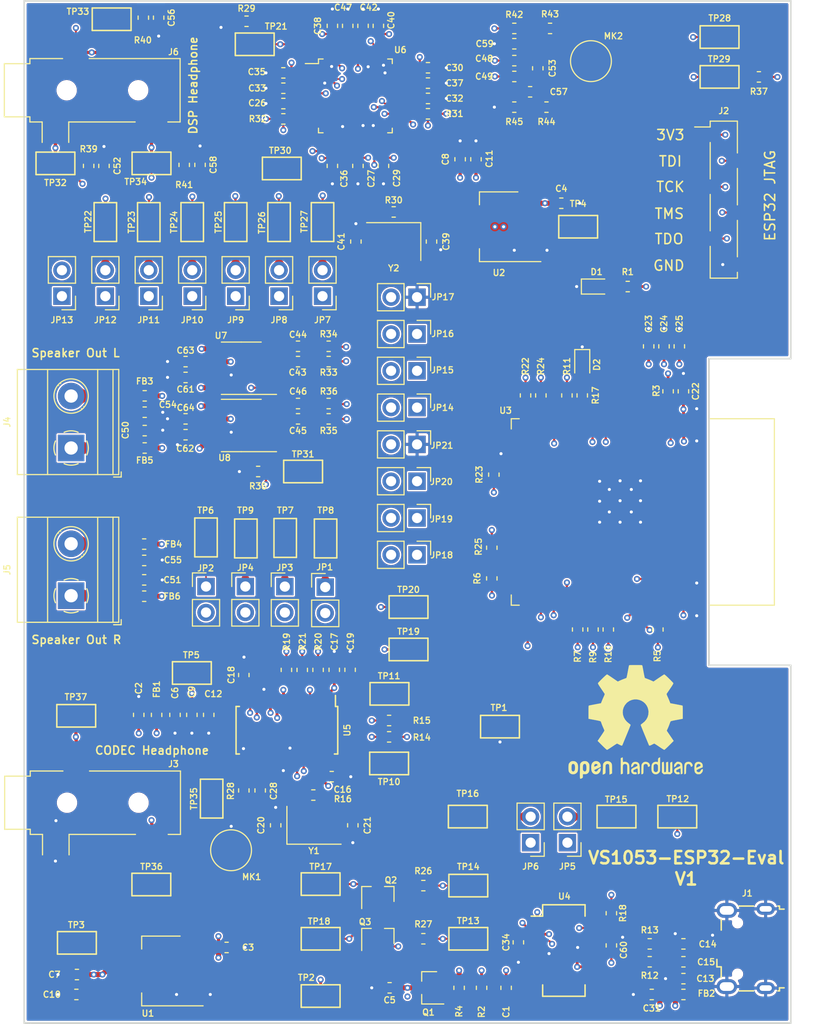
<source format=kicad_pcb>
(kicad_pcb (version 20171130) (host pcbnew "(5.1.5)-2")
  (layers (0 F.Cu signal) (1 In1.Cu signal) (2 In2.Cu signal) (31 B.Cu signal) (34 B.Paste user) (35 F.Paste user) (36 B.SilkS user) (37 F.SilkS user) (38 B.Mask user) (39 F.Mask user) (44 Edge.Cuts user))
  (net 0 "")
  (net 1 "Net-(C1-Pad2)")
  (net 2 +5V)
  (net 3 GND)
  (net 4 +3V3)
  (net 5 +3.3VA)
  (net 6 +1V8)
  (net 7 "Net-(C13-Pad1)")
  (net 8 "Net-(C14-Pad1)")
  (net 9 "Net-(C15-Pad1)")
  (net 10 "Net-(C20-Pad1)")
  (net 11 "Net-(C21-Pad1)")
  (net 12 "Net-(C28-Pad2)")
  (net 13 "Net-(C28-Pad1)")
  (net 14 "Net-(C39-Pad1)")
  (net 15 "Net-(C41-Pad1)")
  (net 16 "Net-(C43-Pad2)")
  (net 17 "Net-(C43-Pad1)")
  (net 18 "Net-(C44-Pad2)")
  (net 19 "Net-(C44-Pad1)")
  (net 20 "Net-(C45-Pad2)")
  (net 21 "Net-(C45-Pad1)")
  (net 22 "Net-(C46-Pad2)")
  (net 23 "Net-(C46-Pad1)")
  (net 24 "Net-(C47-Pad1)")
  (net 25 "Net-(C48-Pad2)")
  (net 26 "Net-(C48-Pad1)")
  (net 27 "Net-(C49-Pad2)")
  (net 28 "Net-(C49-Pad1)")
  (net 29 "Net-(C50-Pad1)")
  (net 30 "Net-(C51-Pad1)")
  (net 31 "Net-(C52-Pad1)")
  (net 32 "Net-(C54-Pad1)")
  (net 33 "Net-(C55-Pad1)")
  (net 34 "Net-(C56-Pad1)")
  (net 35 "Net-(C57-Pad2)")
  (net 36 "Net-(C57-Pad1)")
  (net 37 "Net-(C58-Pad1)")
  (net 38 "Net-(D1-Pad2)")
  (net 39 "Net-(D2-Pad2)")
  (net 40 "Net-(FB3-Pad2)")
  (net 41 "Net-(FB4-Pad2)")
  (net 42 "Net-(FB5-Pad2)")
  (net 43 "Net-(FB6-Pad2)")
  (net 44 "Net-(J2-Pad4)")
  (net 45 "Net-(J2-Pad2)")
  (net 46 "Net-(J2-Pad5)")
  (net 47 "Net-(J2-Pad3)")
  (net 48 "Net-(J3-PadT)")
  (net 49 "Net-(J3-PadR)")
  (net 50 /VS1053_LEFT_O)
  (net 51 /VS1053_COM_O)
  (net 52 /VS1053_RIGHT_O)
  (net 53 /TLV-DIN)
  (net 54 /ESP-I2S-MOSI)
  (net 55 /TLV-WCLK)
  (net 56 /ESP-I2S-WCLK)
  (net 57 /TLV-BCLK)
  (net 58 /ESP-I2S-BCLK)
  (net 59 /TLV-DOUT)
  (net 60 /ESP-I2S-MISO)
  (net 61 /ESP-U0-RXD)
  (net 62 "Net-(JP5-Pad1)")
  (net 63 /ESP-U0-TXD)
  (net 64 "Net-(JP6-Pad1)")
  (net 65 /VS_MISO)
  (net 66 /ESP-SPI-MISO)
  (net 67 /VS_MOSI)
  (net 68 /ESP-SPI-MOSI)
  (net 69 /VS_CLK)
  (net 70 /ESP-SPI-CLK)
  (net 71 /VS_~CS~)
  (net 72 /ESP-SPI-~CS)
  (net 73 /VS_~DCS~)
  (net 74 /ESP-SPI-~DCS)
  (net 75 /VS_DREQ)
  (net 76 /ESP-VS-DREQ)
  (net 77 /VS_~RST~)
  (net 78 /ESP-VS-~RST)
  (net 79 "Net-(JP14-Pad2)")
  (net 80 /TLV320_LEFT_O)
  (net 81 "Net-(JP16-Pad2)")
  (net 82 "Net-(JP18-Pad2)")
  (net 83 /TLV320_RIGHT_O)
  (net 84 "Net-(JP20-Pad2)")
  (net 85 /ESP-~EN~)
  (net 86 "Net-(Q2-Pad2)")
  (net 87 "Net-(Q2-Pad1)")
  (net 88 /ESP-IO0)
  (net 89 "Net-(Q3-Pad2)")
  (net 90 "Net-(Q3-Pad1)")
  (net 91 /CBUS3)
  (net 92 "Net-(R5-Pad2)")
  (net 93 "Net-(R6-Pad2)")
  (net 94 "Net-(R7-Pad2)")
  (net 95 /TDO)
  (net 96 "Net-(R9-Pad2)")
  (net 97 "Net-(R10-Pad2)")
  (net 98 "Net-(R11-Pad2)")
  (net 99 "Net-(R12-Pad1)")
  (net 100 "Net-(R13-Pad1)")
  (net 101 /SCL)
  (net 102 /SDA)
  (net 103 "Net-(R17-Pad2)")
  (net 104 "Net-(R18-Pad2)")
  (net 105 "Net-(R19-Pad1)")
  (net 106 "Net-(R20-Pad1)")
  (net 107 "Net-(R21-Pad1)")
  (net 108 /TDI)
  (net 109 /TCK)
  (net 110 /TMS)
  (net 111 "Net-(R28-Pad2)")
  (net 112 "Net-(R31-Pad1)")
  (net 113 "Net-(R32-Pad1)")
  (net 114 "Net-(R37-Pad2)")
  (net 115 /AMP-EN)
  (net 116 "Net-(TP28-Pad1)")
  (net 117 "Net-(TP30-Pad1)")
  (net 118 /USB-VCC)
  (net 119 +3.3VP)
  (net 120 "Net-(J1-Pad4)")
  (net 121 "Net-(U3-Pad32)")
  (net 122 "Net-(U3-Pad22)")
  (net 123 "Net-(U3-Pad21)")
  (net 124 "Net-(U3-Pad20)")
  (net 125 "Net-(U3-Pad19)")
  (net 126 "Net-(U3-Pad18)")
  (net 127 "Net-(U3-Pad17)")
  (net 128 "Net-(U3-Pad7)")
  (net 129 "Net-(U3-Pad6)")
  (net 130 "Net-(U3-Pad5)")
  (net 131 "Net-(U3-Pad4)")
  (net 132 "Net-(U4-Pad18)")
  (net 133 "Net-(U4-Pad17)")
  (net 134 "Net-(U4-Pad10)")
  (net 135 "Net-(U4-Pad9)")
  (net 136 "Net-(U4-Pad8)")
  (net 137 "Net-(U4-Pad7)")
  (net 138 "Net-(U4-Pad5)")
  (net 139 "Net-(U5-Pad20)")
  (net 140 "Net-(U5-Pad19)")
  (net 141 "Net-(U5-Pad16)")
  (net 142 "Net-(U5-Pad2)")
  (net 143 "Net-(U6-Pad48)")
  (net 144 "Net-(U6-Pad36)")
  (net 145 "Net-(U6-Pad34)")
  (net 146 "Net-(U6-Pad33)")
  (net 147 "Net-(U6-Pad25)")
  (net 148 "Net-(U6-Pad12)")
  (net 149 "Net-(U6-Pad11)")
  (net 150 "Net-(U6-Pad10)")
  (net 151 "Net-(U6-Pad9)")
  (net 152 "Net-(U7-Pad2)")
  (net 153 "Net-(U8-Pad2)")
  (module Fiducial:Fiducial_1mm_Mask2mm (layer F.Cu) (at 106.441 136.783)
    (fp_text reference REF** hide)
    (fp_text value Fiducial_1mm_Mask2mm)
    (pad "" smd circle (at 0 0) (size 1 1) (layers F.Cu F.Mask) (clearance 0.5))
  )
  (module Fiducial:Fiducial_1mm_Mask2mm (layer F.Cu) (at 177.991 133.758)
    (fp_text reference REF** hide)
    (fp_text value Fiducial_1mm_Mask2mm)
    (pad "" smd circle (at 0 0) (size 1 1) (layers F.Cu F.Mask) (clearance 0.5))
  )
  (module Fiducial:Fiducial_1mm_Mask2mm (layer F.Cu) (at 178.041 48.958)
    (fp_text reference REF** hide)
    (fp_text value Fiducial_1mm_Mask2mm)
    (pad "" smd circle (at 0 0) (size 1 1) (layers F.Cu F.Mask) (clearance 0.5))
  )
  (module Fiducial:Fiducial_1mm_Mask2mm (layer F.Cu) (at 106.141 49.108)
    (fp_text reference REF** hide)
    (fp_text value Fiducial_1mm_Mask2mm)
    (pad "" smd circle (at 0 0) (size 1 1) (layers F.Cu F.Mask) (clearance 0.5))
  )
  (module Symbol:OSHW-Logo2_14.6x12mm_SilkScreen (layer F.Cu) (at 164.391 117.933)
    (fp_text reference REF** hide)
    (fp_text value OSHW-Logo2_14.6x12mm_SilkScreen hide)
  )
  (module Capacitor_SMD:C_0603_1608Metric (layer F.Cu) (at 120.35 88.3 180)
    (fp_text reference C64 (at -0.016 1.092) (layer F.SilkS) (effects (font (size 0.6 0.6) (thickness 0.12))))
    (fp_text value 100n)
    (pad 2 smd roundrect (at 0.7875 0 180) (size 0.875 0.95) (layers F.Cu F.Paste F.Mask) (net 3 GND))
    (pad 1 smd roundrect (at -0.7875 0 180) (size 0.875 0.95) (layers F.Cu F.Paste F.Mask) (net 4 +3V3))
  )
  (module Capacitor_SMD:C_0603_1608Metric (layer F.Cu) (at 120.35 82.7 180)
    (fp_text reference C63 (at 0 1.092) (layer F.SilkS) (effects (font (size 0.6 0.6) (thickness 0.12))))
    (fp_text value 100n)
    (pad 2 smd roundrect (at 0.7875 0 180) (size 0.875 0.95) (layers F.Cu F.Paste F.Mask) (net 3 GND))
    (pad 1 smd roundrect (at -0.7875 0 180) (size 0.875 0.95) (layers F.Cu F.Paste F.Mask) (net 4 +3V3))
  )
  (module Capacitor_SMD:C_0603_1608Metric (layer F.Cu) (at 120.35 89.85 180)
    (fp_text reference C62 (at 0.034 -1.358) (layer F.SilkS) (effects (font (size 0.6 0.6) (thickness 0.12))))
    (fp_text value 10u)
    (pad 2 smd roundrect (at 0.7875 0 180) (size 0.875 0.95) (layers F.Cu F.Paste F.Mask) (net 3 GND))
    (pad 1 smd roundrect (at -0.7875 0 180) (size 0.875 0.95) (layers F.Cu F.Paste F.Mask) (net 4 +3V3))
  )
  (module Capacitor_SMD:C_0603_1608Metric (layer F.Cu) (at 120.35 84.25 180)
    (fp_text reference C61 (at 0 -1.158) (layer F.SilkS) (effects (font (size 0.6 0.6) (thickness 0.12))))
    (fp_text value 10u)
    (pad 2 smd roundrect (at 0.7875 0 180) (size 0.875 0.95) (layers F.Cu F.Paste F.Mask) (net 3 GND))
    (pad 1 smd roundrect (at -0.7875 0 180) (size 0.875 0.95) (layers F.Cu F.Paste F.Mask) (net 4 +3V3))
  )
  (module TestPoint:TestPoint_Keystone_5015_Micro-Minature (layer F.Cu) (at 109.65 117.35)
    (fp_text reference TP37 (at -0.034 -1.842) (layer F.SilkS) (effects (font (size 0.6 0.6) (thickness 0.12))))
    (fp_text value TestPoint)
    (pad 1 smd rect (at 0 0) (size 3.4 1.8) (layers F.Cu F.Paste F.Mask) (net 49 "Net-(J3-PadR)"))
  )
  (module TestPoint:TestPoint_Keystone_5015_Micro-Minature (layer F.Cu) (at 117 133.85)
    (fp_text reference TP36 (at 0.016 -1.742) (layer F.SilkS) (effects (font (size 0.6 0.6) (thickness 0.12))))
    (fp_text value TestPoint)
    (pad 1 smd rect (at 0 0) (size 3.4 1.8) (layers F.Cu F.Paste F.Mask) (net 48 "Net-(J3-PadT)"))
  )
  (module TestPoint:TestPoint_Keystone_5015_Micro-Minature (layer F.Cu) (at 122.9 125.45 90)
    (fp_text reference TP35 (at -0.008 -1.734 90) (layer F.SilkS) (effects (font (size 0.6 0.6) (thickness 0.12))))
    (fp_text value TestPoint)
    (pad 1 smd rect (at 0 0 90) (size 3.4 1.8) (layers F.Cu F.Paste F.Mask) (net 12 "Net-(C28-Pad2)"))
  )
  (module Capacitor_SMD:C_0603_1608Metric (layer F.Cu) (at 162.016 139.808 90)
    (fp_text reference C60 (at -0.45 1.2 90) (layer F.SilkS) (effects (font (size 0.6 0.6) (thickness 0.12))))
    (fp_text value 100n)
    (pad 2 smd roundrect (at 0.7875 0 90) (size 0.875 0.95) (layers F.Cu F.Paste F.Mask) (net 3 GND))
    (pad 1 smd roundrect (at -0.7875 0 90) (size 0.875 0.95) (layers F.Cu F.Paste F.Mask) (net 118 /USB-VCC))
  )
  (module Crystal:Crystal_SMD_5032-4Pin_5.0x3.2mm (layer F.Cu) (at 140.716 70.958 180)
    (fp_text reference Y2 (at 0 -2.6) (layer F.SilkS) (effects (font (size 0.6 0.6) (thickness 0.12))))
    (fp_text value ABM3B-12.288MHZ-B2-T)
    (pad 4 smd rect (at -1.65 -1 180) (size 1.6 1.3) (layers F.Cu F.Paste F.Mask) (net 3 GND))
    (pad 3 smd rect (at 1.65 -1 180) (size 1.6 1.3) (layers F.Cu F.Paste F.Mask) (net 15 "Net-(C41-Pad1)"))
    (pad 2 smd rect (at 1.65 1 180) (size 1.6 1.3) (layers F.Cu F.Paste F.Mask) (net 3 GND))
    (pad 1 smd rect (at -1.65 1 180) (size 1.6 1.3) (layers F.Cu F.Paste F.Mask) (net 14 "Net-(C39-Pad1)"))
  )
  (module Crystal:Crystal_SMD_5032-4Pin_5.0x3.2mm (layer F.Cu) (at 132.916 128.058)
    (fp_text reference Y1 (at 0 2.5) (layer F.SilkS) (effects (font (size 0.6 0.6) (thickness 0.12))))
    (fp_text value ABM3B-12.288MHZ-B2-T)
    (pad 4 smd rect (at -1.65 -1) (size 1.6 1.3) (layers F.Cu F.Paste F.Mask) (net 3 GND))
    (pad 3 smd rect (at 1.65 -1) (size 1.6 1.3) (layers F.Cu F.Paste F.Mask) (net 11 "Net-(C21-Pad1)"))
    (pad 2 smd rect (at 1.65 1) (size 1.6 1.3) (layers F.Cu F.Paste F.Mask) (net 3 GND))
    (pad 1 smd rect (at -1.65 1) (size 1.6 1.3) (layers F.Cu F.Paste F.Mask) (net 10 "Net-(C20-Pad1)"))
  )
  (module Package_SO:SOIC-8_3.9x4.9mm_P1.27mm (layer F.Cu) (at 125.8 88.95 180)
    (fp_text reference U8 (at 1.634 -3.158) (layer F.SilkS) (effects (font (size 0.6 0.6) (thickness 0.12))))
    (fp_text value PAM8302AAD)
    (pad 8 smd roundrect (at 2.475 -1.905 180) (size 1.95 0.6) (layers F.Cu F.Paste F.Mask) (net 41 "Net-(FB4-Pad2)"))
    (pad 7 smd roundrect (at 2.475 -0.635 180) (size 1.95 0.6) (layers F.Cu F.Paste F.Mask) (net 3 GND))
    (pad 6 smd roundrect (at 2.475 0.635 180) (size 1.95 0.6) (layers F.Cu F.Paste F.Mask) (net 4 +3V3))
    (pad 5 smd roundrect (at 2.475 1.905 180) (size 1.95 0.6) (layers F.Cu F.Paste F.Mask) (net 43 "Net-(FB6-Pad2)"))
    (pad 4 smd roundrect (at -2.475 1.905 180) (size 1.95 0.6) (layers F.Cu F.Paste F.Mask) (net 23 "Net-(C46-Pad1)"))
    (pad 3 smd roundrect (at -2.475 0.635 180) (size 1.95 0.6) (layers F.Cu F.Paste F.Mask) (net 21 "Net-(C45-Pad1)"))
    (pad 2 smd roundrect (at -2.475 -0.635 180) (size 1.95 0.6) (layers F.Cu F.Paste F.Mask) (net 153 "Net-(U8-Pad2)"))
    (pad 1 smd roundrect (at -2.475 -1.905 180) (size 1.95 0.6) (layers F.Cu F.Paste F.Mask) (net 115 /AMP-EN))
  )
  (module Package_SO:SOIC-8_3.9x4.9mm_P1.27mm (layer F.Cu) (at 125.8 83.35 180)
    (fp_text reference U7 (at 1.984 3.192) (layer F.SilkS) (effects (font (size 0.6 0.6) (thickness 0.12))))
    (fp_text value PAM8302AAD)
    (pad 8 smd roundrect (at 2.475 -1.905 180) (size 1.95 0.6) (layers F.Cu F.Paste F.Mask) (net 40 "Net-(FB3-Pad2)"))
    (pad 7 smd roundrect (at 2.475 -0.635 180) (size 1.95 0.6) (layers F.Cu F.Paste F.Mask) (net 3 GND))
    (pad 6 smd roundrect (at 2.475 0.635 180) (size 1.95 0.6) (layers F.Cu F.Paste F.Mask) (net 4 +3V3))
    (pad 5 smd roundrect (at 2.475 1.905 180) (size 1.95 0.6) (layers F.Cu F.Paste F.Mask) (net 42 "Net-(FB5-Pad2)"))
    (pad 4 smd roundrect (at -2.475 1.905 180) (size 1.95 0.6) (layers F.Cu F.Paste F.Mask) (net 19 "Net-(C44-Pad1)"))
    (pad 3 smd roundrect (at -2.475 0.635 180) (size 1.95 0.6) (layers F.Cu F.Paste F.Mask) (net 17 "Net-(C43-Pad1)"))
    (pad 2 smd roundrect (at -2.475 -0.635 180) (size 1.95 0.6) (layers F.Cu F.Paste F.Mask) (net 152 "Net-(U7-Pad2)"))
    (pad 1 smd roundrect (at -2.475 -1.905 180) (size 1.95 0.6) (layers F.Cu F.Paste F.Mask) (net 115 /AMP-EN))
  )
  (module Package_QFP:LQFP-48_7x7mm_P0.5mm (layer F.Cu) (at 136.966 56.708)
    (fp_text reference U6 (at 4.4 -4.5) (layer F.SilkS) (effects (font (size 0.6 0.6) (thickness 0.12))))
    (fp_text value "VS1053B(LQFP48)")
    (pad 48 smd roundrect (at -2.75 -4.1625) (size 0.3 1.475) (layers F.Cu F.Paste F.Mask) (net 143 "Net-(U6-Pad48)"))
    (pad 47 smd roundrect (at -2.25 -4.1625) (size 0.3 1.475) (layers F.Cu F.Paste F.Mask) (net 3 GND))
    (pad 46 smd roundrect (at -1.75 -4.1625) (size 0.3 1.475) (layers F.Cu F.Paste F.Mask) (net 50 /VS1053_LEFT_O))
    (pad 45 smd roundrect (at -1.25 -4.1625) (size 0.3 1.475) (layers F.Cu F.Paste F.Mask) (net 5 +3.3VA))
    (pad 44 smd roundrect (at -0.75 -4.1625) (size 0.3 1.475) (layers F.Cu F.Paste F.Mask) (net 24 "Net-(C47-Pad1)"))
    (pad 43 smd roundrect (at -0.25 -4.1625) (size 0.3 1.475) (layers F.Cu F.Paste F.Mask) (net 5 +3.3VA))
    (pad 42 smd roundrect (at 0.25 -4.1625) (size 0.3 1.475) (layers F.Cu F.Paste F.Mask) (net 51 /VS1053_COM_O))
    (pad 41 smd roundrect (at 0.75 -4.1625) (size 0.3 1.475) (layers F.Cu F.Paste F.Mask) (net 3 GND))
    (pad 40 smd roundrect (at 1.25 -4.1625) (size 0.3 1.475) (layers F.Cu F.Paste F.Mask) (net 3 GND))
    (pad 39 smd roundrect (at 1.75 -4.1625) (size 0.3 1.475) (layers F.Cu F.Paste F.Mask) (net 52 /VS1053_RIGHT_O))
    (pad 38 smd roundrect (at 2.25 -4.1625) (size 0.3 1.475) (layers F.Cu F.Paste F.Mask) (net 5 +3.3VA))
    (pad 37 smd roundrect (at 2.75 -4.1625) (size 0.3 1.475) (layers F.Cu F.Paste F.Mask) (net 3 GND))
    (pad 36 smd roundrect (at 4.1625 -2.75) (size 1.475 0.3) (layers F.Cu F.Paste F.Mask) (net 144 "Net-(U6-Pad36)"))
    (pad 35 smd roundrect (at 4.1625 -2.25) (size 1.475 0.3) (layers F.Cu F.Paste F.Mask) (net 3 GND))
    (pad 34 smd roundrect (at 4.1625 -1.75) (size 1.475 0.3) (layers F.Cu F.Paste F.Mask) (net 145 "Net-(U6-Pad34)"))
    (pad 33 smd roundrect (at 4.1625 -1.25) (size 1.475 0.3) (layers F.Cu F.Paste F.Mask) (net 146 "Net-(U6-Pad33)"))
    (pad 32 smd roundrect (at 4.1625 -0.75) (size 1.475 0.3) (layers F.Cu F.Paste F.Mask) (net 4 +3V3))
    (pad 31 smd roundrect (at 4.1625 -0.25) (size 1.475 0.3) (layers F.Cu F.Paste F.Mask) (net 6 +1V8))
    (pad 30 smd roundrect (at 4.1625 0.25) (size 1.475 0.3) (layers F.Cu F.Paste F.Mask) (net 112 "Net-(R31-Pad1)"))
    (pad 29 smd roundrect (at 4.1625 0.75) (size 1.475 0.3) (layers F.Cu F.Paste F.Mask) (net 67 /VS_MOSI))
    (pad 28 smd roundrect (at 4.1625 1.25) (size 1.475 0.3) (layers F.Cu F.Paste F.Mask) (net 69 /VS_CLK))
    (pad 27 smd roundrect (at 4.1625 1.75) (size 1.475 0.3) (layers F.Cu F.Paste F.Mask) (net 116 "Net-(TP28-Pad1)"))
    (pad 26 smd roundrect (at 4.1625 2.25) (size 1.475 0.3) (layers F.Cu F.Paste F.Mask) (net 114 "Net-(R37-Pad2)"))
    (pad 25 smd roundrect (at 4.1625 2.75) (size 1.475 0.3) (layers F.Cu F.Paste F.Mask) (net 147 "Net-(U6-Pad25)"))
    (pad 24 smd roundrect (at 2.75 4.1625) (size 0.3 1.475) (layers F.Cu F.Paste F.Mask) (net 6 +1V8))
    (pad 23 smd roundrect (at 2.25 4.1625) (size 0.3 1.475) (layers F.Cu F.Paste F.Mask) (net 71 /VS_~CS~))
    (pad 22 smd roundrect (at 1.75 4.1625) (size 0.3 1.475) (layers F.Cu F.Paste F.Mask) (net 3 GND))
    (pad 21 smd roundrect (at 1.25 4.1625) (size 0.3 1.475) (layers F.Cu F.Paste F.Mask) (net 3 GND))
    (pad 20 smd roundrect (at 0.75 4.1625) (size 0.3 1.475) (layers F.Cu F.Paste F.Mask) (net 3 GND))
    (pad 19 smd roundrect (at 0.25 4.1625) (size 0.3 1.475) (layers F.Cu F.Paste F.Mask) (net 4 +3V3))
    (pad 18 smd roundrect (at -0.25 4.1625) (size 0.3 1.475) (layers F.Cu F.Paste F.Mask) (net 14 "Net-(C39-Pad1)"))
    (pad 17 smd roundrect (at -0.75 4.1625) (size 0.3 1.475) (layers F.Cu F.Paste F.Mask) (net 15 "Net-(C41-Pad1)"))
    (pad 16 smd roundrect (at -1.25 4.1625) (size 0.3 1.475) (layers F.Cu F.Paste F.Mask) (net 3 GND))
    (pad 15 smd roundrect (at -1.75 4.1625) (size 0.3 1.475) (layers F.Cu F.Paste F.Mask) (net 117 "Net-(TP30-Pad1)"))
    (pad 14 smd roundrect (at -2.25 4.1625) (size 0.3 1.475) (layers F.Cu F.Paste F.Mask) (net 4 +3V3))
    (pad 13 smd roundrect (at -2.75 4.1625) (size 0.3 1.475) (layers F.Cu F.Paste F.Mask) (net 73 /VS_~DCS~))
    (pad 12 smd roundrect (at -4.1625 2.75) (size 1.475 0.3) (layers F.Cu F.Paste F.Mask) (net 148 "Net-(U6-Pad12)"))
    (pad 11 smd roundrect (at -4.1625 2.25) (size 1.475 0.3) (layers F.Cu F.Paste F.Mask) (net 149 "Net-(U6-Pad11)"))
    (pad 10 smd roundrect (at -4.1625 1.75) (size 1.475 0.3) (layers F.Cu F.Paste F.Mask) (net 150 "Net-(U6-Pad10)"))
    (pad 9 smd roundrect (at -4.1625 1.25) (size 1.475 0.3) (layers F.Cu F.Paste F.Mask) (net 151 "Net-(U6-Pad9)"))
    (pad 8 smd roundrect (at -4.1625 0.75) (size 1.475 0.3) (layers F.Cu F.Paste F.Mask) (net 113 "Net-(R32-Pad1)"))
    (pad 7 smd roundrect (at -4.1625 0.25) (size 1.475 0.3) (layers F.Cu F.Paste F.Mask) (net 6 +1V8))
    (pad 6 smd roundrect (at -4.1625 -0.25) (size 1.475 0.3) (layers F.Cu F.Paste F.Mask) (net 4 +3V3))
    (pad 5 smd roundrect (at -4.1625 -0.75) (size 1.475 0.3) (layers F.Cu F.Paste F.Mask) (net 6 +1V8))
    (pad 4 smd roundrect (at -4.1625 -1.25) (size 1.475 0.3) (layers F.Cu F.Paste F.Mask) (net 3 GND))
    (pad 3 smd roundrect (at -4.1625 -1.75) (size 1.475 0.3) (layers F.Cu F.Paste F.Mask) (net 77 /VS_~RST~))
    (pad 2 smd roundrect (at -4.1625 -2.25) (size 1.475 0.3) (layers F.Cu F.Paste F.Mask) (net 28 "Net-(C49-Pad1)"))
    (pad 1 smd roundrect (at -4.1625 -2.75) (size 1.475 0.3) (layers F.Cu F.Paste F.Mask) (net 26 "Net-(C48-Pad1)"))
  )
  (module Package_SO:TSSOP-28_4.4x9.7mm_P0.65mm (layer F.Cu) (at 130.266 118.758 270)
    (fp_text reference U5 (at 0 -5.9 90) (layer F.SilkS) (effects (font (size 0.6 0.6) (thickness 0.12))))
    (fp_text value TLV320AIC23BPW)
    (pad 28 smd rect (at 2.85 -4.225 270) (size 1.1 0.4) (layers F.Cu F.Paste F.Mask) (net 3 GND))
    (pad 27 smd rect (at 2.85 -3.575 270) (size 1.1 0.4) (layers F.Cu F.Paste F.Mask) (net 4 +3V3))
    (pad 26 smd rect (at 2.85 -2.925 270) (size 1.1 0.4) (layers F.Cu F.Paste F.Mask) (net 11 "Net-(C21-Pad1)"))
    (pad 25 smd rect (at 2.85 -2.275 270) (size 1.1 0.4) (layers F.Cu F.Paste F.Mask) (net 10 "Net-(C20-Pad1)"))
    (pad 24 smd rect (at 2.85 -1.625 270) (size 1.1 0.4) (layers F.Cu F.Paste F.Mask) (net 101 /SCL))
    (pad 23 smd rect (at 2.85 -0.975 270) (size 1.1 0.4) (layers F.Cu F.Paste F.Mask) (net 102 /SDA))
    (pad 22 smd rect (at 2.85 -0.325 270) (size 1.1 0.4) (layers F.Cu F.Paste F.Mask) (net 3 GND))
    (pad 21 smd rect (at 2.85 0.325 270) (size 1.1 0.4) (layers F.Cu F.Paste F.Mask) (net 3 GND))
    (pad 20 smd rect (at 2.85 0.975 270) (size 1.1 0.4) (layers F.Cu F.Paste F.Mask) (net 139 "Net-(U5-Pad20)"))
    (pad 19 smd rect (at 2.85 1.625 270) (size 1.1 0.4) (layers F.Cu F.Paste F.Mask) (net 140 "Net-(U5-Pad19)"))
    (pad 18 smd rect (at 2.85 2.275 270) (size 1.1 0.4) (layers F.Cu F.Paste F.Mask) (net 13 "Net-(C28-Pad1)"))
    (pad 17 smd rect (at 2.85 2.925 270) (size 1.1 0.4) (layers F.Cu F.Paste F.Mask) (net 111 "Net-(R28-Pad2)"))
    (pad 16 smd rect (at 2.85 3.575 270) (size 1.1 0.4) (layers F.Cu F.Paste F.Mask) (net 141 "Net-(U5-Pad16)"))
    (pad 15 smd rect (at 2.85 4.225 270) (size 1.1 0.4) (layers F.Cu F.Paste F.Mask) (net 3 GND))
    (pad 14 smd rect (at -2.85 4.225 270) (size 1.1 0.4) (layers F.Cu F.Paste F.Mask) (net 5 +3.3VA))
    (pad 13 smd rect (at -2.85 3.575 270) (size 1.1 0.4) (layers F.Cu F.Paste F.Mask) (net 83 /TLV320_RIGHT_O))
    (pad 12 smd rect (at -2.85 2.925 270) (size 1.1 0.4) (layers F.Cu F.Paste F.Mask) (net 80 /TLV320_LEFT_O))
    (pad 11 smd rect (at -2.85 2.275 270) (size 1.1 0.4) (layers F.Cu F.Paste F.Mask) (net 3 GND))
    (pad 10 smd rect (at -2.85 1.625 270) (size 1.1 0.4) (layers F.Cu F.Paste F.Mask) (net 49 "Net-(J3-PadR)"))
    (pad 9 smd rect (at -2.85 0.975 270) (size 1.1 0.4) (layers F.Cu F.Paste F.Mask) (net 48 "Net-(J3-PadT)"))
    (pad 8 smd rect (at -2.85 0.325 270) (size 1.1 0.4) (layers F.Cu F.Paste F.Mask) (net 4 +3V3))
    (pad 7 smd rect (at -2.85 -0.325 270) (size 1.1 0.4) (layers F.Cu F.Paste F.Mask) (net 105 "Net-(R19-Pad1)"))
    (pad 6 smd rect (at -2.85 -0.975 270) (size 1.1 0.4) (layers F.Cu F.Paste F.Mask) (net 107 "Net-(R21-Pad1)"))
    (pad 5 smd rect (at -2.85 -1.625 270) (size 1.1 0.4) (layers F.Cu F.Paste F.Mask) (net 105 "Net-(R19-Pad1)"))
    (pad 4 smd rect (at -2.85 -2.275 270) (size 1.1 0.4) (layers F.Cu F.Paste F.Mask) (net 53 /TLV-DIN))
    (pad 3 smd rect (at -2.85 -2.925 270) (size 1.1 0.4) (layers F.Cu F.Paste F.Mask) (net 106 "Net-(R20-Pad1)"))
    (pad 2 smd rect (at -2.85 -3.575 270) (size 1.1 0.4) (layers F.Cu F.Paste F.Mask) (net 142 "Net-(U5-Pad2)"))
    (pad 1 smd rect (at -2.85 -4.225 270) (size 1.1 0.4) (layers F.Cu F.Paste F.Mask) (net 4 +3V3))
  )
  (module Package_SO:SSOP-20_3.9x8.7mm_P0.635mm (layer F.Cu) (at 157.366 140.308)
    (fp_text reference U4 (at 0.05 -5.3) (layer F.SilkS) (effects (font (size 0.6 0.6) (thickness 0.12))))
    (fp_text value FT231XS)
    (pad 20 smd rect (at 2.6 -2.8575) (size 1.2 0.4) (layers F.Cu F.Paste F.Mask) (net 104 "Net-(R18-Pad2)"))
    (pad 19 smd rect (at 2.6 -2.2225) (size 1.2 0.4) (layers F.Cu F.Paste F.Mask) (net 91 /CBUS3))
    (pad 18 smd rect (at 2.6 -1.5875) (size 1.2 0.4) (layers F.Cu F.Paste F.Mask) (net 132 "Net-(U4-Pad18)"))
    (pad 17 smd rect (at 2.6 -0.9525) (size 1.2 0.4) (layers F.Cu F.Paste F.Mask) (net 133 "Net-(U4-Pad17)"))
    (pad 16 smd rect (at 2.6 -0.3175) (size 1.2 0.4) (layers F.Cu F.Paste F.Mask) (net 3 GND))
    (pad 15 smd rect (at 2.6 0.3175) (size 1.2 0.4) (layers F.Cu F.Paste F.Mask) (net 118 /USB-VCC))
    (pad 14 smd rect (at 2.6 0.9525) (size 1.2 0.4) (layers F.Cu F.Paste F.Mask) (net 119 +3.3VP))
    (pad 13 smd rect (at 2.6 1.5875) (size 1.2 0.4) (layers F.Cu F.Paste F.Mask) (net 119 +3.3VP))
    (pad 12 smd rect (at 2.6 2.2225) (size 1.2 0.4) (layers F.Cu F.Paste F.Mask) (net 99 "Net-(R12-Pad1)"))
    (pad 11 smd rect (at 2.6 2.8575) (size 1.2 0.4) (layers F.Cu F.Paste F.Mask) (net 100 "Net-(R13-Pad1)"))
    (pad 10 smd rect (at -2.6 2.8575) (size 1.2 0.4) (layers F.Cu F.Paste F.Mask) (net 134 "Net-(U4-Pad10)"))
    (pad 9 smd rect (at -2.6 2.2225) (size 1.2 0.4) (layers F.Cu F.Paste F.Mask) (net 135 "Net-(U4-Pad9)"))
    (pad 8 smd rect (at -2.6 1.5875) (size 1.2 0.4) (layers F.Cu F.Paste F.Mask) (net 136 "Net-(U4-Pad8)"))
    (pad 7 smd rect (at -2.6 0.9525) (size 1.2 0.4) (layers F.Cu F.Paste F.Mask) (net 137 "Net-(U4-Pad7)"))
    (pad 6 smd rect (at -2.6 0.3175) (size 1.2 0.4) (layers F.Cu F.Paste F.Mask) (net 3 GND))
    (pad 5 smd rect (at -2.6 -0.3175) (size 1.2 0.4) (layers F.Cu F.Paste F.Mask) (net 138 "Net-(U4-Pad5)"))
    (pad 4 smd rect (at -2.6 -0.9525) (size 1.2 0.4) (layers F.Cu F.Paste F.Mask) (net 64 "Net-(JP6-Pad1)"))
    (pad 3 smd rect (at -2.6 -1.5875) (size 1.2 0.4) (layers F.Cu F.Paste F.Mask) (net 119 +3.3VP))
    (pad 2 smd rect (at -2.6 -2.2225) (size 1.2 0.4) (layers F.Cu F.Paste F.Mask) (net 86 "Net-(Q2-Pad2)"))
    (pad 1 smd rect (at -2.6 -2.8575) (size 1.2 0.4) (layers F.Cu F.Paste F.Mask) (net 89 "Net-(Q3-Pad2)"))
  )
  (module RF_Module:ESP32-WROOM-32 (layer F.Cu) (at 162.1 97.408 270)
    (fp_text reference U3 (at -9.925 10.434) (layer F.SilkS) (effects (font (size 0.6 0.6) (thickness 0.12))))
    (fp_text value ESP32-WROOM-32D)
    (pad 38 smd rect (at 8.5 -8.255 270) (size 2 0.9) (layers F.Cu F.Paste F.Mask) (net 3 GND))
    (pad 37 smd rect (at 8.5 -6.985 270) (size 2 0.9) (layers F.Cu F.Paste F.Mask) (net 115 /AMP-EN))
    (pad 36 smd rect (at 8.5 -5.715 270) (size 2 0.9) (layers F.Cu F.Paste F.Mask) (net 101 /SCL))
    (pad 35 smd rect (at 8.5 -4.445 270) (size 2 0.9) (layers F.Cu F.Paste F.Mask) (net 92 "Net-(R5-Pad2)"))
    (pad 34 smd rect (at 8.5 -3.175 270) (size 2 0.9) (layers F.Cu F.Paste F.Mask) (net 61 /ESP-U0-RXD))
    (pad 33 smd rect (at 8.5 -1.905 270) (size 2 0.9) (layers F.Cu F.Paste F.Mask) (net 102 /SDA))
    (pad 32 smd rect (at 8.5 -0.635 270) (size 2 0.9) (layers F.Cu F.Paste F.Mask) (net 121 "Net-(U3-Pad32)"))
    (pad 31 smd rect (at 8.5 0.635 270) (size 2 0.9) (layers F.Cu F.Paste F.Mask) (net 97 "Net-(R10-Pad2)"))
    (pad 30 smd rect (at 8.5 1.905 270) (size 2 0.9) (layers F.Cu F.Paste F.Mask) (net 96 "Net-(R9-Pad2)"))
    (pad 29 smd rect (at 8.5 3.175 270) (size 2 0.9) (layers F.Cu F.Paste F.Mask) (net 94 "Net-(R7-Pad2)"))
    (pad 28 smd rect (at 8.5 4.445 270) (size 2 0.9) (layers F.Cu F.Paste F.Mask) (net 78 /ESP-VS-~RST))
    (pad 27 smd rect (at 8.5 5.715 270) (size 2 0.9) (layers F.Cu F.Paste F.Mask) (net 76 /ESP-VS-DREQ))
    (pad 26 smd rect (at 8.5 6.985 270) (size 2 0.9) (layers F.Cu F.Paste F.Mask) (net 66 /ESP-SPI-MISO))
    (pad 25 smd rect (at 8.5 8.255 270) (size 2 0.9) (layers F.Cu F.Paste F.Mask) (net 88 /ESP-IO0))
    (pad 24 smd rect (at 5.715 9.255) (size 2 0.9) (layers F.Cu F.Paste F.Mask) (net 93 "Net-(R6-Pad2)"))
    (pad 23 smd rect (at 4.445 9.255) (size 2 0.9) (layers F.Cu F.Paste F.Mask) (net 95 /TDO))
    (pad 22 smd rect (at 3.175 9.255) (size 2 0.9) (layers F.Cu F.Paste F.Mask) (net 122 "Net-(U3-Pad22)"))
    (pad 21 smd rect (at 1.905 9.255) (size 2 0.9) (layers F.Cu F.Paste F.Mask) (net 123 "Net-(U3-Pad21)"))
    (pad 20 smd rect (at 0.635 9.255) (size 2 0.9) (layers F.Cu F.Paste F.Mask) (net 124 "Net-(U3-Pad20)"))
    (pad 19 smd rect (at -0.635 9.255) (size 2 0.9) (layers F.Cu F.Paste F.Mask) (net 125 "Net-(U3-Pad19)"))
    (pad 18 smd rect (at -1.905 9.255) (size 2 0.9) (layers F.Cu F.Paste F.Mask) (net 126 "Net-(U3-Pad18)"))
    (pad 17 smd rect (at -3.175 9.255) (size 2 0.9) (layers F.Cu F.Paste F.Mask) (net 127 "Net-(U3-Pad17)"))
    (pad 16 smd rect (at -4.445 9.255) (size 2 0.9) (layers F.Cu F.Paste F.Mask) (net 109 /TCK))
    (pad 15 smd rect (at -5.715 9.255) (size 2 0.9) (layers F.Cu F.Paste F.Mask) (net 3 GND))
    (pad 14 smd rect (at -8.5 8.255 270) (size 2 0.9) (layers F.Cu F.Paste F.Mask) (net 108 /TDI))
    (pad 13 smd rect (at -8.5 6.985 270) (size 2 0.9) (layers F.Cu F.Paste F.Mask) (net 110 /TMS))
    (pad 12 smd rect (at -8.5 5.715 270) (size 2 0.9) (layers F.Cu F.Paste F.Mask) (net 56 /ESP-I2S-WCLK))
    (pad 11 smd rect (at -8.5 4.445 270) (size 2 0.9) (layers F.Cu F.Paste F.Mask) (net 98 "Net-(R11-Pad2)"))
    (pad 10 smd rect (at -8.5 3.175 270) (size 2 0.9) (layers F.Cu F.Paste F.Mask) (net 103 "Net-(R17-Pad2)"))
    (pad 9 smd rect (at -8.5 1.905 270) (size 2 0.9) (layers F.Cu F.Paste F.Mask) (net 60 /ESP-I2S-MISO))
    (pad 8 smd rect (at -8.5 0.635 270) (size 2 0.9) (layers F.Cu F.Paste F.Mask) (net 58 /ESP-I2S-BCLK))
    (pad 7 smd rect (at -8.5 -0.635 270) (size 2 0.9) (layers F.Cu F.Paste F.Mask) (net 128 "Net-(U3-Pad7)"))
    (pad 6 smd rect (at -8.5 -1.905 270) (size 2 0.9) (layers F.Cu F.Paste F.Mask) (net 129 "Net-(U3-Pad6)"))
    (pad 5 smd rect (at -8.5 -3.175 270) (size 2 0.9) (layers F.Cu F.Paste F.Mask) (net 130 "Net-(U3-Pad5)"))
    (pad 4 smd rect (at -8.5 -4.445 270) (size 2 0.9) (layers F.Cu F.Paste F.Mask) (net 131 "Net-(U3-Pad4)"))
    (pad 3 smd rect (at -8.5 -5.715 270) (size 2 0.9) (layers F.Cu F.Paste F.Mask) (net 85 /ESP-~EN~))
    (pad 2 smd rect (at -8.5 -6.985 270) (size 2 0.9) (layers F.Cu F.Paste F.Mask) (net 4 +3V3))
    (pad 1 smd rect (at -8.5 -8.255 270) (size 2 0.9) (layers F.Cu F.Paste F.Mask) (net 3 GND))
    (pad 39 smd rect (at -1 -0.755 270) (size 5 5) (layers F.Cu F.Paste F.Mask) (net 3 GND))
  )
  (module Package_TO_SOT_SMD:SOT-223-3_TabPin2 (layer F.Cu) (at 151.016 69.508 180)
    (fp_text reference U2 (at 0 -4.5) (layer F.SilkS) (effects (font (size 0.6 0.6) (thickness 0.12))))
    (fp_text value LM1117-1.8)
    (pad 1 smd rect (at -3.15 -2.3 180) (size 2 1.5) (layers F.Cu F.Paste F.Mask) (net 3 GND))
    (pad 3 smd rect (at -3.15 2.3 180) (size 2 1.5) (layers F.Cu F.Paste F.Mask) (net 4 +3V3))
    (pad 2 smd rect (at -3.15 0 180) (size 2 1.5) (layers F.Cu F.Paste F.Mask) (net 6 +1V8))
    (pad 2 smd rect (at 3.15 0 180) (size 2 3.8) (layers F.Cu F.Paste F.Mask) (net 6 +1V8))
  )
  (module Package_TO_SOT_SMD:SOT-223-3_TabPin2 (layer F.Cu) (at 117.966 142.308 180)
    (fp_text reference U1 (at 1.3 -4.15) (layer F.SilkS) (effects (font (size 0.6 0.6) (thickness 0.12))))
    (fp_text value LM1117-3.3)
    (pad 1 smd rect (at -3.15 -2.3 180) (size 2 1.5) (layers F.Cu F.Paste F.Mask) (net 3 GND))
    (pad 3 smd rect (at -3.15 2.3 180) (size 2 1.5) (layers F.Cu F.Paste F.Mask) (net 2 +5V))
    (pad 2 smd rect (at -3.15 0 180) (size 2 1.5) (layers F.Cu F.Paste F.Mask) (net 4 +3V3))
    (pad 2 smd rect (at 3.15 0 180) (size 2 3.8) (layers F.Cu F.Paste F.Mask) (net 4 +3V3))
  )
  (module TestPoint:TestPoint_Keystone_5015_Micro-Minature (layer F.Cu) (at 117.016 63.308)
    (fp_text reference TP34 (at -1.55 1.8) (layer F.SilkS) (effects (font (size 0.6 0.6) (thickness 0.12))))
    (fp_text value TestPoint)
    (pad 1 smd rect (at 0 0) (size 3.4 1.8) (layers F.Cu F.Paste F.Mask) (net 50 /VS1053_LEFT_O))
  )
  (module TestPoint:TestPoint_Keystone_5015_Micro-Minature (layer F.Cu) (at 113.116 49.208)
    (fp_text reference TP33 (at -3.3 -0.75) (layer F.SilkS) (effects (font (size 0.6 0.6) (thickness 0.12))))
    (fp_text value TestPoint)
    (pad 1 smd rect (at 0 0) (size 3.4 1.8) (layers F.Cu F.Paste F.Mask) (net 52 /VS1053_RIGHT_O))
  )
  (module TestPoint:TestPoint_Keystone_5015_Micro-Minature (layer F.Cu) (at 107.616 63.308)
    (fp_text reference TP32 (at 0 1.9) (layer F.SilkS) (effects (font (size 0.6 0.6) (thickness 0.12))))
    (fp_text value TestPoint)
    (pad 1 smd rect (at 0 0) (size 3.4 1.8) (layers F.Cu F.Paste F.Mask) (net 51 /VS1053_COM_O))
  )
  (module TestPoint:TestPoint_Keystone_5015_Micro-Minature (layer F.Cu) (at 131.85 93.45)
    (fp_text reference TP31 (at 0 -1.692) (layer F.SilkS) (effects (font (size 0.6 0.6) (thickness 0.12))))
    (fp_text value TestPoint)
    (pad 1 smd rect (at 0 0) (size 3.4 1.8) (layers F.Cu F.Paste F.Mask) (net 115 /AMP-EN))
  )
  (module TestPoint:TestPoint_Keystone_5015_Micro-Minature (layer F.Cu) (at 129.766 63.808)
    (fp_text reference TP30 (at -0.15 -1.75) (layer F.SilkS) (effects (font (size 0.6 0.6) (thickness 0.12))))
    (fp_text value TestPoint)
    (pad 1 smd rect (at 0 0) (size 3.4 1.8) (layers F.Cu F.Paste F.Mask) (net 117 "Net-(TP30-Pad1)"))
  )
  (module TestPoint:TestPoint_Keystone_5015_Micro-Minature (layer F.Cu) (at 172.6 54.85)
    (fp_text reference TP29 (at -0.034 -1.742) (layer F.SilkS) (effects (font (size 0.6 0.6) (thickness 0.12))))
    (fp_text value TestPoint)
    (pad 1 smd rect (at 0 0) (size 3.4 1.8) (layers F.Cu F.Paste F.Mask) (net 114 "Net-(R37-Pad2)"))
  )
  (module TestPoint:TestPoint_Keystone_5015_Micro-Minature (layer F.Cu) (at 172.6 50.95)
    (fp_text reference TP28 (at 0.016 -1.842) (layer F.SilkS) (effects (font (size 0.6 0.6) (thickness 0.12))))
    (fp_text value TestPoint)
    (pad 1 smd rect (at 0 0) (size 3.4 1.8) (layers F.Cu F.Paste F.Mask) (net 116 "Net-(TP28-Pad1)"))
  )
  (module TestPoint:TestPoint_Keystone_5015_Micro-Minature (layer F.Cu) (at 133.75 69.05 90)
    (fp_text reference TP27 (at 0.042 -1.784 90) (layer F.SilkS) (effects (font (size 0.6 0.6) (thickness 0.12))))
    (fp_text value TestPoint)
    (pad 1 smd rect (at 0 0 90) (size 3.4 1.8) (layers F.Cu F.Paste F.Mask) (net 65 /VS_MISO))
  )
  (module TestPoint:TestPoint_Keystone_5015_Micro-Minature (layer F.Cu) (at 129.5 69.05 90)
    (fp_text reference TP26 (at -0.058 -1.684 90) (layer F.SilkS) (effects (font (size 0.6 0.6) (thickness 0.12))))
    (fp_text value TestPoint)
    (pad 1 smd rect (at 0 0 90) (size 3.4 1.8) (layers F.Cu F.Paste F.Mask) (net 67 /VS_MOSI))
  )
  (module TestPoint:TestPoint_Keystone_5015_Micro-Minature (layer F.Cu) (at 125.25 69.05 90)
    (fp_text reference TP25 (at 0 -1.684 90) (layer F.SilkS) (effects (font (size 0.6 0.6) (thickness 0.12))))
    (fp_text value TestPoint)
    (pad 1 smd rect (at 0 0 90) (size 3.4 1.8) (layers F.Cu F.Paste F.Mask) (net 69 /VS_CLK))
  )
  (module TestPoint:TestPoint_Keystone_5015_Micro-Minature (layer F.Cu) (at 121 69.05 90)
    (fp_text reference TP24 (at -0.008 -1.784 90) (layer F.SilkS) (effects (font (size 0.6 0.6) (thickness 0.12))))
    (fp_text value TestPoint)
    (pad 1 smd rect (at 0 0 90) (size 3.4 1.8) (layers F.Cu F.Paste F.Mask) (net 71 /VS_~CS~))
  )
  (module TestPoint:TestPoint_Keystone_5015_Micro-Minature (layer F.Cu) (at 116.75 69.05 90)
    (fp_text reference TP23 (at -0.008 -1.684 90) (layer F.SilkS) (effects (font (size 0.6 0.6) (thickness 0.12))))
    (fp_text value TestPoint)
    (pad 1 smd rect (at 0 0 90) (size 3.4 1.8) (layers F.Cu F.Paste F.Mask) (net 73 /VS_~DCS~))
  )
  (module TestPoint:TestPoint_Keystone_5015_Micro-Minature (layer F.Cu) (at 112.5 69.05 90)
    (fp_text reference TP22 (at 0.042 -1.684 90) (layer F.SilkS) (effects (font (size 0.6 0.6) (thickness 0.12))))
    (fp_text value TestPoint)
    (pad 1 smd rect (at 0 0 90) (size 3.4 1.8) (layers F.Cu F.Paste F.Mask) (net 75 /VS_DREQ))
  )
  (module TestPoint:TestPoint_Keystone_5015_Micro-Minature (layer F.Cu) (at 127.116 51.658)
    (fp_text reference TP21 (at 2.1 -1.75) (layer F.SilkS) (effects (font (size 0.6 0.6) (thickness 0.12))))
    (fp_text value TestPoint)
    (pad 1 smd rect (at 0 0) (size 3.4 1.8) (layers F.Cu F.Paste F.Mask) (net 77 /VS_~RST~))
  )
  (module TestPoint:TestPoint_Keystone_5015_Micro-Minature (layer F.Cu) (at 142.166 106.708)
    (fp_text reference TP20 (at 0 -1.7) (layer F.SilkS) (effects (font (size 0.6 0.6) (thickness 0.12))))
    (fp_text value TestPoint)
    (pad 1 smd rect (at 0 0) (size 3.4 1.8) (layers F.Cu F.Paste F.Mask) (net 83 /TLV320_RIGHT_O))
  )
  (module TestPoint:TestPoint_Keystone_5015_Micro-Minature (layer F.Cu) (at 142.166 110.858)
    (fp_text reference TP19 (at 0 -1.75) (layer F.SilkS) (effects (font (size 0.6 0.6) (thickness 0.12))))
    (fp_text value TestPoint)
    (pad 1 smd rect (at 0 0) (size 3.4 1.8) (layers F.Cu F.Paste F.Mask) (net 80 /TLV320_LEFT_O))
  )
  (module TestPoint:TestPoint_Keystone_5015_Micro-Minature (layer F.Cu) (at 133.566 139.158)
    (fp_text reference TP18 (at -0.15 -1.7) (layer F.SilkS) (effects (font (size 0.6 0.6) (thickness 0.12))))
    (fp_text value TestPoint)
    (pad 1 smd rect (at 0 0) (size 3.4 1.8) (layers F.Cu F.Paste F.Mask) (net 88 /ESP-IO0))
  )
  (module TestPoint:TestPoint_Keystone_5015_Micro-Minature (layer F.Cu) (at 133.566 133.808)
    (fp_text reference TP17 (at 0 -1.7) (layer F.SilkS) (effects (font (size 0.6 0.6) (thickness 0.12))))
    (fp_text value TestPoint)
    (pad 1 smd rect (at 0 0) (size 3.4 1.8) (layers F.Cu F.Paste F.Mask) (net 85 /ESP-~EN~))
  )
  (module TestPoint:TestPoint_Keystone_5015_Micro-Minature (layer F.Cu) (at 147.966 127.208)
    (fp_text reference TP16 (at 0 -2.25) (layer F.SilkS) (effects (font (size 0.6 0.6) (thickness 0.12))))
    (fp_text value TestPoint)
    (pad 1 smd rect (at 0 0) (size 3.4 1.8) (layers F.Cu F.Paste F.Mask) (net 63 /ESP-U0-TXD))
  )
  (module TestPoint:TestPoint_Keystone_5015_Micro-Minature (layer F.Cu) (at 162.516 127.208 180)
    (fp_text reference TP15 (at 0.025 1.675) (layer F.SilkS) (effects (font (size 0.6 0.6) (thickness 0.12))))
    (fp_text value TestPoint)
    (pad 1 smd rect (at 0 0 180) (size 3.4 1.8) (layers F.Cu F.Paste F.Mask) (net 61 /ESP-U0-RXD))
  )
  (module TestPoint:TestPoint_Keystone_5015_Micro-Minature (layer F.Cu) (at 148.016 133.958)
    (fp_text reference TP14 (at 0 -1.85) (layer F.SilkS) (effects (font (size 0.6 0.6) (thickness 0.12))))
    (fp_text value TestPoint)
    (pad 1 smd rect (at 0 0) (size 3.4 1.8) (layers F.Cu F.Paste F.Mask) (net 89 "Net-(Q3-Pad2)"))
  )
  (module TestPoint:TestPoint_Keystone_5015_Micro-Minature (layer F.Cu) (at 148.016 139.158)
    (fp_text reference TP13 (at 0 -1.75) (layer F.SilkS) (effects (font (size 0.6 0.6) (thickness 0.12))))
    (fp_text value TestPoint)
    (pad 1 smd rect (at 0 0) (size 3.4 1.8) (layers F.Cu F.Paste F.Mask) (net 86 "Net-(Q2-Pad2)"))
  )
  (module TestPoint:TestPoint_Keystone_5015_Micro-Minature (layer F.Cu) (at 168.466 127.208)
    (fp_text reference TP12 (at 0.05 -1.725) (layer F.SilkS) (effects (font (size 0.6 0.6) (thickness 0.12))))
    (fp_text value TestPoint)
    (pad 1 smd rect (at 0 0) (size 3.4 1.8) (layers F.Cu F.Paste F.Mask) (net 91 /CBUS3))
  )
  (module TestPoint:TestPoint_Keystone_5015_Micro-Minature (layer F.Cu) (at 140.3 115.2)
    (fp_text reference TP11 (at -0.034 -1.742) (layer F.SilkS) (effects (font (size 0.6 0.6) (thickness 0.12))))
    (fp_text value TestPoint)
    (pad 1 smd rect (at 0 0) (size 3.4 1.8) (layers F.Cu F.Paste F.Mask) (net 102 /SDA))
  )
  (module TestPoint:TestPoint_Keystone_5015_Micro-Minature (layer F.Cu) (at 140.266 122.008)
    (fp_text reference TP10 (at 0 1.8) (layer F.SilkS) (effects (font (size 0.6 0.6) (thickness 0.12))))
    (fp_text value TestPoint)
    (pad 1 smd rect (at 0 0) (size 3.4 1.8) (layers F.Cu F.Paste F.Mask) (net 101 /SCL))
  )
  (module TestPoint:TestPoint_Keystone_5015_Micro-Minature (layer F.Cu) (at 126.25 100 90)
    (fp_text reference TP9 (at 2.742 -0.034 180) (layer F.SilkS) (effects (font (size 0.6 0.6) (thickness 0.12))))
    (fp_text value TestPoint)
    (pad 1 smd rect (at 0 0 90) (size 3.4 1.8) (layers F.Cu F.Paste F.Mask) (net 60 /ESP-I2S-MISO))
  )
  (module TestPoint:TestPoint_Keystone_5015_Micro-Minature (layer F.Cu) (at 134.05 100 90)
    (fp_text reference TP8 (at 2.742 0.016 180) (layer F.SilkS) (effects (font (size 0.6 0.6) (thickness 0.12))))
    (fp_text value TestPoint)
    (pad 1 smd rect (at 0 0 90) (size 3.4 1.8) (layers F.Cu F.Paste F.Mask) (net 54 /ESP-I2S-MOSI))
  )
  (module TestPoint:TestPoint_Keystone_5015_Micro-Minature (layer F.Cu) (at 130.1 99.95 90)
    (fp_text reference TP7 (at 2.692 0.016 180) (layer F.SilkS) (effects (font (size 0.6 0.6) (thickness 0.12))))
    (fp_text value TestPoint)
    (pad 1 smd rect (at 0 0 90) (size 3.4 1.8) (layers F.Cu F.Paste F.Mask) (net 58 /ESP-I2S-BCLK))
  )
  (module TestPoint:TestPoint_Keystone_5015_Micro-Minature (layer F.Cu) (at 122.35 99.9 90)
    (fp_text reference TP6 (at 2.642 -0.034 180) (layer F.SilkS) (effects (font (size 0.6 0.6) (thickness 0.12))))
    (fp_text value TestPoint)
    (pad 1 smd rect (at 0 0 90) (size 3.4 1.8) (layers F.Cu F.Paste F.Mask) (net 56 /ESP-I2S-WCLK))
  )
  (module TestPoint:TestPoint_Keystone_5015_Micro-Minature (layer F.Cu) (at 120.966 113.158)
    (fp_text reference TP5 (at -0.05 -1.75) (layer F.SilkS) (effects (font (size 0.6 0.6) (thickness 0.12))))
    (fp_text value TestPoint)
    (pad 1 smd rect (at 0 0) (size 3.4 1.8) (layers F.Cu F.Paste F.Mask) (net 5 +3.3VA))
  )
  (module TestPoint:TestPoint_Keystone_5015_Micro-Minature (layer F.Cu) (at 158.766 69.508)
    (fp_text reference TP4 (at 0 -2.25) (layer F.SilkS) (effects (font (size 0.6 0.6) (thickness 0.12))))
    (fp_text value TestPoint)
    (pad 1 smd rect (at 0 0) (size 3.4 1.8) (layers F.Cu F.Paste F.Mask) (net 6 +1V8))
  )
  (module TestPoint:TestPoint_Keystone_5015_Micro-Minature (layer F.Cu) (at 109.716 139.558)
    (fp_text reference TP3 (at -0.05 -1.75) (layer F.SilkS) (effects (font (size 0.6 0.6) (thickness 0.12))))
    (fp_text value TestPoint)
    (pad 1 smd rect (at 0 0) (size 3.4 1.8) (layers F.Cu F.Paste F.Mask) (net 4 +3V3))
  )
  (module TestPoint:TestPoint_Keystone_5015_Micro-Minature (layer F.Cu) (at 133.566 144.758)
    (fp_text reference TP2 (at -1.4 -1.8) (layer F.SilkS) (effects (font (size 0.6 0.6) (thickness 0.12))))
    (fp_text value TestPoint)
    (pad 1 smd rect (at 0 0) (size 3.4 1.8) (layers F.Cu F.Paste F.Mask) (net 2 +5V))
  )
  (module TestPoint:TestPoint_Keystone_5015_Micro-Minature (layer F.Cu) (at 151.116 118.408)
    (fp_text reference TP1 (at -0.1 -1.85) (layer F.SilkS) (effects (font (size 0.6 0.6) (thickness 0.12))))
    (fp_text value TestPoint)
    (pad 1 smd rect (at 0 0) (size 3.4 1.8) (layers F.Cu F.Paste F.Mask) (net 3 GND))
  )
  (module Resistor_SMD:R_0603_1608Metric (layer F.Cu) (at 152.516 57.808 180)
    (fp_text reference R45 (at 0 -1.43) (layer F.SilkS) (effects (font (size 0.6 0.6) (thickness 0.12))))
    (fp_text value 1k)
    (pad 2 smd roundrect (at 0.7875 0 180) (size 0.875 0.95) (layers F.Cu F.Paste F.Mask) (net 3 GND))
    (pad 1 smd roundrect (at -0.7875 0 180) (size 0.875 0.95) (layers F.Cu F.Paste F.Mask) (net 35 "Net-(C57-Pad2)"))
  )
  (module Resistor_SMD:R_0603_1608Metric (layer F.Cu) (at 155.666 57.808 180)
    (fp_text reference R44 (at 0 -1.43) (layer F.SilkS) (effects (font (size 0.6 0.6) (thickness 0.12))))
    (fp_text value 1k)
    (pad 2 smd roundrect (at 0.7875 0 180) (size 0.875 0.95) (layers F.Cu F.Paste F.Mask) (net 35 "Net-(C57-Pad2)"))
    (pad 1 smd roundrect (at -0.7875 0 180) (size 0.875 0.95) (layers F.Cu F.Paste F.Mask) (net 27 "Net-(C49-Pad2)"))
  )
  (module Resistor_SMD:R_0603_1608Metric (layer F.Cu) (at 156.016 50.108)
    (fp_text reference R43 (at 0 -1.4) (layer F.SilkS) (effects (font (size 0.6 0.6) (thickness 0.12))))
    (fp_text value 1k)
    (pad 2 smd roundrect (at 0.7875 0) (size 0.875 0.95) (layers F.Cu F.Paste F.Mask) (net 25 "Net-(C48-Pad2)"))
    (pad 1 smd roundrect (at -0.7875 0) (size 0.875 0.95) (layers F.Cu F.Paste F.Mask) (net 36 "Net-(C57-Pad1)"))
  )
  (module Resistor_SMD:R_0603_1608Metric (layer F.Cu) (at 152.516 50.108)
    (fp_text reference R42 (at 0 -1.35) (layer F.SilkS) (effects (font (size 0.6 0.6) (thickness 0.12))))
    (fp_text value 1k)
    (pad 2 smd roundrect (at 0.7875 0) (size 0.875 0.95) (layers F.Cu F.Paste F.Mask) (net 36 "Net-(C57-Pad1)"))
    (pad 1 smd roundrect (at -0.7875 0) (size 0.875 0.95) (layers F.Cu F.Paste F.Mask) (net 5 +3.3VA))
  )
  (module Resistor_SMD:R_0603_1608Metric (layer F.Cu) (at 120.216 63.458 270)
    (fp_text reference R41 (at 1.95 0 180) (layer F.SilkS) (effects (font (size 0.6 0.6) (thickness 0.12))))
    (fp_text value 10R)
    (pad 2 smd roundrect (at 0.7875 0 270) (size 0.875 0.95) (layers F.Cu F.Paste F.Mask) (net 37 "Net-(C58-Pad1)"))
    (pad 1 smd roundrect (at -0.7875 0 270) (size 0.875 0.95) (layers F.Cu F.Paste F.Mask) (net 50 /VS1053_LEFT_O))
  )
  (module Resistor_SMD:R_0603_1608Metric (layer F.Cu) (at 116.216 49.058 90)
    (fp_text reference R40 (at -2.2 -0.05 180) (layer F.SilkS) (effects (font (size 0.6 0.6) (thickness 0.12))))
    (fp_text value 20R)
    (pad 2 smd roundrect (at 0.7875 0 90) (size 0.875 0.95) (layers F.Cu F.Paste F.Mask) (net 34 "Net-(C56-Pad1)"))
    (pad 1 smd roundrect (at -0.7875 0 90) (size 0.875 0.95) (layers F.Cu F.Paste F.Mask) (net 52 /VS1053_RIGHT_O))
  )
  (module Resistor_SMD:R_0603_1608Metric (layer F.Cu) (at 110.866 63.558 270)
    (fp_text reference R39 (at -1.65 0 180) (layer F.SilkS) (effects (font (size 0.6 0.6) (thickness 0.12))))
    (fp_text value 20R)
    (pad 2 smd roundrect (at 0.7875 0 270) (size 0.875 0.95) (layers F.Cu F.Paste F.Mask) (net 31 "Net-(C52-Pad1)"))
    (pad 1 smd roundrect (at -0.7875 0 270) (size 0.875 0.95) (layers F.Cu F.Paste F.Mask) (net 51 /VS1053_COM_O))
  )
  (module Resistor_SMD:R_0603_1608Metric (layer F.Cu) (at 127.45 93.45 180)
    (fp_text reference R38 (at 0 -1.43) (layer F.SilkS) (effects (font (size 0.6 0.6) (thickness 0.12))))
    (fp_text value 10k)
    (pad 2 smd roundrect (at 0.7875 0 180) (size 0.875 0.95) (layers F.Cu F.Paste F.Mask) (net 3 GND))
    (pad 1 smd roundrect (at -0.7875 0 180) (size 0.875 0.95) (layers F.Cu F.Paste F.Mask) (net 115 /AMP-EN))
  )
  (module Resistor_SMD:R_0603_1608Metric (layer F.Cu) (at 176.45 54.85 180)
    (fp_text reference R37 (at 0 -1.43) (layer F.SilkS) (effects (font (size 0.6 0.6) (thickness 0.12))))
    (fp_text value 10k)
    (pad 2 smd roundrect (at 0.7875 0 180) (size 0.875 0.95) (layers F.Cu F.Paste F.Mask) (net 114 "Net-(R37-Pad2)"))
    (pad 1 smd roundrect (at -0.7875 0 180) (size 0.875 0.95) (layers F.Cu F.Paste F.Mask) (net 4 +3V3))
  )
  (module Resistor_SMD:R_0603_1608Metric (layer F.Cu) (at 134.35 86.8)
    (fp_text reference R36 (at 0.016 -1.192) (layer F.SilkS) (effects (font (size 0.6 0.6) (thickness 0.12))))
    (fp_text value 10k)
    (pad 2 smd roundrect (at 0.7875 0) (size 0.875 0.95) (layers F.Cu F.Paste F.Mask) (net 84 "Net-(JP20-Pad2)"))
    (pad 1 smd roundrect (at -0.7875 0) (size 0.875 0.95) (layers F.Cu F.Paste F.Mask) (net 22 "Net-(C46-Pad2)"))
  )
  (module Resistor_SMD:R_0603_1608Metric (layer F.Cu) (at 134.35 88.3)
    (fp_text reference R35 (at 0 1.158) (layer F.SilkS) (effects (font (size 0.6 0.6) (thickness 0.12))))
    (fp_text value 10k)
    (pad 2 smd roundrect (at 0.7875 0) (size 0.875 0.95) (layers F.Cu F.Paste F.Mask) (net 82 "Net-(JP18-Pad2)"))
    (pad 1 smd roundrect (at -0.7875 0) (size 0.875 0.95) (layers F.Cu F.Paste F.Mask) (net 20 "Net-(C45-Pad2)"))
  )
  (module Resistor_SMD:R_0603_1608Metric (layer F.Cu) (at 134.35 81.2)
    (fp_text reference R34 (at 0 -1.192) (layer F.SilkS) (effects (font (size 0.6 0.6) (thickness 0.12))))
    (fp_text value 10k)
    (pad 2 smd roundrect (at 0.7875 0) (size 0.875 0.95) (layers F.Cu F.Paste F.Mask) (net 81 "Net-(JP16-Pad2)"))
    (pad 1 smd roundrect (at -0.7875 0) (size 0.875 0.95) (layers F.Cu F.Paste F.Mask) (net 18 "Net-(C44-Pad2)"))
  )
  (module Resistor_SMD:R_0603_1608Metric (layer F.Cu) (at 134.35 82.7)
    (fp_text reference R33 (at 0 1.058) (layer F.SilkS) (effects (font (size 0.6 0.6) (thickness 0.12))))
    (fp_text value 10k)
    (pad 2 smd roundrect (at 0.7875 0) (size 0.875 0.95) (layers F.Cu F.Paste F.Mask) (net 79 "Net-(JP14-Pad2)"))
    (pad 1 smd roundrect (at -0.7875 0) (size 0.875 0.95) (layers F.Cu F.Paste F.Mask) (net 16 "Net-(C43-Pad2)"))
  )
  (module Resistor_SMD:R_0603_1608Metric (layer F.Cu) (at 129.916 58.958 180)
    (fp_text reference R32 (at 2.5 0) (layer F.SilkS) (effects (font (size 0.6 0.6) (thickness 0.12))))
    (fp_text value 33R)
    (pad 2 smd roundrect (at 0.7875 0 180) (size 0.875 0.95) (layers F.Cu F.Paste F.Mask) (net 75 /VS_DREQ))
    (pad 1 smd roundrect (at -0.7875 0 180) (size 0.875 0.95) (layers F.Cu F.Paste F.Mask) (net 113 "Net-(R32-Pad1)"))
  )
  (module Resistor_SMD:R_0603_1608Metric (layer F.Cu) (at 144.066 58.458)
    (fp_text reference R31 (at 2.6 0) (layer F.SilkS) (effects (font (size 0.6 0.6) (thickness 0.12))))
    (fp_text value 33R)
    (pad 2 smd roundrect (at 0.7875 0) (size 0.875 0.95) (layers F.Cu F.Paste F.Mask) (net 65 /VS_MISO))
    (pad 1 smd roundrect (at -0.7875 0) (size 0.875 0.95) (layers F.Cu F.Paste F.Mask) (net 112 "Net-(R31-Pad1)"))
  )
  (module Resistor_SMD:R_0603_1608Metric (layer F.Cu) (at 140.716 68.058)
    (fp_text reference R30 (at 0 -1.15) (layer F.SilkS) (effects (font (size 0.6 0.6) (thickness 0.12))))
    (fp_text value 1Meg)
    (pad 2 smd roundrect (at 0.7875 0) (size 0.875 0.95) (layers F.Cu F.Paste F.Mask) (net 14 "Net-(C39-Pad1)"))
    (pad 1 smd roundrect (at -0.7875 0) (size 0.875 0.95) (layers F.Cu F.Paste F.Mask) (net 15 "Net-(C41-Pad1)"))
  )
  (module Resistor_SMD:R_0603_1608Metric (layer F.Cu) (at 126.316 49.408)
    (fp_text reference R29 (at 0 -1.25) (layer F.SilkS) (effects (font (size 0.6 0.6) (thickness 0.12))))
    (fp_text value 10k)
    (pad 2 smd roundrect (at 0.7875 0) (size 0.875 0.95) (layers F.Cu F.Paste F.Mask) (net 77 /VS_~RST~))
    (pad 1 smd roundrect (at -0.7875 0) (size 0.875 0.95) (layers F.Cu F.Paste F.Mask) (net 3 GND))
  )
  (module Resistor_SMD:R_0603_1608Metric (layer F.Cu) (at 126.05 124.65 90)
    (fp_text reference R28 (at -0.058 -1.284 90) (layer F.SilkS) (effects (font (size 0.6 0.6) (thickness 0.12))))
    (fp_text value 2k)
    (pad 2 smd roundrect (at 0.7875 0 90) (size 0.875 0.95) (layers F.Cu F.Paste F.Mask) (net 111 "Net-(R28-Pad2)"))
    (pad 1 smd roundrect (at -0.7875 0 90) (size 0.875 0.95) (layers F.Cu F.Paste F.Mask) (net 12 "Net-(C28-Pad2)"))
  )
  (module Resistor_SMD:R_0603_1608Metric (layer F.Cu) (at 143.616 139.158)
    (fp_text reference R27 (at 0 -1.43) (layer F.SilkS) (effects (font (size 0.6 0.6) (thickness 0.12))))
    (fp_text value 10k)
    (pad 2 smd roundrect (at 0.7875 0) (size 0.875 0.95) (layers F.Cu F.Paste F.Mask) (net 86 "Net-(Q2-Pad2)"))
    (pad 1 smd roundrect (at -0.7875 0) (size 0.875 0.95) (layers F.Cu F.Paste F.Mask) (net 90 "Net-(Q3-Pad1)"))
  )
  (module Resistor_SMD:R_0603_1608Metric (layer F.Cu) (at 143.616 133.958)
    (fp_text reference R26 (at 0 -1.43) (layer F.SilkS) (effects (font (size 0.6 0.6) (thickness 0.12))))
    (fp_text value 10k)
    (pad 2 smd roundrect (at 0.7875 0) (size 0.875 0.95) (layers F.Cu F.Paste F.Mask) (net 89 "Net-(Q3-Pad2)"))
    (pad 1 smd roundrect (at -0.7875 0) (size 0.875 0.95) (layers F.Cu F.Paste F.Mask) (net 87 "Net-(Q2-Pad1)"))
  )
  (module Resistor_SMD:R_0603_1608Metric (layer F.Cu) (at 150.316 100.908 270)
    (fp_text reference R25 (at -0.1 1.3 90) (layer F.SilkS) (effects (font (size 0.6 0.6) (thickness 0.12))))
    (fp_text value 33R)
    (pad 2 smd roundrect (at 0.7875 0 270) (size 0.875 0.95) (layers F.Cu F.Paste F.Mask) (net 95 /TDO))
    (pad 1 smd roundrect (at -0.7875 0 270) (size 0.875 0.95) (layers F.Cu F.Paste F.Mask) (net 46 "Net-(J2-Pad5)"))
  )
  (module Resistor_SMD:R_0603_1608Metric (layer F.Cu) (at 155.116 86.008 270)
    (fp_text reference R24 (at -2.85 0 90) (layer F.SilkS) (effects (font (size 0.6 0.6) (thickness 0.12))))
    (fp_text value 33R)
    (pad 2 smd roundrect (at 0.7875 0 270) (size 0.875 0.95) (layers F.Cu F.Paste F.Mask) (net 110 /TMS))
    (pad 1 smd roundrect (at -0.7875 0 270) (size 0.875 0.95) (layers F.Cu F.Paste F.Mask) (net 44 "Net-(J2-Pad4)"))
  )
  (module Resistor_SMD:R_0603_1608Metric (layer F.Cu) (at 150.516 93.758 90)
    (fp_text reference R23 (at 0 -1.43 90) (layer F.SilkS) (effects (font (size 0.6 0.6) (thickness 0.12))))
    (fp_text value 33R)
    (pad 2 smd roundrect (at 0.7875 0 90) (size 0.875 0.95) (layers F.Cu F.Paste F.Mask) (net 109 /TCK))
    (pad 1 smd roundrect (at -0.7875 0 90) (size 0.875 0.95) (layers F.Cu F.Paste F.Mask) (net 47 "Net-(J2-Pad3)"))
  )
  (module Resistor_SMD:R_0603_1608Metric (layer F.Cu) (at 153.616 86.008 270)
    (fp_text reference R22 (at -2.85 0 90) (layer F.SilkS) (effects (font (size 0.6 0.6) (thickness 0.12))))
    (fp_text value 33R)
    (pad 2 smd roundrect (at 0.7875 0 270) (size 0.875 0.95) (layers F.Cu F.Paste F.Mask) (net 108 /TDI))
    (pad 1 smd roundrect (at -0.7875 0 270) (size 0.875 0.95) (layers F.Cu F.Paste F.Mask) (net 45 "Net-(J2-Pad2)"))
  )
  (module Resistor_SMD:R_0603_1608Metric (layer F.Cu) (at 131.766 112.858 90)
    (fp_text reference R21 (at 2.775 0.025 90) (layer F.SilkS) (effects (font (size 0.6 0.6) (thickness 0.12))))
    (fp_text value 33R)
    (pad 2 smd roundrect (at 0.7875 0 90) (size 0.875 0.95) (layers F.Cu F.Paste F.Mask) (net 59 /TLV-DOUT))
    (pad 1 smd roundrect (at -0.7875 0 90) (size 0.875 0.95) (layers F.Cu F.Paste F.Mask) (net 107 "Net-(R21-Pad1)"))
  )
  (module Resistor_SMD:R_0603_1608Metric (layer F.Cu) (at 133.316 112.858 90)
    (fp_text reference R20 (at 2.775 0.025 90) (layer F.SilkS) (effects (font (size 0.6 0.6) (thickness 0.12))))
    (fp_text value 33R)
    (pad 2 smd roundrect (at 0.7875 0 90) (size 0.875 0.95) (layers F.Cu F.Paste F.Mask) (net 57 /TLV-BCLK))
    (pad 1 smd roundrect (at -0.7875 0 90) (size 0.875 0.95) (layers F.Cu F.Paste F.Mask) (net 106 "Net-(R20-Pad1)"))
  )
  (module Resistor_SMD:R_0603_1608Metric (layer F.Cu) (at 130.216 112.858 90)
    (fp_text reference R19 (at 2.75 0.025 90) (layer F.SilkS) (effects (font (size 0.6 0.6) (thickness 0.12))))
    (fp_text value 33R)
    (pad 2 smd roundrect (at 0.7875 0 90) (size 0.875 0.95) (layers F.Cu F.Paste F.Mask) (net 55 /TLV-WCLK))
    (pad 1 smd roundrect (at -0.7875 0 90) (size 0.875 0.95) (layers F.Cu F.Paste F.Mask) (net 105 "Net-(R19-Pad1)"))
  )
  (module Resistor_SMD:R_0603_1608Metric (layer F.Cu) (at 162.016 136.658 270)
    (fp_text reference R18 (at 0 -1.125 90) (layer F.SilkS) (effects (font (size 0.6 0.6) (thickness 0.12))))
    (fp_text value 33R)
    (pad 2 smd roundrect (at 0.7875 0 270) (size 0.875 0.95) (layers F.Cu F.Paste F.Mask) (net 104 "Net-(R18-Pad2)"))
    (pad 1 smd roundrect (at -0.7875 0 270) (size 0.875 0.95) (layers F.Cu F.Paste F.Mask) (net 62 "Net-(JP5-Pad1)"))
  )
  (module Resistor_SMD:R_0603_1608Metric (layer F.Cu) (at 159.166 86.008 270)
    (fp_text reference R17 (at 0 -1.3 90) (layer F.SilkS) (effects (font (size 0.6 0.6) (thickness 0.12))))
    (fp_text value 1k)
    (pad 2 smd roundrect (at 0.7875 0 270) (size 0.875 0.95) (layers F.Cu F.Paste F.Mask) (net 103 "Net-(R17-Pad2)"))
    (pad 1 smd roundrect (at -0.7875 0 270) (size 0.875 0.95) (layers F.Cu F.Paste F.Mask) (net 39 "Net-(D2-Pad2)"))
  )
  (module Resistor_SMD:R_0603_1608Metric (layer F.Cu) (at 132.85 125.1 180)
    (fp_text reference R16 (at -2.891 -0.383) (layer F.SilkS) (effects (font (size 0.6 0.6) (thickness 0.12))))
    (fp_text value 1Meg)
    (pad 2 smd roundrect (at 0.7875 0 180) (size 0.875 0.95) (layers F.Cu F.Paste F.Mask) (net 10 "Net-(C20-Pad1)"))
    (pad 1 smd roundrect (at -0.7875 0 180) (size 0.875 0.95) (layers F.Cu F.Paste F.Mask) (net 11 "Net-(C21-Pad1)"))
  )
  (module Resistor_SMD:R_0603_1608Metric (layer F.Cu) (at 140.266 117.808 180)
    (fp_text reference R15 (at -3.2 0) (layer F.SilkS) (effects (font (size 0.6 0.6) (thickness 0.12))))
    (fp_text value 10k)
    (pad 2 smd roundrect (at 0.7875 0 180) (size 0.875 0.95) (layers F.Cu F.Paste F.Mask) (net 102 /SDA))
    (pad 1 smd roundrect (at -0.7875 0 180) (size 0.875 0.95) (layers F.Cu F.Paste F.Mask) (net 4 +3V3))
  )
  (module Resistor_SMD:R_0603_1608Metric (layer F.Cu) (at 140.266 119.408 180)
    (fp_text reference R14 (at -3.2 -0.05) (layer F.SilkS) (effects (font (size 0.6 0.6) (thickness 0.12))))
    (fp_text value 10k)
    (pad 2 smd roundrect (at 0.7875 0 180) (size 0.875 0.95) (layers F.Cu F.Paste F.Mask) (net 101 /SCL))
    (pad 1 smd roundrect (at -0.7875 0 180) (size 0.875 0.95) (layers F.Cu F.Paste F.Mask) (net 4 +3V3))
  )
  (module Resistor_SMD:R_0603_1608Metric (layer F.Cu) (at 165.766 139.658)
    (fp_text reference R13 (at 0 -1.35) (layer F.SilkS) (effects (font (size 0.6 0.6) (thickness 0.12))))
    (fp_text value 33R)
    (pad 2 smd roundrect (at 0.7875 0) (size 0.875 0.95) (layers F.Cu F.Paste F.Mask) (net 8 "Net-(C14-Pad1)"))
    (pad 1 smd roundrect (at -0.7875 0) (size 0.875 0.95) (layers F.Cu F.Paste F.Mask) (net 100 "Net-(R13-Pad1)"))
  )
  (module Resistor_SMD:R_0603_1608Metric (layer F.Cu) (at 165.766 141.408)
    (fp_text reference R12 (at 0 1.35) (layer F.SilkS) (effects (font (size 0.6 0.6) (thickness 0.12))))
    (fp_text value 33R)
    (pad 2 smd roundrect (at 0.7875 0) (size 0.875 0.95) (layers F.Cu F.Paste F.Mask) (net 9 "Net-(C15-Pad1)"))
    (pad 1 smd roundrect (at -0.7875 0) (size 0.875 0.95) (layers F.Cu F.Paste F.Mask) (net 99 "Net-(R12-Pad1)"))
  )
  (module Resistor_SMD:R_0603_1608Metric (layer F.Cu) (at 157.666 86.008 270)
    (fp_text reference R11 (at -2.85 0 90) (layer F.SilkS) (effects (font (size 0.6 0.6) (thickness 0.12))))
    (fp_text value 33R)
    (pad 2 smd roundrect (at 0.7875 0 270) (size 0.875 0.95) (layers F.Cu F.Paste F.Mask) (net 98 "Net-(R11-Pad2)"))
    (pad 1 smd roundrect (at -0.7875 0 270) (size 0.875 0.95) (layers F.Cu F.Paste F.Mask) (net 54 /ESP-I2S-MOSI))
  )
  (module Resistor_SMD:R_0603_1608Metric (layer F.Cu) (at 161.716 108.908 90)
    (fp_text reference R10 (at -2.4 0 90) (layer F.SilkS) (effects (font (size 0.6 0.6) (thickness 0.12))))
    (fp_text value 33R)
    (pad 2 smd roundrect (at 0.7875 0 90) (size 0.875 0.95) (layers F.Cu F.Paste F.Mask) (net 97 "Net-(R10-Pad2)"))
    (pad 1 smd roundrect (at -0.7875 0 90) (size 0.875 0.95) (layers F.Cu F.Paste F.Mask) (net 74 /ESP-SPI-~DCS))
  )
  (module Resistor_SMD:R_0603_1608Metric (layer F.Cu) (at 160.216 108.908 90)
    (fp_text reference R9 (at -2.7 0 90) (layer F.SilkS) (effects (font (size 0.6 0.6) (thickness 0.12))))
    (fp_text value 33R)
    (pad 2 smd roundrect (at 0.7875 0 90) (size 0.875 0.95) (layers F.Cu F.Paste F.Mask) (net 96 "Net-(R9-Pad2)"))
    (pad 1 smd roundrect (at -0.7875 0 90) (size 0.875 0.95) (layers F.Cu F.Paste F.Mask) (net 72 /ESP-SPI-~CS))
  )
  (module Resistor_SMD:R_0603_1608Metric (layer F.Cu) (at 158.716 108.908 90)
    (fp_text reference R7 (at -2.65 0 90) (layer F.SilkS) (effects (font (size 0.6 0.6) (thickness 0.12))))
    (fp_text value 33R)
    (pad 2 smd roundrect (at 0.7875 0 90) (size 0.875 0.95) (layers F.Cu F.Paste F.Mask) (net 94 "Net-(R7-Pad2)"))
    (pad 1 smd roundrect (at -0.7875 0 90) (size 0.875 0.95) (layers F.Cu F.Paste F.Mask) (net 70 /ESP-SPI-CLK))
  )
  (module Resistor_SMD:R_0603_1608Metric (layer F.Cu) (at 150.316 103.908 90)
    (fp_text reference R6 (at 0 -1.43 90) (layer F.SilkS) (effects (font (size 0.6 0.6) (thickness 0.12))))
    (fp_text value 33R)
    (pad 2 smd roundrect (at 0.7875 0 90) (size 0.875 0.95) (layers F.Cu F.Paste F.Mask) (net 93 "Net-(R6-Pad2)"))
    (pad 1 smd roundrect (at -0.7875 0 90) (size 0.875 0.95) (layers F.Cu F.Paste F.Mask) (net 68 /ESP-SPI-MOSI))
  )
  (module Resistor_SMD:R_0603_1608Metric (layer F.Cu) (at 166.566 108.908 90)
    (fp_text reference R5 (at -2.6 -0.05 90) (layer F.SilkS) (effects (font (size 0.6 0.6) (thickness 0.12))))
    (fp_text value 33R)
    (pad 2 smd roundrect (at 0.7875 0 90) (size 0.875 0.95) (layers F.Cu F.Paste F.Mask) (net 92 "Net-(R5-Pad2)"))
    (pad 1 smd roundrect (at -0.7875 0 90) (size 0.875 0.95) (layers F.Cu F.Paste F.Mask) (net 63 /ESP-U0-TXD))
  )
  (module Resistor_SMD:R_0603_1608Metric (layer F.Cu) (at 147.116 143.958 270)
    (fp_text reference R4 (at 2.3 0 90) (layer F.SilkS) (effects (font (size 0.6 0.6) (thickness 0.12))))
    (fp_text value 10k)
    (pad 2 smd roundrect (at 0.7875 0 270) (size 0.875 0.95) (layers F.Cu F.Paste F.Mask) (net 1 "Net-(C1-Pad2)"))
    (pad 1 smd roundrect (at -0.7875 0 270) (size 0.875 0.95) (layers F.Cu F.Paste F.Mask) (net 118 /USB-VCC))
  )
  (module Resistor_SMD:R_0603_1608Metric (layer F.Cu) (at 167.566 85.608 270)
    (fp_text reference R3 (at -0.05 1.15 90) (layer F.SilkS) (effects (font (size 0.6 0.6) (thickness 0.12))))
    (fp_text value 10k)
    (pad 2 smd roundrect (at 0.7875 0 270) (size 0.875 0.95) (layers F.Cu F.Paste F.Mask) (net 85 /ESP-~EN~))
    (pad 1 smd roundrect (at -0.7875 0 270) (size 0.875 0.95) (layers F.Cu F.Paste F.Mask) (net 4 +3V3))
  )
  (module Resistor_SMD:R_0603_1608Metric (layer F.Cu) (at 149.316 143.958 90)
    (fp_text reference R2 (at -2.35 0 90) (layer F.SilkS) (effects (font (size 0.6 0.6) (thickness 0.12))))
    (fp_text value 1k)
    (pad 2 smd roundrect (at 0.7875 0 90) (size 0.875 0.95) (layers F.Cu F.Paste F.Mask) (net 91 /CBUS3))
    (pad 1 smd roundrect (at -0.7875 0 90) (size 0.875 0.95) (layers F.Cu F.Paste F.Mask) (net 1 "Net-(C1-Pad2)"))
  )
  (module Resistor_SMD:R_0603_1608Metric (layer F.Cu) (at 163.616 75.358)
    (fp_text reference R1 (at 0 -1.43) (layer F.SilkS) (effects (font (size 0.6 0.6) (thickness 0.12))))
    (fp_text value 1k)
    (pad 2 smd roundrect (at 0.7875 0) (size 0.875 0.95) (layers F.Cu F.Paste F.Mask) (net 4 +3V3))
    (pad 1 smd roundrect (at -0.7875 0) (size 0.875 0.95) (layers F.Cu F.Paste F.Mask) (net 38 "Net-(D1-Pad2)"))
  )
  (module Package_TO_SOT_SMD:SOT-23 (layer F.Cu) (at 139.166 138.908 90)
    (fp_text reference Q3 (at 1.4 -1.25 180) (layer F.SilkS) (effects (font (size 0.6 0.6) (thickness 0.12))))
    (fp_text value BC847)
    (pad 3 smd rect (at 1 0 90) (size 0.9 0.8) (layers F.Cu F.Paste F.Mask) (net 88 /ESP-IO0))
    (pad 2 smd rect (at -1 0.95 90) (size 0.9 0.8) (layers F.Cu F.Paste F.Mask) (net 89 "Net-(Q3-Pad2)"))
    (pad 1 smd rect (at -1 -0.95 90) (size 0.9 0.8) (layers F.Cu F.Paste F.Mask) (net 90 "Net-(Q3-Pad1)"))
  )
  (module Package_TO_SOT_SMD:SOT-23 (layer F.Cu) (at 139.166 134.808 90)
    (fp_text reference Q2 (at 1.375 1.275 180) (layer F.SilkS) (effects (font (size 0.6 0.6) (thickness 0.12))))
    (fp_text value BC847)
    (pad 3 smd rect (at 1 0 90) (size 0.9 0.8) (layers F.Cu F.Paste F.Mask) (net 85 /ESP-~EN~))
    (pad 2 smd rect (at -1 0.95 90) (size 0.9 0.8) (layers F.Cu F.Paste F.Mask) (net 86 "Net-(Q2-Pad2)"))
    (pad 1 smd rect (at -1 -0.95 90) (size 0.9 0.8) (layers F.Cu F.Paste F.Mask) (net 87 "Net-(Q2-Pad1)"))
  )
  (module Package_TO_SOT_SMD:SOT-23 (layer F.Cu) (at 144.216 143.958 180)
    (fp_text reference Q1 (at 0.1 -2.4) (layer F.SilkS) (effects (font (size 0.6 0.6) (thickness 0.12))))
    (fp_text value IRLML6401PBF)
    (pad 3 smd rect (at 1 0 180) (size 0.9 0.8) (layers F.Cu F.Paste F.Mask) (net 2 +5V))
    (pad 2 smd rect (at -1 0.95 180) (size 0.9 0.8) (layers F.Cu F.Paste F.Mask) (net 118 /USB-VCC))
    (pad 1 smd rect (at -1 -0.95 180) (size 0.9 0.8) (layers F.Cu F.Paste F.Mask) (net 1 "Net-(C1-Pad2)"))
  )
  (module VS1053-Eval:CMEJ-0413-42-SMT (layer F.Cu) (at 160.016 53.308 180)
    (fp_text reference MK2 (at -2.2 2.45) (layer F.SilkS) (effects (font (size 0.6 0.6) (thickness 0.12))))
    (fp_text value CMEJ-0413-42-SMT-TR)
    (pad 1 smd custom (at 1.15 0 180) (size 0.5 0.5) (layers F.Cu F.Mask) (net 27 "Net-(C49-Pad2)") (options (clearance outline) (anchor rect)) (primitives (gr_arc (start -1.15 0) (end 0 0) (angle -270) (width 0.8))))
    (pad 2 smd circle (at 0 0 180) (size 0.86 0.86) (layers F.Cu F.Paste F.Mask) (net 25 "Net-(C48-Pad2)"))
  )
  (module VS1053-Eval:CMEJ-0413-42-SMT (layer F.Cu) (at 124.8 130.5 90)
    (fp_text reference MK1 (at -2.608 2.016 180) (layer F.SilkS) (effects (font (size 0.6 0.6) (thickness 0.12))))
    (fp_text value CMEJ-0413-42-SMT-TR)
    (pad 1 smd custom (at 1.15 0 90) (size 0.5 0.5) (layers F.Cu F.Mask) (net 3 GND) (options (clearance outline) (anchor rect)) (primitives (gr_arc (start -1.15 0) (end 0 0) (angle -270) (width 0.8))))
    (pad 2 smd circle (at 0 0 90) (size 0.86 0.86) (layers F.Cu F.Paste F.Mask) (net 12 "Net-(C28-Pad2)"))
  )
  (module Connector_PinHeader_2.54mm:PinHeader_1x02_P2.54mm_Vertical (layer F.Cu) (at 143 90.8 270)
    (fp_text reference JP21 (at 0.108 -2.441 180) (layer F.SilkS) (effects (font (size 0.6 0.6) (thickness 0.12))))
    (fp_text value Jumper)
    (pad 2 thru_hole oval (at 0 2.54 270) (size 1.7 1.7) (drill 1) (layers *.Cu *.Mask) (net 84 "Net-(JP20-Pad2)"))
    (pad 1 thru_hole rect (at 0 0 270) (size 1.7 1.7) (drill 1) (layers *.Cu *.Mask) (net 3 GND))
  )
  (module Connector_PinHeader_2.54mm:PinHeader_1x02_P2.54mm_Vertical (layer F.Cu) (at 143 94.4 270)
    (fp_text reference JP20 (at 0.058 -2.391 180) (layer F.SilkS) (effects (font (size 0.6 0.6) (thickness 0.12))))
    (fp_text value Jumper)
    (pad 2 thru_hole oval (at 0 2.54 270) (size 1.7 1.7) (drill 1) (layers *.Cu *.Mask) (net 84 "Net-(JP20-Pad2)"))
    (pad 1 thru_hole rect (at 0 0 270) (size 1.7 1.7) (drill 1) (layers *.Cu *.Mask) (net 51 /VS1053_COM_O))
  )
  (module Connector_PinHeader_2.54mm:PinHeader_1x02_P2.54mm_Vertical (layer F.Cu) (at 143 98 270)
    (fp_text reference JP19 (at 0.108 -2.391 180) (layer F.SilkS) (effects (font (size 0.6 0.6) (thickness 0.12))))
    (fp_text value Jumper)
    (pad 2 thru_hole oval (at 0 2.54 270) (size 1.7 1.7) (drill 1) (layers *.Cu *.Mask) (net 82 "Net-(JP18-Pad2)"))
    (pad 1 thru_hole rect (at 0 0 270) (size 1.7 1.7) (drill 1) (layers *.Cu *.Mask) (net 83 /TLV320_RIGHT_O))
  )
  (module Connector_PinHeader_2.54mm:PinHeader_1x02_P2.54mm_Vertical (layer F.Cu) (at 143 101.6 270)
    (fp_text reference JP18 (at 0.033 -2.416 180) (layer F.SilkS) (effects (font (size 0.6 0.6) (thickness 0.12))))
    (fp_text value Jumper)
    (pad 2 thru_hole oval (at 0 2.54 270) (size 1.7 1.7) (drill 1) (layers *.Cu *.Mask) (net 82 "Net-(JP18-Pad2)"))
    (pad 1 thru_hole rect (at 0 0 270) (size 1.7 1.7) (drill 1) (layers *.Cu *.Mask) (net 52 /VS1053_RIGHT_O))
  )
  (module Connector_PinHeader_2.54mm:PinHeader_1x02_P2.54mm_Vertical (layer F.Cu) (at 143 76.4 270)
    (fp_text reference JP17 (at -0.017 -2.541 180) (layer F.SilkS) (effects (font (size 0.6 0.6) (thickness 0.12))))
    (fp_text value Jumper)
    (pad 2 thru_hole oval (at 0 2.54 270) (size 1.7 1.7) (drill 1) (layers *.Cu *.Mask) (net 81 "Net-(JP16-Pad2)"))
    (pad 1 thru_hole rect (at 0 0 270) (size 1.7 1.7) (drill 1) (layers *.Cu *.Mask) (net 3 GND))
  )
  (module Connector_PinHeader_2.54mm:PinHeader_1x02_P2.54mm_Vertical (layer F.Cu) (at 143 80 270)
    (fp_text reference JP16 (at -0.017 -2.516 180) (layer F.SilkS) (effects (font (size 0.6 0.6) (thickness 0.12))))
    (fp_text value Jumper)
    (pad 2 thru_hole oval (at 0 2.54 270) (size 1.7 1.7) (drill 1) (layers *.Cu *.Mask) (net 81 "Net-(JP16-Pad2)"))
    (pad 1 thru_hole rect (at 0 0 270) (size 1.7 1.7) (drill 1) (layers *.Cu *.Mask) (net 51 /VS1053_COM_O))
  )
  (module Connector_PinHeader_2.54mm:PinHeader_1x02_P2.54mm_Vertical (layer F.Cu) (at 143 83.6 270)
    (fp_text reference JP15 (at -0.067 -2.491 180) (layer F.SilkS) (effects (font (size 0.6 0.6) (thickness 0.12))))
    (fp_text value Jumper)
    (pad 2 thru_hole oval (at 0 2.54 270) (size 1.7 1.7) (drill 1) (layers *.Cu *.Mask) (net 79 "Net-(JP14-Pad2)"))
    (pad 1 thru_hole rect (at 0 0 270) (size 1.7 1.7) (drill 1) (layers *.Cu *.Mask) (net 80 /TLV320_LEFT_O))
  )
  (module Connector_PinHeader_2.54mm:PinHeader_1x02_P2.54mm_Vertical (layer F.Cu) (at 143 87.2 270)
    (fp_text reference JP14 (at 0.008 -2.491 180) (layer F.SilkS) (effects (font (size 0.6 0.6) (thickness 0.12))))
    (fp_text value Jumper)
    (pad 2 thru_hole oval (at 0 2.54 270) (size 1.7 1.7) (drill 1) (layers *.Cu *.Mask) (net 79 "Net-(JP14-Pad2)"))
    (pad 1 thru_hole rect (at 0 0 270) (size 1.7 1.7) (drill 1) (layers *.Cu *.Mask) (net 50 /VS1053_LEFT_O))
  )
  (module Connector_PinHeader_2.54mm:PinHeader_1x02_P2.54mm_Vertical (layer F.Cu) (at 108.25 76.3 180)
    (fp_text reference JP13 (at 0 -2.33) (layer F.SilkS) (effects (font (size 0.6 0.6) (thickness 0.12))))
    (fp_text value Jumper)
    (pad 2 thru_hole oval (at 0 2.54 180) (size 1.7 1.7) (drill 1) (layers *.Cu *.Mask) (net 77 /VS_~RST~))
    (pad 1 thru_hole rect (at 0 0 180) (size 1.7 1.7) (drill 1) (layers *.Cu *.Mask) (net 78 /ESP-VS-~RST))
  )
  (module Connector_PinHeader_2.54mm:PinHeader_1x02_P2.54mm_Vertical (layer F.Cu) (at 112.5 76.3 180)
    (fp_text reference JP12 (at 0 -2.33) (layer F.SilkS) (effects (font (size 0.6 0.6) (thickness 0.12))))
    (fp_text value Jumper)
    (pad 2 thru_hole oval (at 0 2.54 180) (size 1.7 1.7) (drill 1) (layers *.Cu *.Mask) (net 75 /VS_DREQ))
    (pad 1 thru_hole rect (at 0 0 180) (size 1.7 1.7) (drill 1) (layers *.Cu *.Mask) (net 76 /ESP-VS-DREQ))
  )
  (module Connector_PinHeader_2.54mm:PinHeader_1x02_P2.54mm_Vertical (layer F.Cu) (at 116.75 76.3 180)
    (fp_text reference JP11 (at 0 -2.33) (layer F.SilkS) (effects (font (size 0.6 0.6) (thickness 0.12))))
    (fp_text value Jumper)
    (pad 2 thru_hole oval (at 0 2.54 180) (size 1.7 1.7) (drill 1) (layers *.Cu *.Mask) (net 73 /VS_~DCS~))
    (pad 1 thru_hole rect (at 0 0 180) (size 1.7 1.7) (drill 1) (layers *.Cu *.Mask) (net 74 /ESP-SPI-~DCS))
  )
  (module Connector_PinHeader_2.54mm:PinHeader_1x02_P2.54mm_Vertical (layer F.Cu) (at 121 76.3 180)
    (fp_text reference JP10 (at 0 -2.33) (layer F.SilkS) (effects (font (size 0.6 0.6) (thickness 0.12))))
    (fp_text value Jumper)
    (pad 2 thru_hole oval (at 0 2.54 180) (size 1.7 1.7) (drill 1) (layers *.Cu *.Mask) (net 71 /VS_~CS~))
    (pad 1 thru_hole rect (at 0 0 180) (size 1.7 1.7) (drill 1) (layers *.Cu *.Mask) (net 72 /ESP-SPI-~CS))
  )
  (module Connector_PinHeader_2.54mm:PinHeader_1x02_P2.54mm_Vertical (layer F.Cu) (at 125.25 76.3 180)
    (fp_text reference JP9 (at 0 -2.33) (layer F.SilkS) (effects (font (size 0.6 0.6) (thickness 0.12))))
    (fp_text value Jumper)
    (pad 2 thru_hole oval (at 0 2.54 180) (size 1.7 1.7) (drill 1) (layers *.Cu *.Mask) (net 69 /VS_CLK))
    (pad 1 thru_hole rect (at 0 0 180) (size 1.7 1.7) (drill 1) (layers *.Cu *.Mask) (net 70 /ESP-SPI-CLK))
  )
  (module Connector_PinHeader_2.54mm:PinHeader_1x02_P2.54mm_Vertical (layer F.Cu) (at 129.5 76.3 180)
    (fp_text reference JP8 (at 0 -2.33) (layer F.SilkS) (effects (font (size 0.6 0.6) (thickness 0.12))))
    (fp_text value Jumper)
    (pad 2 thru_hole oval (at 0 2.54 180) (size 1.7 1.7) (drill 1) (layers *.Cu *.Mask) (net 67 /VS_MOSI))
    (pad 1 thru_hole rect (at 0 0 180) (size 1.7 1.7) (drill 1) (layers *.Cu *.Mask) (net 68 /ESP-SPI-MOSI))
  )
  (module Connector_PinHeader_2.54mm:PinHeader_1x02_P2.54mm_Vertical (layer F.Cu) (at 133.75 76.3 180)
    (fp_text reference JP7 (at 0 -2.33) (layer F.SilkS) (effects (font (size 0.6 0.6) (thickness 0.12))))
    (fp_text value Jumper)
    (pad 2 thru_hole oval (at 0 2.54 180) (size 1.7 1.7) (drill 1) (layers *.Cu *.Mask) (net 65 /VS_MISO))
    (pad 1 thru_hole rect (at 0 0 180) (size 1.7 1.7) (drill 1) (layers *.Cu *.Mask) (net 66 /ESP-SPI-MISO))
  )
  (module Connector_PinHeader_2.54mm:PinHeader_1x02_P2.54mm_Vertical (layer F.Cu) (at 154.116 129.758 180)
    (fp_text reference JP6 (at 0 -2.33) (layer F.SilkS) (effects (font (size 0.6 0.6) (thickness 0.12))))
    (fp_text value Jumper)
    (pad 2 thru_hole oval (at 0 2.54 180) (size 1.7 1.7) (drill 1) (layers *.Cu *.Mask) (net 63 /ESP-U0-TXD))
    (pad 1 thru_hole rect (at 0 0 180) (size 1.7 1.7) (drill 1) (layers *.Cu *.Mask) (net 64 "Net-(JP6-Pad1)"))
  )
  (module Connector_PinHeader_2.54mm:PinHeader_1x02_P2.54mm_Vertical (layer F.Cu) (at 157.716 129.758 180)
    (fp_text reference JP5 (at 0 -2.33) (layer F.SilkS) (effects (font (size 0.6 0.6) (thickness 0.12))))
    (fp_text value Jumper)
    (pad 2 thru_hole oval (at 0 2.54 180) (size 1.7 1.7) (drill 1) (layers *.Cu *.Mask) (net 61 /ESP-U0-RXD))
    (pad 1 thru_hole rect (at 0 0 180) (size 1.7 1.7) (drill 1) (layers *.Cu *.Mask) (net 62 "Net-(JP5-Pad1)"))
  )
  (module Connector_PinHeader_2.54mm:PinHeader_1x02_P2.54mm_Vertical (layer F.Cu) (at 126.2 104.7)
    (fp_text reference JP4 (at 0 -1.842) (layer F.SilkS) (effects (font (size 0.6 0.6) (thickness 0.12))))
    (fp_text value Jumper)
    (pad 2 thru_hole oval (at 0 2.54) (size 1.7 1.7) (drill 1) (layers *.Cu *.Mask) (net 59 /TLV-DOUT))
    (pad 1 thru_hole rect (at 0 0) (size 1.7 1.7) (drill 1) (layers *.Cu *.Mask) (net 60 /ESP-I2S-MISO))
  )
  (module Connector_PinHeader_2.54mm:PinHeader_1x02_P2.54mm_Vertical (layer F.Cu) (at 130.066 104.708)
    (fp_text reference JP3 (at 0 -1.85) (layer F.SilkS) (effects (font (size 0.6 0.6) (thickness 0.12))))
    (fp_text value Jumper)
    (pad 2 thru_hole oval (at 0 2.54) (size 1.7 1.7) (drill 1) (layers *.Cu *.Mask) (net 57 /TLV-BCLK))
    (pad 1 thru_hole rect (at 0 0) (size 1.7 1.7) (drill 1) (layers *.Cu *.Mask) (net 58 /ESP-I2S-BCLK))
  )
  (module Connector_PinHeader_2.54mm:PinHeader_1x02_P2.54mm_Vertical (layer F.Cu) (at 122.35 104.7)
    (fp_text reference JP2 (at -0.034 -1.792) (layer F.SilkS) (effects (font (size 0.6 0.6) (thickness 0.12))))
    (fp_text value Jumper)
    (pad 2 thru_hole oval (at 0 2.54) (size 1.7 1.7) (drill 1) (layers *.Cu *.Mask) (net 55 /TLV-WCLK))
    (pad 1 thru_hole rect (at 0 0) (size 1.7 1.7) (drill 1) (layers *.Cu *.Mask) (net 56 /ESP-I2S-WCLK))
  )
  (module Connector_PinHeader_2.54mm:PinHeader_1x02_P2.54mm_Vertical (layer F.Cu) (at 134.016 104.758)
    (fp_text reference JP1 (at -0.05 -1.95) (layer F.SilkS) (effects (font (size 0.6 0.6) (thickness 0.12))))
    (fp_text value Jumper)
    (pad 2 thru_hole oval (at 0 2.54) (size 1.7 1.7) (drill 1) (layers *.Cu *.Mask) (net 53 /TLV-DIN))
    (pad 1 thru_hole rect (at 0 0) (size 1.7 1.7) (drill 1) (layers *.Cu *.Mask) (net 54 /ESP-I2S-MOSI))
  )
  (module Connector_Audio:Jack_3.5mm_CUI_SJ-3523-SMT_Horizontal (layer F.Cu) (at 111.216 56.158 90)
    (fp_text reference J6 (at 3.75 7.95 180) (layer F.SilkS) (effects (font (size 0.6 0.6) (thickness 0.12))))
    (fp_text value AudioJack3_Ground)
    (pad "" np_thru_hole circle (at 0 4.5 90) (size 1.7 1.7) (drill 1.7) (layers *.Cu *.Mask))
    (pad "" np_thru_hole circle (at 0 -2.5 90) (size 1.7 1.7) (drill 1.7) (layers *.Cu *.Mask))
    (pad T smd rect (at -3.7 5.8 90) (size 2.8 2.8) (layers F.Cu F.Paste F.Mask) (net 50 /VS1053_LEFT_O))
    (pad S smd rect (at -3.7 -3.6 90) (size 2.8 2.2) (layers F.Cu F.Paste F.Mask) (net 51 /VS1053_COM_O))
    (pad R smd rect (at 3.7 -1.6 90) (size 2.8 2.2) (layers F.Cu F.Paste F.Mask) (net 52 /VS1053_RIGHT_O))
  )
  (module TerminalBlock_Phoenix:TerminalBlock_Phoenix_MKDS-1,5-2-5.08_1x02_P5.08mm_Horizontal (layer F.Cu) (at 109.15 105.6 90)
    (fp_text reference J5 (at 2.54 -6.26 90) (layer F.SilkS) (effects (font (size 0.6 0.6) (thickness 0.12))))
    (fp_text value Conn_01x02)
    (pad 2 thru_hole circle (at 5.08 0 90) (size 2.6 2.6) (drill 1.3) (layers *.Cu *.Mask) (net 33 "Net-(C55-Pad1)"))
    (pad 1 thru_hole rect (at 0 0 90) (size 2.6 2.6) (drill 1.3) (layers *.Cu *.Mask) (net 30 "Net-(C51-Pad1)"))
  )
  (module TerminalBlock_Phoenix:TerminalBlock_Phoenix_MKDS-1,5-2-5.08_1x02_P5.08mm_Horizontal (layer F.Cu) (at 109.15 91.15 90)
    (fp_text reference J4 (at 2.54 -6.26 90) (layer F.SilkS) (effects (font (size 0.6 0.6) (thickness 0.12))))
    (fp_text value Conn_01x02)
    (pad 2 thru_hole circle (at 5.08 0 90) (size 2.6 2.6) (drill 1.3) (layers *.Cu *.Mask) (net 32 "Net-(C54-Pad1)"))
    (pad 1 thru_hole rect (at 0 0 90) (size 2.6 2.6) (drill 1.3) (layers *.Cu *.Mask) (net 29 "Net-(C50-Pad1)"))
  )
  (module Connector_Audio:Jack_3.5mm_CUI_SJ-3523-SMT_Horizontal (layer F.Cu) (at 111.25 125.85 90)
    (fp_text reference J3 (at 3.792 7.916 180) (layer F.SilkS) (effects (font (size 0.6 0.6) (thickness 0.12))))
    (fp_text value AudioJack3_Ground)
    (pad "" np_thru_hole circle (at 0 4.5 90) (size 1.7 1.7) (drill 1.7) (layers *.Cu *.Mask))
    (pad "" np_thru_hole circle (at 0 -2.5 90) (size 1.7 1.7) (drill 1.7) (layers *.Cu *.Mask))
    (pad T smd rect (at -3.7 5.8 90) (size 2.8 2.8) (layers F.Cu F.Paste F.Mask) (net 48 "Net-(J3-PadT)"))
    (pad S smd rect (at -3.7 -3.6 90) (size 2.8 2.2) (layers F.Cu F.Paste F.Mask) (net 3 GND))
    (pad R smd rect (at 3.7 -1.6 90) (size 2.8 2.2) (layers F.Cu F.Paste F.Mask) (net 49 "Net-(J3-PadR)"))
  )
  (module Connector_PinHeader_2.54mm:PinHeader_1x06_P2.54mm_Vertical_SMD_Pin1Left (layer F.Cu) (at 173.016 66.858)
    (fp_text reference J2 (at 0 -8.68) (layer F.SilkS) (effects (font (size 0.6 0.6) (thickness 0.12))))
    (fp_text value Conn_01x06)
    (pad 6 smd rect (at 1.655 6.35) (size 2.51 1) (layers F.Cu F.Paste F.Mask) (net 3 GND))
    (pad 4 smd rect (at 1.655 1.27) (size 2.51 1) (layers F.Cu F.Paste F.Mask) (net 44 "Net-(J2-Pad4)"))
    (pad 2 smd rect (at 1.655 -3.81) (size 2.51 1) (layers F.Cu F.Paste F.Mask) (net 45 "Net-(J2-Pad2)"))
    (pad 5 smd rect (at -1.655 3.81) (size 2.51 1) (layers F.Cu F.Paste F.Mask) (net 46 "Net-(J2-Pad5)"))
    (pad 3 smd rect (at -1.655 -1.27) (size 2.51 1) (layers F.Cu F.Paste F.Mask) (net 47 "Net-(J2-Pad3)"))
    (pad 1 smd rect (at -1.655 -6.35) (size 2.51 1) (layers F.Cu F.Paste F.Mask) (net 4 +3V3))
  )
  (module Connector_USB:USB_Micro-B_Wuerth_629105150521 (layer F.Cu) (at 175.166 140.108 90)
    (fp_text reference J1 (at 5.4 0.15 180) (layer F.SilkS) (effects (font (size 0.6 0.6) (thickness 0.12))))
    (fp_text value USB_B_Micro)
    (pad "" np_thru_hole oval (at 2.5 -0.8 90) (size 0.8 0.8) (drill 0.8) (layers *.Cu *.Mask))
    (pad "" np_thru_hole oval (at -2.5 -0.8 90) (size 0.8 0.8) (drill 0.8) (layers *.Cu *.Mask))
    (pad 6 thru_hole oval (at 3.875 1.95 90) (size 1.15 1.8) (drill oval 0.55 1.2) (layers *.Cu *.Mask) (net 3 GND))
    (pad 6 thru_hole oval (at -3.875 1.95 90) (size 1.15 1.8) (drill oval 0.55 1.2) (layers *.Cu *.Mask) (net 3 GND))
    (pad 6 thru_hole oval (at 3.725 -1.85 90) (size 1.45 2) (drill oval 0.85 1.4) (layers *.Cu *.Mask) (net 3 GND))
    (pad 6 thru_hole oval (at -3.725 -1.85 90) (size 1.45 2) (drill oval 0.85 1.4) (layers *.Cu *.Mask) (net 3 GND))
    (pad 5 smd rect (at 1.3 -1.9 90) (size 0.45 1.3) (layers F.Cu F.Paste F.Mask) (net 3 GND))
    (pad 4 smd rect (at 0.65 -1.9 90) (size 0.45 1.3) (layers F.Cu F.Paste F.Mask) (net 120 "Net-(J1-Pad4)"))
    (pad 3 smd rect (at 0 -1.9 90) (size 0.45 1.3) (layers F.Cu F.Paste F.Mask) (net 8 "Net-(C14-Pad1)"))
    (pad 2 smd rect (at -0.65 -1.9 90) (size 0.45 1.3) (layers F.Cu F.Paste F.Mask) (net 9 "Net-(C15-Pad1)"))
    (pad 1 smd rect (at -1.3 -1.9 90) (size 0.45 1.3) (layers F.Cu F.Paste F.Mask) (net 7 "Net-(C13-Pad1)"))
  )
  (module Inductor_SMD:L_0603_1608Metric (layer F.Cu) (at 116.3 105.65)
    (fp_text reference FB6 (at 2.716 0.008) (layer F.SilkS) (effects (font (size 0.6 0.6) (thickness 0.12))))
    (fp_text value Ferrite_Bead)
    (pad 2 smd roundrect (at 0.7875 0) (size 0.875 0.95) (layers F.Cu F.Paste F.Mask) (net 43 "Net-(FB6-Pad2)"))
    (pad 1 smd roundrect (at -0.7875 0) (size 0.875 0.95) (layers F.Cu F.Paste F.Mask) (net 30 "Net-(C51-Pad1)"))
  )
  (module Inductor_SMD:L_0603_1608Metric (layer F.Cu) (at 116.35 91.15)
    (fp_text reference FB5 (at 0 1.208) (layer F.SilkS) (effects (font (size 0.6 0.6) (thickness 0.12))))
    (fp_text value Ferrite_Bead)
    (pad 2 smd roundrect (at 0.7875 0) (size 0.875 0.95) (layers F.Cu F.Paste F.Mask) (net 42 "Net-(FB5-Pad2)"))
    (pad 1 smd roundrect (at -0.7875 0) (size 0.875 0.95) (layers F.Cu F.Paste F.Mask) (net 29 "Net-(C50-Pad1)"))
  )
  (module Inductor_SMD:L_0603_1608Metric (layer F.Cu) (at 116.3 100.55)
    (fp_text reference FB4 (at 2.866 0.008) (layer F.SilkS) (effects (font (size 0.6 0.6) (thickness 0.12))))
    (fp_text value Ferrite_Bead)
    (pad 2 smd roundrect (at 0.7875 0) (size 0.875 0.95) (layers F.Cu F.Paste F.Mask) (net 41 "Net-(FB4-Pad2)"))
    (pad 1 smd roundrect (at -0.7875 0) (size 0.875 0.95) (layers F.Cu F.Paste F.Mask) (net 33 "Net-(C55-Pad1)"))
  )
  (module Inductor_SMD:L_0603_1608Metric (layer F.Cu) (at 116.35 86.05)
    (fp_text reference FB3 (at 0 -1.43) (layer F.SilkS) (effects (font (size 0.6 0.6) (thickness 0.12))))
    (fp_text value Ferrite_Bead)
    (pad 2 smd roundrect (at 0.7875 0) (size 0.875 0.95) (layers F.Cu F.Paste F.Mask) (net 40 "Net-(FB3-Pad2)"))
    (pad 1 smd roundrect (at -0.7875 0) (size 0.875 0.95) (layers F.Cu F.Paste F.Mask) (net 32 "Net-(C54-Pad1)"))
  )
  (module Inductor_SMD:L_0603_1608Metric (layer F.Cu) (at 169.066 144.608)
    (fp_text reference FB2 (at 2.25 -0.1) (layer F.SilkS) (effects (font (size 0.6 0.6) (thickness 0.12))))
    (fp_text value Ferrite_Bead)
    (pad 2 smd roundrect (at 0.7875 0) (size 0.875 0.95) (layers F.Cu F.Paste F.Mask) (net 7 "Net-(C13-Pad1)"))
    (pad 1 smd roundrect (at -0.7875 0) (size 0.875 0.95) (layers F.Cu F.Paste F.Mask) (net 118 /USB-VCC))
  )
  (module Inductor_SMD:L_0603_1608Metric (layer F.Cu) (at 117.516 117.258 270)
    (fp_text reference FB1 (at -2.5 0 90) (layer F.SilkS) (effects (font (size 0.6 0.6) (thickness 0.12))))
    (fp_text value Ferrite_Bead)
    (pad 2 smd roundrect (at 0.7875 0 270) (size 0.875 0.95) (layers F.Cu F.Paste F.Mask) (net 4 +3V3))
    (pad 1 smd roundrect (at -0.7875 0 270) (size 0.875 0.95) (layers F.Cu F.Paste F.Mask) (net 5 +3.3VA))
  )
  (module LED_SMD:LED_0603_1608Metric (layer F.Cu) (at 159.166 83.008 270)
    (fp_text reference D2 (at 0 -1.43 90) (layer F.SilkS) (effects (font (size 0.6 0.6) (thickness 0.12))))
    (fp_text value LED)
    (pad 2 smd roundrect (at 0.7875 0 270) (size 0.875 0.95) (layers F.Cu F.Paste F.Mask) (net 39 "Net-(D2-Pad2)"))
    (pad 1 smd roundrect (at -0.7875 0 270) (size 0.875 0.95) (layers F.Cu F.Paste F.Mask) (net 3 GND))
  )
  (module LED_SMD:LED_0603_1608Metric (layer F.Cu) (at 160.566 75.358)
    (fp_text reference D1 (at 0 -1.43) (layer F.SilkS) (effects (font (size 0.6 0.6) (thickness 0.12))))
    (fp_text value LED)
    (pad 2 smd roundrect (at 0.7875 0) (size 0.875 0.95) (layers F.Cu F.Paste F.Mask) (net 38 "Net-(D1-Pad2)"))
    (pad 1 smd roundrect (at -0.7875 0) (size 0.875 0.95) (layers F.Cu F.Paste F.Mask) (net 3 GND))
  )
  (module Capacitor_SMD:C_0603_1608Metric (layer F.Cu) (at 152.516 51.608 180)
    (fp_text reference C59 (at 2.9 0) (layer F.SilkS) (effects (font (size 0.6 0.6) (thickness 0.12))))
    (fp_text value 10u)
    (pad 2 smd roundrect (at 0.7875 0 180) (size 0.875 0.95) (layers F.Cu F.Paste F.Mask) (net 3 GND))
    (pad 1 smd roundrect (at -0.7875 0 180) (size 0.875 0.95) (layers F.Cu F.Paste F.Mask) (net 36 "Net-(C57-Pad1)"))
  )
  (module Capacitor_SMD:C_0603_1608Metric (layer F.Cu) (at 121.766 63.458 90)
    (fp_text reference C58 (at 0 1.3 90) (layer F.SilkS) (effects (font (size 0.6 0.6) (thickness 0.12))))
    (fp_text value 47n)
    (pad 2 smd roundrect (at 0.7875 0 90) (size 0.875 0.95) (layers F.Cu F.Paste F.Mask) (net 3 GND))
    (pad 1 smd roundrect (at -0.7875 0 90) (size 0.875 0.95) (layers F.Cu F.Paste F.Mask) (net 37 "Net-(C58-Pad1)"))
  )
  (module Capacitor_SMD:C_0603_1608Metric (layer F.Cu) (at 154.066 56.308)
    (fp_text reference C57 (at 2.8 0) (layer F.SilkS) (effects (font (size 0.6 0.6) (thickness 0.12))))
    (fp_text value 10u)
    (pad 2 smd roundrect (at 0.7875 0) (size 0.875 0.95) (layers F.Cu F.Paste F.Mask) (net 35 "Net-(C57-Pad2)"))
    (pad 1 smd roundrect (at -0.7875 0) (size 0.875 0.95) (layers F.Cu F.Paste F.Mask) (net 36 "Net-(C57-Pad1)"))
  )
  (module Capacitor_SMD:C_0603_1608Metric (layer F.Cu) (at 117.716 49.058 270)
    (fp_text reference C56 (at 0 -1.25 270) (layer F.SilkS) (effects (font (size 0.6 0.6) (thickness 0.12))))
    (fp_text value 10n)
    (pad 2 smd roundrect (at 0.7875 0 270) (size 0.875 0.95) (layers F.Cu F.Paste F.Mask) (net 3 GND))
    (pad 1 smd roundrect (at -0.7875 0 270) (size 0.875 0.95) (layers F.Cu F.Paste F.Mask) (net 34 "Net-(C56-Pad1)"))
  )
  (module Capacitor_SMD:C_0603_1608Metric (layer F.Cu) (at 116.3 102.15)
    (fp_text reference C55 (at 2.816 -0.042) (layer F.SilkS) (effects (font (size 0.6 0.6) (thickness 0.12))))
    (fp_text value 100p)
    (pad 2 smd roundrect (at 0.7875 0) (size 0.875 0.95) (layers F.Cu F.Paste F.Mask) (net 3 GND))
    (pad 1 smd roundrect (at -0.7875 0) (size 0.875 0.95) (layers F.Cu F.Paste F.Mask) (net 33 "Net-(C55-Pad1)"))
  )
  (module Capacitor_SMD:C_0603_1608Metric (layer F.Cu) (at 116.35 87.65)
    (fp_text reference C54 (at 2.266 -0.742) (layer F.SilkS) (effects (font (size 0.6 0.6) (thickness 0.12))))
    (fp_text value 100p)
    (pad 2 smd roundrect (at 0.7875 0) (size 0.875 0.95) (layers F.Cu F.Paste F.Mask) (net 3 GND))
    (pad 1 smd roundrect (at -0.7875 0) (size 0.875 0.95) (layers F.Cu F.Paste F.Mask) (net 32 "Net-(C54-Pad1)"))
  )
  (module Capacitor_SMD:C_0603_1608Metric (layer F.Cu) (at 154.816 54.008 270)
    (fp_text reference C53 (at 0 -1.43 90) (layer F.SilkS) (effects (font (size 0.6 0.6) (thickness 0.12))))
    (fp_text value 100p)
    (pad 2 smd roundrect (at 0.7875 0 270) (size 0.875 0.95) (layers F.Cu F.Paste F.Mask) (net 27 "Net-(C49-Pad2)"))
    (pad 1 smd roundrect (at -0.7875 0 270) (size 0.875 0.95) (layers F.Cu F.Paste F.Mask) (net 25 "Net-(C48-Pad2)"))
  )
  (module Capacitor_SMD:C_0603_1608Metric (layer F.Cu) (at 112.366 63.558 90)
    (fp_text reference C52 (at 0 1.3 90) (layer F.SilkS) (effects (font (size 0.6 0.6) (thickness 0.12))))
    (fp_text value 10n)
    (pad 2 smd roundrect (at 0.7875 0 90) (size 0.875 0.95) (layers F.Cu F.Paste F.Mask) (net 3 GND))
    (pad 1 smd roundrect (at -0.7875 0 90) (size 0.875 0.95) (layers F.Cu F.Paste F.Mask) (net 31 "Net-(C52-Pad1)"))
  )
  (module Capacitor_SMD:C_0603_1608Metric (layer F.Cu) (at 116.3 104.05)
    (fp_text reference C51 (at 2.766 0.008) (layer F.SilkS) (effects (font (size 0.6 0.6) (thickness 0.12))))
    (fp_text value 100p)
    (pad 2 smd roundrect (at 0.7875 0) (size 0.875 0.95) (layers F.Cu F.Paste F.Mask) (net 3 GND))
    (pad 1 smd roundrect (at -0.7875 0) (size 0.875 0.95) (layers F.Cu F.Paste F.Mask) (net 30 "Net-(C51-Pad1)"))
  )
  (module Capacitor_SMD:C_0603_1608Metric (layer F.Cu) (at 116.35 89.45)
    (fp_text reference C50 (at -1.884 -0.042 90) (layer F.SilkS) (effects (font (size 0.6 0.6) (thickness 0.12))))
    (fp_text value 100p)
    (pad 2 smd roundrect (at 0.7875 0) (size 0.875 0.95) (layers F.Cu F.Paste F.Mask) (net 3 GND))
    (pad 1 smd roundrect (at -0.7875 0) (size 0.875 0.95) (layers F.Cu F.Paste F.Mask) (net 29 "Net-(C50-Pad1)"))
  )
  (module Capacitor_SMD:C_0603_1608Metric (layer F.Cu) (at 152.516 54.808)
    (fp_text reference C49 (at -2.95 0) (layer F.SilkS) (effects (font (size 0.6 0.6) (thickness 0.12))))
    (fp_text value 10u)
    (pad 2 smd roundrect (at 0.7875 0) (size 0.875 0.95) (layers F.Cu F.Paste F.Mask) (net 27 "Net-(C49-Pad2)"))
    (pad 1 smd roundrect (at -0.7875 0) (size 0.875 0.95) (layers F.Cu F.Paste F.Mask) (net 28 "Net-(C49-Pad1)"))
  )
  (module Capacitor_SMD:C_0603_1608Metric (layer F.Cu) (at 152.516 53.258)
    (fp_text reference C48 (at -2.95 -0.2) (layer F.SilkS) (effects (font (size 0.6 0.6) (thickness 0.12))))
    (fp_text value 10u)
    (pad 2 smd roundrect (at 0.7875 0) (size 0.875 0.95) (layers F.Cu F.Paste F.Mask) (net 25 "Net-(C48-Pad2)"))
    (pad 1 smd roundrect (at -0.7875 0) (size 0.875 0.95) (layers F.Cu F.Paste F.Mask) (net 26 "Net-(C48-Pad1)"))
  )
  (module Capacitor_SMD:C_0603_1608Metric (layer F.Cu) (at 136.216 49.858 90)
    (fp_text reference C47 (at 1.8 -0.45 180) (layer F.SilkS) (effects (font (size 0.6 0.6) (thickness 0.12))))
    (fp_text value 10u)
    (pad 2 smd roundrect (at 0.7875 0 90) (size 0.875 0.95) (layers F.Cu F.Paste F.Mask) (net 3 GND))
    (pad 1 smd roundrect (at -0.7875 0 90) (size 0.875 0.95) (layers F.Cu F.Paste F.Mask) (net 24 "Net-(C47-Pad1)"))
  )
  (module Capacitor_SMD:C_0603_1608Metric (layer F.Cu) (at 131.35 86.8)
    (fp_text reference C46 (at 0.016 -1.192) (layer F.SilkS) (effects (font (size 0.6 0.6) (thickness 0.12))))
    (fp_text value 10u)
    (pad 2 smd roundrect (at 0.7875 0) (size 0.875 0.95) (layers F.Cu F.Paste F.Mask) (net 22 "Net-(C46-Pad2)"))
    (pad 1 smd roundrect (at -0.7875 0) (size 0.875 0.95) (layers F.Cu F.Paste F.Mask) (net 23 "Net-(C46-Pad1)"))
  )
  (module Capacitor_SMD:C_0603_1608Metric (layer F.Cu) (at 131.35 88.3)
    (fp_text reference C45 (at 0 1.158) (layer F.SilkS) (effects (font (size 0.6 0.6) (thickness 0.12))))
    (fp_text value 10u)
    (pad 2 smd roundrect (at 0.7875 0) (size 0.875 0.95) (layers F.Cu F.Paste F.Mask) (net 20 "Net-(C45-Pad2)"))
    (pad 1 smd roundrect (at -0.7875 0) (size 0.875 0.95) (layers F.Cu F.Paste F.Mask) (net 21 "Net-(C45-Pad1)"))
  )
  (module Capacitor_SMD:C_0603_1608Metric (layer F.Cu) (at 131.35 81.2)
    (fp_text reference C44 (at 0 -1.142) (layer F.SilkS) (effects (font (size 0.6 0.6) (thickness 0.12))))
    (fp_text value 10u)
    (pad 2 smd roundrect (at 0.7875 0) (size 0.875 0.95) (layers F.Cu F.Paste F.Mask) (net 18 "Net-(C44-Pad2)"))
    (pad 1 smd roundrect (at -0.7875 0) (size 0.875 0.95) (layers F.Cu F.Paste F.Mask) (net 19 "Net-(C44-Pad1)"))
  )
  (module Capacitor_SMD:C_0603_1608Metric (layer F.Cu) (at 131.35 82.7)
    (fp_text reference C43 (at -0.034 1.058) (layer F.SilkS) (effects (font (size 0.6 0.6) (thickness 0.12))))
    (fp_text value 10u)
    (pad 2 smd roundrect (at 0.7875 0) (size 0.875 0.95) (layers F.Cu F.Paste F.Mask) (net 16 "Net-(C43-Pad2)"))
    (pad 1 smd roundrect (at -0.7875 0) (size 0.875 0.95) (layers F.Cu F.Paste F.Mask) (net 17 "Net-(C43-Pad1)"))
  )
  (module Capacitor_SMD:C_0603_1608Metric (layer F.Cu) (at 137.716 49.858 90)
    (fp_text reference C42 (at 1.8 0.55 180) (layer F.SilkS) (effects (font (size 0.6 0.6) (thickness 0.12))))
    (fp_text value 100n)
    (pad 2 smd roundrect (at 0.7875 0 90) (size 0.875 0.95) (layers F.Cu F.Paste F.Mask) (net 3 GND))
    (pad 1 smd roundrect (at -0.7875 0 90) (size 0.875 0.95) (layers F.Cu F.Paste F.Mask) (net 5 +3.3VA))
  )
  (module Capacitor_SMD:C_0603_1608Metric (layer F.Cu) (at 137.016 70.958 90)
    (fp_text reference C41 (at 0 -1.43 90) (layer F.SilkS) (effects (font (size 0.6 0.6) (thickness 0.12))))
    (fp_text value 22p)
    (pad 2 smd roundrect (at 0.7875 0 90) (size 0.875 0.95) (layers F.Cu F.Paste F.Mask) (net 3 GND))
    (pad 1 smd roundrect (at -0.7875 0 90) (size 0.875 0.95) (layers F.Cu F.Paste F.Mask) (net 15 "Net-(C41-Pad1)"))
  )
  (module Capacitor_SMD:C_0603_1608Metric (layer F.Cu) (at 139.216 49.858 90)
    (fp_text reference C40 (at 0.55 1.25 90) (layer F.SilkS) (effects (font (size 0.6 0.6) (thickness 0.12))))
    (fp_text value 100n)
    (pad 2 smd roundrect (at 0.7875 0 90) (size 0.875 0.95) (layers F.Cu F.Paste F.Mask) (net 3 GND))
    (pad 1 smd roundrect (at -0.7875 0 90) (size 0.875 0.95) (layers F.Cu F.Paste F.Mask) (net 5 +3.3VA))
  )
  (module Capacitor_SMD:C_0603_1608Metric (layer F.Cu) (at 144.416 70.958 270)
    (fp_text reference C39 (at 0 -1.43 90) (layer F.SilkS) (effects (font (size 0.6 0.6) (thickness 0.12))))
    (fp_text value 22p)
    (pad 2 smd roundrect (at 0.7875 0 270) (size 0.875 0.95) (layers F.Cu F.Paste F.Mask) (net 3 GND))
    (pad 1 smd roundrect (at -0.7875 0 270) (size 0.875 0.95) (layers F.Cu F.Paste F.Mask) (net 14 "Net-(C39-Pad1)"))
  )
  (module Capacitor_SMD:C_0603_1608Metric (layer F.Cu) (at 134.716 49.858 90)
    (fp_text reference C38 (at 0 -1.43 90) (layer F.SilkS) (effects (font (size 0.6 0.6) (thickness 0.12))))
    (fp_text value 10u)
    (pad 2 smd roundrect (at 0.7875 0 90) (size 0.875 0.95) (layers F.Cu F.Paste F.Mask) (net 3 GND))
    (pad 1 smd roundrect (at -0.7875 0 90) (size 0.875 0.95) (layers F.Cu F.Paste F.Mask) (net 5 +3.3VA))
  )
  (module Capacitor_SMD:C_0603_1608Metric (layer F.Cu) (at 144.066 55.458)
    (fp_text reference C37 (at 2.6 0) (layer F.SilkS) (effects (font (size 0.6 0.6) (thickness 0.12))))
    (fp_text value 100n)
    (pad 2 smd roundrect (at 0.7875 0) (size 0.875 0.95) (layers F.Cu F.Paste F.Mask) (net 3 GND))
    (pad 1 smd roundrect (at -0.7875 0) (size 0.875 0.95) (layers F.Cu F.Paste F.Mask) (net 4 +3V3))
  )
  (module Capacitor_SMD:C_0603_1608Metric (layer F.Cu) (at 134.716 63.558 270)
    (fp_text reference C36 (at 1.25 -1.15 270) (layer F.SilkS) (effects (font (size 0.6 0.6) (thickness 0.12))))
    (fp_text value 100n)
    (pad 2 smd roundrect (at 0.7875 0 270) (size 0.875 0.95) (layers F.Cu F.Paste F.Mask) (net 3 GND))
    (pad 1 smd roundrect (at -0.7875 0 270) (size 0.875 0.95) (layers F.Cu F.Paste F.Mask) (net 4 +3V3))
  )
  (module Capacitor_SMD:C_0603_1608Metric (layer F.Cu) (at 129.916 54.458 180)
    (fp_text reference C35 (at 2.6 0.1) (layer F.SilkS) (effects (font (size 0.6 0.6) (thickness 0.12))))
    (fp_text value 10u)
    (pad 2 smd roundrect (at 0.7875 0 180) (size 0.875 0.95) (layers F.Cu F.Paste F.Mask) (net 3 GND))
    (pad 1 smd roundrect (at -0.7875 0 180) (size 0.875 0.95) (layers F.Cu F.Paste F.Mask) (net 6 +1V8))
  )
  (module Capacitor_SMD:C_0603_1608Metric (layer F.Cu) (at 152.916 139.508 270)
    (fp_text reference C34 (at 0 1.2 90) (layer F.SilkS) (effects (font (size 0.6 0.6) (thickness 0.12))))
    (fp_text value 100n)
    (pad 2 smd roundrect (at 0.7875 0 270) (size 0.875 0.95) (layers F.Cu F.Paste F.Mask) (net 3 GND))
    (pad 1 smd roundrect (at -0.7875 0 270) (size 0.875 0.95) (layers F.Cu F.Paste F.Mask) (net 119 +3.3VP))
  )
  (module Capacitor_SMD:C_0603_1608Metric (layer F.Cu) (at 129.916 55.958 180)
    (fp_text reference C33 (at 2.55 0) (layer F.SilkS) (effects (font (size 0.6 0.6) (thickness 0.12))))
    (fp_text value 100n)
    (pad 2 smd roundrect (at 0.7875 0 180) (size 0.875 0.95) (layers F.Cu F.Paste F.Mask) (net 3 GND))
    (pad 1 smd roundrect (at -0.7875 0 180) (size 0.875 0.95) (layers F.Cu F.Paste F.Mask) (net 4 +3V3))
  )
  (module Capacitor_SMD:C_0603_1608Metric (layer F.Cu) (at 144.066 56.958)
    (fp_text reference C32 (at 2.6 0) (layer F.SilkS) (effects (font (size 0.6 0.6) (thickness 0.12))))
    (fp_text value 100n)
    (pad 2 smd roundrect (at 0.7875 0) (size 0.875 0.95) (layers F.Cu F.Paste F.Mask) (net 3 GND))
    (pad 1 smd roundrect (at -0.7875 0) (size 0.875 0.95) (layers F.Cu F.Paste F.Mask) (net 6 +1V8))
  )
  (module Capacitor_SMD:C_0603_1608Metric (layer F.Cu) (at 165.966 144.608 180)
    (fp_text reference C31 (at 0 -1.35) (layer F.SilkS) (effects (font (size 0.6 0.6) (thickness 0.12))))
    (fp_text value 10u)
    (pad 2 smd roundrect (at 0.7875 0 180) (size 0.875 0.95) (layers F.Cu F.Paste F.Mask) (net 3 GND))
    (pad 1 smd roundrect (at -0.7875 0 180) (size 0.875 0.95) (layers F.Cu F.Paste F.Mask) (net 118 /USB-VCC))
  )
  (module Capacitor_SMD:C_0603_1608Metric (layer F.Cu) (at 144.066 53.958)
    (fp_text reference C30 (at 2.6 0) (layer F.SilkS) (effects (font (size 0.6 0.6) (thickness 0.12))))
    (fp_text value 10u)
    (pad 2 smd roundrect (at 0.7875 0) (size 0.875 0.95) (layers F.Cu F.Paste F.Mask) (net 3 GND))
    (pad 1 smd roundrect (at -0.7875 0) (size 0.875 0.95) (layers F.Cu F.Paste F.Mask) (net 4 +3V3))
  )
  (module Capacitor_SMD:C_0603_1608Metric (layer F.Cu) (at 139.716 63.558 270)
    (fp_text reference C29 (at 1.2 -1.3 270) (layer F.SilkS) (effects (font (size 0.6 0.6) (thickness 0.12))))
    (fp_text value 100n)
    (pad 2 smd roundrect (at 0.7875 0 270) (size 0.875 0.95) (layers F.Cu F.Paste F.Mask) (net 3 GND))
    (pad 1 smd roundrect (at -0.7875 0 270) (size 0.875 0.95) (layers F.Cu F.Paste F.Mask) (net 6 +1V8))
  )
  (module Capacitor_SMD:C_0603_1608Metric (layer F.Cu) (at 127.65 124.65 270)
    (fp_text reference C28 (at 0.058 -1.316 90) (layer F.SilkS) (effects (font (size 0.6 0.6) (thickness 0.12))))
    (fp_text value 10u)
    (pad 2 smd roundrect (at 0.7875 0 270) (size 0.875 0.95) (layers F.Cu F.Paste F.Mask) (net 12 "Net-(C28-Pad2)"))
    (pad 1 smd roundrect (at -0.7875 0 270) (size 0.875 0.95) (layers F.Cu F.Paste F.Mask) (net 13 "Net-(C28-Pad1)"))
  )
  (module Capacitor_SMD:C_0603_1608Metric (layer F.Cu) (at 137.216 63.558 270)
    (fp_text reference C27 (at 1.25 -1.3 270) (layer F.SilkS) (effects (font (size 0.6 0.6) (thickness 0.12))))
    (fp_text value 10u)
    (pad 2 smd roundrect (at 0.7875 0 270) (size 0.875 0.95) (layers F.Cu F.Paste F.Mask) (net 3 GND))
    (pad 1 smd roundrect (at -0.7875 0 270) (size 0.875 0.95) (layers F.Cu F.Paste F.Mask) (net 4 +3V3))
  )
  (module Capacitor_SMD:C_0603_1608Metric (layer F.Cu) (at 129.916 57.458 180)
    (fp_text reference C26 (at 2.55 0.05) (layer F.SilkS) (effects (font (size 0.6 0.6) (thickness 0.12))))
    (fp_text value 100n)
    (pad 2 smd roundrect (at 0.7875 0 180) (size 0.875 0.95) (layers F.Cu F.Paste F.Mask) (net 3 GND))
    (pad 1 smd roundrect (at -0.7875 0 180) (size 0.875 0.95) (layers F.Cu F.Paste F.Mask) (net 6 +1V8))
  )
  (module Capacitor_SMD:C_0603_1608Metric (layer F.Cu) (at 168.666 81.208 90)
    (fp_text reference C25 (at 2.2 0 90) (layer F.SilkS) (effects (font (size 0.6 0.6) (thickness 0.12))))
    (fp_text value 10u)
    (pad 2 smd roundrect (at 0.7875 0 90) (size 0.875 0.95) (layers F.Cu F.Paste F.Mask) (net 3 GND))
    (pad 1 smd roundrect (at -0.7875 0 90) (size 0.875 0.95) (layers F.Cu F.Paste F.Mask) (net 4 +3V3))
  )
  (module Capacitor_SMD:C_0603_1608Metric (layer F.Cu) (at 167.166 81.208 90)
    (fp_text reference C24 (at 2.2 0 90) (layer F.SilkS) (effects (font (size 0.6 0.6) (thickness 0.12))))
    (fp_text value 10u)
    (pad 2 smd roundrect (at 0.7875 0 90) (size 0.875 0.95) (layers F.Cu F.Paste F.Mask) (net 3 GND))
    (pad 1 smd roundrect (at -0.7875 0 90) (size 0.875 0.95) (layers F.Cu F.Paste F.Mask) (net 4 +3V3))
  )
  (module Capacitor_SMD:C_0603_1608Metric (layer F.Cu) (at 165.666 81.208 90)
    (fp_text reference C23 (at 2.2 0 90) (layer F.SilkS) (effects (font (size 0.6 0.6) (thickness 0.12))))
    (fp_text value 10u)
    (pad 2 smd roundrect (at 0.7875 0 90) (size 0.875 0.95) (layers F.Cu F.Paste F.Mask) (net 3 GND))
    (pad 1 smd roundrect (at -0.7875 0 90) (size 0.875 0.95) (layers F.Cu F.Paste F.Mask) (net 4 +3V3))
  )
  (module Capacitor_SMD:C_0603_1608Metric (layer F.Cu) (at 169.066 85.608 90)
    (fp_text reference C22 (at 0 1.2 90) (layer F.SilkS) (effects (font (size 0.6 0.6) (thickness 0.12))))
    (fp_text value 100n)
    (pad 2 smd roundrect (at 0.7875 0 90) (size 0.875 0.95) (layers F.Cu F.Paste F.Mask) (net 3 GND))
    (pad 1 smd roundrect (at -0.7875 0 90) (size 0.875 0.95) (layers F.Cu F.Paste F.Mask) (net 4 +3V3))
  )
  (module Capacitor_SMD:C_0603_1608Metric (layer F.Cu) (at 136.716 128.058 270)
    (fp_text reference C21 (at 0 -1.43 90) (layer F.SilkS) (effects (font (size 0.6 0.6) (thickness 0.12))))
    (fp_text value 22p)
    (pad 2 smd roundrect (at 0.7875 0 270) (size 0.875 0.95) (layers F.Cu F.Paste F.Mask) (net 3 GND))
    (pad 1 smd roundrect (at -0.7875 0 270) (size 0.875 0.95) (layers F.Cu F.Paste F.Mask) (net 11 "Net-(C21-Pad1)"))
  )
  (module Capacitor_SMD:C_0603_1608Metric (layer F.Cu) (at 129.166 128.058 90)
    (fp_text reference C20 (at 0 -1.43 90) (layer F.SilkS) (effects (font (size 0.6 0.6) (thickness 0.12))))
    (fp_text value 22p)
    (pad 2 smd roundrect (at 0.7875 0 90) (size 0.875 0.95) (layers F.Cu F.Paste F.Mask) (net 3 GND))
    (pad 1 smd roundrect (at -0.7875 0 90) (size 0.875 0.95) (layers F.Cu F.Paste F.Mask) (net 10 "Net-(C20-Pad1)"))
  )
  (module Capacitor_SMD:C_0603_1608Metric (layer F.Cu) (at 136.45 112.85 90)
    (fp_text reference C19 (at 2.767 0.041 90) (layer F.SilkS) (effects (font (size 0.6 0.6) (thickness 0.12))))
    (fp_text value 10u)
    (pad 2 smd roundrect (at 0.7875 0 90) (size 0.875 0.95) (layers F.Cu F.Paste F.Mask) (net 3 GND))
    (pad 1 smd roundrect (at -0.7875 0 90) (size 0.875 0.95) (layers F.Cu F.Paste F.Mask) (net 4 +3V3))
  )
  (module Capacitor_SMD:C_0603_1608Metric (layer F.Cu) (at 126.05 113.358 90)
    (fp_text reference C18 (at 0 -1.234 90) (layer F.SilkS) (effects (font (size 0.6 0.6) (thickness 0.12))))
    (fp_text value 10u)
    (pad 2 smd roundrect (at 0.7875 0 90) (size 0.875 0.95) (layers F.Cu F.Paste F.Mask) (net 3 GND))
    (pad 1 smd roundrect (at -0.7875 0 90) (size 0.875 0.95) (layers F.Cu F.Paste F.Mask) (net 5 +3.3VA))
  )
  (module Capacitor_SMD:C_0603_1608Metric (layer F.Cu) (at 134.9 112.85 90)
    (fp_text reference C17 (at 2.742 0.016 90) (layer F.SilkS) (effects (font (size 0.6 0.6) (thickness 0.12))))
    (fp_text value 100n)
    (pad 2 smd roundrect (at 0.7875 0 90) (size 0.875 0.95) (layers F.Cu F.Paste F.Mask) (net 3 GND))
    (pad 1 smd roundrect (at -0.7875 0 90) (size 0.875 0.95) (layers F.Cu F.Paste F.Mask) (net 4 +3V3))
  )
  (module Capacitor_SMD:C_0603_1608Metric (layer F.Cu) (at 134.65 123.3)
    (fp_text reference C16 (at 1.066 1.258) (layer F.SilkS) (effects (font (size 0.6 0.6) (thickness 0.12))))
    (fp_text value 100n)
    (pad 2 smd roundrect (at 0.7875 0) (size 0.875 0.95) (layers F.Cu F.Paste F.Mask) (net 3 GND))
    (pad 1 smd roundrect (at -0.7875 0) (size 0.875 0.95) (layers F.Cu F.Paste F.Mask) (net 4 +3V3))
  )
  (module Capacitor_SMD:C_0603_1608Metric (layer F.Cu) (at 169.066 141.408 180)
    (fp_text reference C15 (at -2.225 -0.025 180) (layer F.SilkS) (effects (font (size 0.6 0.6) (thickness 0.12))))
    (fp_text value 47p)
    (pad 2 smd roundrect (at 0.7875 0 180) (size 0.875 0.95) (layers F.Cu F.Paste F.Mask) (net 3 GND))
    (pad 1 smd roundrect (at -0.7875 0 180) (size 0.875 0.95) (layers F.Cu F.Paste F.Mask) (net 9 "Net-(C15-Pad1)"))
  )
  (module Capacitor_SMD:C_0603_1608Metric (layer F.Cu) (at 169.066 139.658 180)
    (fp_text reference C14 (at -2.375 -0.025) (layer F.SilkS) (effects (font (size 0.6 0.6) (thickness 0.12))))
    (fp_text value 47p)
    (pad 2 smd roundrect (at 0.7875 0 180) (size 0.875 0.95) (layers F.Cu F.Paste F.Mask) (net 3 GND))
    (pad 1 smd roundrect (at -0.7875 0 180) (size 0.875 0.95) (layers F.Cu F.Paste F.Mask) (net 8 "Net-(C14-Pad1)"))
  )
  (module Capacitor_SMD:C_0603_1608Metric (layer F.Cu) (at 169.066 143.058 180)
    (fp_text reference C13 (at -2.15 0) (layer F.SilkS) (effects (font (size 0.6 0.6) (thickness 0.12))))
    (fp_text value 100n)
    (pad 2 smd roundrect (at 0.7875 0 180) (size 0.875 0.95) (layers F.Cu F.Paste F.Mask) (net 3 GND))
    (pad 1 smd roundrect (at -0.7875 0 180) (size 0.875 0.95) (layers F.Cu F.Paste F.Mask) (net 7 "Net-(C13-Pad1)"))
  )
  (module Capacitor_SMD:C_0603_1608Metric (layer F.Cu) (at 122.616 117.258 270)
    (fp_text reference C12 (at -2.05 -0.45 180) (layer F.SilkS) (effects (font (size 0.6 0.6) (thickness 0.12))))
    (fp_text value 100n)
    (pad 2 smd roundrect (at 0.7875 0 270) (size 0.875 0.95) (layers F.Cu F.Paste F.Mask) (net 3 GND))
    (pad 1 smd roundrect (at -0.7875 0 270) (size 0.875 0.95) (layers F.Cu F.Paste F.Mask) (net 5 +3.3VA))
  )
  (module Capacitor_SMD:C_0603_1608Metric (layer F.Cu) (at 148.766 62.908 90)
    (fp_text reference C11 (at 0.05 1.3 270) (layer F.SilkS) (effects (font (size 0.6 0.6) (thickness 0.12))))
    (fp_text value 10u)
    (pad 2 smd roundrect (at 0.7875 0 90) (size 0.875 0.95) (layers F.Cu F.Paste F.Mask) (net 3 GND))
    (pad 1 smd roundrect (at -0.7875 0 90) (size 0.875 0.95) (layers F.Cu F.Paste F.Mask) (net 6 +1V8))
  )
  (module Capacitor_SMD:C_0603_1608Metric (layer F.Cu) (at 109.666 144.608 180)
    (fp_text reference C10 (at 2.4 0) (layer F.SilkS) (effects (font (size 0.6 0.6) (thickness 0.12))))
    (fp_text value 10u)
    (pad 2 smd roundrect (at 0.7875 0 180) (size 0.875 0.95) (layers F.Cu F.Paste F.Mask) (net 3 GND))
    (pad 1 smd roundrect (at -0.7875 0 180) (size 0.875 0.95) (layers F.Cu F.Paste F.Mask) (net 4 +3V3))
  )
  (module Capacitor_SMD:C_0603_1608Metric (layer F.Cu) (at 120.966 117.258 270)
    (fp_text reference C9 (at -2.25 0 90) (layer F.SilkS) (effects (font (size 0.6 0.6) (thickness 0.12))))
    (fp_text value 10u)
    (pad 2 smd roundrect (at 0.7875 0 270) (size 0.875 0.95) (layers F.Cu F.Paste F.Mask) (net 3 GND))
    (pad 1 smd roundrect (at -0.7875 0 270) (size 0.875 0.95) (layers F.Cu F.Paste F.Mask) (net 5 +3.3VA))
  )
  (module Capacitor_SMD:C_0603_1608Metric (layer F.Cu) (at 147.216 62.908 90)
    (fp_text reference C8 (at 0 -1.43 90) (layer F.SilkS) (effects (font (size 0.6 0.6) (thickness 0.12))))
    (fp_text value 10u)
    (pad 2 smd roundrect (at 0.7875 0 90) (size 0.875 0.95) (layers F.Cu F.Paste F.Mask) (net 3 GND))
    (pad 1 smd roundrect (at -0.7875 0 90) (size 0.875 0.95) (layers F.Cu F.Paste F.Mask) (net 6 +1V8))
  )
  (module Capacitor_SMD:C_0603_1608Metric (layer F.Cu) (at 109.716 142.658 180)
    (fp_text reference C7 (at 2.2 0) (layer F.SilkS) (effects (font (size 0.6 0.6) (thickness 0.12))))
    (fp_text value 10u)
    (pad 2 smd roundrect (at 0.7875 0 180) (size 0.875 0.95) (layers F.Cu F.Paste F.Mask) (net 3 GND))
    (pad 1 smd roundrect (at -0.7875 0 180) (size 0.875 0.95) (layers F.Cu F.Paste F.Mask) (net 4 +3V3))
  )
  (module Capacitor_SMD:C_0603_1608Metric (layer F.Cu) (at 119.316 117.258 270)
    (fp_text reference C6 (at -2.15 0 90) (layer F.SilkS) (effects (font (size 0.6 0.6) (thickness 0.12))))
    (fp_text value 10u)
    (pad 2 smd roundrect (at 0.7875 0 270) (size 0.875 0.95) (layers F.Cu F.Paste F.Mask) (net 3 GND))
    (pad 1 smd roundrect (at -0.7875 0 270) (size 0.875 0.95) (layers F.Cu F.Paste F.Mask) (net 5 +3.3VA))
  )
  (module Capacitor_SMD:C_0603_1608Metric (layer F.Cu) (at 140.316 143.958 180)
    (fp_text reference C5 (at 0 -1.2) (layer F.SilkS) (effects (font (size 0.6 0.6) (thickness 0.12))))
    (fp_text value 10u)
    (pad 2 smd roundrect (at 0.7875 0 180) (size 0.875 0.95) (layers F.Cu F.Paste F.Mask) (net 3 GND))
    (pad 1 smd roundrect (at -0.7875 0 180) (size 0.875 0.95) (layers F.Cu F.Paste F.Mask) (net 2 +5V))
  )
  (module Capacitor_SMD:C_0603_1608Metric (layer F.Cu) (at 157.116 67.208)
    (fp_text reference C4 (at 0 -1.43) (layer F.SilkS) (effects (font (size 0.6 0.6) (thickness 0.12))))
    (fp_text value 10u)
    (pad 2 smd roundrect (at 0.7875 0) (size 0.875 0.95) (layers F.Cu F.Paste F.Mask) (net 3 GND))
    (pad 1 smd roundrect (at -0.7875 0) (size 0.875 0.95) (layers F.Cu F.Paste F.Mask) (net 4 +3V3))
  )
  (module Capacitor_SMD:C_0603_1608Metric (layer F.Cu) (at 124.366 140.008)
    (fp_text reference C3 (at 2.1 0) (layer F.SilkS) (effects (font (size 0.6 0.6) (thickness 0.12))))
    (fp_text value 10u)
    (pad 2 smd roundrect (at 0.7875 0) (size 0.875 0.95) (layers F.Cu F.Paste F.Mask) (net 3 GND))
    (pad 1 smd roundrect (at -0.7875 0) (size 0.875 0.95) (layers F.Cu F.Paste F.Mask) (net 2 +5V))
  )
  (module Capacitor_SMD:C_0603_1608Metric (layer F.Cu) (at 115.766 117.258 90)
    (fp_text reference C2 (at 2.6 0 90) (layer F.SilkS) (effects (font (size 0.6 0.6) (thickness 0.12))))
    (fp_text value 10u)
    (pad 2 smd roundrect (at 0.7875 0 90) (size 0.875 0.95) (layers F.Cu F.Paste F.Mask) (net 3 GND))
    (pad 1 smd roundrect (at -0.7875 0 90) (size 0.875 0.95) (layers F.Cu F.Paste F.Mask) (net 4 +3V3))
  )
  (module Capacitor_SMD:C_0603_1608Metric (layer F.Cu) (at 151.716 143.958 270)
    (fp_text reference C1 (at 2.35 0 90) (layer F.SilkS) (effects (font (size 0.6 0.6) (thickness 0.12))))
    (fp_text value 100n)
    (pad 2 smd roundrect (at 0.7875 0 270) (size 0.875 0.95) (layers F.Cu F.Paste F.Mask) (net 1 "Net-(C1-Pad2)"))
    (pad 1 smd roundrect (at -0.7875 0 270) (size 0.875 0.95) (layers F.Cu F.Paste F.Mask) (net 2 +5V))
  )
  (gr_text V1 (at 169.341 133.308) (layer F.SilkS) (effects (font (size 1.2 1.2) (thickness 0.25))))
  (gr_text VS1053-ESP32-Eval (at 169.341 131.233) (layer F.SilkS) (effects (font (size 1.2 1.2) (thickness 0.25))))
  (gr_text "Speaker Out R" (at 109.666 109.908) (layer F.SilkS) (effects (font (size 0.8 0.8))))
  (gr_text "Speaker Out L" (at 109.591 81.858) (layer F.SilkS) (effects (font (size 0.8 0.8))))
  (gr_text "DSP Headphone" (at 121.091 55.683 90) (layer F.SilkS) (effects (font (size 0.8 0.8))))
  (gr_text "CODEC Headphone" (at 117.066 120.733) (layer F.SilkS) (effects (font (size 0.8 0.8))))
  (gr_text "ESP32 JTAG" (at 177.541 66.458 90) (layer F.SilkS) (effects (font (size 1 1))))
  (gr_text TDI (at 167.791 63.108) (layer F.SilkS) (effects (font (size 1 1))))
  (gr_text TCK (at 167.791 65.608) (layer F.SilkS) (effects (font (size 1 1))))
  (gr_text TMS (at 167.691 68.233) (layer F.SilkS) (effects (font (size 1 1))))
  (gr_text TDO (at 167.666 70.708) (layer F.SilkS) (effects (font (size 1 1))))
  (gr_text GND (at 167.641 73.308) (layer F.SilkS) (effects (font (size 1 1))))
  (gr_text 3V3 (at 167.791 60.533) (layer F.SilkS) (effects (font (size 1 1))))
  (gr_line (start 105.166 147.408) (end 104.566 147.408) (layer Edge.Cuts) (width 0.16))
  (gr_line (start 105.166 47.408) (end 104.566 47.408) (layer Edge.Cuts) (width 0.16))
  (gr_line (start 105.166 147.408) (end 179.566 147.408) (layer Edge.Cuts) (width 0.16))
  (gr_line (start 179.566 47.408) (end 105.166 47.408) (layer Edge.Cuts) (width 0.16))
  (gr_line (start 179.566 147.408) (end 179.566 112.408) (angle 90) (layer Edge.Cuts) (width 0.16))
  (gr_line (start 179.566 112.408) (end 171.566 112.408) (angle 90) (layer Edge.Cuts) (width 0.16))
  (gr_line (start 171.566 112.408) (end 171.566 82.408) (angle 90) (layer Edge.Cuts) (width 0.16))
  (gr_line (start 171.566 82.408) (end 179.566 82.408) (angle 90) (layer Edge.Cuts) (width 0.16))
  (gr_line (start 179.566 82.408) (end 179.566 47.408) (angle 90) (layer Edge.Cuts) (width 0.16))
  (gr_line (start 104.566 47.408) (end 104.566 147.408) (angle 90) (layer Edge.Cuts) (width 0.16))
  (segment (start 151.716 144.7455) (end 147.116 144.7455) (width 0.25) (layer F.Cu) (net 1))
  (segment (start 147.116 144.7455) (end 146.3285 144.7455) (width 0.25) (layer F.Cu) (net 1))
  (segment (start 146.166 144.908) (end 145.216 144.908) (width 0.25) (layer F.Cu) (net 1))
  (segment (start 146.3285 144.7455) (end 146.166 144.908) (width 0.25) (layer F.Cu) (net 1))
  (via (at 151.716 142.258) (size 0.6) (drill 0.3) (layers F.Cu B.Cu) (net 2))
  (segment (start 151.716 143.1705) (end 151.716 142.258) (width 0.25) (layer F.Cu) (net 2))
  (segment (start 141.1035 143.958) (end 142.066 143.958) (width 0.5) (layer F.Cu) (net 2))
  (segment (start 142.066 143.958) (end 143.216 143.958) (width 0.5) (layer F.Cu) (net 2))
  (via (at 142.066 143.958) (size 0.6) (drill 0.3) (layers F.Cu B.Cu) (net 2))
  (via (at 142.066 144.808) (size 0.6) (drill 0.3) (layers F.Cu B.Cu) (net 2))
  (via (at 133.566 143.158) (size 0.6) (drill 0.3) (layers F.Cu B.Cu) (net 2))
  (segment (start 133.566 144.758) (end 133.566 143.158) (width 0.25) (layer F.Cu) (net 2))
  (segment (start 123.5785 140.008) (end 121.116 140.008) (width 0.5) (layer F.Cu) (net 2))
  (via (at 123.566 141.008) (size 0.6) (drill 0.3) (layers F.Cu B.Cu) (net 2))
  (segment (start 123.5785 140.008) (end 123.5785 140.9955) (width 0.5) (layer F.Cu) (net 2))
  (segment (start 123.5785 140.9955) (end 123.566 141.008) (width 0.5) (layer F.Cu) (net 2))
  (via (at 123.566 138.908) (size 0.6) (drill 0.3) (layers F.Cu B.Cu) (net 2))
  (segment (start 123.5785 140.008) (end 123.5785 138.9205) (width 0.3) (layer F.Cu) (net 2))
  (segment (start 123.5785 138.9205) (end 123.566 138.908) (width 0.3) (layer F.Cu) (net 2))
  (via (at 119.5545 90.8285) (size 0.6) (drill 0.3) (layers F.Cu B.Cu) (net 3))
  (segment (start 119.5625 89.85) (end 119.5625 90.8205) (width 0.3) (layer F.Cu) (net 3))
  (via (at 118.584 88.292) (size 0.6) (drill 0.3) (layers F.Cu B.Cu) (net 3))
  (segment (start 119.5625 88.3) (end 118.592 88.3) (width 0.3) (layer F.Cu) (net 3))
  (via (at 118.584 84.242) (size 0.6) (drill 0.3) (layers F.Cu B.Cu) (net 3))
  (segment (start 119.5625 84.25) (end 118.592 84.25) (width 0.3) (layer F.Cu) (net 3))
  (via (at 118.584 82.692) (size 0.6) (drill 0.3) (layers F.Cu B.Cu) (net 3))
  (segment (start 119.5625 82.7) (end 118.592 82.7) (width 0.3) (layer F.Cu) (net 3))
  (segment (start 136.45 112.0625) (end 136.45 111.05) (width 0.15) (layer F.Cu) (net 3))
  (via (at 136.45 111.05) (size 0.6) (drill 0.3) (layers F.Cu B.Cu) (net 3))
  (segment (start 134.9 112.0625) (end 134.9 111.05) (width 0.15) (layer F.Cu) (net 3))
  (via (at 134.9 111.05) (size 0.6) (drill 0.3) (layers F.Cu B.Cu) (net 3))
  (via (at 122.616 119.0455) (size 0.6) (drill 0.3) (layers F.Cu B.Cu) (net 3))
  (segment (start 122.616 118.033) (end 122.616 119.0455) (width 0.25) (layer F.Cu) (net 3))
  (via (at 120.966 119.0455) (size 0.6) (drill 0.3) (layers F.Cu B.Cu) (net 3))
  (segment (start 120.966 118.033) (end 120.966 119.0455) (width 0.25) (layer F.Cu) (net 3))
  (via (at 119.316 119.0455) (size 0.6) (drill 0.3) (layers F.Cu B.Cu) (net 3))
  (segment (start 119.316 118.033) (end 119.316 119.0455) (width 0.25) (layer F.Cu) (net 3))
  (via (at 161.816 95.208) (size 0.6) (drill 0.3) (layers F.Cu B.Cu) (net 3))
  (via (at 163.966 95.208) (size 0.6) (drill 0.3) (layers F.Cu B.Cu) (net 3))
  (via (at 163.966 97.408) (size 0.6) (drill 0.3) (layers F.Cu B.Cu) (net 3))
  (via (at 161.816 97.408) (size 0.6) (drill 0.3) (layers F.Cu B.Cu) (net 3))
  (via (at 162.866 98.408) (size 0.6) (drill 0.3) (layers F.Cu B.Cu) (net 3))
  (via (at 162.866 94.358) (size 0.6) (drill 0.3) (layers F.Cu B.Cu) (net 3))
  (via (at 164.866 96.308) (size 0.6) (drill 0.3) (layers F.Cu B.Cu) (net 3))
  (via (at 162.866 96.308) (size 0.6) (drill 0.3) (layers F.Cu B.Cu) (net 3))
  (via (at 160.866 96.358) (size 0.6) (drill 0.3) (layers F.Cu B.Cu) (net 3))
  (via (at 160.866 98.408) (size 0.6) (drill 0.3) (layers F.Cu B.Cu) (net 3))
  (via (at 164.866 98.408) (size 0.6) (drill 0.3) (layers F.Cu B.Cu) (net 3))
  (via (at 164.866 94.358) (size 0.6) (drill 0.3) (layers F.Cu B.Cu) (net 3))
  (via (at 160.866 94.408) (size 0.6) (drill 0.3) (layers F.Cu B.Cu) (net 3))
  (segment (start 159.166 82.2205) (end 159.166 81.258) (width 0.15) (layer F.Cu) (net 3))
  (via (at 159.166 81.258) (size 0.6) (drill 0.3) (layers F.Cu B.Cu) (net 3))
  (via (at 169.066 83.858) (size 0.6) (drill 0.3) (layers F.Cu B.Cu) (net 3))
  (segment (start 169.066 84.8205) (end 169.066 83.858) (width 0.25) (layer F.Cu) (net 3))
  (via (at 168.666 79.458) (size 0.6) (drill 0.3) (layers F.Cu B.Cu) (net 3))
  (segment (start 168.666 80.4205) (end 168.666 79.458) (width 0.25) (layer F.Cu) (net 3))
  (via (at 167.166 79.458) (size 0.6) (drill 0.3) (layers F.Cu B.Cu) (net 3))
  (segment (start 167.166 80.4205) (end 167.166 79.458) (width 0.25) (layer F.Cu) (net 3))
  (via (at 171.916 138.808) (size 0.6) (drill 0.3) (layers F.Cu B.Cu) (net 3))
  (segment (start 173.266 138.808) (end 171.916 138.808) (width 0.45) (layer F.Cu) (net 3))
  (via (at 167.316 143.058) (size 0.6) (drill 0.3) (layers F.Cu B.Cu) (net 3))
  (segment (start 168.2785 143.058) (end 167.316 143.058) (width 0.25) (layer F.Cu) (net 3))
  (via (at 164.166 144.608) (size 0.6) (drill 0.3) (layers F.Cu B.Cu) (net 3))
  (segment (start 165.1785 144.608) (end 164.166 144.608) (width 0.25) (layer F.Cu) (net 3))
  (via (at 168.266 138.658) (size 0.6) (drill 0.3) (layers F.Cu B.Cu) (net 3))
  (segment (start 168.2785 139.658) (end 168.2785 138.6705) (width 0.25) (layer F.Cu) (net 3))
  (segment (start 168.2785 138.6705) (end 168.266 138.658) (width 0.25) (layer F.Cu) (net 3))
  (segment (start 168.2785 141.408) (end 168.2785 143.058) (width 0.25) (layer F.Cu) (net 3))
  (via (at 158.716 140.008) (size 0.6) (drill 0.3) (layers F.Cu B.Cu) (net 3))
  (segment (start 159.966 139.9905) (end 158.7335 139.9905) (width 0.25) (layer F.Cu) (net 3))
  (segment (start 158.7335 139.9905) (end 158.716 140.008) (width 0.25) (layer F.Cu) (net 3))
  (segment (start 162.016 139.0205) (end 163.1035 139.0205) (width 0.25) (layer F.Cu) (net 3))
  (via (at 163.116 139.008) (size 0.6) (drill 0.3) (layers F.Cu B.Cu) (net 3))
  (segment (start 163.1035 139.0205) (end 163.116 139.008) (width 0.25) (layer F.Cu) (net 3))
  (via (at 155.916 140.608) (size 0.6) (drill 0.3) (layers F.Cu B.Cu) (net 3))
  (segment (start 154.766 140.6255) (end 155.8985 140.6255) (width 0.25) (layer F.Cu) (net 3))
  (segment (start 155.8985 140.6255) (end 155.916 140.608) (width 0.25) (layer F.Cu) (net 3))
  (via (at 152.916 141.458) (size 0.6) (drill 0.3) (layers F.Cu B.Cu) (net 3))
  (segment (start 152.916 140.2955) (end 152.916 141.458) (width 0.25) (layer F.Cu) (net 3))
  (via (at 151.216 91.708) (size 0.6) (drill 0.3) (layers F.Cu B.Cu) (net 3))
  (segment (start 152.845 91.693) (end 151.231 91.693) (width 0.25) (layer F.Cu) (net 3))
  (segment (start 151.231 91.693) (end 151.216 91.708) (width 0.25) (layer F.Cu) (net 3))
  (via (at 170.366 87.308) (size 0.6) (drill 0.3) (layers F.Cu B.Cu) (net 3))
  (segment (start 170.355 88.908) (end 170.355 87.319) (width 0.25) (layer F.Cu) (net 3))
  (segment (start 170.355 87.319) (end 170.366 87.308) (width 0.25) (layer F.Cu) (net 3))
  (segment (start 170.355 88.908) (end 170.355 90.447) (width 0.25) (layer F.Cu) (net 3))
  (via (at 170.366 90.458) (size 0.6) (drill 0.3) (layers F.Cu B.Cu) (net 3))
  (segment (start 170.355 90.447) (end 170.366 90.458) (width 0.25) (layer F.Cu) (net 3))
  (via (at 165.666 79.458) (size 0.6) (drill 0.3) (layers F.Cu B.Cu) (net 3))
  (segment (start 165.666 80.4205) (end 165.666 79.458) (width 0.25) (layer F.Cu) (net 3))
  (segment (start 170.355 105.908) (end 170.355 107.547) (width 0.25) (layer F.Cu) (net 3))
  (via (at 170.366 107.558) (size 0.6) (drill 0.3) (layers F.Cu B.Cu) (net 3))
  (segment (start 170.355 107.547) (end 170.366 107.558) (width 0.25) (layer F.Cu) (net 3))
  (segment (start 170.355 105.908) (end 170.355 104.369) (width 0.25) (layer F.Cu) (net 3))
  (via (at 170.366 104.358) (size 0.6) (drill 0.3) (layers F.Cu B.Cu) (net 3))
  (segment (start 170.355 104.369) (end 170.366 104.358) (width 0.25) (layer F.Cu) (net 3))
  (via (at 158.616 75.358) (size 0.6) (drill 0.3) (layers F.Cu B.Cu) (net 3))
  (segment (start 159.7785 75.358) (end 158.616 75.358) (width 0.25) (layer F.Cu) (net 3))
  (via (at 138.566 143.958) (size 0.6) (drill 0.3) (layers F.Cu B.Cu) (net 3))
  (segment (start 139.5285 143.958) (end 138.566 143.958) (width 0.25) (layer F.Cu) (net 3))
  (via (at 124.816 128.158) (size 0.6) (drill 0.3) (layers F.Cu B.Cu) (net 3))
  (segment (start 124.8 129.35) (end 124.8 128.174) (width 0.25) (layer F.Cu) (net 3))
  (segment (start 124.8 128.174) (end 124.816 128.158) (width 0.25) (layer F.Cu) (net 3))
  (via (at 107.616 131.558) (size 0.6) (drill 0.3) (layers F.Cu B.Cu) (net 3))
  (segment (start 107.65 129.55) (end 107.65 131.524) (width 0.3) (layer F.Cu) (net 3))
  (segment (start 107.65 131.524) (end 107.616 131.558) (width 0.3) (layer F.Cu) (net 3))
  (via (at 107.666 127.608) (size 0.6) (drill 0.3) (layers F.Cu B.Cu) (net 3))
  (segment (start 107.65 129.55) (end 107.65 127.624) (width 0.3) (layer F.Cu) (net 3))
  (segment (start 107.65 127.624) (end 107.666 127.608) (width 0.3) (layer F.Cu) (net 3))
  (via (at 126.066 111.608) (size 0.6) (drill 0.3) (layers F.Cu B.Cu) (net 3))
  (segment (start 126.05 112.5705) (end 126.05 111.624) (width 0.3) (layer F.Cu) (net 3))
  (segment (start 126.05 111.624) (end 126.066 111.608) (width 0.3) (layer F.Cu) (net 3))
  (via (at 115.766 115.458) (size 0.6) (drill 0.3) (layers F.Cu B.Cu) (net 3))
  (segment (start 115.766 116.4705) (end 115.766 115.458) (width 0.25) (layer F.Cu) (net 3))
  (segment (start 131.266 127.058) (end 130.216 127.058) (width 0.25) (layer F.Cu) (net 3))
  (segment (start 130.0035 127.2705) (end 129.166 127.2705) (width 0.25) (layer F.Cu) (net 3))
  (segment (start 130.216 127.058) (end 130.0035 127.2705) (width 0.25) (layer F.Cu) (net 3))
  (via (at 129.166 126.308) (size 0.6) (drill 0.3) (layers F.Cu B.Cu) (net 3))
  (segment (start 129.166 127.2705) (end 129.166 126.308) (width 0.25) (layer F.Cu) (net 3))
  (segment (start 134.566 129.058) (end 135.616 129.058) (width 0.25) (layer F.Cu) (net 3))
  (segment (start 135.8285 128.8455) (end 136.716 128.8455) (width 0.25) (layer F.Cu) (net 3))
  (segment (start 135.616 129.058) (end 135.8285 128.8455) (width 0.25) (layer F.Cu) (net 3))
  (via (at 136.716 129.758) (size 0.6) (drill 0.3) (layers F.Cu B.Cu) (net 3))
  (segment (start 136.716 128.8455) (end 136.716 129.758) (width 0.25) (layer F.Cu) (net 3))
  (via (at 136.516 123.308) (size 0.6) (drill 0.3) (layers F.Cu B.Cu) (net 3))
  (segment (start 135.4375 123.3) (end 136.508 123.3) (width 0.25) (layer F.Cu) (net 3))
  (segment (start 136.508 123.3) (end 136.516 123.308) (width 0.25) (layer F.Cu) (net 3))
  (via (at 130.566 120.508) (size 0.6) (drill 0.3) (layers F.Cu B.Cu) (net 3))
  (segment (start 130.591 121.608) (end 130.591 120.533) (width 0.25) (layer F.Cu) (net 3))
  (segment (start 130.591 120.533) (end 130.566 120.508) (width 0.25) (layer F.Cu) (net 3))
  (via (at 129.916 122.708) (size 0.6) (drill 0.3) (layers F.Cu B.Cu) (net 3))
  (segment (start 129.941 121.608) (end 129.941 122.683) (width 0.25) (layer F.Cu) (net 3))
  (segment (start 129.941 122.683) (end 129.916 122.708) (width 0.25) (layer F.Cu) (net 3))
  (via (at 126.016 120.558) (size 0.6) (drill 0.3) (layers F.Cu B.Cu) (net 3))
  (segment (start 126.041 121.608) (end 126.041 120.583) (width 0.25) (layer F.Cu) (net 3))
  (segment (start 126.041 120.583) (end 126.016 120.558) (width 0.25) (layer F.Cu) (net 3))
  (via (at 118.116 87.658) (size 0.6) (drill 0.3) (layers F.Cu B.Cu) (net 3))
  (segment (start 117.1375 87.65) (end 118.108 87.65) (width 0.3) (layer F.Cu) (net 3))
  (segment (start 118.108 87.65) (end 118.116 87.658) (width 0.3) (layer F.Cu) (net 3))
  (via (at 118.116 89.408) (size 0.6) (drill 0.3) (layers F.Cu B.Cu) (net 3))
  (segment (start 117.1375 89.45) (end 118.074 89.45) (width 0.3) (layer F.Cu) (net 3))
  (segment (start 118.074 89.45) (end 118.116 89.408) (width 0.3) (layer F.Cu) (net 3))
  (via (at 118.066 104.058) (size 0.6) (drill 0.3) (layers F.Cu B.Cu) (net 3))
  (segment (start 117.0875 104.05) (end 118.058 104.05) (width 0.3) (layer F.Cu) (net 3))
  (segment (start 118.058 104.05) (end 118.066 104.058) (width 0.3) (layer F.Cu) (net 3))
  (via (at 118.066 102.108) (size 0.6) (drill 0.3) (layers F.Cu B.Cu) (net 3))
  (segment (start 117.0875 102.15) (end 118.024 102.15) (width 0.3) (layer F.Cu) (net 3))
  (segment (start 118.024 102.15) (end 118.066 102.108) (width 0.3) (layer F.Cu) (net 3))
  (via (at 124.816 89.608) (size 0.6) (drill 0.3) (layers F.Cu B.Cu) (net 3))
  (segment (start 123.325 89.585) (end 124.793 89.585) (width 0.5) (layer F.Cu) (net 3))
  (segment (start 124.793 89.585) (end 124.816 89.608) (width 0.5) (layer F.Cu) (net 3))
  (via (at 124.816 84.008) (size 0.6) (drill 0.3) (layers F.Cu B.Cu) (net 3))
  (segment (start 123.325 83.985) (end 124.793 83.985) (width 0.5) (layer F.Cu) (net 3))
  (segment (start 124.793 83.985) (end 124.816 84.008) (width 0.5) (layer F.Cu) (net 3))
  (via (at 125.616 93.458) (size 0.6) (drill 0.3) (layers F.Cu B.Cu) (net 3))
  (segment (start 126.6625 93.45) (end 125.624 93.45) (width 0.15) (layer F.Cu) (net 3))
  (segment (start 125.624 93.45) (end 125.616 93.458) (width 0.15) (layer F.Cu) (net 3))
  (via (at 172.916 73.208) (size 0.6) (drill 0.3) (layers F.Cu B.Cu) (net 3))
  (segment (start 174.671 73.208) (end 172.916 73.208) (width 0.15) (layer F.Cu) (net 3))
  (via (at 150.566 57.808) (size 0.6) (drill 0.3) (layers F.Cu B.Cu) (net 3))
  (segment (start 151.7285 57.808) (end 150.566 57.808) (width 0.15) (layer F.Cu) (net 3))
  (via (at 150.566 51.608) (size 0.6) (drill 0.3) (layers F.Cu B.Cu) (net 3))
  (segment (start 151.7285 51.608) (end 150.566 51.608) (width 0.15) (layer F.Cu) (net 3))
  (via (at 151.116 119.908) (size 0.6) (drill 0.3) (layers F.Cu B.Cu) (net 3))
  (segment (start 151.116 118.408) (end 151.116 119.908) (width 0.5) (layer F.Cu) (net 3))
  (via (at 126.166 140.008) (size 0.6) (drill 0.3) (layers F.Cu B.Cu) (net 3))
  (segment (start 125.1535 140.008) (end 126.166 140.008) (width 0.5) (layer F.Cu) (net 3))
  (via (at 107.866 142.658) (size 0.6) (drill 0.3) (layers F.Cu B.Cu) (net 3))
  (segment (start 108.9285 142.658) (end 107.866 142.658) (width 0.3) (layer F.Cu) (net 3))
  (via (at 107.866 144.608) (size 0.6) (drill 0.3) (layers F.Cu B.Cu) (net 3))
  (segment (start 108.8785 144.608) (end 107.866 144.608) (width 0.3) (layer F.Cu) (net 3))
  (via (at 122.766 144.608) (size 0.6) (drill 0.3) (layers F.Cu B.Cu) (net 3))
  (segment (start 121.116 144.608) (end 122.766 144.608) (width 0.3) (layer F.Cu) (net 3))
  (via (at 119.466 144.608) (size 0.6) (drill 0.3) (layers F.Cu B.Cu) (net 3))
  (segment (start 121.116 144.608) (end 119.466 144.608) (width 0.3) (layer F.Cu) (net 3))
  (via (at 117.716 50.858) (size 0.6) (drill 0.3) (layers F.Cu B.Cu) (net 3))
  (segment (start 117.716 49.8455) (end 117.716 50.858) (width 0.3) (layer F.Cu) (net 3))
  (via (at 112.366 61.658) (size 0.6) (drill 0.3) (layers F.Cu B.Cu) (net 3))
  (segment (start 112.366 62.7705) (end 112.366 61.658) (width 0.3) (layer F.Cu) (net 3))
  (via (at 121.766 61.608) (size 0.6) (drill 0.3) (layers F.Cu B.Cu) (net 3))
  (segment (start 121.766 62.6705) (end 121.766 61.608) (width 0.3) (layer F.Cu) (net 3))
  (via (at 128.016 114.758) (size 0.6) (drill 0.3) (layers F.Cu B.Cu) (net 3))
  (segment (start 127.991 115.908) (end 127.991 114.783) (width 0.25) (layer F.Cu) (net 3))
  (segment (start 127.991 114.783) (end 128.016 114.758) (width 0.25) (layer F.Cu) (net 3))
  (via (at 158.916 67.208) (size 0.6) (drill 0.3) (layers F.Cu B.Cu) (net 3))
  (segment (start 157.9035 67.208) (end 158.916 67.208) (width 0.3) (layer F.Cu) (net 3))
  (via (at 155.716 71.808) (size 0.6) (drill 0.3) (layers F.Cu B.Cu) (net 3))
  (segment (start 154.166 71.808) (end 155.716 71.808) (width 0.5) (layer F.Cu) (net 3))
  (via (at 152.516 71.808) (size 0.6) (drill 0.3) (layers F.Cu B.Cu) (net 3))
  (segment (start 154.166 71.808) (end 152.516 71.808) (width 0.5) (layer F.Cu) (net 3))
  (segment (start 125.5285 49.408) (end 124.366 49.408) (width 0.15) (layer F.Cu) (net 3))
  (via (at 123.816 50.008) (size 0.6) (drill 0.3) (layers F.Cu B.Cu) (net 3))
  (segment (start 124.366 49.408) (end 123.816 49.958) (width 0.15) (layer F.Cu) (net 3))
  (segment (start 123.816 49.958) (end 123.816 50.008) (width 0.15) (layer F.Cu) (net 3))
  (via (at 134.716 65.308) (size 0.6) (drill 0.3) (layers F.Cu B.Cu) (net 3))
  (segment (start 134.716 64.3455) (end 134.716 65.308) (width 0.15) (layer F.Cu) (net 3))
  (via (at 137.216 65.308) (size 0.6) (drill 0.3) (layers F.Cu B.Cu) (net 3))
  (segment (start 137.216 64.3455) (end 137.216 65.308) (width 0.15) (layer F.Cu) (net 3))
  (via (at 139.716 65.308) (size 0.6) (drill 0.3) (layers F.Cu B.Cu) (net 3))
  (segment (start 139.716 64.3455) (end 139.716 65.308) (width 0.15) (layer F.Cu) (net 3))
  (via (at 137.016 69.208) (size 0.6) (drill 0.3) (layers F.Cu B.Cu) (net 3))
  (segment (start 137.016 70.1705) (end 137.016 69.208) (width 0.15) (layer F.Cu) (net 3))
  (segment (start 137.966 69.958) (end 139.066 69.958) (width 0.15) (layer F.Cu) (net 3))
  (segment (start 137.016 70.1705) (end 137.7535 70.1705) (width 0.15) (layer F.Cu) (net 3))
  (segment (start 137.7535 70.1705) (end 137.966 69.958) (width 0.15) (layer F.Cu) (net 3))
  (segment (start 144.416 71.7455) (end 145.3035 71.7455) (width 0.15) (layer F.Cu) (net 3))
  (via (at 145.316 71.758) (size 0.6) (drill 0.3) (layers F.Cu B.Cu) (net 3))
  (segment (start 145.3035 71.7455) (end 145.316 71.758) (width 0.15) (layer F.Cu) (net 3))
  (segment (start 143.6785 71.7455) (end 144.416 71.7455) (width 0.15) (layer F.Cu) (net 3))
  (segment (start 142.366 71.958) (end 143.466 71.958) (width 0.15) (layer F.Cu) (net 3))
  (segment (start 143.466 71.958) (end 143.6785 71.7455) (width 0.15) (layer F.Cu) (net 3))
  (via (at 135.716 59.708) (size 0.6) (drill 0.3) (layers F.Cu B.Cu) (net 3))
  (segment (start 135.716 60.8705) (end 135.716 59.708) (width 0.15) (layer F.Cu) (net 3))
  (via (at 137.716 59.608) (size 0.6) (drill 0.3) (layers F.Cu B.Cu) (net 3))
  (segment (start 137.716 60.8705) (end 137.716 59.608) (width 0.15) (layer F.Cu) (net 3))
  (via (at 138.716 59.608) (size 0.6) (drill 0.3) (layers F.Cu B.Cu) (net 3))
  (segment (start 138.716 60.8705) (end 138.716 59.608) (width 0.15) (layer F.Cu) (net 3))
  (segment (start 138.140264 59.608) (end 137.716 59.608) (width 0.15) (layer F.Cu) (net 3))
  (segment (start 138.216 59.683736) (end 138.140264 59.608) (width 0.15) (layer F.Cu) (net 3))
  (segment (start 138.216 60.8705) (end 138.216 59.683736) (width 0.15) (layer F.Cu) (net 3))
  (via (at 145.866 53.958) (size 0.6) (drill 0.3) (layers F.Cu B.Cu) (net 3))
  (segment (start 144.8535 53.958) (end 145.866 53.958) (width 0.15) (layer F.Cu) (net 3))
  (via (at 145.866 55.458) (size 0.6) (drill 0.3) (layers F.Cu B.Cu) (net 3))
  (segment (start 144.8535 55.458) (end 145.866 55.458) (width 0.15) (layer F.Cu) (net 3))
  (via (at 145.866 56.958) (size 0.6) (drill 0.3) (layers F.Cu B.Cu) (net 3))
  (segment (start 144.8535 56.958) (end 145.866 56.958) (width 0.15) (layer F.Cu) (net 3))
  (via (at 139.866 54.458) (size 0.6) (drill 0.3) (layers F.Cu B.Cu) (net 3))
  (segment (start 141.1285 54.458) (end 139.866 54.458) (width 0.15) (layer F.Cu) (net 3))
  (via (at 139.716 53.708) (size 0.6) (drill 0.3) (layers F.Cu B.Cu) (net 3))
  (segment (start 139.716 52.5455) (end 139.716 53.708) (width 0.15) (layer F.Cu) (net 3))
  (via (at 138.216 53.858) (size 0.6) (drill 0.3) (layers F.Cu B.Cu) (net 3))
  (segment (start 138.216 52.5455) (end 138.216 53.858) (width 0.15) (layer F.Cu) (net 3))
  (segment (start 137.791736 53.858) (end 138.216 53.858) (width 0.15) (layer F.Cu) (net 3))
  (segment (start 137.716 53.782264) (end 137.791736 53.858) (width 0.15) (layer F.Cu) (net 3))
  (segment (start 137.716 52.5455) (end 137.716 53.782264) (width 0.15) (layer F.Cu) (net 3))
  (via (at 134.716 48.208) (size 0.6) (drill 0.3) (layers F.Cu B.Cu) (net 3))
  (segment (start 134.716 49.0705) (end 134.716 48.208) (width 0.15) (layer F.Cu) (net 3))
  (via (at 136.216 48.208) (size 0.6) (drill 0.3) (layers F.Cu B.Cu) (net 3))
  (segment (start 136.216 49.0705) (end 136.216 48.208) (width 0.15) (layer F.Cu) (net 3))
  (via (at 137.716 48.208) (size 0.6) (drill 0.3) (layers F.Cu B.Cu) (net 3))
  (segment (start 137.716 49.0705) (end 137.716 48.208) (width 0.15) (layer F.Cu) (net 3))
  (via (at 139.216 48.208) (size 0.6) (drill 0.3) (layers F.Cu B.Cu) (net 3))
  (segment (start 139.216 49.0705) (end 139.216 48.208) (width 0.15) (layer F.Cu) (net 3))
  (via (at 133.966 55.458) (size 0.6) (drill 0.3) (layers F.Cu B.Cu) (net 3))
  (segment (start 132.8035 55.458) (end 133.966 55.458) (width 0.15) (layer F.Cu) (net 3))
  (via (at 128.216 57.458) (size 0.6) (drill 0.3) (layers F.Cu B.Cu) (net 3))
  (segment (start 129.1285 57.458) (end 128.216 57.458) (width 0.15) (layer F.Cu) (net 3))
  (via (at 128.216 55.958) (size 0.6) (drill 0.3) (layers F.Cu B.Cu) (net 3))
  (segment (start 129.1285 55.958) (end 128.216 55.958) (width 0.15) (layer F.Cu) (net 3))
  (via (at 128.216 54.458) (size 0.6) (drill 0.3) (layers F.Cu B.Cu) (net 3))
  (segment (start 129.1285 54.458) (end 128.216 54.458) (width 0.15) (layer F.Cu) (net 3))
  (segment (start 134.716 53.75801) (end 134.641733 53.832277) (width 0.15) (layer F.Cu) (net 3))
  (segment (start 134.716 52.5455) (end 134.716 53.75801) (width 0.15) (layer F.Cu) (net 3))
  (via (at 134.641733 53.832277) (size 0.6) (drill 0.3) (layers F.Cu B.Cu) (net 3))
  (via (at 147.216 61.108) (size 0.6) (drill 0.3) (layers F.Cu B.Cu) (net 3))
  (segment (start 147.216 62.1205) (end 147.216 61.108) (width 0.3) (layer F.Cu) (net 3))
  (via (at 148.766 61.108) (size 0.6) (drill 0.3) (layers F.Cu B.Cu) (net 3))
  (segment (start 148.766 62.1205) (end 148.766 61.108) (width 0.3) (layer F.Cu) (net 3))
  (segment (start 134.658 123.3) (end 135.4375 123.3) (width 0.25) (layer F.Cu) (net 3))
  (segment (start 134.57501 123.21701) (end 134.658 123.3) (width 0.25) (layer F.Cu) (net 3))
  (segment (start 134.57501 122.839226) (end 134.57501 123.21701) (width 0.25) (layer F.Cu) (net 3))
  (segment (start 134.491 121.608) (end 134.491 122.755216) (width 0.25) (layer F.Cu) (net 3))
  (segment (start 134.491 122.755216) (end 134.57501 122.839226) (width 0.25) (layer F.Cu) (net 3))
  (via (at 117.516 119.0455) (size 0.6) (drill 0.3) (layers F.Cu B.Cu) (net 4))
  (segment (start 117.516 118.033) (end 117.516 119.0455) (width 0.25) (layer F.Cu) (net 4))
  (via (at 115.766 119.058) (size 0.6) (drill 0.3) (layers F.Cu B.Cu) (net 4))
  (segment (start 115.766 118.0455) (end 115.766 119.058) (width 0.25) (layer F.Cu) (net 4))
  (via (at 167.566 83.858) (size 0.6) (drill 0.3) (layers F.Cu B.Cu) (net 4))
  (segment (start 167.566 84.8205) (end 167.566 83.858) (width 0.25) (layer F.Cu) (net 4))
  (via (at 168.666 82.958) (size 0.6) (drill 0.3) (layers F.Cu B.Cu) (net 4))
  (segment (start 168.666 81.9955) (end 168.666 82.958) (width 0.25) (layer F.Cu) (net 4))
  (via (at 167.166 82.958) (size 0.6) (drill 0.3) (layers F.Cu B.Cu) (net 4))
  (segment (start 167.166 81.9955) (end 167.166 82.958) (width 0.25) (layer F.Cu) (net 4))
  (via (at 165.666 82.958) (size 0.6) (drill 0.3) (layers F.Cu B.Cu) (net 4))
  (segment (start 165.666 81.9955) (end 165.666 82.958) (width 0.25) (layer F.Cu) (net 4))
  (segment (start 169.085 88.908) (end 169.085 87.377) (width 0.25) (layer F.Cu) (net 4))
  (via (at 169.066 87.358) (size 0.6) (drill 0.3) (layers F.Cu B.Cu) (net 4))
  (segment (start 169.085 87.377) (end 169.066 87.358) (width 0.25) (layer F.Cu) (net 4))
  (via (at 169.116 90.508) (size 0.6) (drill 0.3) (layers F.Cu B.Cu) (net 4))
  (segment (start 169.085 88.908) (end 169.085 90.477) (width 0.25) (layer F.Cu) (net 4))
  (segment (start 169.085 90.477) (end 169.116 90.508) (width 0.25) (layer F.Cu) (net 4))
  (segment (start 169.066 86.3955) (end 169.066 87.358) (width 0.25) (layer F.Cu) (net 4))
  (via (at 165.416 75.358) (size 0.6) (drill 0.3) (layers F.Cu B.Cu) (net 4))
  (segment (start 164.4035 75.358) (end 165.416 75.358) (width 0.25) (layer F.Cu) (net 4))
  (segment (start 133.841 123.2785) (end 133.8625 123.3) (width 0.25) (layer F.Cu) (net 4))
  (segment (start 133.841 121.608) (end 133.841 123.2785) (width 0.25) (layer F.Cu) (net 4))
  (via (at 134.316 124.208) (size 0.6) (drill 0.3) (layers F.Cu B.Cu) (net 4))
  (segment (start 133.8625 123.3) (end 133.8625 123.7545) (width 0.25) (layer F.Cu) (net 4))
  (segment (start 133.8625 123.7545) (end 134.316 124.208) (width 0.25) (layer F.Cu) (net 4))
  (via (at 129.916 114.808) (size 0.6) (drill 0.3) (layers F.Cu B.Cu) (net 4))
  (segment (start 129.941 115.908) (end 129.941 114.833) (width 0.25) (layer F.Cu) (net 4))
  (segment (start 129.941 114.833) (end 129.916 114.808) (width 0.25) (layer F.Cu) (net 4))
  (segment (start 134.491 115.908) (end 134.491 115.033) (width 0.25) (layer F.Cu) (net 4))
  (segment (start 134.9 114.624) (end 134.9 113.6375) (width 0.25) (layer F.Cu) (net 4))
  (segment (start 134.491 115.033) (end 134.9 114.624) (width 0.25) (layer F.Cu) (net 4))
  (via (at 134.9 114.624) (size 0.6) (drill 0.3) (layers F.Cu B.Cu) (net 4))
  (segment (start 134.9 113.6375) (end 136.45 113.6375) (width 0.25) (layer F.Cu) (net 4))
  (segment (start 141.0535 118.283) (end 141.0535 119.408) (width 0.15) (layer F.Cu) (net 4))
  (segment (start 141.0535 117.808) (end 141.0535 118.283) (width 0.15) (layer F.Cu) (net 4))
  (via (at 142.016 119.408) (size 0.6) (drill 0.3) (layers F.Cu B.Cu) (net 4))
  (segment (start 141.0535 119.408) (end 142.016 119.408) (width 0.15) (layer F.Cu) (net 4))
  (segment (start 121.1375 88.3) (end 121.1375 89.85) (width 0.5) (layer F.Cu) (net 4))
  (segment (start 123.31 88.3) (end 123.325 88.315) (width 0.5) (layer F.Cu) (net 4))
  (segment (start 121.1375 88.3) (end 123.31 88.3) (width 0.5) (layer F.Cu) (net 4))
  (via (at 124.766 88.308) (size 0.6) (drill 0.3) (layers F.Cu B.Cu) (net 4))
  (segment (start 123.325 88.315) (end 124.759 88.315) (width 0.5) (layer F.Cu) (net 4))
  (segment (start 124.759 88.315) (end 124.766 88.308) (width 0.5) (layer F.Cu) (net 4))
  (segment (start 121.1375 82.7) (end 121.1375 84.25) (width 0.5) (layer F.Cu) (net 4))
  (segment (start 123.31 82.7) (end 123.325 82.715) (width 0.5) (layer F.Cu) (net 4))
  (segment (start 121.1375 82.7) (end 123.31 82.7) (width 0.5) (layer F.Cu) (net 4))
  (via (at 124.766 82.708) (size 0.6) (drill 0.3) (layers F.Cu B.Cu) (net 4))
  (segment (start 123.325 82.715) (end 124.759 82.715) (width 0.5) (layer F.Cu) (net 4))
  (segment (start 124.759 82.715) (end 124.766 82.708) (width 0.5) (layer F.Cu) (net 4))
  (via (at 173.166 60.508) (size 0.6) (drill 0.3) (layers F.Cu B.Cu) (net 4))
  (segment (start 171.361 60.508) (end 173.166 60.508) (width 0.15) (layer F.Cu) (net 4))
  (via (at 178.266 54.858) (size 0.6) (drill 0.3) (layers F.Cu B.Cu) (net 4))
  (segment (start 177.2375 54.85) (end 178.258 54.85) (width 0.15) (layer F.Cu) (net 4))
  (segment (start 178.258 54.85) (end 178.266 54.858) (width 0.15) (layer F.Cu) (net 4))
  (segment (start 121.116 142.308) (end 114.816 142.308) (width 1) (layer F.Cu) (net 4))
  (segment (start 114.816 142.308) (end 112.566 142.308) (width 0.5) (layer F.Cu) (net 4))
  (segment (start 112.566 142.308) (end 112.216 142.658) (width 0.5) (layer F.Cu) (net 4))
  (segment (start 110.5035 144.558) (end 110.4535 144.608) (width 0.5) (layer F.Cu) (net 4))
  (segment (start 110.5035 142.658) (end 110.5035 144.558) (width 0.5) (layer F.Cu) (net 4))
  (segment (start 110.5035 142.658) (end 110.5035 142.1455) (width 0.5) (layer F.Cu) (net 4))
  (segment (start 109.716 141.358) (end 109.716 139.558) (width 0.5) (layer F.Cu) (net 4))
  (segment (start 110.5035 142.1455) (end 109.716 141.358) (width 0.5) (layer F.Cu) (net 4))
  (via (at 111.366 142.658) (size 0.6) (drill 0.3) (layers F.Cu B.Cu) (net 4))
  (segment (start 112.216 142.658) (end 111.366 142.658) (width 0.5) (layer F.Cu) (net 4))
  (segment (start 111.366 142.658) (end 110.5035 142.658) (width 0.5) (layer F.Cu) (net 4))
  (via (at 112.216 142.658) (size 0.6) (drill 0.3) (layers F.Cu B.Cu) (net 4))
  (via (at 155.516 67.208) (size 0.6) (drill 0.3) (layers F.Cu B.Cu) (net 4))
  (segment (start 155.466 67.208) (end 155.516 67.208) (width 0.5) (layer F.Cu) (net 4))
  (segment (start 154.166 67.208) (end 155.466 67.208) (width 0.5) (layer F.Cu) (net 4))
  (segment (start 155.516 67.208) (end 156.3285 67.208) (width 0.5) (layer F.Cu) (net 4))
  (segment (start 134.716 60.8705) (end 134.716 62.7705) (width 0.15) (layer F.Cu) (net 4))
  (via (at 133.666 62.808) (size 0.6) (drill 0.3) (layers F.Cu B.Cu) (net 4))
  (segment (start 134.716 62.7705) (end 133.7035 62.7705) (width 0.15) (layer F.Cu) (net 4))
  (segment (start 133.7035 62.7705) (end 133.666 62.808) (width 0.15) (layer F.Cu) (net 4))
  (segment (start 137.216 60.8705) (end 137.216 62.7705) (width 0.15) (layer F.Cu) (net 4))
  (via (at 138.216 62.758) (size 0.6) (drill 0.3) (layers F.Cu B.Cu) (net 4))
  (segment (start 137.216 62.7705) (end 138.2035 62.7705) (width 0.15) (layer F.Cu) (net 4))
  (segment (start 138.2035 62.7705) (end 138.216 62.758) (width 0.15) (layer F.Cu) (net 4))
  (segment (start 141.1285 55.958) (end 142.116 55.958) (width 0.15) (layer F.Cu) (net 4))
  (segment (start 142.616 55.458) (end 143.2785 55.458) (width 0.15) (layer F.Cu) (net 4))
  (segment (start 142.116 55.958) (end 142.616 55.458) (width 0.15) (layer F.Cu) (net 4))
  (segment (start 143.2785 54.983) (end 143.2785 53.958) (width 0.15) (layer F.Cu) (net 4))
  (segment (start 143.2785 55.458) (end 143.2785 54.983) (width 0.15) (layer F.Cu) (net 4))
  (via (at 143.266 52.908) (size 0.6) (drill 0.3) (layers F.Cu B.Cu) (net 4))
  (segment (start 143.2785 53.958) (end 143.2785 52.9205) (width 0.15) (layer F.Cu) (net 4))
  (segment (start 143.2785 52.9205) (end 143.266 52.908) (width 0.15) (layer F.Cu) (net 4))
  (segment (start 132.8035 56.458) (end 131.766 56.458) (width 0.15) (layer F.Cu) (net 4))
  (segment (start 131.266 55.958) (end 130.7035 55.958) (width 0.15) (layer F.Cu) (net 4))
  (segment (start 131.766 56.458) (end 131.266 55.958) (width 0.15) (layer F.Cu) (net 4))
  (via (at 134.066 56.458) (size 0.6) (drill 0.3) (layers F.Cu B.Cu) (net 4))
  (segment (start 132.8035 56.458) (end 134.066 56.458) (width 0.15) (layer F.Cu) (net 4))
  (segment (start 117.516 116.4705) (end 122.616 116.4705) (width 0.3) (layer F.Cu) (net 5))
  (segment (start 122.616 116.4705) (end 124.4285 116.4705) (width 0.3) (layer F.Cu) (net 5))
  (segment (start 124.4285 116.4705) (end 125.016 117.058) (width 0.3) (layer F.Cu) (net 5))
  (segment (start 125.016 117.058) (end 125.766 117.058) (width 0.3) (layer F.Cu) (net 5))
  (segment (start 126.041 116.783) (end 126.041 115.908) (width 0.3) (layer F.Cu) (net 5))
  (segment (start 125.766 117.058) (end 126.041 116.783) (width 0.3) (layer F.Cu) (net 5))
  (segment (start 126.041 114.1545) (end 126.05 114.1455) (width 0.3) (layer F.Cu) (net 5))
  (segment (start 126.041 115.908) (end 126.041 114.1545) (width 0.3) (layer F.Cu) (net 5))
  (via (at 120.966 115.158) (size 0.6) (drill 0.3) (layers F.Cu B.Cu) (net 5))
  (segment (start 120.966 116.4705) (end 120.966 115.158) (width 0.25) (layer F.Cu) (net 5))
  (segment (start 120.966 115.158) (end 120.966 113.158) (width 0.25) (layer F.Cu) (net 5))
  (via (at 150.566 50.108) (size 0.6) (drill 0.3) (layers F.Cu B.Cu) (net 5))
  (segment (start 151.7285 50.108) (end 150.566 50.108) (width 0.15) (layer F.Cu) (net 5))
  (segment (start 139.216 52.5455) (end 139.216 50.6455) (width 0.15) (layer F.Cu) (net 5))
  (segment (start 137.6285 50.6455) (end 137.716 50.6455) (width 0.15) (layer F.Cu) (net 5))
  (segment (start 136.716 52.5455) (end 136.716 51.558) (width 0.15) (layer F.Cu) (net 5))
  (segment (start 136.716 51.558) (end 137.6285 50.6455) (width 0.15) (layer F.Cu) (net 5))
  (segment (start 134.8535 50.6455) (end 134.716 50.6455) (width 0.15) (layer F.Cu) (net 5))
  (segment (start 135.716 52.5455) (end 135.716 51.508) (width 0.15) (layer F.Cu) (net 5))
  (segment (start 135.716 51.508) (end 134.8535 50.6455) (width 0.15) (layer F.Cu) (net 5))
  (via (at 133.716 50.658) (size 0.6) (drill 0.3) (layers F.Cu B.Cu) (net 5))
  (segment (start 134.716 50.6455) (end 133.7285 50.6455) (width 0.15) (layer F.Cu) (net 5))
  (segment (start 133.7285 50.6455) (end 133.716 50.658) (width 0.15) (layer F.Cu) (net 5))
  (via (at 140.266 50.658) (size 0.6) (drill 0.3) (layers F.Cu B.Cu) (net 5))
  (segment (start 139.216 50.6455) (end 140.2535 50.6455) (width 0.15) (layer F.Cu) (net 5))
  (segment (start 140.2535 50.6455) (end 140.266 50.658) (width 0.15) (layer F.Cu) (net 5))
  (segment (start 137.716 50.6455) (end 139.216 50.6455) (width 0.15) (layer F.Cu) (net 5))
  (segment (start 158.766 69.508) (end 154.166 69.508) (width 1) (layer F.Cu) (net 6))
  (via (at 150.616 69.508) (size 0.6) (drill 0.3) (layers F.Cu B.Cu) (net 6))
  (segment (start 150.616 69.508) (end 147.866 69.508) (width 1) (layer F.Cu) (net 6))
  (via (at 151.466 69.508) (size 0.6) (drill 0.3) (layers F.Cu B.Cu) (net 6))
  (segment (start 151.366 69.508) (end 151.466 69.508) (width 1) (layer F.Cu) (net 6))
  (segment (start 151.466 69.508) (end 150.616 69.508) (width 1) (layer F.Cu) (net 6))
  (segment (start 154.166 69.508) (end 151.366 69.508) (width 1) (layer F.Cu) (net 6))
  (segment (start 139.716 60.8705) (end 139.716 62.7705) (width 0.15) (layer F.Cu) (net 6))
  (via (at 140.716 62.758) (size 0.6) (drill 0.3) (layers F.Cu B.Cu) (net 6))
  (segment (start 139.716 62.7705) (end 140.7035 62.7705) (width 0.15) (layer F.Cu) (net 6))
  (segment (start 140.7035 62.7705) (end 140.716 62.758) (width 0.15) (layer F.Cu) (net 6))
  (segment (start 141.1285 56.458) (end 142.166 56.458) (width 0.15) (layer F.Cu) (net 6))
  (segment (start 142.666 56.958) (end 143.2785 56.958) (width 0.15) (layer F.Cu) (net 6))
  (segment (start 142.166 56.458) (end 142.666 56.958) (width 0.15) (layer F.Cu) (net 6))
  (segment (start 132.8035 56.958) (end 131.916 56.958) (width 0.15) (layer F.Cu) (net 6))
  (segment (start 131.416 57.458) (end 130.7035 57.458) (width 0.15) (layer F.Cu) (net 6))
  (segment (start 131.916 56.958) (end 131.416 57.458) (width 0.15) (layer F.Cu) (net 6))
  (segment (start 132.8035 55.958) (end 131.816 55.958) (width 0.15) (layer F.Cu) (net 6))
  (segment (start 131.816 55.958) (end 131.466 55.608) (width 0.15) (layer F.Cu) (net 6))
  (segment (start 131.466 55.2205) (end 130.7035 54.458) (width 0.15) (layer F.Cu) (net 6))
  (segment (start 131.466 55.608) (end 131.466 55.2205) (width 0.15) (layer F.Cu) (net 6))
  (segment (start 130.7035 54.458) (end 130.7035 53.4705) (width 0.15) (layer F.Cu) (net 6))
  (via (at 130.716 53.458) (size 0.6) (drill 0.3) (layers F.Cu B.Cu) (net 6))
  (segment (start 130.7035 53.4705) (end 130.716 53.458) (width 0.15) (layer F.Cu) (net 6))
  (segment (start 130.266 57.458) (end 129.916 57.808) (width 0.15) (layer F.Cu) (net 6))
  (segment (start 130.7035 57.458) (end 130.266 57.458) (width 0.15) (layer F.Cu) (net 6))
  (via (at 129.916 60.058) (size 0.6) (drill 0.3) (layers F.Cu B.Cu) (net 6))
  (segment (start 129.916 57.808) (end 129.916 60.058) (width 0.15) (layer F.Cu) (net 6))
  (segment (start 143.716 56.958) (end 144.066 57.308) (width 0.15) (layer F.Cu) (net 6))
  (segment (start 143.2785 56.958) (end 143.716 56.958) (width 0.15) (layer F.Cu) (net 6))
  (via (at 144.066 59.608) (size 0.6) (drill 0.3) (layers F.Cu B.Cu) (net 6))
  (segment (start 144.066 57.308) (end 144.066 59.608) (width 0.15) (layer F.Cu) (net 6))
  (via (at 147.216 64.708) (size 0.6) (drill 0.3) (layers F.Cu B.Cu) (net 6))
  (segment (start 147.216 63.6955) (end 147.216 64.708) (width 0.3) (layer F.Cu) (net 6))
  (via (at 148.766 64.708) (size 0.6) (drill 0.3) (layers F.Cu B.Cu) (net 6))
  (segment (start 148.766 63.6955) (end 148.766 64.708) (width 0.3) (layer F.Cu) (net 6))
  (segment (start 171.5035 141.408) (end 169.8535 143.058) (width 0.5) (layer F.Cu) (net 7))
  (segment (start 173.266 141.408) (end 171.5035 141.408) (width 0.5) (layer F.Cu) (net 7))
  (segment (start 169.8535 143.058) (end 169.8535 144.608) (width 0.5) (layer F.Cu) (net 7))
  (segment (start 173.266 140.108) (end 171.316 140.108) (width 0.15) (layer F.Cu) (net 8))
  (segment (start 170.866 139.658) (end 169.8535 139.658) (width 0.15) (layer F.Cu) (net 8))
  (segment (start 171.316 140.108) (end 170.866 139.658) (width 0.15) (layer F.Cu) (net 8))
  (segment (start 169.416 139.658) (end 169.8535 139.658) (width 0.15) (layer F.Cu) (net 8))
  (segment (start 167.691 140.358) (end 168.716 140.358) (width 0.15) (layer F.Cu) (net 8))
  (segment (start 166.991 139.658) (end 167.691 140.358) (width 0.15) (layer F.Cu) (net 8))
  (segment (start 168.716 140.358) (end 169.416 139.658) (width 0.15) (layer F.Cu) (net 8))
  (segment (start 166.5535 139.658) (end 166.991 139.658) (width 0.15) (layer F.Cu) (net 8))
  (segment (start 173.266 140.758) (end 171.266 140.758) (width 0.15) (layer F.Cu) (net 9))
  (segment (start 170.616 141.408) (end 169.8535 141.408) (width 0.15) (layer F.Cu) (net 9))
  (segment (start 171.266 140.758) (end 170.616 141.408) (width 0.15) (layer F.Cu) (net 9))
  (segment (start 168.716 140.708) (end 167.866 140.708) (width 0.15) (layer F.Cu) (net 9))
  (segment (start 169.8535 141.408) (end 169.416 141.408) (width 0.15) (layer F.Cu) (net 9))
  (segment (start 169.416 141.408) (end 168.716 140.708) (width 0.15) (layer F.Cu) (net 9))
  (segment (start 167.166 141.408) (end 166.5535 141.408) (width 0.15) (layer F.Cu) (net 9))
  (segment (start 167.866 140.708) (end 167.166 141.408) (width 0.15) (layer F.Cu) (net 9))
  (segment (start 131.266 129.058) (end 130.266 129.058) (width 0.15) (layer F.Cu) (net 10))
  (segment (start 130.0535 128.8455) (end 129.166 128.8455) (width 0.15) (layer F.Cu) (net 10))
  (segment (start 130.266 129.058) (end 130.0535 128.8455) (width 0.15) (layer F.Cu) (net 10))
  (segment (start 132.0625 125.2045) (end 132.0625 125.1) (width 0.15) (layer F.Cu) (net 10))
  (segment (start 132.716 125.858) (end 132.0625 125.2045) (width 0.15) (layer F.Cu) (net 10))
  (segment (start 132.716 128.708) (end 132.716 125.858) (width 0.15) (layer F.Cu) (net 10))
  (segment (start 131.266 129.058) (end 132.366 129.058) (width 0.15) (layer F.Cu) (net 10))
  (segment (start 132.366 129.058) (end 132.716 128.708) (width 0.15) (layer F.Cu) (net 10))
  (segment (start 132.541 121.608) (end 132.541 123.783) (width 0.15) (layer F.Cu) (net 10))
  (segment (start 132.0625 124.2615) (end 132.0625 125.1) (width 0.15) (layer F.Cu) (net 10))
  (segment (start 132.541 123.783) (end 132.0625 124.2615) (width 0.15) (layer F.Cu) (net 10))
  (segment (start 134.566 127.058) (end 135.616 127.058) (width 0.15) (layer F.Cu) (net 11))
  (segment (start 135.8285 127.2705) (end 136.716 127.2705) (width 0.15) (layer F.Cu) (net 11))
  (segment (start 135.616 127.058) (end 135.8285 127.2705) (width 0.15) (layer F.Cu) (net 11))
  (segment (start 133.6375 125.2365) (end 133.6375 125.1) (width 0.15) (layer F.Cu) (net 11))
  (segment (start 133.016 125.858) (end 133.6375 125.2365) (width 0.15) (layer F.Cu) (net 11))
  (segment (start 133.016 126.808) (end 133.016 125.858) (width 0.15) (layer F.Cu) (net 11))
  (segment (start 134.566 127.058) (end 133.266 127.058) (width 0.15) (layer F.Cu) (net 11))
  (segment (start 133.266 127.058) (end 133.016 126.808) (width 0.15) (layer F.Cu) (net 11))
  (segment (start 132.866 123.762) (end 133.6375 124.5335) (width 0.15) (layer F.Cu) (net 11))
  (segment (start 133.6375 124.5335) (end 133.6375 125.1) (width 0.15) (layer F.Cu) (net 11))
  (segment (start 132.866 122.808) (end 132.866 123.762) (width 0.15) (layer F.Cu) (net 11))
  (segment (start 133.191 121.608) (end 133.191 122.483) (width 0.15) (layer F.Cu) (net 11))
  (segment (start 133.191 122.483) (end 132.866 122.808) (width 0.15) (layer F.Cu) (net 11))
  (segment (start 126.05 129.25) (end 126.05 125.4375) (width 0.25) (layer F.Cu) (net 12))
  (segment (start 124.8 130.5) (end 126.05 129.25) (width 0.25) (layer F.Cu) (net 12))
  (segment (start 126.05 125.4375) (end 127.65 125.4375) (width 0.25) (layer F.Cu) (net 12))
  (segment (start 122.9125 125.4375) (end 122.9 125.45) (width 0.25) (layer F.Cu) (net 12))
  (segment (start 126.05 125.4375) (end 122.9125 125.4375) (width 0.25) (layer F.Cu) (net 12))
  (segment (start 127.991 121.608) (end 127.991 122.683) (width 0.15) (layer F.Cu) (net 13))
  (segment (start 127.65 123.024) (end 127.65 123.8625) (width 0.15) (layer F.Cu) (net 13))
  (segment (start 127.991 122.683) (end 127.65 123.024) (width 0.15) (layer F.Cu) (net 13))
  (segment (start 136.716 61.608) (end 136.516 61.808) (width 0.15) (layer F.Cu) (net 14))
  (segment (start 136.716 60.8705) (end 136.716 61.608) (width 0.15) (layer F.Cu) (net 14))
  (segment (start 136.516 61.808) (end 136.516 66.208) (width 0.15) (layer F.Cu) (net 14))
  (segment (start 136.516 66.208) (end 137.916 67.608) (width 0.15) (layer F.Cu) (net 14))
  (segment (start 137.916 67.608) (end 138.966 67.608) (width 0.15) (layer F.Cu) (net 14))
  (segment (start 138.966 67.608) (end 139.316 67.258) (width 0.15) (layer F.Cu) (net 14))
  (segment (start 141.5035 67.583) (end 141.5035 68.058) (width 0.15) (layer F.Cu) (net 14))
  (segment (start 141.1785 67.258) (end 141.5035 67.583) (width 0.15) (layer F.Cu) (net 14))
  (segment (start 139.316 67.258) (end 141.1785 67.258) (width 0.15) (layer F.Cu) (net 14))
  (segment (start 141.5035 68.058) (end 141.5035 68.6705) (width 0.15) (layer F.Cu) (net 14))
  (segment (start 141.5035 68.6705) (end 141.066 69.108) (width 0.15) (layer F.Cu) (net 14))
  (segment (start 141.066 69.108) (end 141.066 69.758) (width 0.15) (layer F.Cu) (net 14))
  (segment (start 141.266 69.958) (end 142.366 69.958) (width 0.15) (layer F.Cu) (net 14))
  (segment (start 141.066 69.758) (end 141.266 69.958) (width 0.15) (layer F.Cu) (net 14))
  (segment (start 143.6785 70.1705) (end 144.416 70.1705) (width 0.15) (layer F.Cu) (net 14))
  (segment (start 142.366 69.958) (end 143.466 69.958) (width 0.15) (layer F.Cu) (net 14))
  (segment (start 143.466 69.958) (end 143.6785 70.1705) (width 0.15) (layer F.Cu) (net 14))
  (segment (start 137.941722 68.058) (end 139.9285 68.058) (width 0.15) (layer F.Cu) (net 15))
  (segment (start 136.216 66.332278) (end 137.941722 68.058) (width 0.15) (layer F.Cu) (net 15))
  (segment (start 136.216 60.8705) (end 136.216 66.332278) (width 0.15) (layer F.Cu) (net 15))
  (segment (start 140.016 71.958) (end 139.066 71.958) (width 0.15) (layer F.Cu) (net 15))
  (segment (start 140.466 71.508) (end 140.016 71.958) (width 0.15) (layer F.Cu) (net 15))
  (segment (start 140.466 69.308) (end 140.466 71.508) (width 0.15) (layer F.Cu) (net 15))
  (segment (start 139.9285 68.058) (end 139.9285 68.7705) (width 0.15) (layer F.Cu) (net 15))
  (segment (start 139.9285 68.7705) (end 140.466 69.308) (width 0.15) (layer F.Cu) (net 15))
  (segment (start 137.016 71.7455) (end 137.7035 71.7455) (width 0.15) (layer F.Cu) (net 15))
  (segment (start 137.916 71.958) (end 139.066 71.958) (width 0.15) (layer F.Cu) (net 15))
  (segment (start 137.7035 71.7455) (end 137.916 71.958) (width 0.15) (layer F.Cu) (net 15))
  (segment (start 132.1375 82.7) (end 133.5125 82.7) (width 0.15) (layer F.Cu) (net 16))
  (segment (start 130.5475 82.715) (end 130.5625 82.7) (width 0.15) (layer F.Cu) (net 17))
  (segment (start 128.275 82.715) (end 130.5475 82.715) (width 0.15) (layer F.Cu) (net 17))
  (segment (start 133.5125 81.2) (end 132.1375 81.2) (width 0.15) (layer F.Cu) (net 18))
  (segment (start 128.275 81.445) (end 129.579 81.445) (width 0.15) (layer F.Cu) (net 19))
  (segment (start 129.774 81.25) (end 130.5625 81.25) (width 0.15) (layer F.Cu) (net 19))
  (segment (start 129.579 81.445) (end 129.774 81.25) (width 0.15) (layer F.Cu) (net 19))
  (segment (start 132.1375 88.3) (end 133.5125 88.3) (width 0.15) (layer F.Cu) (net 20))
  (segment (start 130.5475 88.315) (end 130.5625 88.3) (width 0.15) (layer F.Cu) (net 21))
  (segment (start 128.275 88.315) (end 130.5475 88.315) (width 0.15) (layer F.Cu) (net 21))
  (segment (start 132.1375 86.8) (end 133.5125 86.8) (width 0.15) (layer F.Cu) (net 22))
  (segment (start 128.275 87.045) (end 129.579 87.045) (width 0.15) (layer F.Cu) (net 23))
  (segment (start 129.774 86.85) (end 130.5625 86.85) (width 0.15) (layer F.Cu) (net 23))
  (segment (start 129.579 87.045) (end 129.774 86.85) (width 0.15) (layer F.Cu) (net 23))
  (segment (start 136.216 52.5455) (end 136.216 50.6455) (width 0.15) (layer F.Cu) (net 24))
  (segment (start 156.8035 50.583) (end 156.3285 51.058) (width 0.15) (layer F.Cu) (net 25))
  (segment (start 156.8035 50.108) (end 156.8035 50.583) (width 0.15) (layer F.Cu) (net 25))
  (segment (start 156.3285 51.058) (end 155.266 51.058) (width 0.15) (layer F.Cu) (net 25))
  (segment (start 153.341 53.2205) (end 153.3035 53.258) (width 0.15) (layer F.Cu) (net 25))
  (segment (start 160.016 53.308) (end 159.366 52.658) (width 0.15) (layer F.Cu) (net 25))
  (segment (start 154.816 53.608) (end 154.816 53.2205) (width 0.15) (layer F.Cu) (net 25))
  (segment (start 155.366 54.158) (end 154.816 53.608) (width 0.15) (layer F.Cu) (net 25))
  (segment (start 159.366 52.658) (end 158.416 52.658) (width 0.15) (layer F.Cu) (net 25))
  (segment (start 156.316 54.158) (end 155.366 54.158) (width 0.15) (layer F.Cu) (net 25))
  (segment (start 158.116 52.958) (end 157.516 52.958) (width 0.15) (layer F.Cu) (net 25))
  (segment (start 158.416 52.658) (end 158.116 52.958) (width 0.15) (layer F.Cu) (net 25))
  (segment (start 157.516 52.958) (end 156.316 54.158) (width 0.15) (layer F.Cu) (net 25))
  (segment (start 155.266 51.058) (end 154.366 51.058) (width 0.15) (layer F.Cu) (net 25))
  (segment (start 154.366 51.058) (end 154.016 51.408) (width 0.15) (layer F.Cu) (net 25))
  (segment (start 154.016 51.408) (end 154.016 53.208) (width 0.15) (layer F.Cu) (net 25))
  (segment (start 154.816 53.2205) (end 154.016 53.208) (width 0.15) (layer F.Cu) (net 25))
  (segment (start 154.016 53.208) (end 153.341 53.2205) (width 0.15) (layer F.Cu) (net 25))
  (via (at 150.616 53.258) (size 0.6) (drill 0.3) (layers F.Cu B.Cu) (net 26))
  (segment (start 151.7285 53.258) (end 150.616 53.258) (width 0.15) (layer F.Cu) (net 26))
  (via (at 135.666 55.058) (size 0.6) (drill 0.3) (layers F.Cu B.Cu) (net 26))
  (segment (start 135.316 55.058) (end 135.666 55.058) (width 0.15) (layer F.Cu) (net 26))
  (segment (start 135.066 55.058) (end 135.316 55.058) (width 0.15) (layer F.Cu) (net 26))
  (segment (start 132.8035 53.958) (end 133.966 53.958) (width 0.15) (layer F.Cu) (net 26))
  (segment (start 133.966 53.958) (end 135.066 55.058) (width 0.15) (layer F.Cu) (net 26))
  (segment (start 158.866 53.308) (end 157.666 53.308) (width 0.15) (layer F.Cu) (net 27))
  (segment (start 157.666 53.308) (end 156.1785 54.7955) (width 0.15) (layer F.Cu) (net 27))
  (segment (start 154.8035 54.808) (end 154.816 54.7955) (width 0.15) (layer F.Cu) (net 27))
  (segment (start 153.3035 54.808) (end 154.8035 54.808) (width 0.15) (layer F.Cu) (net 27))
  (segment (start 156.4535 55.0955) (end 156.166 54.808) (width 0.15) (layer F.Cu) (net 27))
  (segment (start 156.4535 57.758) (end 156.4535 55.0955) (width 0.15) (layer F.Cu) (net 27))
  (segment (start 156.1785 54.7955) (end 156.166 54.808) (width 0.15) (layer F.Cu) (net 27))
  (segment (start 156.166 54.808) (end 154.816 54.7955) (width 0.15) (layer F.Cu) (net 27))
  (via (at 150.616 54.808) (size 0.6) (drill 0.3) (layers F.Cu B.Cu) (net 28))
  (segment (start 151.7285 54.808) (end 150.616 54.808) (width 0.15) (layer F.Cu) (net 28))
  (segment (start 132.8035 54.458) (end 133.916 54.458) (width 0.15) (layer F.Cu) (net 28))
  (via (at 135.166 55.708) (size 0.6) (drill 0.3) (layers F.Cu B.Cu) (net 28))
  (segment (start 133.916 54.458) (end 135.166 55.708) (width 0.15) (layer F.Cu) (net 28))
  (segment (start 115.5625 89.45) (end 115.5625 91.15) (width 0.5) (layer F.Cu) (net 29))
  (segment (start 115.5625 91.15) (end 109.15 91.15) (width 0.5) (layer F.Cu) (net 29))
  (segment (start 115.5125 104.05) (end 115.5125 105.65) (width 0.5) (layer F.Cu) (net 30))
  (segment (start 109.2 105.65) (end 109.15 105.6) (width 0.5) (layer F.Cu) (net 30))
  (segment (start 115.5125 105.65) (end 109.2 105.65) (width 0.5) (layer F.Cu) (net 30))
  (segment (start 110.866 64.3455) (end 112.316 64.3455) (width 0.3) (layer F.Cu) (net 31))
  (segment (start 115.5625 87.65) (end 115.5625 86.05) (width 0.5) (layer F.Cu) (net 32))
  (segment (start 115.5425 86.07) (end 115.5625 86.05) (width 0.5) (layer F.Cu) (net 32))
  (segment (start 109.15 86.07) (end 115.5425 86.07) (width 0.5) (layer F.Cu) (net 32))
  (segment (start 115.5125 102.15) (end 115.5125 100.55) (width 0.5) (layer F.Cu) (net 33))
  (segment (start 115.4825 100.52) (end 115.5125 100.55) (width 0.5) (layer F.Cu) (net 33))
  (segment (start 109.15 100.52) (end 115.4825 100.52) (width 0.5) (layer F.Cu) (net 33))
  (segment (start 116.216 48.2705) (end 117.716 48.2705) (width 0.3) (layer F.Cu) (net 34))
  (segment (start 154.441 57.808) (end 153.3035 57.808) (width 0.15) (layer F.Cu) (net 35))
  (segment (start 154.8785 57.808) (end 154.441 57.808) (width 0.15) (layer F.Cu) (net 35))
  (segment (start 154.8535 57.783) (end 154.8785 57.808) (width 0.15) (layer F.Cu) (net 35))
  (segment (start 154.8535 56.308) (end 154.8535 57.733) (width 0.15) (layer F.Cu) (net 35))
  (segment (start 153.3035 50.583) (end 153.3035 51.608) (width 0.15) (layer F.Cu) (net 36))
  (segment (start 153.3035 50.108) (end 153.3035 50.583) (width 0.15) (layer F.Cu) (net 36))
  (segment (start 153.741 50.108) (end 155.2285 50.108) (width 0.15) (layer F.Cu) (net 36))
  (segment (start 153.3035 50.108) (end 153.741 50.108) (width 0.15) (layer F.Cu) (net 36))
  (segment (start 152.866 51.608) (end 152.516 51.958) (width 0.15) (layer F.Cu) (net 36))
  (segment (start 153.3035 51.608) (end 152.866 51.608) (width 0.15) (layer F.Cu) (net 36))
  (segment (start 152.516 55.983) (end 152.841 56.308) (width 0.15) (layer F.Cu) (net 36))
  (segment (start 152.841 56.308) (end 153.2785 56.308) (width 0.15) (layer F.Cu) (net 36))
  (segment (start 152.516 51.958) (end 152.516 55.983) (width 0.15) (layer F.Cu) (net 36))
  (segment (start 120.216 64.2455) (end 121.766 64.2455) (width 0.3) (layer F.Cu) (net 37))
  (segment (start 161.3535 75.358) (end 162.8285 75.358) (width 0.25) (layer F.Cu) (net 38))
  (segment (start 159.166 85.2205) (end 159.166 83.7955) (width 0.15) (layer F.Cu) (net 39))
  (via (at 118.066 86.058) (size 0.6) (drill 0.3) (layers F.Cu B.Cu) (net 40))
  (segment (start 117.1375 86.05) (end 118.058 86.05) (width 0.5) (layer F.Cu) (net 40))
  (segment (start 118.058 86.05) (end 118.066 86.058) (width 0.5) (layer F.Cu) (net 40))
  (via (at 121.866 85.258) (size 0.6) (drill 0.3) (layers F.Cu B.Cu) (net 40))
  (segment (start 123.325 85.255) (end 121.869 85.255) (width 0.5) (layer F.Cu) (net 40))
  (segment (start 121.869 85.255) (end 121.866 85.258) (width 0.5) (layer F.Cu) (net 40))
  (via (at 118.016 100.558) (size 0.6) (drill 0.3) (layers F.Cu B.Cu) (net 41))
  (segment (start 117.0875 100.55) (end 118.008 100.55) (width 0.5) (layer F.Cu) (net 41))
  (segment (start 118.008 100.55) (end 118.016 100.558) (width 0.5) (layer F.Cu) (net 41))
  (via (at 121.716 91.208) (size 0.6) (drill 0.3) (layers F.Cu B.Cu) (net 41))
  (segment (start 123.325 90.855) (end 122.069 90.855) (width 0.5) (layer F.Cu) (net 41))
  (segment (start 122.069 90.855) (end 121.716 91.208) (width 0.5) (layer F.Cu) (net 41))
  (via (at 118.066 91.158) (size 0.6) (drill 0.3) (layers F.Cu B.Cu) (net 42))
  (segment (start 117.1375 91.15) (end 118.058 91.15) (width 0.5) (layer F.Cu) (net 42))
  (segment (start 118.058 91.15) (end 118.066 91.158) (width 0.5) (layer F.Cu) (net 42))
  (via (at 121.916 81.458) (size 0.6) (drill 0.3) (layers F.Cu B.Cu) (net 42))
  (segment (start 123.325 81.445) (end 121.929 81.445) (width 0.5) (layer F.Cu) (net 42))
  (segment (start 121.929 81.445) (end 121.916 81.458) (width 0.5) (layer F.Cu) (net 42))
  (via (at 118.016 105.658) (size 0.6) (drill 0.3) (layers F.Cu B.Cu) (net 43))
  (segment (start 117.0875 105.65) (end 118.008 105.65) (width 0.5) (layer F.Cu) (net 43))
  (segment (start 118.008 105.65) (end 118.016 105.658) (width 0.5) (layer F.Cu) (net 43))
  (segment (start 123.325 87.045) (end 121.879 87.045) (width 0.5) (layer F.Cu) (net 43))
  (via (at 121.866 87.058) (size 0.6) (drill 0.3) (layers F.Cu B.Cu) (net 43))
  (segment (start 121.879 87.045) (end 121.866 87.058) (width 0.5) (layer F.Cu) (net 43))
  (segment (start 155.116 85.2205) (end 155.116 84.258) (width 0.15) (layer F.Cu) (net 44))
  (via (at 155.116 84.258) (size 0.6) (drill 0.3) (layers F.Cu B.Cu) (net 44))
  (segment (start 174.671 68.128) (end 172.886 68.128) (width 0.15) (layer F.Cu) (net 44))
  (via (at 172.866 68.108) (size 0.6) (drill 0.3) (layers F.Cu B.Cu) (net 44))
  (segment (start 172.886 68.128) (end 172.866 68.108) (width 0.15) (layer F.Cu) (net 44))
  (segment (start 153.616 85.233) (end 153.616 84.2705) (width 0.15) (layer F.Cu) (net 45))
  (via (at 153.616 84.2705) (size 0.6) (drill 0.3) (layers F.Cu B.Cu) (net 45))
  (via (at 172.816 63.058) (size 0.6) (drill 0.3) (layers F.Cu B.Cu) (net 45))
  (segment (start 174.671 63.048) (end 172.826 63.048) (width 0.15) (layer F.Cu) (net 45))
  (segment (start 172.826 63.048) (end 172.816 63.058) (width 0.15) (layer F.Cu) (net 45))
  (segment (start 150.316 100.133) (end 150.316 99.1705) (width 0.15) (layer F.Cu) (net 46))
  (via (at 150.316 99.1705) (size 0.6) (drill 0.3) (layers F.Cu B.Cu) (net 46))
  (via (at 173.316 70.658) (size 0.6) (drill 0.3) (layers F.Cu B.Cu) (net 46))
  (segment (start 171.361 70.668) (end 173.306 70.668) (width 0.15) (layer F.Cu) (net 46))
  (segment (start 173.306 70.668) (end 173.316 70.658) (width 0.15) (layer F.Cu) (net 46))
  (segment (start 150.516 94.533) (end 150.516 95.4955) (width 0.15) (layer F.Cu) (net 47))
  (via (at 150.516 95.4955) (size 0.6) (drill 0.3) (layers F.Cu B.Cu) (net 47))
  (via (at 173.166 65.608) (size 0.6) (drill 0.3) (layers F.Cu B.Cu) (net 47))
  (segment (start 171.361 65.588) (end 173.146 65.588) (width 0.15) (layer F.Cu) (net 47))
  (segment (start 173.146 65.588) (end 173.166 65.608) (width 0.15) (layer F.Cu) (net 47))
  (via (at 117.016 127.558) (size 0.6) (drill 0.3) (layers F.Cu B.Cu) (net 48))
  (segment (start 117.05 129.55) (end 117.05 127.592) (width 0.3) (layer F.Cu) (net 48))
  (segment (start 117.05 127.592) (end 117.016 127.558) (width 0.3) (layer F.Cu) (net 48))
  (segment (start 117 129.6) (end 117.05 129.55) (width 0.3) (layer F.Cu) (net 48))
  (segment (start 117 133.85) (end 117 129.6) (width 0.3) (layer F.Cu) (net 48))
  (via (at 129.316 117.558) (size 0.6) (drill 0.3) (layers F.Cu B.Cu) (net 48))
  (segment (start 129.291 115.908) (end 129.291 117.533) (width 0.25) (layer F.Cu) (net 48))
  (segment (start 129.291 117.533) (end 129.316 117.558) (width 0.25) (layer F.Cu) (net 48))
  (segment (start 109.65 119.442) (end 109.616 119.408) (width 0.3) (layer F.Cu) (net 49))
  (segment (start 109.65 122.15) (end 109.65 119.442) (width 0.3) (layer F.Cu) (net 49))
  (via (at 109.616 119.408) (size 0.6) (drill 0.3) (layers F.Cu B.Cu) (net 49))
  (segment (start 109.616 119.408) (end 109.65 117.35) (width 0.3) (layer F.Cu) (net 49))
  (via (at 128.666 117.058) (size 0.6) (drill 0.3) (layers F.Cu B.Cu) (net 49))
  (segment (start 128.641 115.908) (end 128.641 117.033) (width 0.25) (layer F.Cu) (net 49))
  (segment (start 128.641 117.033) (end 128.666 117.058) (width 0.25) (layer F.Cu) (net 49))
  (segment (start 119.5535 62.6705) (end 120.216 62.6705) (width 0.3) (layer F.Cu) (net 50))
  (segment (start 117.016 63.308) (end 118.916 63.308) (width 0.3) (layer F.Cu) (net 50))
  (segment (start 118.916 63.308) (end 119.5535 62.6705) (width 0.3) (layer F.Cu) (net 50))
  (via (at 117.016 61.758) (size 0.6) (drill 0.3) (layers F.Cu B.Cu) (net 50))
  (segment (start 117.016 59.858) (end 117.016 61.758) (width 0.3) (layer F.Cu) (net 50))
  (segment (start 117.016 61.758) (end 117.016 63.308) (width 0.3) (layer F.Cu) (net 50))
  (via (at 135.666 54.008) (size 0.6) (drill 0.3) (layers F.Cu B.Cu) (net 50))
  (segment (start 135.216 52.5455) (end 135.216 53.558) (width 0.15) (layer F.Cu) (net 50))
  (segment (start 135.216 53.558) (end 135.666 54.008) (width 0.15) (layer F.Cu) (net 50))
  (via (at 117.016 64.708) (size 0.6) (drill 0.3) (layers F.Cu B.Cu) (net 50))
  (segment (start 117.016 63.308) (end 117.016 64.708) (width 0.15) (layer F.Cu) (net 50))
  (segment (start 107.616 59.858) (end 107.616 61.558) (width 0.3) (layer F.Cu) (net 51))
  (segment (start 107.616 63.308) (end 109.666 63.308) (width 0.3) (layer F.Cu) (net 51))
  (segment (start 110.2035 62.7705) (end 110.866 62.7705) (width 0.3) (layer F.Cu) (net 51))
  (segment (start 107.616 61.558) (end 107.616 61.808) (width 0.3) (layer F.Cu) (net 51))
  (via (at 107.616 61.808) (size 0.6) (drill 0.3) (layers F.Cu B.Cu) (net 51))
  (segment (start 107.616 61.808) (end 107.616 63.308) (width 0.3) (layer F.Cu) (net 51))
  (via (at 137.216 54.058) (size 0.6) (drill 0.3) (layers F.Cu B.Cu) (net 51))
  (segment (start 137.216 52.5455) (end 137.216 54.058) (width 0.15) (layer F.Cu) (net 51))
  (via (at 110.266 65.308) (size 0.6) (drill 0.3) (layers F.Cu B.Cu) (net 51))
  (segment (start 109.966001 63.458001) (end 109.816 63.308) (width 0.15) (layer F.Cu) (net 51))
  (segment (start 109.966001 65.008001) (end 109.966001 63.458001) (width 0.15) (layer F.Cu) (net 51))
  (segment (start 109.666 63.308) (end 109.816 63.308) (width 0.3) (layer F.Cu) (net 51))
  (segment (start 110.266 65.308) (end 109.966001 65.008001) (width 0.15) (layer F.Cu) (net 51))
  (segment (start 109.816 63.308) (end 110.2035 62.7705) (width 0.3) (layer F.Cu) (net 51))
  (via (at 109.616 50.058) (size 0.6) (drill 0.3) (layers F.Cu B.Cu) (net 52))
  (segment (start 109.616 50.482264) (end 109.616 52.458) (width 0.15) (layer F.Cu) (net 52))
  (segment (start 109.616 50.058) (end 109.616 50.482264) (width 0.15) (layer F.Cu) (net 52))
  (segment (start 113.116 49.208) (end 113.116 51.508) (width 0.3) (layer F.Cu) (net 52))
  (segment (start 113.116 51.508) (end 112.166 52.458) (width 0.3) (layer F.Cu) (net 52))
  (segment (start 114.991 51.508) (end 113.116 51.508) (width 0.3) (layer F.Cu) (net 52))
  (segment (start 116.216 50.283) (end 114.991 51.508) (width 0.3) (layer F.Cu) (net 52))
  (segment (start 116.216 49.8455) (end 116.216 50.283) (width 0.3) (layer F.Cu) (net 52))
  (via (at 111.166 52.458) (size 0.6) (drill 0.3) (layers F.Cu B.Cu) (net 52))
  (segment (start 112.166 52.458) (end 111.166 52.458) (width 0.3) (layer F.Cu) (net 52))
  (segment (start 111.166 52.458) (end 109.616 52.458) (width 0.3) (layer F.Cu) (net 52))
  (segment (start 138.716 51.608) (end 138.466 51.358) (width 0.15) (layer F.Cu) (net 52))
  (via (at 138.466 51.358) (size 0.6) (drill 0.3) (layers F.Cu B.Cu) (net 52))
  (segment (start 138.716 52.5455) (end 138.716 51.608) (width 0.15) (layer F.Cu) (net 52))
  (via (at 132.516 114.808) (size 0.6) (drill 0.3) (layers F.Cu B.Cu) (net 53))
  (segment (start 132.541 115.908) (end 132.541 114.833) (width 0.15) (layer F.Cu) (net 53))
  (segment (start 132.541 114.833) (end 132.516 114.808) (width 0.15) (layer F.Cu) (net 53))
  (segment (start 157.666 85.2205) (end 157.666 84.258) (width 0.15) (layer F.Cu) (net 54))
  (via (at 157.666 84.258) (size 0.6) (drill 0.3) (layers F.Cu B.Cu) (net 54))
  (segment (start 134.016 100.034) (end 134.05 100) (width 0.15) (layer F.Cu) (net 54))
  (segment (start 134.016 104.758) (end 134.016 100.034) (width 0.15) (layer F.Cu) (net 54))
  (via (at 130.216 111.058) (size 0.6) (drill 0.3) (layers F.Cu B.Cu) (net 55))
  (segment (start 130.216 112.0705) (end 130.216 111.058) (width 0.15) (layer F.Cu) (net 55))
  (segment (start 122.35 103.7) (end 122.35 99.9) (width 0.15) (layer F.Cu) (net 56))
  (segment (start 122.35 104.7) (end 122.35 103.7) (width 0.15) (layer F.Cu) (net 56))
  (via (at 156.416 90.708) (size 0.6) (drill 0.3) (layers F.Cu B.Cu) (net 56))
  (segment (start 156.416 88.939) (end 156.385 88.908) (width 0.15) (layer F.Cu) (net 56))
  (segment (start 156.416 90.708) (end 156.416 88.939) (width 0.15) (layer F.Cu) (net 56))
  (segment (start 133.316 112.0705) (end 133.316 111.058) (width 0.15) (layer F.Cu) (net 57))
  (via (at 133.316 111.058) (size 0.6) (drill 0.3) (layers F.Cu B.Cu) (net 57))
  (via (at 161.466 90.558) (size 0.6) (drill 0.3) (layers F.Cu B.Cu) (net 58))
  (segment (start 161.465 88.908) (end 161.465 90.557) (width 0.15) (layer F.Cu) (net 58))
  (segment (start 161.465 90.557) (end 161.466 90.558) (width 0.15) (layer F.Cu) (net 58))
  (segment (start 130.066 99.984) (end 130.1 99.95) (width 0.15) (layer F.Cu) (net 58))
  (segment (start 130.066 104.708) (end 130.066 99.984) (width 0.15) (layer F.Cu) (net 58))
  (segment (start 131.766 112.0705) (end 131.766 111.058) (width 0.15) (layer F.Cu) (net 59))
  (via (at 131.766 111.058) (size 0.6) (drill 0.3) (layers F.Cu B.Cu) (net 59))
  (via (at 160.166 90.558) (size 0.6) (drill 0.3) (layers F.Cu B.Cu) (net 60))
  (segment (start 160.195 88.908) (end 160.195 90.529) (width 0.15) (layer F.Cu) (net 60))
  (segment (start 160.195 90.529) (end 160.166 90.558) (width 0.15) (layer F.Cu) (net 60))
  (segment (start 126.2 100.05) (end 126.25 100) (width 0.15) (layer F.Cu) (net 60))
  (segment (start 126.2 104.7) (end 126.2 100.05) (width 0.15) (layer F.Cu) (net 60))
  (segment (start 162.506 127.218) (end 162.516 127.208) (width 0.15) (layer F.Cu) (net 61))
  (segment (start 157.716 127.218) (end 162.506 127.218) (width 0.15) (layer F.Cu) (net 61))
  (segment (start 165.275 108.467) (end 165.766 108.958) (width 0.15) (layer F.Cu) (net 61))
  (segment (start 165.275 105.908) (end 165.275 108.467) (width 0.15) (layer F.Cu) (net 61))
  (via (at 165.766 108.958) (size 0.6) (drill 0.3) (layers F.Cu B.Cu) (net 61))
  (via (at 162.016 134.858) (size 0.6) (drill 0.3) (layers F.Cu B.Cu) (net 62))
  (segment (start 162.016 135.8705) (end 162.016 134.858) (width 0.15) (layer F.Cu) (net 62))
  (segment (start 154.106 127.208) (end 154.116 127.218) (width 0.15) (layer F.Cu) (net 63))
  (segment (start 147.966 127.208) (end 154.106 127.208) (width 0.15) (layer F.Cu) (net 63))
  (via (at 166.566 110.658) (size 0.6) (drill 0.3) (layers F.Cu B.Cu) (net 63))
  (segment (start 166.566 109.6955) (end 166.566 110.658) (width 0.15) (layer F.Cu) (net 63))
  (via (at 156.216 139.658) (size 0.6) (drill 0.3) (layers F.Cu B.Cu) (net 64))
  (segment (start 154.766 139.3555) (end 155.9135 139.3555) (width 0.15) (layer F.Cu) (net 64))
  (segment (start 155.9135 139.3555) (end 156.216 139.658) (width 0.15) (layer F.Cu) (net 64))
  (segment (start 133.75 73.76) (end 133.75 69.05) (width 0.15) (layer F.Cu) (net 65))
  (via (at 133.766 66.458) (size 0.6) (drill 0.3) (layers F.Cu B.Cu) (net 65))
  (segment (start 133.75 69.05) (end 133.75 66.474) (width 0.15) (layer F.Cu) (net 65))
  (segment (start 133.75 66.474) (end 133.766 66.458) (width 0.15) (layer F.Cu) (net 65))
  (via (at 145.866 58.458) (size 0.6) (drill 0.3) (layers F.Cu B.Cu) (net 65))
  (segment (start 144.8535 58.458) (end 145.866 58.458) (width 0.15) (layer F.Cu) (net 65))
  (segment (start 155.115 105.908) (end 155.115 107.707006) (width 0.15) (layer F.Cu) (net 66))
  (via (at 155.116 107.708006) (size 0.6) (drill 0.3) (layers F.Cu B.Cu) (net 66))
  (segment (start 155.115 107.707006) (end 155.116 107.708006) (width 0.15) (layer F.Cu) (net 66))
  (segment (start 129.5 73.76) (end 129.5 69.05) (width 0.15) (layer F.Cu) (net 67))
  (via (at 129.466 66.508) (size 0.6) (drill 0.3) (layers F.Cu B.Cu) (net 67))
  (segment (start 129.5 69.05) (end 129.5 66.542) (width 0.15) (layer F.Cu) (net 67))
  (segment (start 129.5 66.542) (end 129.466 66.508) (width 0.15) (layer F.Cu) (net 67))
  (segment (start 141.1285 57.458) (end 140.391 57.458) (width 0.15) (layer F.Cu) (net 67))
  (via (at 139.566 57.208) (size 0.6) (drill 0.3) (layers F.Cu B.Cu) (net 67))
  (segment (start 140.391 57.458) (end 139.816 57.458) (width 0.15) (layer F.Cu) (net 67))
  (segment (start 139.816 57.458) (end 139.566 57.208) (width 0.15) (layer F.Cu) (net 67))
  (segment (start 150.316 104.683) (end 150.316 105.571022) (width 0.15) (layer F.Cu) (net 68))
  (segment (start 150.316 105.571022) (end 150.327968 105.58299) (width 0.15) (layer F.Cu) (net 68))
  (via (at 150.327968 105.58299) (size 0.6) (drill 0.3) (layers F.Cu B.Cu) (net 68))
  (segment (start 125.25 73.76) (end 125.25 69.05) (width 0.15) (layer F.Cu) (net 69))
  (via (at 125.216 66.508) (size 0.6) (drill 0.3) (layers F.Cu B.Cu) (net 69))
  (segment (start 125.25 69.05) (end 125.25 66.542) (width 0.15) (layer F.Cu) (net 69))
  (segment (start 125.25 66.542) (end 125.216 66.508) (width 0.15) (layer F.Cu) (net 69))
  (via (at 138.766 57.807998) (size 0.6) (drill 0.3) (layers F.Cu B.Cu) (net 69))
  (segment (start 141.1285 57.958) (end 140.016 57.958) (width 0.15) (layer F.Cu) (net 69))
  (segment (start 140.016 57.958) (end 139.865998 57.807998) (width 0.15) (layer F.Cu) (net 69))
  (segment (start 139.865998 57.807998) (end 138.766 57.807998) (width 0.15) (layer F.Cu) (net 69))
  (segment (start 158.716 109.683) (end 158.716 110.6455) (width 0.15) (layer F.Cu) (net 70))
  (via (at 158.716 110.6455) (size 0.6) (drill 0.3) (layers F.Cu B.Cu) (net 70))
  (segment (start 121 73.76) (end 121 69.05) (width 0.15) (layer F.Cu) (net 71))
  (via (at 121.016 66.558) (size 0.6) (drill 0.3) (layers F.Cu B.Cu) (net 71))
  (segment (start 121 69.05) (end 121 66.574) (width 0.15) (layer F.Cu) (net 71))
  (segment (start 121 66.574) (end 121.016 66.558) (width 0.15) (layer F.Cu) (net 71))
  (segment (start 139.216 60.8705) (end 139.216 62.008) (width 0.15) (layer F.Cu) (net 71))
  (segment (start 139.216 62.008) (end 138.816 62.408) (width 0.15) (layer F.Cu) (net 71))
  (via (at 138.816 63.458) (size 0.6) (drill 0.3) (layers F.Cu B.Cu) (net 71))
  (segment (start 138.816 62.408) (end 138.816 63.458) (width 0.15) (layer F.Cu) (net 71))
  (segment (start 160.216 109.683) (end 160.216 110.6455) (width 0.15) (layer F.Cu) (net 72))
  (via (at 160.216 110.6455) (size 0.6) (drill 0.3) (layers F.Cu B.Cu) (net 72))
  (segment (start 116.75 73.76) (end 116.75 69.05) (width 0.15) (layer F.Cu) (net 73))
  (segment (start 134.216 60.8705) (end 134.216 61.858) (width 0.15) (layer F.Cu) (net 73))
  (segment (start 134.216 61.858) (end 133.966 62.108) (width 0.15) (layer F.Cu) (net 73))
  (via (at 132.766 62.108) (size 0.6) (drill 0.3) (layers F.Cu B.Cu) (net 73))
  (segment (start 133.966 62.108) (end 132.766 62.108) (width 0.15) (layer F.Cu) (net 73))
  (segment (start 116.771191 67.178809) (end 116.771191 66.608022) (width 0.15) (layer F.Cu) (net 73))
  (segment (start 116.75 69.05) (end 116.75 67.2) (width 0.15) (layer F.Cu) (net 73))
  (segment (start 116.75 67.2) (end 116.771191 67.178809) (width 0.15) (layer F.Cu) (net 73))
  (via (at 116.771191 66.608022) (size 0.6) (drill 0.3) (layers F.Cu B.Cu) (net 73))
  (segment (start 161.716 110.642162) (end 161.716545 110.642707) (width 0.15) (layer F.Cu) (net 74))
  (segment (start 161.716 109.683) (end 161.716 110.642162) (width 0.15) (layer F.Cu) (net 74))
  (via (at 161.716545 110.642707) (size 0.6) (drill 0.3) (layers F.Cu B.Cu) (net 74))
  (segment (start 112.5 73.76) (end 112.5 69.05) (width 0.15) (layer F.Cu) (net 75))
  (via (at 112.516 66.758) (size 0.6) (drill 0.3) (layers F.Cu B.Cu) (net 75))
  (segment (start 112.5 69.05) (end 112.5 66.774) (width 0.15) (layer F.Cu) (net 75))
  (segment (start 112.5 66.774) (end 112.516 66.758) (width 0.15) (layer F.Cu) (net 75))
  (via (at 128.216 58.958) (size 0.6) (drill 0.3) (layers F.Cu B.Cu) (net 75))
  (segment (start 129.1285 58.958) (end 128.216 58.958) (width 0.15) (layer F.Cu) (net 75))
  (via (at 156.366 107.508) (size 0.6) (drill 0.3) (layers F.Cu B.Cu) (net 76))
  (segment (start 156.385 105.908) (end 156.385 107.489) (width 0.15) (layer F.Cu) (net 76))
  (segment (start 156.385 107.489) (end 156.366 107.508) (width 0.15) (layer F.Cu) (net 76))
  (segment (start 127.1035 51.6455) (end 127.116 51.658) (width 0.15) (layer F.Cu) (net 77))
  (segment (start 127.1035 49.408) (end 127.1035 51.6455) (width 0.15) (layer F.Cu) (net 77))
  (segment (start 132.8035 54.958) (end 131.816 54.958) (width 0.15) (layer F.Cu) (net 77))
  (segment (start 131.816 54.958) (end 131.566 54.708) (width 0.15) (layer F.Cu) (net 77))
  (segment (start 131.566 54.708) (end 131.566 52.558) (width 0.15) (layer F.Cu) (net 77))
  (segment (start 131.566 52.558) (end 130.666 51.658) (width 0.15) (layer F.Cu) (net 77))
  (via (at 129.616 51.658) (size 0.6) (drill 0.3) (layers F.Cu B.Cu) (net 77))
  (segment (start 130.666 51.658) (end 129.616 51.658) (width 0.15) (layer F.Cu) (net 77))
  (segment (start 129.616 51.658) (end 127.116 51.658) (width 0.15) (layer F.Cu) (net 77))
  (via (at 157.666 104.308) (size 0.6) (drill 0.3) (layers F.Cu B.Cu) (net 78))
  (segment (start 157.655 105.908) (end 157.655 104.319) (width 0.15) (layer F.Cu) (net 78))
  (segment (start 157.655 104.319) (end 157.666 104.308) (width 0.15) (layer F.Cu) (net 78))
  (via (at 136.066 82.658) (size 0.6) (drill 0.3) (layers F.Cu B.Cu) (net 79))
  (segment (start 135.0875 82.7) (end 136.024 82.7) (width 0.15) (layer F.Cu) (net 79))
  (segment (start 136.024 82.7) (end 136.066 82.658) (width 0.15) (layer F.Cu) (net 79))
  (segment (start 127.341 115.908) (end 127.341 117.483) (width 0.15) (layer F.Cu) (net 80))
  (via (at 127.316 117.508) (size 0.6) (drill 0.3) (layers F.Cu B.Cu) (net 80))
  (segment (start 127.341 117.483) (end 127.316 117.508) (width 0.15) (layer F.Cu) (net 80))
  (via (at 139.816 110.858) (size 0.6) (drill 0.3) (layers F.Cu B.Cu) (net 80))
  (segment (start 142.166 110.858) (end 139.816 110.858) (width 0.15) (layer F.Cu) (net 80))
  (segment (start 135.0875 81.25) (end 136.058 81.25) (width 0.15) (layer F.Cu) (net 81))
  (via (at 136.066 81.258) (size 0.6) (drill 0.3) (layers F.Cu B.Cu) (net 81))
  (segment (start 136.058 81.25) (end 136.066 81.258) (width 0.15) (layer F.Cu) (net 81))
  (segment (start 135.0875 88.3) (end 136.108 88.3) (width 0.15) (layer F.Cu) (net 82))
  (via (at 136.116 88.308) (size 0.6) (drill 0.3) (layers F.Cu B.Cu) (net 82))
  (segment (start 136.108 88.3) (end 136.116 88.308) (width 0.15) (layer F.Cu) (net 82))
  (via (at 126.666 117.058) (size 0.6) (drill 0.3) (layers F.Cu B.Cu) (net 83))
  (segment (start 126.691 115.908) (end 126.691 117.033) (width 0.15) (layer F.Cu) (net 83))
  (segment (start 126.691 117.033) (end 126.666 117.058) (width 0.15) (layer F.Cu) (net 83))
  (via (at 139.466 106.708) (size 0.6) (drill 0.3) (layers F.Cu B.Cu) (net 83))
  (segment (start 139.466 106.708) (end 142.166 106.708) (width 0.15) (layer F.Cu) (net 83))
  (via (at 136.116 86.858) (size 0.6) (drill 0.3) (layers F.Cu B.Cu) (net 84))
  (segment (start 135.0875 86.85) (end 136.108 86.85) (width 0.15) (layer F.Cu) (net 84))
  (segment (start 136.108 86.85) (end 136.116 86.858) (width 0.15) (layer F.Cu) (net 84))
  (via (at 136.766 133.808) (size 0.6) (drill 0.3) (layers F.Cu B.Cu) (net 85))
  (segment (start 133.566 133.808) (end 136.766 133.808) (width 0.15) (layer F.Cu) (net 85))
  (segment (start 139.166 133.808) (end 136.766 133.808) (width 0.15) (layer F.Cu) (net 85))
  (segment (start 167.815 88.908) (end 167.815 87.607) (width 0.15) (layer F.Cu) (net 85))
  (segment (start 167.566 87.358) (end 167.566 86.3955) (width 0.15) (layer F.Cu) (net 85))
  (segment (start 167.815 87.607) (end 167.566 87.358) (width 0.15) (layer F.Cu) (net 85))
  (segment (start 167.815 88.908) (end 167.815 90.657) (width 0.15) (layer F.Cu) (net 85))
  (via (at 167.816 90.658) (size 0.6) (drill 0.3) (layers F.Cu B.Cu) (net 85))
  (segment (start 167.815 90.657) (end 167.816 90.658) (width 0.15) (layer F.Cu) (net 85))
  (via (at 153.316 137.608) (size 0.6) (drill 0.3) (layers F.Cu B.Cu) (net 86))
  (segment (start 154.766 138.0855) (end 153.7935 138.0855) (width 0.15) (layer F.Cu) (net 86))
  (segment (start 153.7935 138.0855) (end 153.316 137.608) (width 0.15) (layer F.Cu) (net 86))
  (via (at 145.516 139.158) (size 0.6) (drill 0.3) (layers F.Cu B.Cu) (net 86))
  (segment (start 144.4035 139.158) (end 145.516 139.158) (width 0.15) (layer F.Cu) (net 86))
  (segment (start 145.516 139.158) (end 148.016 139.158) (width 0.15) (layer F.Cu) (net 86))
  (segment (start 140.816 138.208) (end 140.116 137.508) (width 0.15) (layer F.Cu) (net 86))
  (segment (start 144.116 138.208) (end 140.816 138.208) (width 0.15) (layer F.Cu) (net 86))
  (segment (start 144.4035 139.158) (end 144.4035 138.4955) (width 0.15) (layer F.Cu) (net 86))
  (segment (start 140.116 137.508) (end 140.116 135.808) (width 0.15) (layer F.Cu) (net 86))
  (segment (start 144.4035 138.4955) (end 144.116 138.208) (width 0.15) (layer F.Cu) (net 86))
  (segment (start 142.391 133.958) (end 141.541 134.808) (width 0.15) (layer F.Cu) (net 87))
  (segment (start 142.8285 133.958) (end 142.391 133.958) (width 0.15) (layer F.Cu) (net 87))
  (segment (start 138.216 135.208) (end 138.216 135.808) (width 0.15) (layer F.Cu) (net 87))
  (segment (start 138.616 134.808) (end 138.216 135.208) (width 0.15) (layer F.Cu) (net 87))
  (segment (start 141.541 134.808) (end 138.616 134.808) (width 0.15) (layer F.Cu) (net 87))
  (segment (start 139.166 137.908) (end 137.616 137.908) (width 0.15) (layer F.Cu) (net 88))
  (segment (start 136.366 139.158) (end 133.566 139.158) (width 0.15) (layer F.Cu) (net 88))
  (segment (start 137.616 137.908) (end 136.366 139.158) (width 0.15) (layer F.Cu) (net 88))
  (via (at 136.366 139.158) (size 0.6) (drill 0.3) (layers F.Cu B.Cu) (net 88))
  (via (at 153.816008 110.508) (size 0.6) (drill 0.3) (layers F.Cu B.Cu) (net 88))
  (segment (start 153.845 105.908) (end 153.845 110.479008) (width 0.15) (layer F.Cu) (net 88))
  (segment (start 153.845 110.479008) (end 153.816008 110.508) (width 0.15) (layer F.Cu) (net 88))
  (via (at 154.766 136.558) (size 0.6) (drill 0.3) (layers F.Cu B.Cu) (net 89))
  (segment (start 154.766 137.4505) (end 154.766 136.558) (width 0.15) (layer F.Cu) (net 89))
  (via (at 145.516 133.958) (size 0.6) (drill 0.3) (layers F.Cu B.Cu) (net 89))
  (segment (start 144.4035 133.958) (end 145.516 133.958) (width 0.15) (layer F.Cu) (net 89))
  (segment (start 145.940264 133.958) (end 148.016 133.958) (width 0.15) (layer F.Cu) (net 89))
  (segment (start 145.516 133.958) (end 145.940264 133.958) (width 0.15) (layer F.Cu) (net 89))
  (via (at 141.166 139.908) (size 0.6) (drill 0.3) (layers F.Cu B.Cu) (net 89))
  (segment (start 140.116 139.908) (end 141.166 139.908) (width 0.15) (layer F.Cu) (net 89))
  (segment (start 142.8285 139.158) (end 141.216 139.158) (width 0.15) (layer F.Cu) (net 90))
  (segment (start 141.216 139.158) (end 140.966 138.908) (width 0.15) (layer F.Cu) (net 90))
  (segment (start 138.616 138.908) (end 138.216 139.308) (width 0.15) (layer F.Cu) (net 90))
  (segment (start 138.216 139.308) (end 138.216 139.908) (width 0.15) (layer F.Cu) (net 90))
  (segment (start 140.966 138.908) (end 138.616 138.908) (width 0.15) (layer F.Cu) (net 90))
  (via (at 158.866 138.108) (size 0.6) (drill 0.3) (layers F.Cu B.Cu) (net 91))
  (segment (start 159.966 138.0855) (end 158.8885 138.0855) (width 0.15) (layer F.Cu) (net 91))
  (segment (start 158.8885 138.0855) (end 158.866 138.108) (width 0.15) (layer F.Cu) (net 91))
  (via (at 168.466 128.908) (size 0.6) (drill 0.3) (layers F.Cu B.Cu) (net 91))
  (segment (start 168.466 127.208) (end 168.466 128.908) (width 0.15) (layer F.Cu) (net 91))
  (via (at 149.316 142.258) (size 0.6) (drill 0.3) (layers F.Cu B.Cu) (net 91))
  (segment (start 149.316 143.1705) (end 149.316 142.258) (width 0.25) (layer F.Cu) (net 91))
  (segment (start 166.545 108.0995) (end 166.566 108.1205) (width 0.15) (layer F.Cu) (net 92))
  (segment (start 166.545 105.908) (end 166.545 108.0995) (width 0.15) (layer F.Cu) (net 92))
  (segment (start 150.331 103.1055) (end 150.316 103.1205) (width 0.15) (layer F.Cu) (net 93))
  (segment (start 152.845 103.123) (end 150.5185 103.123) (width 0.15) (layer F.Cu) (net 93))
  (segment (start 158.925 107.9115) (end 158.716 108.1205) (width 0.15) (layer F.Cu) (net 94))
  (segment (start 158.925 105.908) (end 158.925 107.9115) (width 0.15) (layer F.Cu) (net 94))
  (segment (start 152.845 101.853) (end 151.611 101.853) (width 0.15) (layer F.Cu) (net 95))
  (segment (start 151.366 101.608) (end 150.5035 101.608) (width 0.15) (layer F.Cu) (net 95))
  (segment (start 151.611 101.853) (end 151.366 101.608) (width 0.15) (layer F.Cu) (net 95))
  (segment (start 160.195 108.0995) (end 160.216 108.1205) (width 0.15) (layer F.Cu) (net 96))
  (segment (start 160.195 105.908) (end 160.195 108.0995) (width 0.15) (layer F.Cu) (net 96))
  (segment (start 161.465 107.8695) (end 161.716 108.1205) (width 0.15) (layer F.Cu) (net 97))
  (segment (start 161.465 105.908) (end 161.465 107.8695) (width 0.15) (layer F.Cu) (net 97))
  (segment (start 157.666 88.897) (end 157.655 88.908) (width 0.15) (layer F.Cu) (net 98))
  (segment (start 157.666 86.7955) (end 157.666 88.897) (width 0.15) (layer F.Cu) (net 98))
  (segment (start 163.816 141.708) (end 164.116 141.408) (width 0.15) (layer F.Cu) (net 99))
  (segment (start 162.766 143.508) (end 163.816 142.458) (width 0.15) (layer F.Cu) (net 99))
  (segment (start 161.066 143.508) (end 162.766 143.508) (width 0.15) (layer F.Cu) (net 99))
  (segment (start 164.116 141.408) (end 164.9785 141.408) (width 0.15) (layer F.Cu) (net 99))
  (segment (start 160.816 143.758) (end 161.066 143.508) (width 0.15) (layer F.Cu) (net 99))
  (segment (start 159.0935 142.5305) (end 158.916 142.708) (width 0.15) (layer F.Cu) (net 99))
  (segment (start 158.916 142.708) (end 158.916 143.508) (width 0.15) (layer F.Cu) (net 99))
  (segment (start 163.816 142.458) (end 163.816 141.708) (width 0.15) (layer F.Cu) (net 99))
  (segment (start 159.966 142.5305) (end 159.0935 142.5305) (width 0.15) (layer F.Cu) (net 99))
  (segment (start 158.916 143.508) (end 159.166 143.758) (width 0.15) (layer F.Cu) (net 99))
  (segment (start 159.166 143.758) (end 160.816 143.758) (width 0.15) (layer F.Cu) (net 99))
  (segment (start 162.684222 143.1655) (end 159.966 143.1655) (width 0.15) (layer F.Cu) (net 100))
  (segment (start 163.416 140.508) (end 163.416 142.433722) (width 0.15) (layer F.Cu) (net 100))
  (segment (start 163.416 142.433722) (end 162.684222 143.1655) (width 0.15) (layer F.Cu) (net 100))
  (segment (start 164.9785 139.658) (end 164.266 139.658) (width 0.15) (layer F.Cu) (net 100))
  (segment (start 164.266 139.658) (end 163.416 140.508) (width 0.15) (layer F.Cu) (net 100))
  (via (at 131.916 122.758) (size 0.6) (drill 0.3) (layers F.Cu B.Cu) (net 101))
  (segment (start 131.891 121.608) (end 131.891 122.733) (width 0.15) (layer F.Cu) (net 101))
  (segment (start 131.891 122.733) (end 131.916 122.758) (width 0.15) (layer F.Cu) (net 101))
  (via (at 138.566 119.408) (size 0.6) (drill 0.3) (layers F.Cu B.Cu) (net 101))
  (segment (start 139.4785 119.408) (end 138.566 119.408) (width 0.15) (layer F.Cu) (net 101))
  (segment (start 139.4785 119.408) (end 139.4785 120.1205) (width 0.15) (layer F.Cu) (net 101))
  (segment (start 140.266 120.908) (end 140.266 122.008) (width 0.15) (layer F.Cu) (net 101))
  (segment (start 139.4785 120.1205) (end 140.266 120.908) (width 0.15) (layer F.Cu) (net 101))
  (segment (start 167.815 105.908) (end 167.815 104.457) (width 0.15) (layer F.Cu) (net 101))
  (segment (start 167.815 104.457) (end 167.316 103.958) (width 0.15) (layer F.Cu) (net 101))
  (via (at 164.516 103.958) (size 0.6) (drill 0.3) (layers F.Cu B.Cu) (net 101))
  (segment (start 167.316 103.958) (end 164.516 103.958) (width 0.15) (layer F.Cu) (net 101))
  (via (at 131.266 123.258) (size 0.6) (drill 0.3) (layers F.Cu B.Cu) (net 102))
  (segment (start 131.241 121.608) (end 131.241 123.233) (width 0.15) (layer F.Cu) (net 102))
  (segment (start 131.241 123.233) (end 131.266 123.258) (width 0.15) (layer F.Cu) (net 102))
  (via (at 138.566 117.808) (size 0.6) (drill 0.3) (layers F.Cu B.Cu) (net 102))
  (segment (start 139.4785 117.808) (end 138.566 117.808) (width 0.15) (layer F.Cu) (net 102))
  (segment (start 140.3 116.25) (end 140.3 115.2) (width 0.15) (layer F.Cu) (net 102))
  (segment (start 139.4785 117.808) (end 139.4785 117.0715) (width 0.15) (layer F.Cu) (net 102))
  (segment (start 139.4785 117.0715) (end 140.3 116.25) (width 0.15) (layer F.Cu) (net 102))
  (segment (start 164.005 107.319) (end 163.566 107.758) (width 0.15) (layer F.Cu) (net 102))
  (via (at 163.566 107.758) (size 0.6) (drill 0.3) (layers F.Cu B.Cu) (net 102))
  (segment (start 164.005 105.908) (end 164.005 107.319) (width 0.15) (layer F.Cu) (net 102))
  (segment (start 159.166 86.7955) (end 159.166 87.458) (width 0.15) (layer F.Cu) (net 103))
  (segment (start 158.925 87.699) (end 158.925 88.908) (width 0.15) (layer F.Cu) (net 103))
  (segment (start 159.166 87.458) (end 158.925 87.699) (width 0.15) (layer F.Cu) (net 103))
  (segment (start 162.011 137.4505) (end 162.016 137.4455) (width 0.15) (layer F.Cu) (net 104))
  (segment (start 159.966 137.4505) (end 162.011 137.4505) (width 0.15) (layer F.Cu) (net 104))
  (segment (start 130.591 115.908) (end 130.591 114.683) (width 0.15) (layer F.Cu) (net 105))
  (segment (start 130.216 114.308) (end 130.216 113.6455) (width 0.15) (layer F.Cu) (net 105))
  (segment (start 130.591 114.683) (end 130.216 114.308) (width 0.15) (layer F.Cu) (net 105))
  (segment (start 130.591 116.783) (end 130.591 115.908) (width 0.15) (layer F.Cu) (net 105))
  (segment (start 131.666 116.958) (end 130.766 116.958) (width 0.15) (layer F.Cu) (net 105))
  (segment (start 131.891 115.908) (end 131.891 116.733) (width 0.15) (layer F.Cu) (net 105))
  (segment (start 130.766 116.958) (end 130.591 116.783) (width 0.15) (layer F.Cu) (net 105))
  (segment (start 131.891 116.733) (end 131.666 116.958) (width 0.15) (layer F.Cu) (net 105))
  (segment (start 133.191 113.7705) (end 133.316 113.6455) (width 0.15) (layer F.Cu) (net 106))
  (segment (start 133.191 115.908) (end 133.191 113.7705) (width 0.15) (layer F.Cu) (net 106))
  (segment (start 131.241 115.908) (end 131.241 114.833) (width 0.15) (layer F.Cu) (net 107))
  (segment (start 131.766 114.308) (end 131.766 113.6455) (width 0.15) (layer F.Cu) (net 107))
  (segment (start 131.241 114.833) (end 131.766 114.308) (width 0.15) (layer F.Cu) (net 107))
  (segment (start 153.616 86.7955) (end 153.616 87.358) (width 0.15) (layer F.Cu) (net 108))
  (segment (start 153.845 87.587) (end 153.845 88.908) (width 0.15) (layer F.Cu) (net 108))
  (segment (start 153.616 87.358) (end 153.845 87.587) (width 0.15) (layer F.Cu) (net 108))
  (segment (start 150.7085 92.963) (end 150.7035 92.958) (width 0.15) (layer F.Cu) (net 109))
  (segment (start 152.845 92.963) (end 150.7085 92.963) (width 0.15) (layer F.Cu) (net 109))
  (segment (start 155.115 86.7965) (end 155.116 86.7955) (width 0.15) (layer F.Cu) (net 110))
  (segment (start 155.115 88.908) (end 155.115 86.7965) (width 0.15) (layer F.Cu) (net 110))
  (segment (start 126.1115 123.8625) (end 126.05 123.8625) (width 0.15) (layer F.Cu) (net 111))
  (segment (start 127.341 121.608) (end 127.341 122.633) (width 0.15) (layer F.Cu) (net 111))
  (segment (start 127.341 122.633) (end 126.1115 123.8625) (width 0.15) (layer F.Cu) (net 111))
  (segment (start 141.1285 56.958) (end 142.066 56.958) (width 0.15) (layer F.Cu) (net 112))
  (segment (start 142.066 56.958) (end 142.366 57.258) (width 0.15) (layer F.Cu) (net 112))
  (segment (start 142.366 57.258) (end 142.366 58.358) (width 0.15) (layer F.Cu) (net 112))
  (segment (start 142.466 58.458) (end 143.2785 58.458) (width 0.15) (layer F.Cu) (net 112))
  (segment (start 142.366 58.358) (end 142.466 58.458) (width 0.15) (layer F.Cu) (net 112))
  (segment (start 132.8035 57.458) (end 132.066 57.458) (width 0.15) (layer F.Cu) (net 113))
  (segment (start 130.7035 58.8205) (end 130.7035 58.958) (width 0.15) (layer F.Cu) (net 113))
  (segment (start 132.066 57.458) (end 130.7035 58.8205) (width 0.15) (layer F.Cu) (net 113))
  (segment (start 175.6625 54.85) (end 172.6 54.85) (width 0.15) (layer F.Cu) (net 114))
  (via (at 170.066 54.858) (size 0.6) (drill 0.3) (layers F.Cu B.Cu) (net 114))
  (segment (start 172.6 54.85) (end 170.074 54.85) (width 0.15) (layer F.Cu) (net 114))
  (segment (start 170.074 54.85) (end 170.066 54.858) (width 0.15) (layer F.Cu) (net 114))
  (segment (start 141.1285 58.958) (end 142.016 58.958) (width 0.15) (layer F.Cu) (net 114))
  (segment (start 142.016 58.958) (end 142.566 59.508) (width 0.15) (layer F.Cu) (net 114))
  (via (at 142.616 59.508) (size 0.6) (drill 0.3) (layers F.Cu B.Cu) (net 114))
  (segment (start 142.566 59.508) (end 142.616 59.508) (width 0.15) (layer F.Cu) (net 114))
  (via (at 169.066 107.508) (size 0.6) (drill 0.3) (layers F.Cu B.Cu) (net 115))
  (segment (start 169.085 105.908) (end 169.085 107.489) (width 0.15) (layer F.Cu) (net 115))
  (segment (start 169.085 107.489) (end 169.066 107.508) (width 0.15) (layer F.Cu) (net 115))
  (via (at 128.216 94.708) (size 0.6) (drill 0.3) (layers F.Cu B.Cu) (net 115))
  (segment (start 128.216 93.4715) (end 128.2375 93.45) (width 0.15) (layer F.Cu) (net 115))
  (segment (start 128.216 94.708) (end 128.216 93.4715) (width 0.15) (layer F.Cu) (net 115))
  (segment (start 128.2375 93.45) (end 131.85 93.45) (width 0.15) (layer F.Cu) (net 115))
  (segment (start 128.2375 90.8925) (end 128.275 90.855) (width 0.15) (layer F.Cu) (net 115))
  (segment (start 128.2375 93.45) (end 128.2375 90.8925) (width 0.15) (layer F.Cu) (net 115))
  (via (at 126.766 85.258) (size 0.6) (drill 0.3) (layers F.Cu B.Cu) (net 115))
  (segment (start 128.275 85.255) (end 126.769 85.255) (width 0.15) (layer F.Cu) (net 115))
  (segment (start 126.769 85.255) (end 126.766 85.258) (width 0.15) (layer F.Cu) (net 115))
  (segment (start 172.6 50.95) (end 170.024 50.95) (width 0.15) (layer F.Cu) (net 116))
  (via (at 170.016 50.958) (size 0.6) (drill 0.3) (layers F.Cu B.Cu) (net 116))
  (segment (start 170.024 50.95) (end 170.016 50.958) (width 0.15) (layer F.Cu) (net 116))
  (via (at 139.816 58.458) (size 0.6) (drill 0.3) (layers F.Cu B.Cu) (net 116))
  (segment (start 141.1285 58.458) (end 139.816 58.458) (width 0.15) (layer F.Cu) (net 116))
  (segment (start 132.466 63.808) (end 129.766 63.808) (width 0.15) (layer F.Cu) (net 117))
  (segment (start 132.666 63.608) (end 132.466 63.808) (width 0.15) (layer F.Cu) (net 117))
  (segment (start 135.216 61.958) (end 135.566 62.308) (width 0.15) (layer F.Cu) (net 117))
  (segment (start 135.266 63.608) (end 132.666 63.608) (width 0.15) (layer F.Cu) (net 117))
  (segment (start 135.216 60.8705) (end 135.216 61.958) (width 0.15) (layer F.Cu) (net 117))
  (segment (start 135.566 62.308) (end 135.566 63.308) (width 0.15) (layer F.Cu) (net 117))
  (segment (start 135.566 63.308) (end 135.266 63.608) (width 0.15) (layer F.Cu) (net 117))
  (segment (start 168.2785 144.608) (end 166.7535 144.608) (width 0.5) (layer F.Cu) (net 118))
  (via (at 166.766 145.708) (size 0.6) (drill 0.3) (layers F.Cu B.Cu) (net 118))
  (segment (start 166.7535 144.608) (end 166.7535 145.6955) (width 0.5) (layer F.Cu) (net 118))
  (segment (start 166.7535 145.6955) (end 166.766 145.708) (width 0.5) (layer F.Cu) (net 118))
  (via (at 168.266 145.708) (size 0.6) (drill 0.3) (layers F.Cu B.Cu) (net 118))
  (segment (start 168.2785 144.608) (end 168.2785 145.6955) (width 0.5) (layer F.Cu) (net 118))
  (segment (start 168.2785 145.6955) (end 168.266 145.708) (width 0.5) (layer F.Cu) (net 118))
  (segment (start 161.986 140.6255) (end 162.016 140.5955) (width 0.25) (layer F.Cu) (net 118))
  (segment (start 159.966 140.6255) (end 161.986 140.6255) (width 0.25) (layer F.Cu) (net 118))
  (via (at 162.016 141.508) (size 0.6) (drill 0.3) (layers F.Cu B.Cu) (net 118))
  (segment (start 162.016 140.5955) (end 162.016 141.508) (width 0.15) (layer F.Cu) (net 118))
  (segment (start 146.9535 143.008) (end 147.116 143.1705) (width 0.5) (layer F.Cu) (net 118))
  (segment (start 145.216 143.008) (end 146.9535 143.008) (width 0.5) (layer F.Cu) (net 118))
  (via (at 147.116 142.258) (size 0.6) (drill 0.3) (layers F.Cu B.Cu) (net 118))
  (segment (start 147.116 143.1705) (end 147.116 142.258) (width 0.5) (layer F.Cu) (net 118))
  (via (at 158.666 141.908) (size 0.6) (drill 0.3) (layers F.Cu B.Cu) (net 119))
  (segment (start 158.866 141.258) (end 158.666 141.458) (width 0.25) (layer F.Cu) (net 119))
  (segment (start 158.666 141.458) (end 158.666 141.908) (width 0.25) (layer F.Cu) (net 119))
  (segment (start 159.2135 141.258) (end 158.866 141.258) (width 0.25) (layer F.Cu) (net 119))
  (segment (start 159.966 141.2605) (end 159.216 141.2605) (width 0.25) (layer F.Cu) (net 119))
  (segment (start 159.216 141.2605) (end 159.2135 141.258) (width 0.25) (layer F.Cu) (net 119))
  (segment (start 158.6785 141.8955) (end 158.666 141.908) (width 0.25) (layer F.Cu) (net 119))
  (segment (start 159.966 141.8955) (end 158.6785 141.8955) (width 0.25) (layer F.Cu) (net 119))
  (segment (start 152.916 138.7205) (end 154.766 138.7205) (width 0.25) (layer F.Cu) (net 119))
  (via (at 155.916 138.708) (size 0.6) (drill 0.3) (layers F.Cu B.Cu) (net 119))
  (segment (start 154.766 138.7205) (end 155.9035 138.7205) (width 0.25) (layer F.Cu) (net 119))
  (segment (start 155.9035 138.7205) (end 155.916 138.708) (width 0.25) (layer F.Cu) (net 119))
  (zone (net 3) (net_name GND) (layer B.Cu) (connect_pads (clearance 0.15)) (min_thickness 0.254) (fill yes (arc_segments 32) (thermal_gap 0.25) (thermal_bridge_width 0.3))
    (polygon (pts (xy 179.566 147.408) (xy 104.566 147.408) (xy 104.566 47.408) (xy 179.566 47.408)))
  )
  (zone (net 3) (net_name GND) (layer F.Cu) (connect_pads (clearance 0.15)) (min_thickness 0.254) (fill yes (arc_segments 32) (thermal_gap 0.25) (thermal_bridge_width 0.3))
    (polygon (pts (xy 179.566 147.408) (xy 104.566 147.408) (xy 104.566 47.408) (xy 179.566 47.408)))
  )
  (zone (net 3) (net_name GND) (layer F.Cu) (connect_pads yes (clearance 0.15)) (min_thickness 0.254) (fill yes (arc_segments 32) (thermal_gap 0.25) (thermal_bridge_width 0.3))
    (polygon (pts (xy 166.066 100.058) (xy 159.166 100.058) (xy 159.166 93.058) (xy 166.066 93.058)))
  )
  (zone (net 0) (net_name "") (layer F.Cu) (connect_pads (clearance 0.15)) (min_thickness 0.254)
    (keepout (tracks allowed) (vias not_allowed) (copperpour not_allowed))
    (fill (arc_segments 32) (thermal_gap 0.25) (thermal_bridge_width 0.3))
    (polygon (pts (xy 138.366 52.708) (xy 137.566 52.708) (xy 137.566 51.758) (xy 138.366 51.758)))
  )
  (zone (net 0) (net_name "") (layer F.Cu) (connect_pads (clearance 0.15)) (min_thickness 0.254)
    (keepout (tracks allowed) (vias not_allowed) (copperpour not_allowed))
    (fill (arc_segments 32) (thermal_gap 0.25) (thermal_bridge_width 0.3))
    (polygon (pts (xy 134.866 52.908) (xy 134.566 52.908) (xy 134.566 51.958) (xy 134.866 51.958)))
  )
  (zone (net 0) (net_name "") (layer F.Cu) (connect_pads (clearance 0.15)) (min_thickness 0.254)
    (keepout (tracks allowed) (vias not_allowed) (copperpour not_allowed))
    (fill (arc_segments 32) (thermal_gap 0.25) (thermal_bridge_width 0.3))
    (polygon (pts (xy 138.866 61.308) (xy 137.566 61.258) (xy 137.566 60.508) (xy 138.866 60.508)))
  )
  (zone (net 2) (net_name +5V) (layer F.Cu) (priority 16962) (connect_pads yes (clearance 0.15)) (min_thickness 0.0254) (fill yes (arc_segments 32) (thermal_gap 0.25) (thermal_bridge_width 0.3))
    (polygon (pts (xy 151.841 142.680485) (xy 151.84185 142.655915) (xy 151.8444 142.632178) (xy 151.84865 142.609274) (xy 151.8546 142.587201) (xy 151.86225 142.565961) (xy 151.8716 142.545553) (xy 151.88265 142.525977) (xy 151.8954 142.507233) (xy 151.90985 142.489321) (xy 151.926 142.472242) (xy 151.716 142.108) (xy 151.506 142.472242) (xy 151.52215 142.489321) (xy 151.5366 142.507233) (xy 151.54935 142.525977) (xy 151.5604 142.545553) (xy 151.56975 142.565961) (xy 151.5774 142.587201) (xy 151.58335 142.609274) (xy 151.5876 142.632178) (xy 151.59015 142.655915) (xy 151.591 142.680485)))
  )
  (zone (net 2) (net_name +5V) (layer F.Cu) (priority 16962) (connect_pads yes (clearance 0.15)) (min_thickness 0.0254) (fill yes (arc_segments 32) (thermal_gap 0.25) (thermal_bridge_width 0.3))
    (polygon (pts (xy 133.691 143.580485) (xy 133.69185 143.555915) (xy 133.6944 143.532178) (xy 133.69865 143.509274) (xy 133.7046 143.487201) (xy 133.71225 143.465961) (xy 133.7216 143.445553) (xy 133.73265 143.425977) (xy 133.7454 143.407233) (xy 133.75985 143.389321) (xy 133.776 143.372242) (xy 133.566 143.008) (xy 133.356 143.372242) (xy 133.37215 143.389321) (xy 133.3866 143.407233) (xy 133.39935 143.425977) (xy 133.4104 143.445553) (xy 133.41975 143.465961) (xy 133.4274 143.487201) (xy 133.43335 143.509274) (xy 133.4376 143.532178) (xy 133.44015 143.555915) (xy 133.441 143.580485)))
  )
  (zone (net 2) (net_name +5V) (layer F.Cu) (priority 16962) (connect_pads yes (clearance 0.15)) (min_thickness 0.0254) (fill yes (arc_segments 32) (thermal_gap 0.25) (thermal_bridge_width 0.3))
    (polygon (pts (xy 123.7285 139.3105) (xy 123.726725 139.285317) (xy 123.7264 139.261546) (xy 123.727525 139.239189) (xy 123.7301 139.218244) (xy 123.734125 139.198712) (xy 123.7396 139.180593) (xy 123.746525 139.163886) (xy 123.7549 139.148592) (xy 123.764725 139.13471) (xy 123.776 139.122242) (xy 123.566 138.758) (xy 123.356 139.122242) (xy 123.367525 139.13471) (xy 123.3781 139.148592) (xy 123.387725 139.163886) (xy 123.3964 139.180593) (xy 123.404125 139.198712) (xy 123.4109 139.218244) (xy 123.416725 139.239189) (xy 123.4216 139.261546) (xy 123.425525 139.285317) (xy 123.4285 139.3105)))
  )
  (zone (net 3) (net_name GND) (layer F.Cu) (priority 16962) (connect_pads yes (clearance 0.15)) (min_thickness 0.0254) (fill yes (arc_segments 32) (thermal_gap 0.25) (thermal_bridge_width 0.3))
    (polygon (pts (xy 119.4125 90.4305) (xy 119.41038 90.454827) (xy 119.40722 90.477833) (xy 119.40302 90.499515) (xy 119.39778 90.519875) (xy 119.3915 90.538912) (xy 119.38418 90.556626) (xy 119.37582 90.573018) (xy 119.36642 90.588087) (xy 119.35598 90.601834) (xy 119.3445 90.614258) (xy 119.5545 90.9785) (xy 119.7645 90.614258) (xy 119.75318 90.601834) (xy 119.74322 90.588087) (xy 119.73462 90.573018) (xy 119.72738 90.556626) (xy 119.7215 90.538912) (xy 119.71698 90.519875) (xy 119.71382 90.499515) (xy 119.71202 90.477833) (xy 119.71158 90.454827) (xy 119.7125 90.4305)))
  )
  (zone (net 3) (net_name GND) (layer F.Cu) (priority 16962) (connect_pads yes (clearance 0.15)) (min_thickness 0.0254) (fill yes (arc_segments 32) (thermal_gap 0.25) (thermal_bridge_width 0.3))
    (polygon (pts (xy 118.982 88.15) (xy 118.957672 88.14788) (xy 118.934666 88.14472) (xy 118.912984 88.14052) (xy 118.892624 88.13528) (xy 118.873587 88.129) (xy 118.855873 88.12168) (xy 118.839481 88.11332) (xy 118.824412 88.10392) (xy 118.810665 88.09348) (xy 118.798242 88.082) (xy 118.434 88.292) (xy 118.798242 88.502) (xy 118.810665 88.49068) (xy 118.824412 88.48072) (xy 118.839481 88.47212) (xy 118.855873 88.46488) (xy 118.873587 88.459) (xy 118.892624 88.45448) (xy 118.912984 88.45132) (xy 118.934666 88.44952) (xy 118.957672 88.44908) (xy 118.982 88.45)))
  )
  (zone (net 3) (net_name GND) (layer F.Cu) (priority 16962) (connect_pads yes (clearance 0.15)) (min_thickness 0.0254) (fill yes (arc_segments 32) (thermal_gap 0.25) (thermal_bridge_width 0.3))
    (polygon (pts (xy 118.982 84.1) (xy 118.957672 84.09788) (xy 118.934666 84.09472) (xy 118.912984 84.09052) (xy 118.892624 84.08528) (xy 118.873587 84.079) (xy 118.855873 84.07168) (xy 118.839481 84.06332) (xy 118.824412 84.05392) (xy 118.810665 84.04348) (xy 118.798242 84.032) (xy 118.434 84.242) (xy 118.798242 84.452) (xy 118.810665 84.44068) (xy 118.824412 84.43072) (xy 118.839481 84.42212) (xy 118.855873 84.41488) (xy 118.873587 84.409) (xy 118.892624 84.40448) (xy 118.912984 84.40132) (xy 118.934666 84.39952) (xy 118.957672 84.39908) (xy 118.982 84.4)))
  )
  (zone (net 3) (net_name GND) (layer F.Cu) (priority 16962) (connect_pads yes (clearance 0.15)) (min_thickness 0.0254) (fill yes (arc_segments 32) (thermal_gap 0.25) (thermal_bridge_width 0.3))
    (polygon (pts (xy 118.982 82.55) (xy 118.957672 82.54788) (xy 118.934666 82.54472) (xy 118.912984 82.54052) (xy 118.892624 82.53528) (xy 118.873587 82.529) (xy 118.855873 82.52168) (xy 118.839481 82.51332) (xy 118.824412 82.50392) (xy 118.810665 82.49348) (xy 118.798242 82.482) (xy 118.434 82.692) (xy 118.798242 82.902) (xy 118.810665 82.89068) (xy 118.824412 82.88072) (xy 118.839481 82.87212) (xy 118.855873 82.86488) (xy 118.873587 82.859) (xy 118.892624 82.85448) (xy 118.912984 82.85132) (xy 118.934666 82.84952) (xy 118.957672 82.84908) (xy 118.982 82.85)))
  )
  (zone (net 3) (net_name GND) (layer F.Cu) (priority 16962) (connect_pads yes (clearance 0.15)) (min_thickness 0.0254) (fill yes (arc_segments 32) (thermal_gap 0.25) (thermal_bridge_width 0.3))
    (polygon (pts (xy 136.525 111.593195) (xy 136.52635 111.554512) (xy 136.5304 111.517116) (xy 136.53715 111.481006) (xy 136.5466 111.446182) (xy 136.55875 111.412643) (xy 136.5736 111.380391) (xy 136.59115 111.349425) (xy 136.6114 111.319744) (xy 136.63435 111.29135) (xy 136.66 111.264242) (xy 136.45 110.9) (xy 136.24 111.264242) (xy 136.26565 111.29135) (xy 136.2886 111.319744) (xy 136.30885 111.349425) (xy 136.3264 111.380391) (xy 136.34125 111.412643) (xy 136.3534 111.446182) (xy 136.36285 111.481006) (xy 136.3696 111.517116) (xy 136.37365 111.554512) (xy 136.375 111.593195)))
  )
  (zone (net 3) (net_name GND) (layer F.Cu) (priority 16962) (connect_pads yes (clearance 0.15)) (min_thickness 0.0254) (fill yes (arc_segments 32) (thermal_gap 0.25) (thermal_bridge_width 0.3))
    (polygon (pts (xy 134.975 111.593195) (xy 134.97635 111.554512) (xy 134.9804 111.517116) (xy 134.98715 111.481006) (xy 134.9966 111.446182) (xy 135.00875 111.412643) (xy 135.0236 111.380391) (xy 135.04115 111.349425) (xy 135.0614 111.319744) (xy 135.08435 111.29135) (xy 135.11 111.264242) (xy 134.9 110.9) (xy 134.69 111.264242) (xy 134.71565 111.29135) (xy 134.7386 111.319744) (xy 134.75885 111.349425) (xy 134.7764 111.380391) (xy 134.79125 111.412643) (xy 134.8034 111.446182) (xy 134.81285 111.481006) (xy 134.8196 111.517116) (xy 134.82365 111.554512) (xy 134.825 111.593195)))
  )
  (zone (net 3) (net_name GND) (layer F.Cu) (priority 16962) (connect_pads yes (clearance 0.15)) (min_thickness 0.0254) (fill yes (arc_segments 32) (thermal_gap 0.25) (thermal_bridge_width 0.3))
    (polygon (pts (xy 122.491 118.623015) (xy 122.49015 118.647584) (xy 122.4876 118.671321) (xy 122.48335 118.694225) (xy 122.4774 118.716298) (xy 122.46975 118.737538) (xy 122.4604 118.757946) (xy 122.44935 118.777522) (xy 122.4366 118.796266) (xy 122.42215 118.814178) (xy 122.406 118.831258) (xy 122.616 119.1955) (xy 122.826 118.831258) (xy 122.80985 118.814178) (xy 122.7954 118.796266) (xy 122.78265 118.777522) (xy 122.7716 118.757946) (xy 122.76225 118.737538) (xy 122.7546 118.716298) (xy 122.74865 118.694225) (xy 122.7444 118.671321) (xy 122.74185 118.647584) (xy 122.741 118.623015)))
  )
  (zone (net 3) (net_name GND) (layer F.Cu) (priority 16962) (connect_pads yes (clearance 0.15)) (min_thickness 0.0254) (fill yes (arc_segments 32) (thermal_gap 0.25) (thermal_bridge_width 0.3))
    (polygon (pts (xy 120.841 118.623015) (xy 120.84015 118.647584) (xy 120.8376 118.671321) (xy 120.83335 118.694225) (xy 120.8274 118.716298) (xy 120.81975 118.737538) (xy 120.8104 118.757946) (xy 120.79935 118.777522) (xy 120.7866 118.796266) (xy 120.77215 118.814178) (xy 120.756 118.831258) (xy 120.966 119.1955) (xy 121.176 118.831258) (xy 121.15985 118.814178) (xy 121.1454 118.796266) (xy 121.13265 118.777522) (xy 121.1216 118.757946) (xy 121.11225 118.737538) (xy 121.1046 118.716298) (xy 121.09865 118.694225) (xy 121.0944 118.671321) (xy 121.09185 118.647584) (xy 121.091 118.623015)))
  )
  (zone (net 3) (net_name GND) (layer F.Cu) (priority 16962) (connect_pads yes (clearance 0.15)) (min_thickness 0.0254) (fill yes (arc_segments 32) (thermal_gap 0.25) (thermal_bridge_width 0.3))
    (polygon (pts (xy 119.191 118.623015) (xy 119.19015 118.647584) (xy 119.1876 118.671321) (xy 119.18335 118.694225) (xy 119.1774 118.716298) (xy 119.16975 118.737538) (xy 119.1604 118.757946) (xy 119.14935 118.777522) (xy 119.1366 118.796266) (xy 119.12215 118.814178) (xy 119.106 118.831258) (xy 119.316 119.1955) (xy 119.526 118.831258) (xy 119.50985 118.814178) (xy 119.4954 118.796266) (xy 119.48265 118.777522) (xy 119.4716 118.757946) (xy 119.46225 118.737538) (xy 119.4546 118.716298) (xy 119.44865 118.694225) (xy 119.4444 118.671321) (xy 119.44185 118.647584) (xy 119.441 118.623015)))
  )
  (zone (net 3) (net_name GND) (layer F.Cu) (priority 16962) (connect_pads yes (clearance 0.15)) (min_thickness 0.0254) (fill yes (arc_segments 32) (thermal_gap 0.25) (thermal_bridge_width 0.3))
    (polygon (pts (xy 159.241 81.801195) (xy 159.24235 81.762512) (xy 159.2464 81.725116) (xy 159.25315 81.689006) (xy 159.2626 81.654182) (xy 159.27475 81.620643) (xy 159.2896 81.588391) (xy 159.30715 81.557425) (xy 159.3274 81.527744) (xy 159.35035 81.49935) (xy 159.376 81.472242) (xy 159.166 81.108) (xy 158.956 81.472242) (xy 158.98165 81.49935) (xy 159.0046 81.527744) (xy 159.02485 81.557425) (xy 159.0424 81.588391) (xy 159.05725 81.620643) (xy 159.0694 81.654182) (xy 159.07885 81.689006) (xy 159.0856 81.725116) (xy 159.08965 81.762512) (xy 159.091 81.801195)))
  )
  (zone (net 3) (net_name GND) (layer F.Cu) (priority 16962) (connect_pads yes (clearance 0.15)) (min_thickness 0.0254) (fill yes (arc_segments 32) (thermal_gap 0.25) (thermal_bridge_width 0.3))
    (polygon (pts (xy 169.191 84.280485) (xy 169.19185 84.255915) (xy 169.1944 84.232178) (xy 169.19865 84.209274) (xy 169.2046 84.187201) (xy 169.21225 84.165961) (xy 169.2216 84.145553) (xy 169.23265 84.125977) (xy 169.2454 84.107233) (xy 169.25985 84.089321) (xy 169.276 84.072242) (xy 169.066 83.708) (xy 168.856 84.072242) (xy 168.87215 84.089321) (xy 168.8866 84.107233) (xy 168.89935 84.125977) (xy 168.9104 84.145553) (xy 168.91975 84.165961) (xy 168.9274 84.187201) (xy 168.93335 84.209274) (xy 168.9376 84.232178) (xy 168.94015 84.255915) (xy 168.941 84.280485)))
  )
  (zone (net 3) (net_name GND) (layer F.Cu) (priority 16962) (connect_pads yes (clearance 0.15)) (min_thickness 0.0254) (fill yes (arc_segments 32) (thermal_gap 0.25) (thermal_bridge_width 0.3))
    (polygon (pts (xy 168.791 79.880485) (xy 168.79185 79.855915) (xy 168.7944 79.832178) (xy 168.79865 79.809274) (xy 168.8046 79.787201) (xy 168.81225 79.765961) (xy 168.8216 79.745553) (xy 168.83265 79.725977) (xy 168.8454 79.707233) (xy 168.85985 79.689321) (xy 168.876 79.672242) (xy 168.666 79.308) (xy 168.456 79.672242) (xy 168.47215 79.689321) (xy 168.4866 79.707233) (xy 168.49935 79.725977) (xy 168.5104 79.745553) (xy 168.51975 79.765961) (xy 168.5274 79.787201) (xy 168.53335 79.809274) (xy 168.5376 79.832178) (xy 168.54015 79.855915) (xy 168.541 79.880485)))
  )
  (zone (net 3) (net_name GND) (layer F.Cu) (priority 16962) (connect_pads yes (clearance 0.15)) (min_thickness 0.0254) (fill yes (arc_segments 32) (thermal_gap 0.25) (thermal_bridge_width 0.3))
    (polygon (pts (xy 167.291 79.880485) (xy 167.29185 79.855915) (xy 167.2944 79.832178) (xy 167.29865 79.809274) (xy 167.3046 79.787201) (xy 167.31225 79.765961) (xy 167.3216 79.745553) (xy 167.33265 79.725977) (xy 167.3454 79.707233) (xy 167.35985 79.689321) (xy 167.376 79.672242) (xy 167.166 79.308) (xy 166.956 79.672242) (xy 166.97215 79.689321) (xy 166.9866 79.707233) (xy 166.99935 79.725977) (xy 167.0104 79.745553) (xy 167.01975 79.765961) (xy 167.0274 79.787201) (xy 167.03335 79.809274) (xy 167.0376 79.832178) (xy 167.04015 79.855915) (xy 167.041 79.880485)))
  )
  (zone (net 3) (net_name GND) (layer F.Cu) (priority 16962) (connect_pads yes (clearance 0.15)) (min_thickness 0.0254) (fill yes (arc_segments 32) (thermal_gap 0.25) (thermal_bridge_width 0.3))
    (polygon (pts (xy 167.738485 142.933) (xy 167.713915 142.93215) (xy 167.690178 142.9296) (xy 167.667274 142.92535) (xy 167.645201 142.9194) (xy 167.623961 142.91175) (xy 167.603553 142.9024) (xy 167.583977 142.89135) (xy 167.565233 142.8786) (xy 167.547321 142.86415) (xy 167.530242 142.848) (xy 167.166 143.058) (xy 167.530242 143.268) (xy 167.547321 143.25185) (xy 167.565233 143.2374) (xy 167.583977 143.22465) (xy 167.603553 143.2136) (xy 167.623961 143.20425) (xy 167.645201 143.1966) (xy 167.667274 143.19065) (xy 167.690178 143.1864) (xy 167.713915 143.18385) (xy 167.738485 143.183)))
  )
  (zone (net 3) (net_name GND) (layer F.Cu) (priority 16962) (connect_pads yes (clearance 0.15)) (min_thickness 0.0254) (fill yes (arc_segments 32) (thermal_gap 0.25) (thermal_bridge_width 0.3))
    (polygon (pts (xy 164.588485 144.483) (xy 164.563915 144.48215) (xy 164.540178 144.4796) (xy 164.517274 144.47535) (xy 164.495201 144.4694) (xy 164.473961 144.46175) (xy 164.453553 144.4524) (xy 164.433977 144.44135) (xy 164.415233 144.4286) (xy 164.397321 144.41415) (xy 164.380242 144.398) (xy 164.016 144.608) (xy 164.380242 144.818) (xy 164.397321 144.80185) (xy 164.415233 144.7874) (xy 164.433977 144.77465) (xy 164.453553 144.7636) (xy 164.473961 144.75425) (xy 164.495201 144.7466) (xy 164.517274 144.74065) (xy 164.540178 144.7364) (xy 164.563915 144.73385) (xy 164.588485 144.733)))
  )
  (zone (net 3) (net_name GND) (layer F.Cu) (priority 16962) (connect_pads yes (clearance 0.15)) (min_thickness 0.0254) (fill yes (arc_segments 32) (thermal_gap 0.25) (thermal_bridge_width 0.3))
    (polygon (pts (xy 168.4035 139.092985) (xy 168.401975 139.06604) (xy 168.4024 139.040178) (xy 168.404775 139.015399) (xy 168.4091 138.991701) (xy 168.415375 138.969086) (xy 168.4236 138.947553) (xy 168.433775 138.927102) (xy 168.4459 138.907733) (xy 168.459975 138.889446) (xy 168.476 138.872242) (xy 168.266 138.508) (xy 168.056 138.872242) (xy 168.072275 138.889446) (xy 168.0871 138.907733) (xy 168.100475 138.927102) (xy 168.1124 138.947553) (xy 168.122875 138.969086) (xy 168.1319 138.991701) (xy 168.139475 139.015399) (xy 168.1456 139.040178) (xy 168.150275 139.06604) (xy 168.1535 139.092985)))
  )
  (zone (net 3) (net_name GND) (layer F.Cu) (priority 16962) (connect_pads yes (clearance 0.15)) (min_thickness 0.0254) (fill yes (arc_segments 32) (thermal_gap 0.25) (thermal_bridge_width 0.3))
    (polygon (pts (xy 159.155985 139.8655) (xy 159.12809 139.867975) (xy 159.101378 139.8684) (xy 159.075849 139.866775) (xy 159.051501 139.8631) (xy 159.028336 139.857375) (xy 159.006353 139.8496) (xy 158.985552 139.839775) (xy 158.965933 139.8279) (xy 158.947496 139.813975) (xy 158.930242 139.798) (xy 158.566 140.008) (xy 158.930242 140.218) (xy 158.947496 140.201675) (xy 158.965933 140.1867) (xy 158.985552 140.173075) (xy 159.006353 140.1608) (xy 159.028336 140.149875) (xy 159.051501 140.1403) (xy 159.075849 140.132075) (xy 159.101378 140.1252) (xy 159.12809 140.119675) (xy 159.155985 140.1155)))
  )
  (zone (net 3) (net_name GND) (layer F.Cu) (priority 16962) (connect_pads yes (clearance 0.15)) (min_thickness 0.0254) (fill yes (arc_segments 32) (thermal_gap 0.25) (thermal_bridge_width 0.3))
    (polygon (pts (xy 162.681015 139.1455) (xy 162.707959 139.143975) (xy 162.733821 139.1444) (xy 162.7586 139.146775) (xy 162.782298 139.1511) (xy 162.804913 139.157375) (xy 162.826446 139.1656) (xy 162.846897 139.175775) (xy 162.866266 139.1879) (xy 162.884553 139.201975) (xy 162.901758 139.218) (xy 163.266 139.008) (xy 162.901758 138.798) (xy 162.884553 138.814275) (xy 162.866266 138.8291) (xy 162.846897 138.842475) (xy 162.826446 138.8544) (xy 162.804913 138.864875) (xy 162.782298 138.8739) (xy 162.7586 138.881475) (xy 162.733821 138.8876) (xy 162.707959 138.892275) (xy 162.681015 138.8955)))
  )
  (zone (net 3) (net_name GND) (layer F.Cu) (priority 16962) (connect_pads yes (clearance 0.15)) (min_thickness 0.0254) (fill yes (arc_segments 32) (thermal_gap 0.25) (thermal_bridge_width 0.3))
    (polygon (pts (xy 155.476015 140.7505) (xy 155.503909 140.748025) (xy 155.530621 140.7476) (xy 155.55615 140.749225) (xy 155.580498 140.7529) (xy 155.603663 140.758625) (xy 155.625646 140.7664) (xy 155.646447 140.776225) (xy 155.666066 140.7881) (xy 155.684503 140.802025) (xy 155.701758 140.818) (xy 156.066 140.608) (xy 155.701758 140.398) (xy 155.684503 140.414325) (xy 155.666066 140.4293) (xy 155.646447 140.442925) (xy 155.625646 140.4552) (xy 155.603663 140.466125) (xy 155.580498 140.4757) (xy 155.55615 140.483925) (xy 155.530621 140.4908) (xy 155.503909 140.496325) (xy 155.476015 140.5005)))
  )
  (zone (net 3) (net_name GND) (layer F.Cu) (priority 16962) (connect_pads yes (clearance 0.15)) (min_thickness 0.0254) (fill yes (arc_segments 32) (thermal_gap 0.25) (thermal_bridge_width 0.3))
    (polygon (pts (xy 152.791 141.035515) (xy 152.79015 141.060084) (xy 152.7876 141.083821) (xy 152.78335 141.106725) (xy 152.7774 141.128798) (xy 152.76975 141.150038) (xy 152.7604 141.170446) (xy 152.74935 141.190022) (xy 152.7366 141.208766) (xy 152.72215 141.226678) (xy 152.706 141.243758) (xy 152.916 141.608) (xy 153.126 141.243758) (xy 153.10985 141.226678) (xy 153.0954 141.208766) (xy 153.08265 141.190022) (xy 153.0716 141.170446) (xy 153.06225 141.150038) (xy 153.0546 141.128798) (xy 153.04865 141.106725) (xy 153.0444 141.083821) (xy 153.04185 141.060084) (xy 153.041 141.035515)))
  )
  (zone (net 3) (net_name GND) (layer F.Cu) (priority 16962) (connect_pads yes (clearance 0.15)) (min_thickness 0.0254) (fill yes (arc_segments 32) (thermal_gap 0.25) (thermal_bridge_width 0.3))
    (polygon (pts (xy 151.653485 91.568) (xy 151.626065 91.57) (xy 151.599778 91.57) (xy 151.574624 91.568) (xy 151.550601 91.564) (xy 151.527711 91.558) (xy 151.505953 91.55) (xy 151.485327 91.54) (xy 151.465833 91.528) (xy 151.447471 91.514) (xy 151.430242 91.498) (xy 151.066 91.708) (xy 151.430242 91.918) (xy 151.447471 91.9017) (xy 151.465833 91.8868) (xy 151.485327 91.8733) (xy 151.505953 91.8612) (xy 151.527711 91.8505) (xy 151.550601 91.8412) (xy 151.574624 91.8333) (xy 151.599778 91.8268) (xy 151.626065 91.8217) (xy 151.653485 91.818)))
  )
  (zone (net 3) (net_name GND) (layer F.Cu) (priority 16962) (connect_pads yes (clearance 0.15)) (min_thickness 0.0254) (fill yes (arc_segments 32) (thermal_gap 0.25) (thermal_bridge_width 0.3))
    (polygon (pts (xy 170.48 87.741485) (xy 170.48294 87.714825) (xy 170.48736 87.689218) (xy 170.49326 87.664664) (xy 170.50064 87.641161) (xy 170.5095 87.618711) (xy 170.51984 87.597313) (xy 170.53166 87.576967) (xy 170.54496 87.557673) (xy 170.55974 87.539431) (xy 170.576 87.522242) (xy 170.366 87.158) (xy 170.156 87.522242) (xy 170.17204 87.539431) (xy 170.18616 87.557673) (xy 170.19836 87.576967) (xy 170.20864 87.597313) (xy 170.217 87.618711) (xy 170.22344 87.641161) (xy 170.22796 87.664664) (xy 170.23056 87.689218) (xy 170.23124 87.714825) (xy 170.23 87.741485)))
  )
  (zone (net 3) (net_name GND) (layer F.Cu) (priority 16962) (connect_pads yes (clearance 0.15)) (min_thickness 0.0254) (fill yes (arc_segments 32) (thermal_gap 0.25) (thermal_bridge_width 0.3))
    (polygon (pts (xy 170.23 90.024515) (xy 170.23124 90.051174) (xy 170.23056 90.076781) (xy 170.22796 90.101335) (xy 170.22344 90.124838) (xy 170.217 90.147288) (xy 170.20864 90.168686) (xy 170.19836 90.189032) (xy 170.18616 90.208326) (xy 170.17204 90.226568) (xy 170.156 90.243758) (xy 170.366 90.608) (xy 170.576 90.243758) (xy 170.55974 90.226568) (xy 170.54496 90.208326) (xy 170.53166 90.189032) (xy 170.51984 90.168686) (xy 170.5095 90.147288) (xy 170.50064 90.124838) (xy 170.49326 90.101335) (xy 170.48736 90.076781) (xy 170.48294 90.051174) (xy 170.48 90.024515)))
  )
  (zone (net 3) (net_name GND) (layer F.Cu) (priority 16962) (connect_pads yes (clearance 0.15)) (min_thickness 0.0254) (fill yes (arc_segments 32) (thermal_gap 0.25) (thermal_bridge_width 0.3))
    (polygon (pts (xy 165.791 79.880485) (xy 165.79185 79.855915) (xy 165.7944 79.832178) (xy 165.79865 79.809274) (xy 165.8046 79.787201) (xy 165.81225 79.765961) (xy 165.8216 79.745553) (xy 165.83265 79.725977) (xy 165.8454 79.707233) (xy 165.85985 79.689321) (xy 165.876 79.672242) (xy 165.666 79.308) (xy 165.456 79.672242) (xy 165.47215 79.689321) (xy 165.4866 79.707233) (xy 165.49935 79.725977) (xy 165.5104 79.745553) (xy 165.51975 79.765961) (xy 165.5274 79.787201) (xy 165.53335 79.809274) (xy 165.5376 79.832178) (xy 165.54015 79.855915) (xy 165.541 79.880485)))
  )
  (zone (net 3) (net_name GND) (layer F.Cu) (priority 16962) (connect_pads yes (clearance 0.15)) (min_thickness 0.0254) (fill yes (arc_segments 32) (thermal_gap 0.25) (thermal_bridge_width 0.3))
    (polygon (pts (xy 170.23 107.124515) (xy 170.23124 107.151174) (xy 170.23056 107.176781) (xy 170.22796 107.201335) (xy 170.22344 107.224838) (xy 170.217 107.247288) (xy 170.20864 107.268686) (xy 170.19836 107.289032) (xy 170.18616 107.308326) (xy 170.17204 107.326568) (xy 170.156 107.343758) (xy 170.366 107.708) (xy 170.576 107.343758) (xy 170.55974 107.326568) (xy 170.54496 107.308326) (xy 170.53166 107.289032) (xy 170.51984 107.268686) (xy 170.5095 107.247288) (xy 170.50064 107.224838) (xy 170.49326 107.201335) (xy 170.48736 107.176781) (xy 170.48294 107.151174) (xy 170.48 107.124515)))
  )
  (zone (net 3) (net_name GND) (layer F.Cu) (priority 16962) (connect_pads yes (clearance 0.15)) (min_thickness 0.0254) (fill yes (arc_segments 32) (thermal_gap 0.25) (thermal_bridge_width 0.3))
    (polygon (pts (xy 170.48 104.791485) (xy 170.48294 104.764825) (xy 170.48736 104.739218) (xy 170.49326 104.714664) (xy 170.50064 104.691161) (xy 170.5095 104.668711) (xy 170.51984 104.647313) (xy 170.53166 104.626967) (xy 170.54496 104.607673) (xy 170.55974 104.589431) (xy 170.576 104.572242) (xy 170.366 104.208) (xy 170.156 104.572242) (xy 170.17204 104.589431) (xy 170.18616 104.607673) (xy 170.19836 104.626967) (xy 170.20864 104.647313) (xy 170.217 104.668711) (xy 170.22344 104.691161) (xy 170.22796 104.714664) (xy 170.23056 104.739218) (xy 170.23124 104.764825) (xy 170.23 104.791485)))
  )
  (zone (net 3) (net_name GND) (layer F.Cu) (priority 16962) (connect_pads yes (clearance 0.15)) (min_thickness 0.0254) (fill yes (arc_segments 32) (thermal_gap 0.25) (thermal_bridge_width 0.3))
    (polygon (pts (xy 159.038485 75.233) (xy 159.013915 75.23215) (xy 158.990178 75.2296) (xy 158.967274 75.22535) (xy 158.945201 75.2194) (xy 158.923961 75.21175) (xy 158.903553 75.2024) (xy 158.883977 75.19135) (xy 158.865233 75.1786) (xy 158.847321 75.16415) (xy 158.830242 75.148) (xy 158.466 75.358) (xy 158.830242 75.568) (xy 158.847321 75.55185) (xy 158.865233 75.5374) (xy 158.883977 75.52465) (xy 158.903553 75.5136) (xy 158.923961 75.50425) (xy 158.945201 75.4966) (xy 158.967274 75.49065) (xy 158.990178 75.4864) (xy 159.013915 75.48385) (xy 159.038485 75.483)))
  )
  (zone (net 3) (net_name GND) (layer F.Cu) (priority 16962) (connect_pads yes (clearance 0.15)) (min_thickness 0.0254) (fill yes (arc_segments 32) (thermal_gap 0.25) (thermal_bridge_width 0.3))
    (polygon (pts (xy 138.988485 143.833) (xy 138.963915 143.83215) (xy 138.940178 143.8296) (xy 138.917274 143.82535) (xy 138.895201 143.8194) (xy 138.873961 143.81175) (xy 138.853553 143.8024) (xy 138.833977 143.79135) (xy 138.815233 143.7786) (xy 138.797321 143.76415) (xy 138.780242 143.748) (xy 138.416 143.958) (xy 138.780242 144.168) (xy 138.797321 144.15185) (xy 138.815233 144.1374) (xy 138.833977 144.12465) (xy 138.853553 144.1136) (xy 138.873961 144.10425) (xy 138.895201 144.0966) (xy 138.917274 144.09065) (xy 138.940178 144.0864) (xy 138.963915 144.08385) (xy 138.988485 144.083)))
  )
  (zone (net 3) (net_name GND) (layer F.Cu) (priority 16962) (connect_pads yes (clearance 0.15)) (min_thickness 0.0254) (fill yes (arc_segments 32) (thermal_gap 0.25) (thermal_bridge_width 0.3))
    (polygon (pts (xy 124.925 128.596485) (xy 124.92889 128.568875) (xy 124.93416 128.542418) (xy 124.94081 128.517114) (xy 124.94884 128.492961) (xy 124.95825 128.469961) (xy 124.96904 128.448113) (xy 124.98121 128.427417) (xy 124.99476 128.407873) (xy 125.00969 128.389481) (xy 125.026 128.372242) (xy 124.816 128.008) (xy 124.606 128.372242) (xy 124.62199 128.389481) (xy 124.63596 128.407873) (xy 124.64791 128.427417) (xy 124.65784 128.448113) (xy 124.66575 128.469961) (xy 124.67164 128.492961) (xy 124.67551 128.517114) (xy 124.67736 128.542418) (xy 124.67719 128.568875) (xy 124.675 128.596485)))
  )
  (zone (net 3) (net_name GND) (layer F.Cu) (priority 16962) (connect_pads yes (clearance 0.15)) (min_thickness 0.0254) (fill yes (arc_segments 32) (thermal_gap 0.25) (thermal_bridge_width 0.3))
    (polygon (pts (xy 107.5 131.134) (xy 107.49294 131.163267) (xy 107.48536 131.190693) (xy 107.47726 131.216275) (xy 107.46864 131.240015) (xy 107.4595 131.261912) (xy 107.44984 131.281966) (xy 107.43966 131.300178) (xy 107.42896 131.316547) (xy 107.41774 131.331074) (xy 107.406 131.343758) (xy 107.616 131.708) (xy 107.826 131.343758) (xy 107.81494 131.331074) (xy 107.80576 131.316547) (xy 107.79846 131.300178) (xy 107.79304 131.281966) (xy 107.7895 131.261912) (xy 107.78784 131.240015) (xy 107.78806 131.216275) (xy 107.79016 131.190693) (xy 107.79414 131.163267) (xy 107.8 131.134)))
  )
  (zone (net 3) (net_name GND) (layer F.Cu) (priority 16962) (connect_pads yes (clearance 0.15)) (min_thickness 0.0254) (fill yes (arc_segments 32) (thermal_gap 0.25) (thermal_bridge_width 0.3))
    (polygon (pts (xy 107.8 128.014) (xy 107.80364 127.988152) (xy 107.80816 127.963786) (xy 107.81356 127.940904) (xy 107.81984 127.919504) (xy 107.827 127.899587) (xy 107.83504 127.881153) (xy 107.84396 127.864201) (xy 107.85376 127.848732) (xy 107.86444 127.834745) (xy 107.876 127.822242) (xy 107.666 127.458) (xy 107.456 127.822242) (xy 107.46724 127.834745) (xy 107.47696 127.848732) (xy 107.48516 127.864201) (xy 107.49184 127.881153) (xy 107.497 127.899587) (xy 107.50064 127.919504) (xy 107.50276 127.940904) (xy 107.50336 127.963786) (xy 107.50244 127.988152) (xy 107.5 128.014)))
  )
  (zone (net 3) (net_name GND) (layer F.Cu) (priority 16962) (connect_pads yes (clearance 0.15)) (min_thickness 0.0254) (fill yes (arc_segments 32) (thermal_gap 0.25) (thermal_bridge_width 0.3))
    (polygon (pts (xy 126.2 112.014) (xy 126.20364 111.988152) (xy 126.20816 111.963786) (xy 126.21356 111.940904) (xy 126.21984 111.919504) (xy 126.227 111.899587) (xy 126.23504 111.881153) (xy 126.24396 111.864201) (xy 126.25376 111.848732) (xy 126.26444 111.834745) (xy 126.276 111.822242) (xy 126.066 111.458) (xy 125.856 111.822242) (xy 125.86724 111.834745) (xy 125.87696 111.848732) (xy 125.88516 111.864201) (xy 125.89184 111.881153) (xy 125.897 111.899587) (xy 125.90064 111.919504) (xy 125.90276 111.940904) (xy 125.90336 111.963786) (xy 125.90244 111.988152) (xy 125.9 112.014)))
  )
  (zone (net 3) (net_name GND) (layer F.Cu) (priority 16962) (connect_pads yes (clearance 0.15)) (min_thickness 0.0254) (fill yes (arc_segments 32) (thermal_gap 0.25) (thermal_bridge_width 0.3))
    (polygon (pts (xy 115.891 115.880485) (xy 115.89185 115.855915) (xy 115.8944 115.832178) (xy 115.89865 115.809274) (xy 115.9046 115.787201) (xy 115.91225 115.765961) (xy 115.9216 115.745553) (xy 115.93265 115.725977) (xy 115.9454 115.707233) (xy 115.95985 115.689321) (xy 115.976 115.672242) (xy 115.766 115.308) (xy 115.556 115.672242) (xy 115.57215 115.689321) (xy 115.5866 115.707233) (xy 115.59935 115.725977) (xy 115.6104 115.745553) (xy 115.61975 115.765961) (xy 115.6274 115.787201) (xy 115.63335 115.809274) (xy 115.6376 115.832178) (xy 115.64015 115.855915) (xy 115.641 115.880485)))
  )
  (zone (net 3) (net_name GND) (layer F.Cu) (priority 16962) (connect_pads yes (clearance 0.15)) (min_thickness 0.0254) (fill yes (arc_segments 32) (thermal_gap 0.25) (thermal_bridge_width 0.3))
    (polygon (pts (xy 129.291 126.730485) (xy 129.29185 126.705915) (xy 129.2944 126.682178) (xy 129.29865 126.659274) (xy 129.3046 126.637201) (xy 129.31225 126.615961) (xy 129.3216 126.595553) (xy 129.33265 126.575977) (xy 129.3454 126.557233) (xy 129.35985 126.539321) (xy 129.376 126.522242) (xy 129.166 126.158) (xy 128.956 126.522242) (xy 128.97215 126.539321) (xy 128.9866 126.557233) (xy 128.99935 126.575977) (xy 129.0104 126.595553) (xy 129.01975 126.615961) (xy 129.0274 126.637201) (xy 129.03335 126.659274) (xy 129.0376 126.682178) (xy 129.04015 126.705915) (xy 129.041 126.730485)))
  )
  (zone (net 3) (net_name GND) (layer F.Cu) (priority 16962) (connect_pads yes (clearance 0.15)) (min_thickness 0.0254) (fill yes (arc_segments 32) (thermal_gap 0.25) (thermal_bridge_width 0.3))
    (polygon (pts (xy 136.591 129.335515) (xy 136.59015 129.360084) (xy 136.5876 129.383821) (xy 136.58335 129.406725) (xy 136.5774 129.428798) (xy 136.56975 129.450038) (xy 136.5604 129.470446) (xy 136.54935 129.490022) (xy 136.5366 129.508766) (xy 136.52215 129.526678) (xy 136.506 129.543758) (xy 136.716 129.908) (xy 136.926 129.543758) (xy 136.90985 129.526678) (xy 136.8954 129.508766) (xy 136.88265 129.490022) (xy 136.8716 129.470446) (xy 136.86225 129.450038) (xy 136.8546 129.428798) (xy 136.84865 129.406725) (xy 136.8444 129.383821) (xy 136.84185 129.360084) (xy 136.841 129.335515)))
  )
  (zone (net 3) (net_name GND) (layer F.Cu) (priority 16962) (connect_pads yes (clearance 0.15)) (min_thickness 0.0254) (fill yes (arc_segments 32) (thermal_gap 0.25) (thermal_bridge_width 0.3))
    (polygon (pts (xy 136.085515 123.425) (xy 136.111604 123.42737) (xy 136.136701 123.43128) (xy 136.160805 123.43673) (xy 136.183918 123.44372) (xy 136.206038 123.45225) (xy 136.227166 123.46232) (xy 136.247302 123.47393) (xy 136.266446 123.48708) (xy 136.284598 123.50177) (xy 136.301758 123.518) (xy 136.666 123.308) (xy 136.301758 123.098) (xy 136.284598 123.11407) (xy 136.266446 123.12828) (xy 136.247302 123.14063) (xy 136.227166 123.15112) (xy 136.206038 123.15975) (xy 136.183918 123.16652) (xy 136.160805 123.17143) (xy 136.136701 123.17448) (xy 136.111604 123.17567) (xy 136.085515 123.175)))
  )
  (zone (net 3) (net_name GND) (layer F.Cu) (priority 16962) (connect_pads yes (clearance 0.15)) (min_thickness 0.0254) (fill yes (arc_segments 32) (thermal_gap 0.25) (thermal_bridge_width 0.3))
    (polygon (pts (xy 130.716 120.955485) (xy 130.7121 120.926165) (xy 130.7104 120.898178) (xy 130.7109 120.871524) (xy 130.7136 120.846201) (xy 130.7185 120.822211) (xy 130.7256 120.799553) (xy 130.7349 120.778227) (xy 130.7464 120.758233) (xy 130.7601 120.739571) (xy 130.776 120.722242) (xy 130.566 120.358) (xy 130.356 120.722242) (xy 130.3724 120.739571) (xy 130.3876 120.758233) (xy 130.4016 120.778227) (xy 130.4144 120.799553) (xy 130.426 120.822211) (xy 130.4364 120.846201) (xy 130.4456 120.871524) (xy 130.4536 120.898178) (xy 130.4604 120.926165) (xy 130.466 120.955485)))
  )
  (zone (net 3) (net_name GND) (layer F.Cu) (priority 16962) (connect_pads yes (clearance 0.15)) (min_thickness 0.0254) (fill yes (arc_segments 32) (thermal_gap 0.25) (thermal_bridge_width 0.3))
    (polygon (pts (xy 129.816 122.260515) (xy 129.8104 122.289834) (xy 129.8036 122.317821) (xy 129.7956 122.344475) (xy 129.7864 122.369798) (xy 129.776 122.393788) (xy 129.7644 122.416446) (xy 129.7516 122.437772) (xy 129.7376 122.457766) (xy 129.7224 122.476428) (xy 129.706 122.493758) (xy 129.916 122.858) (xy 130.126 122.493758) (xy 130.1101 122.476428) (xy 130.0964 122.457766) (xy 130.0849 122.437772) (xy 130.0756 122.416446) (xy 130.0685 122.393788) (xy 130.0636 122.369798) (xy 130.0609 122.344475) (xy 130.0604 122.317821) (xy 130.0621 122.289834) (xy 130.066 122.260515)))
  )
  (zone (net 3) (net_name GND) (layer F.Cu) (priority 16962) (connect_pads yes (clearance 0.15)) (min_thickness 0.0254) (fill yes (arc_segments 32) (thermal_gap 0.25) (thermal_bridge_width 0.3))
    (polygon (pts (xy 126.166 121.005485) (xy 126.1621 120.976165) (xy 126.1604 120.948178) (xy 126.1609 120.921524) (xy 126.1636 120.896201) (xy 126.1685 120.872211) (xy 126.1756 120.849553) (xy 126.1849 120.828227) (xy 126.1964 120.808233) (xy 126.2101 120.789571) (xy 126.226 120.772242) (xy 126.016 120.408) (xy 125.806 120.772242) (xy 125.8224 120.789571) (xy 125.8376 120.808233) (xy 125.8516 120.828227) (xy 125.8644 120.849553) (xy 125.876 120.872211) (xy 125.8864 120.896201) (xy 125.8956 120.921524) (xy 125.9036 120.948178) (xy 125.9104 120.976165) (xy 125.916 121.005485)))
  )
  (zone (net 3) (net_name GND) (layer F.Cu) (priority 16962) (connect_pads yes (clearance 0.15)) (min_thickness 0.0254) (fill yes (arc_segments 32) (thermal_gap 0.25) (thermal_bridge_width 0.3))
    (polygon (pts (xy 117.718 87.8) (xy 117.742327 87.80212) (xy 117.765333 87.80528) (xy 117.787015 87.80948) (xy 117.807375 87.81472) (xy 117.826412 87.821) (xy 117.844126 87.82832) (xy 117.860518 87.83668) (xy 117.875587 87.84608) (xy 117.889334 87.85652) (xy 117.901758 87.868) (xy 118.266 87.658) (xy 117.901758 87.448) (xy 117.889334 87.45932) (xy 117.875587 87.46928) (xy 117.860518 87.47788) (xy 117.844126 87.48512) (xy 117.826412 87.491) (xy 117.807375 87.49552) (xy 117.787015 87.49868) (xy 117.765333 87.50048) (xy 117.742327 87.50092) (xy 117.718 87.5)))
  )
  (zone (net 3) (net_name GND) (layer F.Cu) (priority 16962) (connect_pads yes (clearance 0.15)) (min_thickness 0.0254) (fill yes (arc_segments 32) (thermal_gap 0.25) (thermal_bridge_width 0.3))
    (polygon (pts (xy 117.684 89.6) (xy 117.714787 89.59262) (xy 117.743573 89.58728) (xy 117.770355 89.58398) (xy 117.795135 89.58272) (xy 117.817912 89.5835) (xy 117.838686 89.58632) (xy 117.857458 89.59118) (xy 117.874227 89.59808) (xy 117.888994 89.60702) (xy 117.901758 89.618) (xy 118.266 89.408) (xy 117.901758 89.198) (xy 117.888994 89.20982) (xy 117.874227 89.22128) (xy 117.857458 89.23238) (xy 117.838686 89.24312) (xy 117.817912 89.2535) (xy 117.795135 89.26352) (xy 117.770355 89.27318) (xy 117.743573 89.28248) (xy 117.714787 89.29142) (xy 117.684 89.3)))
  )
  (zone (net 3) (net_name GND) (layer F.Cu) (priority 16962) (connect_pads yes (clearance 0.15)) (min_thickness 0.0254) (fill yes (arc_segments 32) (thermal_gap 0.25) (thermal_bridge_width 0.3))
    (polygon (pts (xy 117.668 104.2) (xy 117.692327 104.20212) (xy 117.715333 104.20528) (xy 117.737015 104.20948) (xy 117.757375 104.21472) (xy 117.776412 104.221) (xy 117.794126 104.22832) (xy 117.810518 104.23668) (xy 117.825587 104.24608) (xy 117.839334 104.25652) (xy 117.851758 104.268) (xy 118.216 104.058) (xy 117.851758 103.848) (xy 117.839334 103.85932) (xy 117.825587 103.86928) (xy 117.810518 103.87788) (xy 117.794126 103.88512) (xy 117.776412 103.891) (xy 117.757375 103.89552) (xy 117.737015 103.89868) (xy 117.715333 103.90048) (xy 117.692327 103.90092) (xy 117.668 103.9)))
  )
  (zone (net 3) (net_name GND) (layer F.Cu) (priority 16962) (connect_pads yes (clearance 0.15)) (min_thickness 0.0254) (fill yes (arc_segments 32) (thermal_gap 0.25) (thermal_bridge_width 0.3))
    (polygon (pts (xy 117.634 102.3) (xy 117.664787 102.29262) (xy 117.693573 102.28728) (xy 117.720355 102.28398) (xy 117.745135 102.28272) (xy 117.767912 102.2835) (xy 117.788686 102.28632) (xy 117.807458 102.29118) (xy 117.824227 102.29808) (xy 117.838994 102.30702) (xy 117.851758 102.318) (xy 118.216 102.108) (xy 117.851758 101.898) (xy 117.838994 101.90982) (xy 117.824227 101.92128) (xy 117.807458 101.93238) (xy 117.788686 101.94312) (xy 117.767912 101.9535) (xy 117.745135 101.96352) (xy 117.720355 101.97318) (xy 117.693573 101.98248) (xy 117.664787 101.99142) (xy 117.634 102)))
  )
  (zone (net 3) (net_name GND) (layer F.Cu) (priority 16962) (connect_pads yes (clearance 0.15)) (min_thickness 0.0254) (fill yes (arc_segments 32) (thermal_gap 0.25) (thermal_bridge_width 0.3))
    (polygon (pts (xy 126.167195 93.375) (xy 126.126992 93.37517) (xy 126.088236 93.37248) (xy 126.050926 93.36693) (xy 126.015062 93.35852) (xy 125.980643 93.34725) (xy 125.947671 93.33312) (xy 125.916145 93.31613) (xy 125.886064 93.29628) (xy 125.85743 93.27357) (xy 125.830242 93.248) (xy 125.466 93.458) (xy 125.830242 93.668) (xy 125.85743 93.64227) (xy 125.886064 93.61908) (xy 125.916145 93.59843) (xy 125.947671 93.58032) (xy 125.980643 93.56475) (xy 126.015062 93.55172) (xy 126.050926 93.54123) (xy 126.088236 93.53328) (xy 126.126992 93.52787) (xy 126.167195 93.525)))
  )
  (zone (net 3) (net_name GND) (layer F.Cu) (priority 16962) (connect_pads yes (clearance 0.15)) (min_thickness 0.0254) (fill yes (arc_segments 32) (thermal_gap 0.25) (thermal_bridge_width 0.3))
    (polygon (pts (xy 173.459195 73.133) (xy 173.420512 73.13165) (xy 173.383116 73.1276) (xy 173.347006 73.12085) (xy 173.312182 73.1114) (xy 173.278643 73.09925) (xy 173.246391 73.0844) (xy 173.215425 73.06685) (xy 173.185744 73.0466) (xy 173.15735 73.02365) (xy 173.130242 72.998) (xy 172.766 73.208) (xy 173.130242 73.418) (xy 173.15735 73.39235) (xy 173.185744 73.3694) (xy 173.215425 73.34915) (xy 173.246391 73.3316) (xy 173.278643 73.31675) (xy 173.312182 73.3046) (xy 173.347006 73.29515) (xy 173.383116 73.2884) (xy 173.420512 73.28435) (xy 173.459195 73.283)))
  )
  (zone (net 3) (net_name GND) (layer F.Cu) (priority 16962) (connect_pads yes (clearance 0.15)) (min_thickness 0.0254) (fill yes (arc_segments 32) (thermal_gap 0.25) (thermal_bridge_width 0.3))
    (polygon (pts (xy 151.109195 57.733) (xy 151.070512 57.73165) (xy 151.033116 57.7276) (xy 150.997006 57.72085) (xy 150.962182 57.7114) (xy 150.928643 57.69925) (xy 150.896391 57.6844) (xy 150.865425 57.66685) (xy 150.835744 57.6466) (xy 150.80735 57.62365) (xy 150.780242 57.598) (xy 150.416 57.808) (xy 150.780242 58.018) (xy 150.80735 57.99235) (xy 150.835744 57.9694) (xy 150.865425 57.94915) (xy 150.896391 57.9316) (xy 150.928643 57.91675) (xy 150.962182 57.9046) (xy 150.997006 57.89515) (xy 151.033116 57.8884) (xy 151.070512 57.88435) (xy 151.109195 57.883)))
  )
  (zone (net 3) (net_name GND) (layer F.Cu) (priority 16962) (connect_pads yes (clearance 0.15)) (min_thickness 0.0254) (fill yes (arc_segments 32) (thermal_gap 0.25) (thermal_bridge_width 0.3))
    (polygon (pts (xy 151.109195 51.533) (xy 151.070512 51.53165) (xy 151.033116 51.5276) (xy 150.997006 51.52085) (xy 150.962182 51.5114) (xy 150.928643 51.49925) (xy 150.896391 51.4844) (xy 150.865425 51.46685) (xy 150.835744 51.4466) (xy 150.80735 51.42365) (xy 150.780242 51.398) (xy 150.416 51.608) (xy 150.780242 51.818) (xy 150.80735 51.79235) (xy 150.835744 51.7694) (xy 150.865425 51.74915) (xy 150.896391 51.7316) (xy 150.928643 51.71675) (xy 150.962182 51.7046) (xy 150.997006 51.69515) (xy 151.033116 51.6884) (xy 151.070512 51.68435) (xy 151.109195 51.683)))
  )
  (zone (net 3) (net_name GND) (layer F.Cu) (priority 16962) (connect_pads yes (clearance 0.15)) (min_thickness 0.0254) (fill yes (arc_segments 32) (thermal_gap 0.25) (thermal_bridge_width 0.3))
    (polygon (pts (xy 108.256 142.508) (xy 108.233192 142.5074) (xy 108.211546 142.5056) (xy 108.191064 142.5026) (xy 108.171744 142.4984) (xy 108.153587 142.493) (xy 108.136593 142.4864) (xy 108.120761 142.4786) (xy 108.106092 142.4696) (xy 108.092585 142.4594) (xy 108.080242 142.448) (xy 107.716 142.658) (xy 108.080242 142.868) (xy 108.092585 142.8566) (xy 108.106092 142.8464) (xy 108.120761 142.8374) (xy 108.136593 142.8296) (xy 108.153587 142.823) (xy 108.171744 142.8176) (xy 108.191064 142.8134) (xy 108.211546 142.8104) (xy 108.233192 142.8086) (xy 108.256 142.808)))
  )
  (zone (net 3) (net_name GND) (layer F.Cu) (priority 16962) (connect_pads yes (clearance 0.15)) (min_thickness 0.0254) (fill yes (arc_segments 32) (thermal_gap 0.25) (thermal_bridge_width 0.3))
    (polygon (pts (xy 108.256 144.458) (xy 108.233192 144.4574) (xy 108.211546 144.4556) (xy 108.191064 144.4526) (xy 108.171744 144.4484) (xy 108.153587 144.443) (xy 108.136593 144.4364) (xy 108.120761 144.4286) (xy 108.106092 144.4196) (xy 108.092585 144.4094) (xy 108.080242 144.398) (xy 107.716 144.608) (xy 108.080242 144.818) (xy 108.092585 144.8066) (xy 108.106092 144.7964) (xy 108.120761 144.7874) (xy 108.136593 144.7796) (xy 108.153587 144.773) (xy 108.171744 144.7676) (xy 108.191064 144.7634) (xy 108.211546 144.7604) (xy 108.233192 144.7586) (xy 108.256 144.758)))
  )
  (zone (net 3) (net_name GND) (layer F.Cu) (priority 16962) (connect_pads yes (clearance 0.15)) (min_thickness 0.0254) (fill yes (arc_segments 32) (thermal_gap 0.25) (thermal_bridge_width 0.3))
    (polygon (pts (xy 122.376 144.758) (xy 122.398807 144.7586) (xy 122.420453 144.7604) (xy 122.440935 144.7634) (xy 122.460255 144.7676) (xy 122.478412 144.773) (xy 122.495406 144.7796) (xy 122.511238 144.7874) (xy 122.525907 144.7964) (xy 122.539414 144.8066) (xy 122.551758 144.818) (xy 122.916 144.608) (xy 122.551758 144.398) (xy 122.539414 144.4094) (xy 122.525907 144.4196) (xy 122.511238 144.4286) (xy 122.495406 144.4364) (xy 122.478412 144.443) (xy 122.460255 144.4484) (xy 122.440935 144.4526) (xy 122.420453 144.4556) (xy 122.398807 144.4574) (xy 122.376 144.458)))
  )
  (zone (net 3) (net_name GND) (layer F.Cu) (priority 16962) (connect_pads yes (clearance 0.15)) (min_thickness 0.0254) (fill yes (arc_segments 32) (thermal_gap 0.25) (thermal_bridge_width 0.3))
    (polygon (pts (xy 119.856 144.458) (xy 119.833192 144.4574) (xy 119.811546 144.4556) (xy 119.791064 144.4526) (xy 119.771744 144.4484) (xy 119.753587 144.443) (xy 119.736593 144.4364) (xy 119.720761 144.4286) (xy 119.706092 144.4196) (xy 119.692585 144.4094) (xy 119.680242 144.398) (xy 119.316 144.608) (xy 119.680242 144.818) (xy 119.692585 144.8066) (xy 119.706092 144.7964) (xy 119.720761 144.7874) (xy 119.736593 144.7796) (xy 119.753587 144.773) (xy 119.771744 144.7676) (xy 119.791064 144.7634) (xy 119.811546 144.7604) (xy 119.833192 144.7586) (xy 119.856 144.758)))
  )
  (zone (net 3) (net_name GND) (layer F.Cu) (priority 16962) (connect_pads yes (clearance 0.15)) (min_thickness 0.0254) (fill yes (arc_segments 32) (thermal_gap 0.25) (thermal_bridge_width 0.3))
    (polygon (pts (xy 117.566 50.468) (xy 117.5654 50.490807) (xy 117.5636 50.512453) (xy 117.5606 50.532935) (xy 117.5564 50.552255) (xy 117.551 50.570412) (xy 117.5444 50.587406) (xy 117.5366 50.603238) (xy 117.5276 50.617907) (xy 117.5174 50.631414) (xy 117.506 50.643758) (xy 117.716 51.008) (xy 117.926 50.643758) (xy 117.9146 50.631414) (xy 117.9044 50.617907) (xy 117.8954 50.603238) (xy 117.8876 50.587406) (xy 117.881 50.570412) (xy 117.8756 50.552255) (xy 117.8714 50.532935) (xy 117.8684 50.512453) (xy 117.8666 50.490807) (xy 117.866 50.468)))
  )
  (zone (net 3) (net_name GND) (layer F.Cu) (priority 16962) (connect_pads yes (clearance 0.15)) (min_thickness 0.0254) (fill yes (arc_segments 32) (thermal_gap 0.25) (thermal_bridge_width 0.3))
    (polygon (pts (xy 112.516 62.048) (xy 112.5166 62.025192) (xy 112.5184 62.003546) (xy 112.5214 61.983064) (xy 112.5256 61.963744) (xy 112.531 61.945587) (xy 112.5376 61.928593) (xy 112.5454 61.912761) (xy 112.5544 61.898092) (xy 112.5646 61.884585) (xy 112.576 61.872242) (xy 112.366 61.508) (xy 112.156 61.872242) (xy 112.1674 61.884585) (xy 112.1776 61.898092) (xy 112.1866 61.912761) (xy 112.1944 61.928593) (xy 112.201 61.945587) (xy 112.2064 61.963744) (xy 112.2106 61.983064) (xy 112.2136 62.003546) (xy 112.2154 62.025192) (xy 112.216 62.048)))
  )
  (zone (net 3) (net_name GND) (layer F.Cu) (priority 16962) (connect_pads yes (clearance 0.15)) (min_thickness 0.0254) (fill yes (arc_segments 32) (thermal_gap 0.25) (thermal_bridge_width 0.3))
    (polygon (pts (xy 121.916 61.998) (xy 121.9166 61.975192) (xy 121.9184 61.953546) (xy 121.9214 61.933064) (xy 121.9256 61.913744) (xy 121.931 61.895587) (xy 121.9376 61.878593) (xy 121.9454 61.862761) (xy 121.9544 61.848092) (xy 121.9646 61.834585) (xy 121.976 61.822242) (xy 121.766 61.458) (xy 121.556 61.822242) (xy 121.5674 61.834585) (xy 121.5776 61.848092) (xy 121.5866 61.862761) (xy 121.5944 61.878593) (xy 121.601 61.895587) (xy 121.6064 61.913744) (xy 121.6106 61.933064) (xy 121.6136 61.953546) (xy 121.6154 61.975192) (xy 121.616 61.998)))
  )
  (zone (net 3) (net_name GND) (layer F.Cu) (priority 16962) (connect_pads yes (clearance 0.15)) (min_thickness 0.0254) (fill yes (arc_segments 32) (thermal_gap 0.25) (thermal_bridge_width 0.3))
    (polygon (pts (xy 128.116 115.205485) (xy 128.1216 115.176165) (xy 128.1284 115.148178) (xy 128.1364 115.121524) (xy 128.1456 115.096201) (xy 128.156 115.072211) (xy 128.1676 115.049553) (xy 128.1804 115.028227) (xy 128.1944 115.008233) (xy 128.2096 114.989571) (xy 128.226 114.972242) (xy 128.016 114.608) (xy 127.806 114.972242) (xy 127.8219 114.989571) (xy 127.8356 115.008233) (xy 127.8471 115.028227) (xy 127.8564 115.049553) (xy 127.8635 115.072211) (xy 127.8684 115.096201) (xy 127.8711 115.121524) (xy 127.8716 115.148178) (xy 127.8699 115.176165) (xy 127.866 115.205485)))
  )
  (zone (net 3) (net_name GND) (layer F.Cu) (priority 16962) (connect_pads yes (clearance 0.15)) (min_thickness 0.0254) (fill yes (arc_segments 32) (thermal_gap 0.25) (thermal_bridge_width 0.3))
    (polygon (pts (xy 158.526 67.358) (xy 158.548807 67.3586) (xy 158.570453 67.3604) (xy 158.590935 67.3634) (xy 158.610255 67.3676) (xy 158.628412 67.373) (xy 158.645406 67.3796) (xy 158.661238 67.3874) (xy 158.675907 67.3964) (xy 158.689414 67.4066) (xy 158.701758 67.418) (xy 159.066 67.208) (xy 158.701758 66.998) (xy 158.689414 67.0094) (xy 158.675907 67.0196) (xy 158.661238 67.0286) (xy 158.645406 67.0364) (xy 158.628412 67.043) (xy 158.610255 67.0484) (xy 158.590935 67.0526) (xy 158.570453 67.0556) (xy 158.548807 67.0574) (xy 158.526 67.058)))
  )
  (zone (net 3) (net_name GND) (layer F.Cu) (priority 16962) (connect_pads yes (clearance 0.15)) (min_thickness 0.0254) (fill yes (arc_segments 32) (thermal_gap 0.25) (thermal_bridge_width 0.3))
    (polygon (pts (xy 124.147063 49.520871) (xy 124.118756 49.556768) (xy 124.089449 49.588848) (xy 124.059142 49.617108) (xy 124.027836 49.641551) (xy 123.995529 49.662174) (xy 123.962223 49.67898) (xy 123.927917 49.691966) (xy 123.892611 49.701135) (xy 123.856305 49.706484) (xy 123.819 49.708016) (xy 123.709934 50.114066) (xy 124.115984 50.005) (xy 124.117015 49.967194) (xy 124.120865 49.929388) (xy 124.127533 49.891582) (xy 124.137019 49.853776) (xy 124.149325 49.81597) (xy 124.164449 49.778163) (xy 124.182391 49.740357) (xy 124.203152 49.70255) (xy 124.226731 49.664743) (xy 124.253129 49.626937)))
  )
  (zone (net 3) (net_name GND) (layer F.Cu) (priority 16962) (connect_pads yes (clearance 0.15)) (min_thickness 0.0254) (fill yes (arc_segments 32) (thermal_gap 0.25) (thermal_bridge_width 0.3))
    (polygon (pts (xy 134.641 64.764805) (xy 134.63965 64.803487) (xy 134.6356 64.840883) (xy 134.62885 64.876993) (xy 134.6194 64.911817) (xy 134.60725 64.945356) (xy 134.5924 64.977608) (xy 134.57485 65.008574) (xy 134.5546 65.038255) (xy 134.53165 65.066649) (xy 134.506 65.093758) (xy 134.716 65.458) (xy 134.926 65.093758) (xy 134.90035 65.066649) (xy 134.8774 65.038255) (xy 134.85715 65.008574) (xy 134.8396 64.977608) (xy 134.82475 64.945356) (xy 134.8126 64.911817) (xy 134.80315 64.876993) (xy 134.7964 64.840883) (xy 134.79235 64.803487) (xy 134.791 64.764805)))
  )
  (zone (net 3) (net_name GND) (layer F.Cu) (priority 16962) (connect_pads yes (clearance 0.15)) (min_thickness 0.0254) (fill yes (arc_segments 32) (thermal_gap 0.25) (thermal_bridge_width 0.3))
    (polygon (pts (xy 137.141 64.764805) (xy 137.13965 64.803487) (xy 137.1356 64.840883) (xy 137.12885 64.876993) (xy 137.1194 64.911817) (xy 137.10725 64.945356) (xy 137.0924 64.977608) (xy 137.07485 65.008574) (xy 137.0546 65.038255) (xy 137.03165 65.066649) (xy 137.006 65.093758) (xy 137.216 65.458) (xy 137.426 65.093758) (xy 137.40035 65.066649) (xy 137.3774 65.038255) (xy 137.35715 65.008574) (xy 137.3396 64.977608) (xy 137.32475 64.945356) (xy 137.3126 64.911817) (xy 137.30315 64.876993) (xy 137.2964 64.840883) (xy 137.29235 64.803487) (xy 137.291 64.764805)))
  )
  (zone (net 3) (net_name GND) (layer F.Cu) (priority 16962) (connect_pads yes (clearance 0.15)) (min_thickness 0.0254) (fill yes (arc_segments 32) (thermal_gap 0.25) (thermal_bridge_width 0.3))
    (polygon (pts (xy 139.641 64.764805) (xy 139.63965 64.803487) (xy 139.6356 64.840883) (xy 139.62885 64.876993) (xy 139.6194 64.911817) (xy 139.60725 64.945356) (xy 139.5924 64.977608) (xy 139.57485 65.008574) (xy 139.5546 65.038255) (xy 139.53165 65.066649) (xy 139.506 65.093758) (xy 139.716 65.458) (xy 139.926 65.093758) (xy 139.90035 65.066649) (xy 139.8774 65.038255) (xy 139.85715 65.008574) (xy 139.8396 64.977608) (xy 139.82475 64.945356) (xy 139.8126 64.911817) (xy 139.80315 64.876993) (xy 139.7964 64.840883) (xy 139.79235 64.803487) (xy 139.791 64.764805)))
  )
  (zone (net 3) (net_name GND) (layer F.Cu) (priority 16962) (connect_pads yes (clearance 0.15)) (min_thickness 0.0254) (fill yes (arc_segments 32) (thermal_gap 0.25) (thermal_bridge_width 0.3))
    (polygon (pts (xy 137.091 69.751195) (xy 137.09235 69.712512) (xy 137.0964 69.675116) (xy 137.10315 69.639006) (xy 137.1126 69.604182) (xy 137.12475 69.570643) (xy 137.1396 69.538391) (xy 137.15715 69.507425) (xy 137.1774 69.477744) (xy 137.20035 69.44935) (xy 137.226 69.422242) (xy 137.016 69.058) (xy 136.806 69.422242) (xy 136.83165 69.44935) (xy 136.8546 69.477744) (xy 136.87485 69.507425) (xy 136.8924 69.538391) (xy 136.90725 69.570643) (xy 136.9194 69.604182) (xy 136.92885 69.639006) (xy 136.9356 69.675116) (xy 136.93965 69.712512) (xy 136.941 69.751195)))
  )
  (zone (net 3) (net_name GND) (layer F.Cu) (priority 16962) (connect_pads yes (clearance 0.15)) (min_thickness 0.0254) (fill yes (arc_segments 32) (thermal_gap 0.25) (thermal_bridge_width 0.3))
    (polygon (pts (xy 144.760305 71.8205) (xy 144.801362 71.824225) (xy 144.840883 71.8304) (xy 144.878868 71.839025) (xy 144.915317 71.8501) (xy 144.950231 71.863625) (xy 144.983608 71.8796) (xy 145.015449 71.898025) (xy 145.045755 71.9189) (xy 145.074524 71.942225) (xy 145.101758 71.968) (xy 145.466 71.758) (xy 145.101758 71.548) (xy 145.074524 71.573525) (xy 145.045755 71.5961) (xy 145.015449 71.615725) (xy 144.983608 71.6324) (xy 144.950231 71.646125) (xy 144.915317 71.6569) (xy 144.878868 71.664725) (xy 144.840883 71.6696) (xy 144.801362 71.671525) (xy 144.760305 71.6705)))
  )
  (zone (net 3) (net_name GND) (layer F.Cu) (priority 16962) (connect_pads yes (clearance 0.15)) (min_thickness 0.0254) (fill yes (arc_segments 32) (thermal_gap 0.25) (thermal_bridge_width 0.3))
    (polygon (pts (xy 135.791 60.251195) (xy 135.79235 60.212512) (xy 135.7964 60.175116) (xy 135.80315 60.139006) (xy 135.8126 60.104182) (xy 135.82475 60.070643) (xy 135.8396 60.038391) (xy 135.85715 60.007425) (xy 135.8774 59.977744) (xy 135.90035 59.94935) (xy 135.926 59.922242) (xy 135.716 59.558) (xy 135.506 59.922242) (xy 135.53165 59.94935) (xy 135.5546 59.977744) (xy 135.57485 60.007425) (xy 135.5924 60.038391) (xy 135.60725 60.070643) (xy 135.6194 60.104182) (xy 135.62885 60.139006) (xy 135.6356 60.175116) (xy 135.63965 60.212512) (xy 135.641 60.251195)))
  )
  (zone (net 3) (net_name GND) (layer F.Cu) (priority 16962) (connect_pads yes (clearance 0.15)) (min_thickness 0.0254) (fill yes (arc_segments 32) (thermal_gap 0.25) (thermal_bridge_width 0.3))
    (polygon (pts (xy 137.791 60.151195) (xy 137.79235 60.112512) (xy 137.7964 60.075116) (xy 137.80315 60.039006) (xy 137.8126 60.004182) (xy 137.82475 59.970643) (xy 137.8396 59.938391) (xy 137.85715 59.907425) (xy 137.8774 59.877744) (xy 137.90035 59.84935) (xy 137.926 59.822242) (xy 137.716 59.458) (xy 137.506 59.822242) (xy 137.53165 59.84935) (xy 137.5546 59.877744) (xy 137.57485 59.907425) (xy 137.5924 59.938391) (xy 137.60725 59.970643) (xy 137.6194 60.004182) (xy 137.62885 60.039006) (xy 137.6356 60.075116) (xy 137.63965 60.112512) (xy 137.641 60.151195)))
  )
  (zone (net 3) (net_name GND) (layer F.Cu) (priority 16962) (connect_pads yes (clearance 0.15)) (min_thickness 0.0254) (fill yes (arc_segments 32) (thermal_gap 0.25) (thermal_bridge_width 0.3))
    (polygon (pts (xy 138.791 60.151195) (xy 138.79235 60.112512) (xy 138.7964 60.075116) (xy 138.80315 60.039006) (xy 138.8126 60.004182) (xy 138.82475 59.970643) (xy 138.8396 59.938391) (xy 138.85715 59.907425) (xy 138.8774 59.877744) (xy 138.90035 59.84935) (xy 138.926 59.822242) (xy 138.716 59.458) (xy 138.506 59.822242) (xy 138.53165 59.84935) (xy 138.5546 59.877744) (xy 138.57485 59.907425) (xy 138.5924 59.938391) (xy 138.60725 59.970643) (xy 138.6194 60.004182) (xy 138.62885 60.039006) (xy 138.6356 60.075116) (xy 138.63965 60.112512) (xy 138.641 60.151195)))
  )
  (zone (net 3) (net_name GND) (layer F.Cu) (priority 16962) (connect_pads yes (clearance 0.15)) (min_thickness 0.0254) (fill yes (arc_segments 32) (thermal_gap 0.25) (thermal_bridge_width 0.3))
    (polygon (pts (xy 138.140264 59.533) (xy 138.124178 59.53165) (xy 138.107 59.5276) (xy 138.08873 59.52085) (xy 138.069366 59.5114) (xy 138.048911 59.49925) (xy 138.027362 59.4844) (xy 138.004721 59.46685) (xy 137.980987 59.4466) (xy 137.956161 59.42365) (xy 137.930242 59.398) (xy 137.566 59.608) (xy 137.930242 59.818) (xy 137.956161 59.79235) (xy 137.980987 59.7694) (xy 138.004721 59.74915) (xy 138.027362 59.7316) (xy 138.048911 59.71675) (xy 138.069366 59.7046) (xy 138.08873 59.69515) (xy 138.107 59.6884) (xy 138.124178 59.68435) (xy 138.140264 59.683)))
  )
  (zone (net 3) (net_name GND) (layer F.Cu) (priority 16962) (connect_pads yes (clearance 0.15)) (min_thickness 0.0254) (fill yes (arc_segments 32) (thermal_gap 0.25) (thermal_bridge_width 0.3))
    (polygon (pts (xy 145.322805 54.033) (xy 145.361487 54.03435) (xy 145.398883 54.0384) (xy 145.434993 54.04515) (xy 145.469817 54.0546) (xy 145.503356 54.06675) (xy 145.535608 54.0816) (xy 145.566574 54.09915) (xy 145.596255 54.1194) (xy 145.624649 54.14235) (xy 145.651758 54.168) (xy 146.016 53.958) (xy 145.651758 53.748) (xy 145.624649 53.77365) (xy 145.596255 53.7966) (xy 145.566574 53.81685) (xy 145.535608 53.8344) (xy 145.503356 53.84925) (xy 145.469817 53.8614) (xy 145.434993 53.87085) (xy 145.398883 53.8776) (xy 145.361487 53.88165) (xy 145.322805 53.883)))
  )
  (zone (net 3) (net_name GND) (layer F.Cu) (priority 16962) (connect_pads yes (clearance 0.15)) (min_thickness 0.0254) (fill yes (arc_segments 32) (thermal_gap 0.25) (thermal_bridge_width 0.3))
    (polygon (pts (xy 145.322805 55.533) (xy 145.361487 55.53435) (xy 145.398883 55.5384) (xy 145.434993 55.54515) (xy 145.469817 55.5546) (xy 145.503356 55.56675) (xy 145.535608 55.5816) (xy 145.566574 55.59915) (xy 145.596255 55.6194) (xy 145.624649 55.64235) (xy 145.651758 55.668) (xy 146.016 55.458) (xy 145.651758 55.248) (xy 145.624649 55.27365) (xy 145.596255 55.2966) (xy 145.566574 55.31685) (xy 145.535608 55.3344) (xy 145.503356 55.34925) (xy 145.469817 55.3614) (xy 145.434993 55.37085) (xy 145.398883 55.3776) (xy 145.361487 55.38165) (xy 145.322805 55.383)))
  )
  (zone (net 3) (net_name GND) (layer F.Cu) (priority 16962) (connect_pads yes (clearance 0.15)) (min_thickness 0.0254) (fill yes (arc_segments 32) (thermal_gap 0.25) (thermal_bridge_width 0.3))
    (polygon (pts (xy 145.322805 57.033) (xy 145.361487 57.03435) (xy 145.398883 57.0384) (xy 145.434993 57.04515) (xy 145.469817 57.0546) (xy 145.503356 57.06675) (xy 145.535608 57.0816) (xy 145.566574 57.09915) (xy 145.596255 57.1194) (xy 145.624649 57.14235) (xy 145.651758 57.168) (xy 146.016 56.958) (xy 145.651758 56.748) (xy 145.624649 56.77365) (xy 145.596255 56.7966) (xy 145.566574 56.81685) (xy 145.535608 56.8344) (xy 145.503356 56.84925) (xy 145.469817 56.8614) (xy 145.434993 56.87085) (xy 145.398883 56.8776) (xy 145.361487 56.88165) (xy 145.322805 56.883)))
  )
  (zone (net 3) (net_name GND) (layer F.Cu) (priority 16962) (connect_pads yes (clearance 0.15)) (min_thickness 0.0254) (fill yes (arc_segments 32) (thermal_gap 0.25) (thermal_bridge_width 0.3))
    (polygon (pts (xy 140.409195 54.383) (xy 140.370512 54.38165) (xy 140.333116 54.3776) (xy 140.297006 54.37085) (xy 140.262182 54.3614) (xy 140.228643 54.34925) (xy 140.196391 54.3344) (xy 140.165425 54.31685) (xy 140.135744 54.2966) (xy 140.10735 54.27365) (xy 140.080242 54.248) (xy 139.716 54.458) (xy 140.080242 54.668) (xy 140.10735 54.64235) (xy 140.135744 54.6194) (xy 140.165425 54.59915) (xy 140.196391 54.5816) (xy 140.228643 54.56675) (xy 140.262182 54.5546) (xy 140.297006 54.54515) (xy 140.333116 54.5384) (xy 140.370512 54.53435) (xy 140.409195 54.533)))
  )
  (zone (net 3) (net_name GND) (layer F.Cu) (priority 16962) (connect_pads yes (clearance 0.15)) (min_thickness 0.0254) (fill yes (arc_segments 32) (thermal_gap 0.25) (thermal_bridge_width 0.3))
    (polygon (pts (xy 139.641 53.164805) (xy 139.63965 53.203487) (xy 139.6356 53.240883) (xy 139.62885 53.276993) (xy 139.6194 53.311817) (xy 139.60725 53.345356) (xy 139.5924 53.377608) (xy 139.57485 53.408574) (xy 139.5546 53.438255) (xy 139.53165 53.466649) (xy 139.506 53.493758) (xy 139.716 53.858) (xy 139.926 53.493758) (xy 139.90035 53.466649) (xy 139.8774 53.438255) (xy 139.85715 53.408574) (xy 139.8396 53.377608) (xy 139.82475 53.345356) (xy 139.8126 53.311817) (xy 139.80315 53.276993) (xy 139.7964 53.240883) (xy 139.79235 53.203487) (xy 139.791 53.164805)))
  )
  (zone (net 3) (net_name GND) (layer F.Cu) (priority 16962) (connect_pads yes (clearance 0.15)) (min_thickness 0.0254) (fill yes (arc_segments 32) (thermal_gap 0.25) (thermal_bridge_width 0.3))
    (polygon (pts (xy 138.141 53.314805) (xy 138.13965 53.353487) (xy 138.1356 53.390883) (xy 138.12885 53.426993) (xy 138.1194 53.461817) (xy 138.10725 53.495356) (xy 138.0924 53.527608) (xy 138.07485 53.558574) (xy 138.0546 53.588255) (xy 138.03165 53.616649) (xy 138.006 53.643758) (xy 138.216 54.008) (xy 138.426 53.643758) (xy 138.40035 53.616649) (xy 138.3774 53.588255) (xy 138.35715 53.558574) (xy 138.3396 53.527608) (xy 138.32475 53.495356) (xy 138.3126 53.461817) (xy 138.30315 53.426993) (xy 138.2964 53.390883) (xy 138.29235 53.353487) (xy 138.291 53.314805)))
  )
  (zone (net 3) (net_name GND) (layer F.Cu) (priority 16962) (connect_pads yes (clearance 0.15)) (min_thickness 0.0254) (fill yes (arc_segments 32) (thermal_gap 0.25) (thermal_bridge_width 0.3))
    (polygon (pts (xy 137.791736 53.933) (xy 137.807821 53.93435) (xy 137.824999 53.9384) (xy 137.843269 53.94515) (xy 137.862633 53.9546) (xy 137.883089 53.96675) (xy 137.904637 53.9816) (xy 137.927278 53.99915) (xy 137.951012 54.0194) (xy 137.975838 54.04235) (xy 138.001758 54.068) (xy 138.366 53.858) (xy 138.001758 53.648) (xy 137.975838 53.67365) (xy 137.951012 53.6966) (xy 137.927278 53.71685) (xy 137.904637 53.7344) (xy 137.883089 53.74925) (xy 137.862633 53.7614) (xy 137.843269 53.77085) (xy 137.824999 53.7776) (xy 137.807821 53.78165) (xy 137.791736 53.783)))
  )
  (zone (net 3) (net_name GND) (layer F.Cu) (priority 16962) (connect_pads yes (clearance 0.15)) (min_thickness 0.0254) (fill yes (arc_segments 32) (thermal_gap 0.25) (thermal_bridge_width 0.3))
    (polygon (pts (xy 134.791 48.751195) (xy 134.79235 48.712512) (xy 134.7964 48.675116) (xy 134.80315 48.639006) (xy 134.8126 48.604182) (xy 134.82475 48.570643) (xy 134.8396 48.538391) (xy 134.85715 48.507425) (xy 134.8774 48.477744) (xy 134.90035 48.44935) (xy 134.926 48.422242) (xy 134.716 48.058) (xy 134.506 48.422242) (xy 134.53165 48.44935) (xy 134.5546 48.477744) (xy 134.57485 48.507425) (xy 134.5924 48.538391) (xy 134.60725 48.570643) (xy 134.6194 48.604182) (xy 134.62885 48.639006) (xy 134.6356 48.675116) (xy 134.63965 48.712512) (xy 134.641 48.751195)))
  )
  (zone (net 3) (net_name GND) (layer F.Cu) (priority 16962) (connect_pads yes (clearance 0.15)) (min_thickness 0.0254) (fill yes (arc_segments 32) (thermal_gap 0.25) (thermal_bridge_width 0.3))
    (polygon (pts (xy 136.291 48.751195) (xy 136.29235 48.712512) (xy 136.2964 48.675116) (xy 136.30315 48.639006) (xy 136.3126 48.604182) (xy 136.32475 48.570643) (xy 136.3396 48.538391) (xy 136.35715 48.507425) (xy 136.3774 48.477744) (xy 136.40035 48.44935) (xy 136.426 48.422242) (xy 136.216 48.058) (xy 136.006 48.422242) (xy 136.03165 48.44935) (xy 136.0546 48.477744) (xy 136.07485 48.507425) (xy 136.0924 48.538391) (xy 136.10725 48.570643) (xy 136.1194 48.604182) (xy 136.12885 48.639006) (xy 136.1356 48.675116) (xy 136.13965 48.712512) (xy 136.141 48.751195)))
  )
  (zone (net 3) (net_name GND) (layer F.Cu) (priority 16962) (connect_pads yes (clearance 0.15)) (min_thickness 0.0254) (fill yes (arc_segments 32) (thermal_gap 0.25) (thermal_bridge_width 0.3))
    (polygon (pts (xy 137.791 48.751195) (xy 137.79235 48.712512) (xy 137.7964 48.675116) (xy 137.80315 48.639006) (xy 137.8126 48.604182) (xy 137.82475 48.570643) (xy 137.8396 48.538391) (xy 137.85715 48.507425) (xy 137.8774 48.477744) (xy 137.90035 48.44935) (xy 137.926 48.422242) (xy 137.716 48.058) (xy 137.506 48.422242) (xy 137.53165 48.44935) (xy 137.5546 48.477744) (xy 137.57485 48.507425) (xy 137.5924 48.538391) (xy 137.60725 48.570643) (xy 137.6194 48.604182) (xy 137.62885 48.639006) (xy 137.6356 48.675116) (xy 137.63965 48.712512) (xy 137.641 48.751195)))
  )
  (zone (net 3) (net_name GND) (layer F.Cu) (priority 16962) (connect_pads yes (clearance 0.15)) (min_thickness 0.0254) (fill yes (arc_segments 32) (thermal_gap 0.25) (thermal_bridge_width 0.3))
    (polygon (pts (xy 139.291 48.751195) (xy 139.29235 48.712512) (xy 139.2964 48.675116) (xy 139.30315 48.639006) (xy 139.3126 48.604182) (xy 139.32475 48.570643) (xy 139.3396 48.538391) (xy 139.35715 48.507425) (xy 139.3774 48.477744) (xy 139.40035 48.44935) (xy 139.426 48.422242) (xy 139.216 48.058) (xy 139.006 48.422242) (xy 139.03165 48.44935) (xy 139.0546 48.477744) (xy 139.07485 48.507425) (xy 139.0924 48.538391) (xy 139.10725 48.570643) (xy 139.1194 48.604182) (xy 139.12885 48.639006) (xy 139.1356 48.675116) (xy 139.13965 48.712512) (xy 139.141 48.751195)))
  )
  (zone (net 3) (net_name GND) (layer F.Cu) (priority 16962) (connect_pads yes (clearance 0.15)) (min_thickness 0.0254) (fill yes (arc_segments 32) (thermal_gap 0.25) (thermal_bridge_width 0.3))
    (polygon (pts (xy 133.422805 55.533) (xy 133.461487 55.53435) (xy 133.498883 55.5384) (xy 133.534993 55.54515) (xy 133.569817 55.5546) (xy 133.603356 55.56675) (xy 133.635608 55.5816) (xy 133.666574 55.59915) (xy 133.696255 55.6194) (xy 133.724649 55.64235) (xy 133.751758 55.668) (xy 134.116 55.458) (xy 133.751758 55.248) (xy 133.724649 55.27365) (xy 133.696255 55.2966) (xy 133.666574 55.31685) (xy 133.635608 55.3344) (xy 133.603356 55.34925) (xy 133.569817 55.3614) (xy 133.534993 55.37085) (xy 133.498883 55.3776) (xy 133.461487 55.38165) (xy 133.422805 55.383)))
  )
  (zone (net 3) (net_name GND) (layer F.Cu) (priority 16962) (connect_pads yes (clearance 0.15)) (min_thickness 0.0254) (fill yes (arc_segments 32) (thermal_gap 0.25) (thermal_bridge_width 0.3))
    (polygon (pts (xy 128.759195 57.383) (xy 128.720512 57.38165) (xy 128.683116 57.3776) (xy 128.647006 57.37085) (xy 128.612182 57.3614) (xy 128.578643 57.34925) (xy 128.546391 57.3344) (xy 128.515425 57.31685) (xy 128.485744 57.2966) (xy 128.45735 57.27365) (xy 128.430242 57.248) (xy 128.066 57.458) (xy 128.430242 57.668) (xy 128.45735 57.64235) (xy 128.485744 57.6194) (xy 128.515425 57.59915) (xy 128.546391 57.5816) (xy 128.578643 57.56675) (xy 128.612182 57.5546) (xy 128.647006 57.54515) (xy 128.683116 57.5384) (xy 128.720512 57.53435) (xy 128.759195 57.533)))
  )
  (zone (net 3) (net_name GND) (layer F.Cu) (priority 16962) (connect_pads yes (clearance 0.15)) (min_thickness 0.0254) (fill yes (arc_segments 32) (thermal_gap 0.25) (thermal_bridge_width 0.3))
    (polygon (pts (xy 128.759195 55.883) (xy 128.720512 55.88165) (xy 128.683116 55.8776) (xy 128.647006 55.87085) (xy 128.612182 55.8614) (xy 128.578643 55.84925) (xy 128.546391 55.8344) (xy 128.515425 55.81685) (xy 128.485744 55.7966) (xy 128.45735 55.77365) (xy 128.430242 55.748) (xy 128.066 55.958) (xy 128.430242 56.168) (xy 128.45735 56.14235) (xy 128.485744 56.1194) (xy 128.515425 56.09915) (xy 128.546391 56.0816) (xy 128.578643 56.06675) (xy 128.612182 56.0546) (xy 128.647006 56.04515) (xy 128.683116 56.0384) (xy 128.720512 56.03435) (xy 128.759195 56.033)))
  )
  (zone (net 3) (net_name GND) (layer F.Cu) (priority 16962) (connect_pads yes (clearance 0.15)) (min_thickness 0.0254) (fill yes (arc_segments 32) (thermal_gap 0.25) (thermal_bridge_width 0.3))
    (polygon (pts (xy 128.759195 54.383) (xy 128.720512 54.38165) (xy 128.683116 54.3776) (xy 128.647006 54.37085) (xy 128.612182 54.3614) (xy 128.578643 54.34925) (xy 128.546391 54.3344) (xy 128.515425 54.31685) (xy 128.485744 54.2966) (xy 128.45735 54.27365) (xy 128.430242 54.248) (xy 128.066 54.458) (xy 128.430242 54.668) (xy 128.45735 54.64235) (xy 128.485744 54.6194) (xy 128.515425 54.59915) (xy 128.546391 54.5816) (xy 128.578643 54.56675) (xy 128.612182 54.5546) (xy 128.647006 54.54515) (xy 128.683116 54.5384) (xy 128.720512 54.53435) (xy 128.759195 54.533)))
  )
  (zone (net 3) (net_name GND) (layer F.Cu) (priority 16962) (connect_pads yes (clearance 0.15)) (min_thickness 0.0254) (fill yes (arc_segments 32) (thermal_gap 0.25) (thermal_bridge_width 0.3))
    (polygon (pts (xy 134.641 53.214815) (xy 134.625539 53.267607) (xy 134.608863 53.317629) (xy 134.590973 53.364879) (xy 134.571869 53.409358) (xy 134.551549 53.451066) (xy 134.530015 53.490002) (xy 134.507267 53.526167) (xy 134.483303 53.559561) (xy 134.458125 53.590183) (xy 134.431733 53.618035) (xy 134.641733 53.982277) (xy 134.851733 53.618035) (xy 134.826825 53.590183) (xy 134.806103 53.559561) (xy 134.789567 53.526167) (xy 134.777215 53.490002) (xy 134.769049 53.451066) (xy 134.765069 53.409358) (xy 134.765273 53.364879) (xy 134.769663 53.317629) (xy 134.778239 53.267607) (xy 134.791 53.214815)))
  )
  (zone (net 3) (net_name GND) (layer F.Cu) (priority 16962) (connect_pads yes (clearance 0.15)) (min_thickness 0.0254) (fill yes (arc_segments 32) (thermal_gap 0.25) (thermal_bridge_width 0.3))
    (polygon (pts (xy 147.366 61.498) (xy 147.3666 61.475192) (xy 147.3684 61.453546) (xy 147.3714 61.433064) (xy 147.3756 61.413744) (xy 147.381 61.395587) (xy 147.3876 61.378593) (xy 147.3954 61.362761) (xy 147.4044 61.348092) (xy 147.4146 61.334585) (xy 147.426 61.322242) (xy 147.216 60.958) (xy 147.006 61.322242) (xy 147.0174 61.334585) (xy 147.0276 61.348092) (xy 147.0366 61.362761) (xy 147.0444 61.378593) (xy 147.051 61.395587) (xy 147.0564 61.413744) (xy 147.0606 61.433064) (xy 147.0636 61.453546) (xy 147.0654 61.475192) (xy 147.066 61.498)))
  )
  (zone (net 3) (net_name GND) (layer F.Cu) (priority 16962) (connect_pads yes (clearance 0.15)) (min_thickness 0.0254) (fill yes (arc_segments 32) (thermal_gap 0.25) (thermal_bridge_width 0.3))
    (polygon (pts (xy 148.916 61.498) (xy 148.9166 61.475192) (xy 148.9184 61.453546) (xy 148.9214 61.433064) (xy 148.9256 61.413744) (xy 148.931 61.395587) (xy 148.9376 61.378593) (xy 148.9454 61.362761) (xy 148.9544 61.348092) (xy 148.9646 61.334585) (xy 148.976 61.322242) (xy 148.766 60.958) (xy 148.556 61.322242) (xy 148.5674 61.334585) (xy 148.5776 61.348092) (xy 148.5866 61.362761) (xy 148.5944 61.378593) (xy 148.601 61.395587) (xy 148.6064 61.413744) (xy 148.6106 61.433064) (xy 148.6136 61.453546) (xy 148.6154 61.475192) (xy 148.616 61.498)))
  )
  (zone (net 4) (net_name +3V3) (layer F.Cu) (priority 16962) (connect_pads yes (clearance 0.15)) (min_thickness 0.0254) (fill yes (arc_segments 32) (thermal_gap 0.25) (thermal_bridge_width 0.3))
    (polygon (pts (xy 117.391 118.623015) (xy 117.39015 118.647584) (xy 117.3876 118.671321) (xy 117.38335 118.694225) (xy 117.3774 118.716298) (xy 117.36975 118.737538) (xy 117.3604 118.757946) (xy 117.34935 118.777522) (xy 117.3366 118.796266) (xy 117.32215 118.814178) (xy 117.306 118.831258) (xy 117.516 119.1955) (xy 117.726 118.831258) (xy 117.70985 118.814178) (xy 117.6954 118.796266) (xy 117.68265 118.777522) (xy 117.6716 118.757946) (xy 117.66225 118.737538) (xy 117.6546 118.716298) (xy 117.64865 118.694225) (xy 117.6444 118.671321) (xy 117.64185 118.647584) (xy 117.641 118.623015)))
  )
  (zone (net 4) (net_name +3V3) (layer F.Cu) (priority 16962) (connect_pads yes (clearance 0.15)) (min_thickness 0.0254) (fill yes (arc_segments 32) (thermal_gap 0.25) (thermal_bridge_width 0.3))
    (polygon (pts (xy 115.641 118.635515) (xy 115.64015 118.660084) (xy 115.6376 118.683821) (xy 115.63335 118.706725) (xy 115.6274 118.728798) (xy 115.61975 118.750038) (xy 115.6104 118.770446) (xy 115.59935 118.790022) (xy 115.5866 118.808766) (xy 115.57215 118.826678) (xy 115.556 118.843758) (xy 115.766 119.208) (xy 115.976 118.843758) (xy 115.95985 118.826678) (xy 115.9454 118.808766) (xy 115.93265 118.790022) (xy 115.9216 118.770446) (xy 115.91225 118.750038) (xy 115.9046 118.728798) (xy 115.89865 118.706725) (xy 115.8944 118.683821) (xy 115.89185 118.660084) (xy 115.891 118.635515)))
  )
  (zone (net 4) (net_name +3V3) (layer F.Cu) (priority 16962) (connect_pads yes (clearance 0.15)) (min_thickness 0.0254) (fill yes (arc_segments 32) (thermal_gap 0.25) (thermal_bridge_width 0.3))
    (polygon (pts (xy 167.691 84.280485) (xy 167.69185 84.255915) (xy 167.6944 84.232178) (xy 167.69865 84.209274) (xy 167.7046 84.187201) (xy 167.71225 84.165961) (xy 167.7216 84.145553) (xy 167.73265 84.125977) (xy 167.7454 84.107233) (xy 167.75985 84.089321) (xy 167.776 84.072242) (xy 167.566 83.708) (xy 167.356 84.072242) (xy 167.37215 84.089321) (xy 167.3866 84.107233) (xy 167.39935 84.125977) (xy 167.4104 84.145553) (xy 167.41975 84.165961) (xy 167.4274 84.187201) (xy 167.43335 84.209274) (xy 167.4376 84.232178) (xy 167.44015 84.255915) (xy 167.441 84.280485)))
  )
  (zone (net 4) (net_name +3V3) (layer F.Cu) (priority 16962) (connect_pads yes (clearance 0.15)) (min_thickness 0.0254) (fill yes (arc_segments 32) (thermal_gap 0.25) (thermal_bridge_width 0.3))
    (polygon (pts (xy 168.541 82.535515) (xy 168.54015 82.560084) (xy 168.5376 82.583821) (xy 168.53335 82.606725) (xy 168.5274 82.628798) (xy 168.51975 82.650038) (xy 168.5104 82.670446) (xy 168.49935 82.690022) (xy 168.4866 82.708766) (xy 168.47215 82.726678) (xy 168.456 82.743758) (xy 168.666 83.108) (xy 168.876 82.743758) (xy 168.85985 82.726678) (xy 168.8454 82.708766) (xy 168.83265 82.690022) (xy 168.8216 82.670446) (xy 168.81225 82.650038) (xy 168.8046 82.628798) (xy 168.79865 82.606725) (xy 168.7944 82.583821) (xy 168.79185 82.560084) (xy 168.791 82.535515)))
  )
  (zone (net 4) (net_name +3V3) (layer F.Cu) (priority 16962) (connect_pads yes (clearance 0.15)) (min_thickness 0.0254) (fill yes (arc_segments 32) (thermal_gap 0.25) (thermal_bridge_width 0.3))
    (polygon (pts (xy 167.041 82.535515) (xy 167.04015 82.560084) (xy 167.0376 82.583821) (xy 167.03335 82.606725) (xy 167.0274 82.628798) (xy 167.01975 82.650038) (xy 167.0104 82.670446) (xy 166.99935 82.690022) (xy 166.9866 82.708766) (xy 166.97215 82.726678) (xy 166.956 82.743758) (xy 167.166 83.108) (xy 167.376 82.743758) (xy 167.35985 82.726678) (xy 167.3454 82.708766) (xy 167.33265 82.690022) (xy 167.3216 82.670446) (xy 167.31225 82.650038) (xy 167.3046 82.628798) (xy 167.29865 82.606725) (xy 167.2944 82.583821) (xy 167.29185 82.560084) (xy 167.291 82.535515)))
  )
  (zone (net 4) (net_name +3V3) (layer F.Cu) (priority 16962) (connect_pads yes (clearance 0.15)) (min_thickness 0.0254) (fill yes (arc_segments 32) (thermal_gap 0.25) (thermal_bridge_width 0.3))
    (polygon (pts (xy 165.541 82.535515) (xy 165.54015 82.560084) (xy 165.5376 82.583821) (xy 165.53335 82.606725) (xy 165.5274 82.628798) (xy 165.51975 82.650038) (xy 165.5104 82.670446) (xy 165.49935 82.690022) (xy 165.4866 82.708766) (xy 165.47215 82.726678) (xy 165.456 82.743758) (xy 165.666 83.108) (xy 165.876 82.743758) (xy 165.85985 82.726678) (xy 165.8454 82.708766) (xy 165.83265 82.690022) (xy 165.8216 82.670446) (xy 165.81225 82.650038) (xy 165.8046 82.628798) (xy 165.79865 82.606725) (xy 165.7944 82.583821) (xy 165.79185 82.560084) (xy 165.791 82.535515)))
  )
  (zone (net 4) (net_name +3V3) (layer F.Cu) (priority 16962) (connect_pads yes (clearance 0.15)) (min_thickness 0.0254) (fill yes (arc_segments 32) (thermal_gap 0.25) (thermal_bridge_width 0.3))
    (polygon (pts (xy 169.21 87.799485) (xy 169.20724 87.771305) (xy 169.20656 87.744338) (xy 169.20796 87.718584) (xy 169.21144 87.694041) (xy 169.217 87.670711) (xy 169.22464 87.648593) (xy 169.23436 87.627687) (xy 169.24616 87.607993) (xy 169.26004 87.589511) (xy 169.276 87.572242) (xy 169.066 87.208) (xy 168.856 87.572242) (xy 168.87234 87.589511) (xy 168.88736 87.607993) (xy 168.90106 87.627687) (xy 168.91344 87.648593) (xy 168.9245 87.670711) (xy 168.93424 87.694041) (xy 168.94266 87.718584) (xy 168.94976 87.744338) (xy 168.95554 87.771305) (xy 168.96 87.799485)))
  )
  (zone (net 4) (net_name +3V3) (layer F.Cu) (priority 16962) (connect_pads yes (clearance 0.15)) (min_thickness 0.0254) (fill yes (arc_segments 32) (thermal_gap 0.25) (thermal_bridge_width 0.3))
    (polygon (pts (xy 168.96 90.054515) (xy 168.96504 90.084974) (xy 168.96776 90.113981) (xy 168.96816 90.141535) (xy 168.96624 90.167638) (xy 168.962 90.192288) (xy 168.95544 90.215486) (xy 168.94656 90.237232) (xy 168.93536 90.257526) (xy 168.92184 90.276368) (xy 168.906 90.293758) (xy 169.116 90.658) (xy 169.326 90.293758) (xy 169.30954 90.276368) (xy 169.29416 90.257526) (xy 169.27986 90.237232) (xy 169.26664 90.215486) (xy 169.2545 90.192288) (xy 169.24344 90.167638) (xy 169.23346 90.141535) (xy 169.22456 90.113981) (xy 169.21674 90.084974) (xy 169.21 90.054515)))
  )
  (zone (net 4) (net_name +3V3) (layer F.Cu) (priority 16962) (connect_pads yes (clearance 0.15)) (min_thickness 0.0254) (fill yes (arc_segments 32) (thermal_gap 0.25) (thermal_bridge_width 0.3))
    (polygon (pts (xy 168.941 86.935515) (xy 168.94015 86.960084) (xy 168.9376 86.983821) (xy 168.93335 87.006725) (xy 168.9274 87.028798) (xy 168.91975 87.050038) (xy 168.9104 87.070446) (xy 168.89935 87.090022) (xy 168.8866 87.108766) (xy 168.87215 87.126678) (xy 168.856 87.143758) (xy 169.066 87.508) (xy 169.276 87.143758) (xy 169.25985 87.126678) (xy 169.2454 87.108766) (xy 169.23265 87.090022) (xy 169.2216 87.070446) (xy 169.21225 87.050038) (xy 169.2046 87.028798) (xy 169.19865 87.006725) (xy 169.1944 86.983821) (xy 169.19185 86.960084) (xy 169.191 86.935515)))
  )
  (zone (net 4) (net_name +3V3) (layer F.Cu) (priority 16962) (connect_pads yes (clearance 0.15)) (min_thickness 0.0254) (fill yes (arc_segments 32) (thermal_gap 0.25) (thermal_bridge_width 0.3))
    (polygon (pts (xy 164.993515 75.483) (xy 165.018084 75.48385) (xy 165.041821 75.4864) (xy 165.064725 75.49065) (xy 165.086798 75.4966) (xy 165.108038 75.50425) (xy 165.128446 75.5136) (xy 165.148022 75.52465) (xy 165.166766 75.5374) (xy 165.184678 75.55185) (xy 165.201758 75.568) (xy 165.566 75.358) (xy 165.201758 75.148) (xy 165.184678 75.16415) (xy 165.166766 75.1786) (xy 165.148022 75.19135) (xy 165.128446 75.2024) (xy 165.108038 75.21175) (xy 165.086798 75.2194) (xy 165.064725 75.22535) (xy 165.041821 75.2296) (xy 165.018084 75.23215) (xy 164.993515 75.233)))
  )
  (zone (net 4) (net_name +3V3) (layer F.Cu) (priority 16962) (connect_pads yes (clearance 0.15)) (min_thickness 0.0254) (fill yes (arc_segments 32) (thermal_gap 0.25) (thermal_bridge_width 0.3))
    (polygon (pts (xy 133.92887 123.997647) (xy 133.945641 124.01562) (xy 133.960623 124.034208) (xy 133.973814 124.053409) (xy 133.985214 124.073224) (xy 133.994824 124.093652) (xy 134.002643 124.114694) (xy 134.008672 124.13635) (xy 134.01291 124.15862) (xy 134.015358 124.181503) (xy 134.016016 124.205) (xy 134.422066 124.314066) (xy 134.313 123.908016) (xy 134.289503 123.907358) (xy 134.26662 123.90491) (xy 134.24435 123.900672) (xy 134.222694 123.894643) (xy 134.201652 123.886824) (xy 134.181224 123.877214) (xy 134.161409 123.865814) (xy 134.142208 123.852623) (xy 134.12362 123.837641) (xy 134.105647 123.82087)))
  )
  (zone (net 4) (net_name +3V3) (layer F.Cu) (priority 16962) (connect_pads yes (clearance 0.15)) (min_thickness 0.0254) (fill yes (arc_segments 32) (thermal_gap 0.25) (thermal_bridge_width 0.3))
    (polygon (pts (xy 130.066 115.255485) (xy 130.0621 115.226165) (xy 130.0604 115.198178) (xy 130.0609 115.171524) (xy 130.0636 115.146201) (xy 130.0685 115.122211) (xy 130.0756 115.099553) (xy 130.0849 115.078227) (xy 130.0964 115.058233) (xy 130.1101 115.039571) (xy 130.126 115.022242) (xy 129.916 114.658) (xy 129.706 115.022242) (xy 129.7224 115.039571) (xy 129.7376 115.058233) (xy 129.7516 115.078227) (xy 129.7644 115.099553) (xy 129.776 115.122211) (xy 129.7864 115.146201) (xy 129.7956 115.171524) (xy 129.8036 115.198178) (xy 129.8104 115.226165) (xy 129.816 115.255485)))
  )
  (zone (net 4) (net_name +3V3) (layer F.Cu) (priority 16962) (connect_pads yes (clearance 0.15)) (min_thickness 0.0254) (fill yes (arc_segments 32) (thermal_gap 0.25) (thermal_bridge_width 0.3))
    (polygon (pts (xy 134.775 114.201515) (xy 134.77415 114.226084) (xy 134.7716 114.249821) (xy 134.76735 114.272725) (xy 134.7614 114.294798) (xy 134.75375 114.316038) (xy 134.7444 114.336446) (xy 134.73335 114.356022) (xy 134.7206 114.374766) (xy 134.70615 114.392678) (xy 134.69 114.409758) (xy 134.9 114.774) (xy 135.11 114.409758) (xy 135.09385 114.392678) (xy 135.0794 114.374766) (xy 135.06665 114.356022) (xy 135.0556 114.336446) (xy 135.04625 114.316038) (xy 135.0386 114.294798) (xy 135.03265 114.272725) (xy 135.0284 114.249821) (xy 135.02585 114.226084) (xy 135.025 114.201515)))
  )
  (zone (net 4) (net_name +3V3) (layer F.Cu) (priority 16962) (connect_pads yes (clearance 0.15)) (min_thickness 0.0254) (fill yes (arc_segments 32) (thermal_gap 0.25) (thermal_bridge_width 0.3))
    (polygon (pts (xy 134.689647 115.01113) (xy 134.70762 114.994358) (xy 134.726208 114.979376) (xy 134.745409 114.966185) (xy 134.765224 114.954785) (xy 134.785652 114.945175) (xy 134.806694 114.937356) (xy 134.82835 114.931327) (xy 134.85062 114.927089) (xy 134.873503 114.924641) (xy 134.897 114.923984) (xy 135.006066 114.517934) (xy 134.600016 114.627) (xy 134.599358 114.650496) (xy 134.59691 114.673379) (xy 134.592672 114.695649) (xy 134.586643 114.717305) (xy 134.578824 114.738347) (xy 134.569214 114.758775) (xy 134.557814 114.77859) (xy 134.544623 114.797791) (xy 134.529641 114.816379) (xy 134.51287 114.834353)))
  )
  (zone (net 4) (net_name +3V3) (layer F.Cu) (priority 16962) (connect_pads yes (clearance 0.15)) (min_thickness 0.0254) (fill yes (arc_segments 32) (thermal_gap 0.25) (thermal_bridge_width 0.3))
    (polygon (pts (xy 141.472805 119.483) (xy 141.511487 119.48435) (xy 141.548883 119.4884) (xy 141.584993 119.49515) (xy 141.619817 119.5046) (xy 141.653356 119.51675) (xy 141.685608 119.5316) (xy 141.716574 119.54915) (xy 141.746255 119.5694) (xy 141.774649 119.59235) (xy 141.801758 119.618) (xy 142.166 119.408) (xy 141.801758 119.198) (xy 141.774649 119.22365) (xy 141.746255 119.2466) (xy 141.716574 119.26685) (xy 141.685608 119.2844) (xy 141.653356 119.29925) (xy 141.619817 119.3114) (xy 141.584993 119.32085) (xy 141.548883 119.3276) (xy 141.511487 119.33165) (xy 141.472805 119.333)))
  )
  (zone (net 4) (net_name +3V3) (layer F.Cu) (priority 16962) (connect_pads yes (clearance 0.15)) (min_thickness 0.0254) (fill yes (arc_segments 32) (thermal_gap 0.25) (thermal_bridge_width 0.3))
    (polygon (pts (xy 172.622805 60.583) (xy 172.661487 60.58435) (xy 172.698883 60.5884) (xy 172.734993 60.59515) (xy 172.769817 60.6046) (xy 172.803356 60.61675) (xy 172.835608 60.6316) (xy 172.866574 60.64915) (xy 172.896255 60.6694) (xy 172.924649 60.69235) (xy 172.951758 60.718) (xy 173.316 60.508) (xy 172.951758 60.298) (xy 172.924649 60.32365) (xy 172.896255 60.3466) (xy 172.866574 60.36685) (xy 172.835608 60.3844) (xy 172.803356 60.39925) (xy 172.769817 60.4114) (xy 172.734993 60.42085) (xy 172.698883 60.4276) (xy 172.661487 60.43165) (xy 172.622805 60.433)))
  )
  (zone (net 4) (net_name +3V3) (layer F.Cu) (priority 16962) (connect_pads yes (clearance 0.15)) (min_thickness 0.0254) (fill yes (arc_segments 32) (thermal_gap 0.25) (thermal_bridge_width 0.3))
    (polygon (pts (xy 177.714805 54.925) (xy 177.755007 54.92787) (xy 177.793763 54.93328) (xy 177.831073 54.94123) (xy 177.866937 54.95172) (xy 177.901356 54.96475) (xy 177.934328 54.98032) (xy 177.965854 54.99843) (xy 177.995935 55.01908) (xy 178.024569 55.04227) (xy 178.051758 55.068) (xy 178.416 54.858) (xy 178.051758 54.648) (xy 178.024569 54.67357) (xy 177.995935 54.69628) (xy 177.965854 54.71613) (xy 177.934328 54.73312) (xy 177.901356 54.74725) (xy 177.866937 54.75852) (xy 177.831073 54.76693) (xy 177.793763 54.77248) (xy 177.755007 54.77517) (xy 177.714805 54.775)))
  )
  (zone (net 4) (net_name +3V3) (layer F.Cu) (priority 16962) (connect_pads yes (clearance 0.15)) (min_thickness 0.0254) (fill yes (arc_segments 32) (thermal_gap 0.25) (thermal_bridge_width 0.3))
    (polygon (pts (xy 134.246695 62.6955) (xy 134.200887 62.701275) (xy 134.157116 62.7036) (xy 134.115381 62.702475) (xy 134.075682 62.6979) (xy 134.038018 62.689875) (xy 134.002391 62.6784) (xy 133.9688 62.663475) (xy 133.937244 62.6451) (xy 133.907725 62.623275) (xy 133.880242 62.598) (xy 133.516 62.808) (xy 133.880242 63.018) (xy 133.907725 62.991975) (xy 133.937244 62.9679) (xy 133.9688 62.945775) (xy 134.002391 62.9256) (xy 134.038018 62.907375) (xy 134.075682 62.8911) (xy 134.115381 62.876775) (xy 134.157116 62.8644) (xy 134.200887 62.853975) (xy 134.246695 62.8455)))
  )
  (zone (net 4) (net_name +3V3) (layer F.Cu) (priority 16962) (connect_pads yes (clearance 0.15)) (min_thickness 0.0254) (fill yes (arc_segments 32) (thermal_gap 0.25) (thermal_bridge_width 0.3))
    (polygon (pts (xy 137.660305 62.8455) (xy 137.701362 62.844475) (xy 137.740883 62.8464) (xy 137.778868 62.851275) (xy 137.815317 62.8591) (xy 137.850231 62.869875) (xy 137.883608 62.8836) (xy 137.915449 62.900275) (xy 137.945755 62.9199) (xy 137.974524 62.942475) (xy 138.001758 62.968) (xy 138.366 62.758) (xy 138.001758 62.548) (xy 137.974524 62.573775) (xy 137.945755 62.5971) (xy 137.915449 62.617975) (xy 137.883608 62.6364) (xy 137.850231 62.652375) (xy 137.815317 62.6659) (xy 137.778868 62.676975) (xy 137.740883 62.6856) (xy 137.701362 62.691775) (xy 137.660305 62.6955)))
  )
  (zone (net 4) (net_name +3V3) (layer F.Cu) (priority 16962) (connect_pads yes (clearance 0.15)) (min_thickness 0.0254) (fill yes (arc_segments 32) (thermal_gap 0.25) (thermal_bridge_width 0.3))
    (polygon (pts (xy 143.3535 53.463695) (xy 143.352475 53.422637) (xy 143.3544 53.383116) (xy 143.359275 53.345131) (xy 143.3671 53.308682) (xy 143.377875 53.273768) (xy 143.3916 53.240391) (xy 143.408275 53.20855) (xy 143.4279 53.178244) (xy 143.450475 53.149475) (xy 143.476 53.122242) (xy 143.266 52.758) (xy 143.056 53.122242) (xy 143.081775 53.149475) (xy 143.1051 53.178244) (xy 143.125975 53.20855) (xy 143.1444 53.240391) (xy 143.160375 53.273768) (xy 143.1739 53.308682) (xy 143.184975 53.345131) (xy 143.1936 53.383116) (xy 143.199775 53.422637) (xy 143.2035 53.463695)))
  )
  (zone (net 4) (net_name +3V3) (layer F.Cu) (priority 16962) (connect_pads yes (clearance 0.15)) (min_thickness 0.0254) (fill yes (arc_segments 32) (thermal_gap 0.25) (thermal_bridge_width 0.3))
    (polygon (pts (xy 133.522805 56.533) (xy 133.561487 56.53435) (xy 133.598883 56.5384) (xy 133.634993 56.54515) (xy 133.669817 56.5546) (xy 133.703356 56.56675) (xy 133.735608 56.5816) (xy 133.766574 56.59915) (xy 133.796255 56.6194) (xy 133.824649 56.64235) (xy 133.851758 56.668) (xy 134.216 56.458) (xy 133.851758 56.248) (xy 133.824649 56.27365) (xy 133.796255 56.2966) (xy 133.766574 56.31685) (xy 133.735608 56.3344) (xy 133.703356 56.34925) (xy 133.669817 56.3614) (xy 133.634993 56.37085) (xy 133.598883 56.3776) (xy 133.561487 56.38165) (xy 133.522805 56.383)))
  )
  (zone (net 5) (net_name +3.3VA) (layer F.Cu) (priority 16962) (connect_pads yes (clearance 0.15)) (min_thickness 0.0254) (fill yes (arc_segments 32) (thermal_gap 0.25) (thermal_bridge_width 0.3))
    (polygon (pts (xy 121.091 115.580485) (xy 121.09185 115.555915) (xy 121.0944 115.532178) (xy 121.09865 115.509274) (xy 121.1046 115.487201) (xy 121.11225 115.465961) (xy 121.1216 115.445553) (xy 121.13265 115.425977) (xy 121.1454 115.407233) (xy 121.15985 115.389321) (xy 121.176 115.372242) (xy 120.966 115.008) (xy 120.756 115.372242) (xy 120.77215 115.389321) (xy 120.7866 115.407233) (xy 120.79935 115.425977) (xy 120.8104 115.445553) (xy 120.81975 115.465961) (xy 120.8274 115.487201) (xy 120.83335 115.509274) (xy 120.8376 115.532178) (xy 120.84015 115.555915) (xy 120.841 115.580485)))
  )
  (zone (net 5) (net_name +3.3VA) (layer F.Cu) (priority 16962) (connect_pads yes (clearance 0.15)) (min_thickness 0.0254) (fill yes (arc_segments 32) (thermal_gap 0.25) (thermal_bridge_width 0.3))
    (polygon (pts (xy 120.841 114.735515) (xy 120.84015 114.760084) (xy 120.8376 114.783821) (xy 120.83335 114.806725) (xy 120.8274 114.828798) (xy 120.81975 114.850038) (xy 120.8104 114.870446) (xy 120.79935 114.890022) (xy 120.7866 114.908766) (xy 120.77215 114.926678) (xy 120.756 114.943758) (xy 120.966 115.308) (xy 121.176 114.943758) (xy 121.15985 114.926678) (xy 121.1454 114.908766) (xy 121.13265 114.890022) (xy 121.1216 114.870446) (xy 121.11225 114.850038) (xy 121.1046 114.828798) (xy 121.09865 114.806725) (xy 121.0944 114.783821) (xy 121.09185 114.760084) (xy 121.091 114.735515)))
  )
  (zone (net 5) (net_name +3.3VA) (layer F.Cu) (priority 16962) (connect_pads yes (clearance 0.15)) (min_thickness 0.0254) (fill yes (arc_segments 32) (thermal_gap 0.25) (thermal_bridge_width 0.3))
    (polygon (pts (xy 151.109195 50.033) (xy 151.070512 50.03165) (xy 151.033116 50.0276) (xy 150.997006 50.02085) (xy 150.962182 50.0114) (xy 150.928643 49.99925) (xy 150.896391 49.9844) (xy 150.865425 49.96685) (xy 150.835744 49.9466) (xy 150.80735 49.92365) (xy 150.780242 49.898) (xy 150.416 50.108) (xy 150.780242 50.318) (xy 150.80735 50.29235) (xy 150.835744 50.2694) (xy 150.865425 50.24915) (xy 150.896391 50.2316) (xy 150.928643 50.21675) (xy 150.962182 50.2046) (xy 150.997006 50.19515) (xy 151.033116 50.1884) (xy 151.070512 50.18435) (xy 151.109195 50.183)))
  )
  (zone (net 5) (net_name +3.3VA) (layer F.Cu) (priority 16962) (connect_pads yes (clearance 0.15)) (min_thickness 0.0254) (fill yes (arc_segments 32) (thermal_gap 0.25) (thermal_bridge_width 0.3))
    (polygon (pts (xy 134.271695 50.5705) (xy 134.230637 50.571525) (xy 134.191116 50.5696) (xy 134.153131 50.564725) (xy 134.116682 50.5569) (xy 134.081768 50.546125) (xy 134.048391 50.5324) (xy 134.01655 50.515725) (xy 133.986244 50.4961) (xy 133.957475 50.473525) (xy 133.930242 50.448) (xy 133.566 50.658) (xy 133.930242 50.868) (xy 133.957475 50.842225) (xy 133.986244 50.8189) (xy 134.01655 50.798025) (xy 134.048391 50.7796) (xy 134.081768 50.763625) (xy 134.116682 50.7501) (xy 134.153131 50.739025) (xy 134.191116 50.7304) (xy 134.230637 50.724225) (xy 134.271695 50.7205)))
  )
  (zone (net 5) (net_name +3.3VA) (layer F.Cu) (priority 16962) (connect_pads yes (clearance 0.15)) (min_thickness 0.0254) (fill yes (arc_segments 32) (thermal_gap 0.25) (thermal_bridge_width 0.3))
    (polygon (pts (xy 139.710305 50.7205) (xy 139.751362 50.724225) (xy 139.790883 50.7304) (xy 139.828868 50.739025) (xy 139.865317 50.7501) (xy 139.900231 50.763625) (xy 139.933608 50.7796) (xy 139.965449 50.798025) (xy 139.995755 50.8189) (xy 140.024524 50.842225) (xy 140.051758 50.868) (xy 140.416 50.658) (xy 140.051758 50.448) (xy 140.024524 50.473525) (xy 139.995755 50.4961) (xy 139.965449 50.515725) (xy 139.933608 50.5324) (xy 139.900231 50.546125) (xy 139.865317 50.5569) (xy 139.828868 50.564725) (xy 139.790883 50.5696) (xy 139.751362 50.571525) (xy 139.710305 50.5705)))
  )
  (zone (net 6) (net_name +1V8) (layer F.Cu) (priority 16962) (connect_pads yes (clearance 0.15)) (min_thickness 0.0254) (fill yes (arc_segments 32) (thermal_gap 0.25) (thermal_bridge_width 0.3))
    (polygon (pts (xy 140.160305 62.8455) (xy 140.201362 62.844475) (xy 140.240883 62.8464) (xy 140.278868 62.851275) (xy 140.315317 62.8591) (xy 140.350231 62.869875) (xy 140.383608 62.8836) (xy 140.415449 62.900275) (xy 140.445755 62.9199) (xy 140.474524 62.942475) (xy 140.501758 62.968) (xy 140.866 62.758) (xy 140.501758 62.548) (xy 140.474524 62.573775) (xy 140.445755 62.5971) (xy 140.415449 62.617975) (xy 140.383608 62.6364) (xy 140.350231 62.652375) (xy 140.315317 62.6659) (xy 140.278868 62.676975) (xy 140.240883 62.6856) (xy 140.201362 62.691775) (xy 140.160305 62.6955)))
  )
  (zone (net 6) (net_name +1V8) (layer F.Cu) (priority 16962) (connect_pads yes (clearance 0.15)) (min_thickness 0.0254) (fill yes (arc_segments 32) (thermal_gap 0.25) (thermal_bridge_width 0.3))
    (polygon (pts (xy 130.7785 54.013695) (xy 130.782225 53.972637) (xy 130.7884 53.933116) (xy 130.797025 53.895131) (xy 130.8081 53.858682) (xy 130.821625 53.823768) (xy 130.8376 53.790391) (xy 130.856025 53.75855) (xy 130.8769 53.728244) (xy 130.900225 53.699475) (xy 130.926 53.672242) (xy 130.716 53.308) (xy 130.506 53.672242) (xy 130.531525 53.699475) (xy 130.5541 53.728244) (xy 130.573725 53.75855) (xy 130.5904 53.790391) (xy 130.604125 53.823768) (xy 130.6149 53.858682) (xy 130.622725 53.895131) (xy 130.6276 53.933116) (xy 130.629525 53.972637) (xy 130.6285 54.013695)))
  )
  (zone (net 6) (net_name +1V8) (layer F.Cu) (priority 16962) (connect_pads yes (clearance 0.15)) (min_thickness 0.0254) (fill yes (arc_segments 32) (thermal_gap 0.25) (thermal_bridge_width 0.3))
    (polygon (pts (xy 129.841 59.514805) (xy 129.83965 59.553487) (xy 129.8356 59.590883) (xy 129.82885 59.626993) (xy 129.8194 59.661817) (xy 129.80725 59.695356) (xy 129.7924 59.727608) (xy 129.77485 59.758574) (xy 129.7546 59.788255) (xy 129.73165 59.816649) (xy 129.706 59.843758) (xy 129.916 60.208) (xy 130.126 59.843758) (xy 130.10035 59.816649) (xy 130.0774 59.788255) (xy 130.05715 59.758574) (xy 130.0396 59.727608) (xy 130.02475 59.695356) (xy 130.0126 59.661817) (xy 130.00315 59.626993) (xy 129.9964 59.590883) (xy 129.99235 59.553487) (xy 129.991 59.514805)))
  )
  (zone (net 6) (net_name +1V8) (layer F.Cu) (priority 16962) (connect_pads yes (clearance 0.15)) (min_thickness 0.0254) (fill yes (arc_segments 32) (thermal_gap 0.25) (thermal_bridge_width 0.3))
    (polygon (pts (xy 143.991 59.064805) (xy 143.98965 59.103487) (xy 143.9856 59.140883) (xy 143.97885 59.176993) (xy 143.9694 59.211817) (xy 143.95725 59.245356) (xy 143.9424 59.277608) (xy 143.92485 59.308574) (xy 143.9046 59.338255) (xy 143.88165 59.366649) (xy 143.856 59.393758) (xy 144.066 59.758) (xy 144.276 59.393758) (xy 144.25035 59.366649) (xy 144.2274 59.338255) (xy 144.20715 59.308574) (xy 144.1896 59.277608) (xy 144.17475 59.245356) (xy 144.1626 59.211817) (xy 144.15315 59.176993) (xy 144.1464 59.140883) (xy 144.14235 59.103487) (xy 144.141 59.064805)))
  )
  (zone (net 6) (net_name +1V8) (layer F.Cu) (priority 16962) (connect_pads yes (clearance 0.15)) (min_thickness 0.0254) (fill yes (arc_segments 32) (thermal_gap 0.25) (thermal_bridge_width 0.3))
    (polygon (pts (xy 147.066 64.318) (xy 147.0654 64.340807) (xy 147.0636 64.362453) (xy 147.0606 64.382935) (xy 147.0564 64.402255) (xy 147.051 64.420412) (xy 147.0444 64.437406) (xy 147.0366 64.453238) (xy 147.0276 64.467907) (xy 147.0174 64.481414) (xy 147.006 64.493758) (xy 147.216 64.858) (xy 147.426 64.493758) (xy 147.4146 64.481414) (xy 147.4044 64.467907) (xy 147.3954 64.453238) (xy 147.3876 64.437406) (xy 147.381 64.420412) (xy 147.3756 64.402255) (xy 147.3714 64.382935) (xy 147.3684 64.362453) (xy 147.3666 64.340807) (xy 147.366 64.318)))
  )
  (zone (net 6) (net_name +1V8) (layer F.Cu) (priority 16962) (connect_pads yes (clearance 0.15)) (min_thickness 0.0254) (fill yes (arc_segments 32) (thermal_gap 0.25) (thermal_bridge_width 0.3))
    (polygon (pts (xy 148.616 64.318) (xy 148.6154 64.340807) (xy 148.6136 64.362453) (xy 148.6106 64.382935) (xy 148.6064 64.402255) (xy 148.601 64.420412) (xy 148.5944 64.437406) (xy 148.5866 64.453238) (xy 148.5776 64.467907) (xy 148.5674 64.481414) (xy 148.556 64.493758) (xy 148.766 64.858) (xy 148.976 64.493758) (xy 148.9646 64.481414) (xy 148.9544 64.467907) (xy 148.9454 64.453238) (xy 148.9376 64.437406) (xy 148.931 64.420412) (xy 148.9256 64.402255) (xy 148.9214 64.382935) (xy 148.9184 64.362453) (xy 148.9166 64.340807) (xy 148.916 64.318)))
  )
  (zone (net 26) (net_name "Net-(C48-Pad1)") (layer F.Cu) (priority 16962) (connect_pads yes (clearance 0.15)) (min_thickness 0.0254) (fill yes (arc_segments 32) (thermal_gap 0.25) (thermal_bridge_width 0.3))
    (polygon (pts (xy 151.159195 53.183) (xy 151.120512 53.18165) (xy 151.083116 53.1776) (xy 151.047006 53.17085) (xy 151.012182 53.1614) (xy 150.978643 53.14925) (xy 150.946391 53.1344) (xy 150.915425 53.11685) (xy 150.885744 53.0966) (xy 150.85735 53.07365) (xy 150.830242 53.048) (xy 150.466 53.258) (xy 150.830242 53.468) (xy 150.85735 53.44235) (xy 150.885744 53.4194) (xy 150.915425 53.39915) (xy 150.946391 53.3816) (xy 150.978643 53.36675) (xy 151.012182 53.3546) (xy 151.047006 53.34515) (xy 151.083116 53.3384) (xy 151.120512 53.33435) (xy 151.159195 53.333)))
  )
  (zone (net 28) (net_name "Net-(C49-Pad1)") (layer F.Cu) (priority 16962) (connect_pads yes (clearance 0.15)) (min_thickness 0.0254) (fill yes (arc_segments 32) (thermal_gap 0.25) (thermal_bridge_width 0.3))
    (polygon (pts (xy 151.159195 54.733) (xy 151.120512 54.73165) (xy 151.083116 54.7276) (xy 151.047006 54.72085) (xy 151.012182 54.7114) (xy 150.978643 54.69925) (xy 150.946391 54.6844) (xy 150.915425 54.66685) (xy 150.885744 54.6466) (xy 150.85735 54.62365) (xy 150.830242 54.598) (xy 150.466 54.808) (xy 150.830242 55.018) (xy 150.85735 54.99235) (xy 150.885744 54.9694) (xy 150.915425 54.94915) (xy 150.946391 54.9316) (xy 150.978643 54.91675) (xy 151.012182 54.9046) (xy 151.047006 54.89515) (xy 151.083116 54.8884) (xy 151.120512 54.88435) (xy 151.159195 54.883)))
  )
  (zone (net 28) (net_name "Net-(C49-Pad1)") (layer F.Cu) (priority 16962) (connect_pads yes (clearance 0.15)) (min_thickness 0.0254) (fill yes (arc_segments 32) (thermal_gap 0.25) (thermal_bridge_width 0.3))
    (polygon (pts (xy 134.728871 55.376937) (xy 134.755268 55.405243) (xy 134.778848 55.43455) (xy 134.799608 55.464857) (xy 134.817551 55.496163) (xy 134.832674 55.52847) (xy 134.84498 55.561776) (xy 134.854466 55.596082) (xy 134.861135 55.631388) (xy 134.864984 55.667694) (xy 134.866016 55.705) (xy 135.272066 55.814066) (xy 135.163 55.408016) (xy 135.125694 55.406984) (xy 135.089388 55.403135) (xy 135.054082 55.396466) (xy 135.019776 55.38698) (xy 134.98647 55.374674) (xy 134.954163 55.359551) (xy 134.922857 55.341608) (xy 134.89255 55.320848) (xy 134.863243 55.297268) (xy 134.834937 55.270871)))
  )
  (zone (net 29) (net_name "Net-(C50-Pad1)") (layer F.Cu) (priority 16962) (connect_pads yes (clearance 0.15)) (min_thickness 0.0254) (fill yes (arc_segments 32) (thermal_gap 0.25) (thermal_bridge_width 0.3))
    (polygon (pts (xy 111.684909 90.900001) (xy 111.496116 90.8934) (xy 111.313577 90.8736) (xy 111.137292 90.8406) (xy 110.96726 90.7944) (xy 110.803481 90.735) (xy 110.645955 90.6624) (xy 110.494682 90.5766) (xy 110.349663 90.4776) (xy 110.210897 90.3654) (xy 110.078385 90.24) (xy 108.5 91.15) (xy 110.078385 92.06) (xy 110.210897 91.934599) (xy 110.349663 91.822399) (xy 110.494682 91.723399) (xy 110.645955 91.637599) (xy 110.803481 91.564999) (xy 110.96726 91.505599) (xy 111.137292 91.459399) (xy 111.313577 91.426399) (xy 111.496116 91.406599) (xy 111.684909 91.399999)))
  )
  (zone (net 30) (net_name "Net-(C51-Pad1)") (layer F.Cu) (priority 16962) (connect_pads yes (clearance 0.15)) (min_thickness 0.0254) (fill yes (arc_segments 32) (thermal_gap 0.25) (thermal_bridge_width 0.3))
    (polygon (pts (xy 111.734909 105.400001) (xy 111.536616 105.3839) (xy 111.345577 105.3556) (xy 111.161792 105.3151) (xy 110.98526 105.2624) (xy 110.815981 105.1975) (xy 110.653955 105.1204) (xy 110.499182 105.0311) (xy 110.351663 104.9296) (xy 110.211397 104.8159) (xy 110.078385 104.69) (xy 108.5 105.6) (xy 110.078385 106.51) (xy 110.211397 106.385099) (xy 110.351663 106.274399) (xy 110.499182 106.177899) (xy 110.653955 106.095599) (xy 110.815981 106.027499) (xy 110.98526 105.973599) (xy 111.161792 105.933899) (xy 111.345577 105.908399) (xy 111.536616 105.897099) (xy 111.734909 105.899999)))
  )
  (zone (net 32) (net_name "Net-(C54-Pad1)") (layer F.Cu) (priority 16962) (connect_pads yes (clearance 0.15)) (min_thickness 0.0254) (fill yes (arc_segments 32) (thermal_gap 0.25) (thermal_bridge_width 0.3))
    (polygon (pts (xy 111.684909 85.820001) (xy 111.496116 85.8134) (xy 111.313577 85.7936) (xy 111.137292 85.7606) (xy 110.96726 85.7144) (xy 110.803481 85.655) (xy 110.645955 85.5824) (xy 110.494682 85.4966) (xy 110.349663 85.3976) (xy 110.210897 85.2854) (xy 110.078385 85.16) (xy 108.5 86.07) (xy 110.078385 86.98) (xy 110.210897 86.854599) (xy 110.349663 86.742399) (xy 110.494682 86.643399) (xy 110.645955 86.557599) (xy 110.803481 86.484999) (xy 110.96726 86.425599) (xy 111.137292 86.379399) (xy 111.313577 86.346399) (xy 111.496116 86.326599) (xy 111.684909 86.319999)))
  )
  (zone (net 33) (net_name "Net-(C55-Pad1)") (layer F.Cu) (priority 16962) (connect_pads yes (clearance 0.15)) (min_thickness 0.0254) (fill yes (arc_segments 32) (thermal_gap 0.25) (thermal_bridge_width 0.3))
    (polygon (pts (xy 111.684909 100.270001) (xy 111.496116 100.2634) (xy 111.313577 100.2436) (xy 111.137292 100.2106) (xy 110.96726 100.1644) (xy 110.803481 100.105) (xy 110.645955 100.0324) (xy 110.494682 99.9466) (xy 110.349663 99.8476) (xy 110.210897 99.7354) (xy 110.078385 99.61) (xy 108.5 100.52) (xy 110.078385 101.43) (xy 110.210897 101.304599) (xy 110.349663 101.192399) (xy 110.494682 101.093399) (xy 110.645955 101.007599) (xy 110.803481 100.934999) (xy 110.96726 100.875599) (xy 111.137292 100.829399) (xy 111.313577 100.796399) (xy 111.496116 100.776599) (xy 111.684909 100.769999)))
  )
  (zone (net 44) (net_name "Net-(J2-Pad4)") (layer F.Cu) (priority 16962) (connect_pads yes (clearance 0.15)) (min_thickness 0.0254) (fill yes (arc_segments 32) (thermal_gap 0.25) (thermal_bridge_width 0.3))
    (polygon (pts (xy 155.191 84.801195) (xy 155.19235 84.762512) (xy 155.1964 84.725116) (xy 155.20315 84.689006) (xy 155.2126 84.654182) (xy 155.22475 84.620643) (xy 155.2396 84.588391) (xy 155.25715 84.557425) (xy 155.2774 84.527744) (xy 155.30035 84.49935) (xy 155.326 84.472242) (xy 155.116 84.108) (xy 154.906 84.472242) (xy 154.93165 84.49935) (xy 154.9546 84.527744) (xy 154.97485 84.557425) (xy 154.9924 84.588391) (xy 155.00725 84.620643) (xy 155.0194 84.654182) (xy 155.02885 84.689006) (xy 155.0356 84.725116) (xy 155.03965 84.762512) (xy 155.041 84.801195)))
  )
  (zone (net 44) (net_name "Net-(J2-Pad4)") (layer F.Cu) (priority 16962) (connect_pads yes (clearance 0.15)) (min_thickness 0.0254) (fill yes (arc_segments 32) (thermal_gap 0.25) (thermal_bridge_width 0.3))
    (polygon (pts (xy 173.429195 68.053) (xy 173.386712 68.04785) (xy 173.345916 68.0404) (xy 173.306806 68.03065) (xy 173.269382 68.0186) (xy 173.233643 68.00425) (xy 173.199591 67.9876) (xy 173.167225 67.96865) (xy 173.136544 67.9474) (xy 173.10755 67.92385) (xy 173.080242 67.898) (xy 172.716 68.108) (xy 173.080242 68.318) (xy 173.10755 68.29255) (xy 173.136544 68.2702) (xy 173.167225 68.25095) (xy 173.199591 68.2348) (xy 173.233643 68.22175) (xy 173.269382 68.2118) (xy 173.306806 68.20495) (xy 173.345916 68.2012) (xy 173.386712 68.20055) (xy 173.429195 68.203)))
  )
  (zone (net 45) (net_name "Net-(J2-Pad2)") (layer F.Cu) (priority 16962) (connect_pads yes (clearance 0.15)) (min_thickness 0.0254) (fill yes (arc_segments 32) (thermal_gap 0.25) (thermal_bridge_width 0.3))
    (polygon (pts (xy 153.691 84.813695) (xy 153.69235 84.775012) (xy 153.6964 84.737616) (xy 153.70315 84.701506) (xy 153.7126 84.666682) (xy 153.72475 84.633143) (xy 153.7396 84.600891) (xy 153.75715 84.569925) (xy 153.7774 84.540244) (xy 153.80035 84.51185) (xy 153.826 84.484742) (xy 153.616 84.1205) (xy 153.406 84.484742) (xy 153.43165 84.51185) (xy 153.4546 84.540244) (xy 153.47485 84.569925) (xy 153.4924 84.600891) (xy 153.50725 84.633143) (xy 153.5194 84.666682) (xy 153.52885 84.701506) (xy 153.5356 84.737616) (xy 153.53965 84.775012) (xy 153.541 84.813695)))
  )
  (zone (net 45) (net_name "Net-(J2-Pad2)") (layer F.Cu) (priority 16962) (connect_pads yes (clearance 0.15)) (min_thickness 0.0254) (fill yes (arc_segments 32) (thermal_gap 0.25) (thermal_bridge_width 0.3))
    (polygon (pts (xy 173.369195 62.973) (xy 173.328612 62.97355) (xy 173.289516 62.9712) (xy 173.251906 62.96595) (xy 173.215782 62.9578) (xy 173.181143 62.94675) (xy 173.147991 62.9328) (xy 173.116325 62.91595) (xy 173.086144 62.8962) (xy 173.05745 62.87355) (xy 173.030242 62.848) (xy 172.666 63.058) (xy 173.030242 63.268) (xy 173.05745 63.24225) (xy 173.086144 63.219) (xy 173.116325 63.19825) (xy 173.147991 63.18) (xy 173.181143 63.16425) (xy 173.215782 63.151) (xy 173.251906 63.14025) (xy 173.289516 63.132) (xy 173.328612 63.12625) (xy 173.369195 63.123)))
  )
  (zone (net 46) (net_name "Net-(J2-Pad5)") (layer F.Cu) (priority 16962) (connect_pads yes (clearance 0.15)) (min_thickness 0.0254) (fill yes (arc_segments 32) (thermal_gap 0.25) (thermal_bridge_width 0.3))
    (polygon (pts (xy 150.391 99.713695) (xy 150.39235 99.675012) (xy 150.3964 99.637616) (xy 150.40315 99.601506) (xy 150.4126 99.566682) (xy 150.42475 99.533143) (xy 150.4396 99.500891) (xy 150.45715 99.469925) (xy 150.4774 99.440244) (xy 150.50035 99.41185) (xy 150.526 99.384742) (xy 150.316 99.0205) (xy 150.106 99.384742) (xy 150.13165 99.41185) (xy 150.1546 99.440244) (xy 150.17485 99.469925) (xy 150.1924 99.500891) (xy 150.20725 99.533143) (xy 150.2194 99.566682) (xy 150.22885 99.601506) (xy 150.2356 99.637616) (xy 150.23965 99.675012) (xy 150.241 99.713695)))
  )
  (zone (net 46) (net_name "Net-(J2-Pad5)") (layer F.Cu) (priority 16962) (connect_pads yes (clearance 0.15)) (min_thickness 0.0254) (fill yes (arc_segments 32) (thermal_gap 0.25) (thermal_bridge_width 0.3))
    (polygon (pts (xy 172.762805 70.743) (xy 172.803387 70.74245) (xy 172.842483 70.7448) (xy 172.880093 70.75005) (xy 172.916217 70.7582) (xy 172.950856 70.76925) (xy 172.984008 70.7832) (xy 173.015674 70.80005) (xy 173.045855 70.8198) (xy 173.074549 70.84245) (xy 173.101758 70.868) (xy 173.466 70.658) (xy 173.101758 70.448) (xy 173.074549 70.47375) (xy 173.045855 70.497) (xy 173.015674 70.51775) (xy 172.984008 70.536) (xy 172.950856 70.55175) (xy 172.916217 70.565) (xy 172.880093 70.57575) (xy 172.842483 70.584) (xy 172.803387 70.58975) (xy 172.762805 70.593)))
  )
  (zone (net 47) (net_name "Net-(J2-Pad3)") (layer F.Cu) (priority 16962) (connect_pads yes (clearance 0.15)) (min_thickness 0.0254) (fill yes (arc_segments 32) (thermal_gap 0.25) (thermal_bridge_width 0.3))
    (polygon (pts (xy 150.441 94.952305) (xy 150.43965 94.990987) (xy 150.4356 95.028383) (xy 150.42885 95.064493) (xy 150.4194 95.099317) (xy 150.40725 95.132856) (xy 150.3924 95.165108) (xy 150.37485 95.196074) (xy 150.3546 95.225755) (xy 150.33165 95.254149) (xy 150.306 95.281258) (xy 150.516 95.6455) (xy 150.726 95.281258) (xy 150.70035 95.254149) (xy 150.6774 95.225755) (xy 150.65715 95.196074) (xy 150.6396 95.165108) (xy 150.62475 95.132856) (xy 150.6126 95.099317) (xy 150.60315 95.064493) (xy 150.5964 95.028383) (xy 150.59235 94.990987) (xy 150.591 94.952305)))
  )
  (zone (net 47) (net_name "Net-(J2-Pad3)") (layer F.Cu) (priority 16962) (connect_pads yes (clearance 0.15)) (min_thickness 0.0254) (fill yes (arc_segments 32) (thermal_gap 0.25) (thermal_bridge_width 0.3))
    (polygon (pts (xy 172.602805 65.663) (xy 172.645287 65.66815) (xy 172.686083 65.6756) (xy 172.725193 65.68535) (xy 172.762617 65.6974) (xy 172.798356 65.71175) (xy 172.832408 65.7284) (xy 172.864774 65.74735) (xy 172.895455 65.7686) (xy 172.924449 65.79215) (xy 172.951758 65.818) (xy 173.316 65.608) (xy 172.951758 65.398) (xy 172.924449 65.42345) (xy 172.895455 65.4458) (xy 172.864774 65.46505) (xy 172.832408 65.4812) (xy 172.798356 65.49425) (xy 172.762617 65.5042) (xy 172.725193 65.51105) (xy 172.686083 65.5148) (xy 172.645287 65.51545) (xy 172.602805 65.513)))
  )
  (zone (net 48) (net_name "Net-(J3-PadT)") (layer F.Cu) (priority 16962) (connect_pads yes (clearance 0.15)) (min_thickness 0.0254) (fill yes (arc_segments 32) (thermal_gap 0.25) (thermal_bridge_width 0.3))
    (polygon (pts (xy 117.2 127.982) (xy 117.19414 127.952732) (xy 117.19016 127.925306) (xy 117.18806 127.899724) (xy 117.18784 127.875984) (xy 117.1895 127.854087) (xy 117.19304 127.834033) (xy 117.19846 127.815821) (xy 117.20576 127.799452) (xy 117.21494 127.784925) (xy 117.226 127.772242) (xy 117.016 127.408) (xy 116.806 127.772242) (xy 116.81774 127.784925) (xy 116.82896 127.799452) (xy 116.83966 127.815821) (xy 116.84984 127.834033) (xy 116.8595 127.854087) (xy 116.86864 127.875984) (xy 116.87726 127.899724) (xy 116.88536 127.925306) (xy 116.89294 127.952732) (xy 116.9 127.982)))
  )
  (zone (net 48) (net_name "Net-(J3-PadT)") (layer F.Cu) (priority 16962) (connect_pads yes (clearance 0.15)) (min_thickness 0.0254) (fill yes (arc_segments 32) (thermal_gap 0.25) (thermal_bridge_width 0.3))
    (polygon (pts (xy 129.166 117.110515) (xy 129.1699 117.139834) (xy 129.1716 117.167821) (xy 129.1711 117.194475) (xy 129.1684 117.219798) (xy 129.1635 117.243788) (xy 129.1564 117.266446) (xy 129.1471 117.287772) (xy 129.1356 117.307766) (xy 129.1219 117.326428) (xy 129.106 117.343758) (xy 129.316 117.708) (xy 129.526 117.343758) (xy 129.5096 117.326428) (xy 129.4944 117.307766) (xy 129.4804 117.287772) (xy 129.4676 117.266446) (xy 129.456 117.243788) (xy 129.4456 117.219798) (xy 129.4364 117.194475) (xy 129.4284 117.167821) (xy 129.4216 117.139834) (xy 129.416 117.110515)))
  )
  (zone (net 49) (net_name "Net-(J3-PadR)") (layer F.Cu) (priority 16962) (connect_pads yes (clearance 0.15)) (min_thickness 0.0254) (fill yes (arc_segments 32) (thermal_gap 0.25) (thermal_bridge_width 0.3))
    (polygon (pts (xy 109.8 119.832) (xy 109.79414 119.802732) (xy 109.79016 119.775306) (xy 109.78806 119.749724) (xy 109.78784 119.725984) (xy 109.7895 119.704087) (xy 109.79304 119.684033) (xy 109.79846 119.665821) (xy 109.80576 119.649452) (xy 109.81494 119.634925) (xy 109.826 119.622242) (xy 109.616 119.258) (xy 109.406 119.622242) (xy 109.41774 119.634925) (xy 109.42896 119.649452) (xy 109.43966 119.665821) (xy 109.44984 119.684033) (xy 109.4595 119.704087) (xy 109.46864 119.725984) (xy 109.47726 119.749724) (xy 109.48536 119.775306) (xy 109.49294 119.802732) (xy 109.5 119.832)))
  )
  (zone (net 49) (net_name "Net-(J3-PadR)") (layer F.Cu) (priority 16962) (connect_pads yes (clearance 0.15)) (min_thickness 0.0254) (fill yes (arc_segments 32) (thermal_gap 0.25) (thermal_bridge_width 0.3))
    (polygon (pts (xy 109.472463 119.015576) (xy 109.471486 119.03837) (xy 109.469328 119.059982) (xy 109.465991 119.080412) (xy 109.461472 119.09966) (xy 109.455773 119.117726) (xy 109.448893 119.134609) (xy 109.440833 119.150309) (xy 109.431591 119.164828) (xy 109.42117 119.178164) (xy 109.409568 119.190318) (xy 109.613523 119.557979) (xy 109.82951 119.197256) (xy 109.818315 119.184725) (xy 109.80834 119.171052) (xy 109.799583 119.156236) (xy 109.792046 119.140278) (xy 109.785727 119.123177) (xy 109.780628 119.104933) (xy 109.776747 119.085547) (xy 109.774086 119.065018) (xy 109.772644 119.043346) (xy 109.772421 119.020532)))
  )
  (zone (net 49) (net_name "Net-(J3-PadR)") (layer F.Cu) (priority 16962) (connect_pads yes (clearance 0.15)) (min_thickness 0.0254) (fill yes (arc_segments 32) (thermal_gap 0.25) (thermal_bridge_width 0.3))
    (polygon (pts (xy 128.516 116.610515) (xy 128.5199 116.639834) (xy 128.5216 116.667821) (xy 128.5211 116.694475) (xy 128.5184 116.719798) (xy 128.5135 116.743788) (xy 128.5064 116.766446) (xy 128.4971 116.787772) (xy 128.4856 116.807766) (xy 128.4719 116.826428) (xy 128.456 116.843758) (xy 128.666 117.208) (xy 128.876 116.843758) (xy 128.8596 116.826428) (xy 128.8444 116.807766) (xy 128.8304 116.787772) (xy 128.8176 116.766446) (xy 128.806 116.743788) (xy 128.7956 116.719798) (xy 128.7864 116.694475) (xy 128.7784 116.667821) (xy 128.7716 116.639834) (xy 128.766 116.610515)))
  )
  (zone (net 50) (net_name /VS1053_LEFT_O) (layer F.Cu) (priority 16962) (connect_pads yes (clearance 0.15)) (min_thickness 0.0254) (fill yes (arc_segments 32) (thermal_gap 0.25) (thermal_bridge_width 0.3))
    (polygon (pts (xy 116.866 61.368) (xy 116.8654 61.390807) (xy 116.8636 61.412453) (xy 116.8606 61.432935) (xy 116.8564 61.452255) (xy 116.851 61.470412) (xy 116.8444 61.487406) (xy 116.8366 61.503238) (xy 116.8276 61.517907) (xy 116.8174 61.531414) (xy 116.806 61.543758) (xy 117.016 61.908) (xy 117.226 61.543758) (xy 117.2146 61.531414) (xy 117.2044 61.517907) (xy 117.1954 61.503238) (xy 117.1876 61.487406) (xy 117.181 61.470412) (xy 117.1756 61.452255) (xy 117.1714 61.432935) (xy 117.1684 61.412453) (xy 117.1666 61.390807) (xy 117.166 61.368)))
  )
  (zone (net 50) (net_name /VS1053_LEFT_O) (layer F.Cu) (priority 16962) (connect_pads yes (clearance 0.15)) (min_thickness 0.0254) (fill yes (arc_segments 32) (thermal_gap 0.25) (thermal_bridge_width 0.3))
    (polygon (pts (xy 117.166 62.148) (xy 117.1666 62.125192) (xy 117.1684 62.103546) (xy 117.1714 62.083064) (xy 117.1756 62.063744) (xy 117.181 62.045587) (xy 117.1876 62.028593) (xy 117.1954 62.012761) (xy 117.2044 61.998092) (xy 117.2146 61.984585) (xy 117.226 61.972242) (xy 117.016 61.608) (xy 116.806 61.972242) (xy 116.8174 61.984585) (xy 116.8276 61.998092) (xy 116.8366 62.012761) (xy 116.8444 62.028593) (xy 116.851 62.045587) (xy 116.8564 62.063744) (xy 116.8606 62.083064) (xy 116.8636 62.103546) (xy 116.8654 62.125192) (xy 116.866 62.148)))
  )
  (zone (net 50) (net_name /VS1053_LEFT_O) (layer F.Cu) (priority 16962) (connect_pads yes (clearance 0.15)) (min_thickness 0.0254) (fill yes (arc_segments 32) (thermal_gap 0.25) (thermal_bridge_width 0.3))
    (polygon (pts (xy 135.228871 53.676937) (xy 135.255268 53.705243) (xy 135.278848 53.73455) (xy 135.299608 53.764857) (xy 135.317551 53.796163) (xy 135.332674 53.82847) (xy 135.34498 53.861776) (xy 135.354466 53.896082) (xy 135.361135 53.931388) (xy 135.364984 53.967694) (xy 135.366016 54.005) (xy 135.772066 54.114066) (xy 135.663 53.708016) (xy 135.625694 53.706984) (xy 135.589388 53.703135) (xy 135.554082 53.696466) (xy 135.519776 53.68698) (xy 135.48647 53.674674) (xy 135.454163 53.659551) (xy 135.422857 53.641608) (xy 135.39255 53.620848) (xy 135.363243 53.597268) (xy 135.334937 53.570871)))
  )
  (zone (net 50) (net_name /VS1053_LEFT_O) (layer F.Cu) (priority 16962) (connect_pads yes (clearance 0.15)) (min_thickness 0.0254) (fill yes (arc_segments 32) (thermal_gap 0.25) (thermal_bridge_width 0.3))
    (polygon (pts (xy 116.941 64.164805) (xy 116.93965 64.203487) (xy 116.9356 64.240883) (xy 116.92885 64.276993) (xy 116.9194 64.311817) (xy 116.90725 64.345356) (xy 116.8924 64.377608) (xy 116.87485 64.408574) (xy 116.8546 64.438255) (xy 116.83165 64.466649) (xy 116.806 64.493758) (xy 117.016 64.858) (xy 117.226 64.493758) (xy 117.20035 64.466649) (xy 117.1774 64.438255) (xy 117.15715 64.408574) (xy 117.1396 64.377608) (xy 117.12475 64.345356) (xy 117.1126 64.311817) (xy 117.10315 64.276993) (xy 117.0964 64.240883) (xy 117.09235 64.203487) (xy 117.091 64.164805)))
  )
  (zone (net 51) (net_name /VS1053_COM_O) (layer F.Cu) (priority 16962) (connect_pads yes (clearance 0.15)) (min_thickness 0.0254) (fill yes (arc_segments 32) (thermal_gap 0.25) (thermal_bridge_width 0.3))
    (polygon (pts (xy 107.466 61.168) (xy 107.4654 61.238307) (xy 107.4636 61.302453) (xy 107.4606 61.360435) (xy 107.4564 61.412255) (xy 107.451 61.457912) (xy 107.4444 61.497406) (xy 107.4366 61.530738) (xy 107.4276 61.557907) (xy 107.4174 61.578914) (xy 107.406 61.593758) (xy 107.616 61.958) (xy 107.826 61.593758) (xy 107.8146 61.578914) (xy 107.8044 61.557907) (xy 107.7954 61.530738) (xy 107.7876 61.497406) (xy 107.781 61.457912) (xy 107.7756 61.412255) (xy 107.7714 61.360435) (xy 107.7684 61.302453) (xy 107.7666 61.238307) (xy 107.766 61.168)))
  )
  (zone (net 51) (net_name /VS1053_COM_O) (layer F.Cu) (priority 16962) (connect_pads yes (clearance 0.15)) (min_thickness 0.0254) (fill yes (arc_segments 32) (thermal_gap 0.25) (thermal_bridge_width 0.3))
    (polygon (pts (xy 107.766 62.198) (xy 107.7666 62.175192) (xy 107.7684 62.153546) (xy 107.7714 62.133064) (xy 107.7756 62.113744) (xy 107.781 62.095587) (xy 107.7876 62.078593) (xy 107.7954 62.062761) (xy 107.8044 62.048092) (xy 107.8146 62.034585) (xy 107.826 62.022242) (xy 107.616 61.658) (xy 107.406 62.022242) (xy 107.4174 62.034585) (xy 107.4276 62.048092) (xy 107.4366 62.062761) (xy 107.4444 62.078593) (xy 107.451 62.095587) (xy 107.4564 62.113744) (xy 107.4606 62.133064) (xy 107.4636 62.153546) (xy 107.4654 62.175192) (xy 107.466 62.198)))
  )
  (zone (net 51) (net_name /VS1053_COM_O) (layer F.Cu) (priority 16962) (connect_pads yes (clearance 0.15)) (min_thickness 0.0254) (fill yes (arc_segments 32) (thermal_gap 0.25) (thermal_bridge_width 0.3))
    (polygon (pts (xy 137.141 53.514805) (xy 137.13965 53.553487) (xy 137.1356 53.590883) (xy 137.12885 53.626993) (xy 137.1194 53.661817) (xy 137.10725 53.695356) (xy 137.0924 53.727608) (xy 137.07485 53.758574) (xy 137.0546 53.788255) (xy 137.03165 53.816649) (xy 137.006 53.843758) (xy 137.216 54.208) (xy 137.426 53.843758) (xy 137.40035 53.816649) (xy 137.3774 53.788255) (xy 137.35715 53.758574) (xy 137.3396 53.727608) (xy 137.32475 53.695356) (xy 137.3126 53.661817) (xy 137.30315 53.626993) (xy 137.2964 53.590883) (xy 137.29235 53.553487) (xy 137.291 53.514805)))
  )
  (zone (net 51) (net_name /VS1053_COM_O) (layer F.Cu) (priority 16962) (connect_pads yes (clearance 0.15)) (min_thickness 0.0254) (fill yes (arc_segments 32) (thermal_gap 0.25) (thermal_bridge_width 0.3))
    (polygon (pts (xy 109.912968 65.061035) (xy 109.923387 65.073363) (xy 109.93267 65.088373) (xy 109.940816 65.106065) (xy 109.947825 65.126439) (xy 109.953699 65.149494) (xy 109.958435 65.175232) (xy 109.962035 65.203651) (xy 109.964498 65.234752) (xy 109.965825 65.268535) (xy 109.966016 65.305) (xy 110.372066 65.414066) (xy 110.263 65.008016) (xy 110.226535 65.007825) (xy 110.192752 65.006498) (xy 110.161651 65.004035) (xy 110.133232 65.000435) (xy 110.107494 64.995699) (xy 110.084439 64.989825) (xy 110.064065 64.982816) (xy 110.046373 64.97467) (xy 110.031363 64.965387) (xy 110.019035 64.954968)))
  )
  (zone (net 52) (net_name /VS1053_RIGHT_O) (layer F.Cu) (priority 16962) (connect_pads yes (clearance 0.15)) (min_thickness 0.0254) (fill yes (arc_segments 32) (thermal_gap 0.25) (thermal_bridge_width 0.3))
    (polygon (pts (xy 109.691 50.482264) (xy 109.69235 50.466178) (xy 109.6964 50.449) (xy 109.70315 50.43073) (xy 109.7126 50.411366) (xy 109.72475 50.390911) (xy 109.7396 50.369362) (xy 109.75715 50.346721) (xy 109.7774 50.322987) (xy 109.80035 50.298161) (xy 109.826 50.272242) (xy 109.616 49.908) (xy 109.406 50.272242) (xy 109.43165 50.298161) (xy 109.4546 50.322987) (xy 109.47485 50.346721) (xy 109.4924 50.369362) (xy 109.50725 50.390911) (xy 109.5194 50.411366) (xy 109.52885 50.43073) (xy 109.5356 50.449) (xy 109.53965 50.466178) (xy 109.541 50.482264)))
  )
  (zone (net 52) (net_name /VS1053_RIGHT_O) (layer F.Cu) (priority 16962) (connect_pads yes (clearance 0.15)) (min_thickness 0.0254) (fill yes (arc_segments 32) (thermal_gap 0.25) (thermal_bridge_width 0.3))
    (polygon (pts (xy 111.556 52.308) (xy 111.533192 52.3074) (xy 111.511546 52.3056) (xy 111.491064 52.3026) (xy 111.471744 52.2984) (xy 111.453587 52.293) (xy 111.436593 52.2864) (xy 111.420761 52.2786) (xy 111.406092 52.2696) (xy 111.392585 52.2594) (xy 111.380242 52.248) (xy 111.016 52.458) (xy 111.380242 52.668) (xy 111.392585 52.6566) (xy 111.406092 52.6464) (xy 111.420761 52.6374) (xy 111.436593 52.6296) (xy 111.453587 52.623) (xy 111.471744 52.6176) (xy 111.491064 52.6134) (xy 111.511546 52.6104) (xy 111.533192 52.6086) (xy 111.556 52.608)))
  )
  (zone (net 52) (net_name /VS1053_RIGHT_O) (layer F.Cu) (priority 16962) (connect_pads yes (clearance 0.15)) (min_thickness 0.0254) (fill yes (arc_segments 32) (thermal_gap 0.25) (thermal_bridge_width 0.3))
    (polygon (pts (xy 110.776 52.608) (xy 110.798807 52.6086) (xy 110.820453 52.6104) (xy 110.840935 52.6134) (xy 110.860255 52.6176) (xy 110.878412 52.623) (xy 110.895406 52.6296) (xy 110.911238 52.6374) (xy 110.925907 52.6464) (xy 110.939414 52.6566) (xy 110.951758 52.668) (xy 111.316 52.458) (xy 110.951758 52.248) (xy 110.939414 52.2594) (xy 110.925907 52.2696) (xy 110.911238 52.2786) (xy 110.895406 52.2864) (xy 110.878412 52.293) (xy 110.860255 52.2984) (xy 110.840935 52.3026) (xy 110.820453 52.3056) (xy 110.798807 52.3074) (xy 110.776 52.308)))
  )
  (zone (net 53) (net_name /TLV-DIN) (layer F.Cu) (priority 16962) (connect_pads yes (clearance 0.15)) (min_thickness 0.0254) (fill yes (arc_segments 32) (thermal_gap 0.25) (thermal_bridge_width 0.3))
    (polygon (pts (xy 132.616 115.376195) (xy 132.6126 115.332762) (xy 132.6124 115.291116) (xy 132.6154 115.251256) (xy 132.6216 115.213182) (xy 132.631 115.176893) (xy 132.6436 115.142391) (xy 132.6594 115.109675) (xy 132.6784 115.078744) (xy 132.7006 115.0496) (xy 132.726 115.022242) (xy 132.516 114.658) (xy 132.306 115.022242) (xy 132.3319 115.0496) (xy 132.3556 115.078744) (xy 132.3771 115.109675) (xy 132.3964 115.142391) (xy 132.4135 115.176893) (xy 132.4284 115.213182) (xy 132.4411 115.251256) (xy 132.4516 115.291116) (xy 132.4599 115.332762) (xy 132.466 115.376195)))
  )
  (zone (net 54) (net_name /ESP-I2S-MOSI) (layer F.Cu) (priority 16962) (connect_pads yes (clearance 0.15)) (min_thickness 0.0254) (fill yes (arc_segments 32) (thermal_gap 0.25) (thermal_bridge_width 0.3))
    (polygon (pts (xy 157.741 84.801195) (xy 157.74235 84.762512) (xy 157.7464 84.725116) (xy 157.75315 84.689006) (xy 157.7626 84.654182) (xy 157.77475 84.620643) (xy 157.7896 84.588391) (xy 157.80715 84.557425) (xy 157.8274 84.527744) (xy 157.85035 84.49935) (xy 157.876 84.472242) (xy 157.666 84.108) (xy 157.456 84.472242) (xy 157.48165 84.49935) (xy 157.5046 84.527744) (xy 157.52485 84.557425) (xy 157.5424 84.588391) (xy 157.55725 84.620643) (xy 157.5694 84.654182) (xy 157.57885 84.689006) (xy 157.5856 84.725116) (xy 157.58965 84.762512) (xy 157.591 84.801195)))
  )
  (zone (net 54) (net_name /ESP-I2S-MOSI) (layer F.Cu) (priority 16962) (connect_pads yes (clearance 0.15)) (min_thickness 0.0254) (fill yes (arc_segments 32) (thermal_gap 0.25) (thermal_bridge_width 0.3))
    (polygon (pts (xy 133.941 102.886995) (xy 133.9358 103.035405) (xy 133.9202 103.178924) (xy 133.8942 103.317551) (xy 133.8578 103.451287) (xy 133.811 103.580132) (xy 133.7538 103.704084) (xy 133.6862 103.823145) (xy 133.6082 103.937315) (xy 133.5198 104.046592) (xy 133.421 104.150979) (xy 134.016 105.183) (xy 134.611 104.150979) (xy 134.5122 104.046592) (xy 134.4238 103.937315) (xy 134.3458 103.823145) (xy 134.2782 103.704084) (xy 134.221 103.580132) (xy 134.1742 103.451287) (xy 134.1378 103.317552) (xy 134.1118 103.178924) (xy 134.0962 103.035405) (xy 134.091 102.886995)))
  )
  (zone (net 55) (net_name /TLV-WCLK) (layer F.Cu) (priority 16962) (connect_pads yes (clearance 0.15)) (min_thickness 0.0254) (fill yes (arc_segments 32) (thermal_gap 0.25) (thermal_bridge_width 0.3))
    (polygon (pts (xy 130.291 111.601195) (xy 130.29235 111.562512) (xy 130.2964 111.525116) (xy 130.30315 111.489006) (xy 130.3126 111.454182) (xy 130.32475 111.420643) (xy 130.3396 111.388391) (xy 130.35715 111.357425) (xy 130.3774 111.327744) (xy 130.40035 111.29935) (xy 130.426 111.272242) (xy 130.216 110.908) (xy 130.006 111.272242) (xy 130.03165 111.29935) (xy 130.0546 111.327744) (xy 130.07485 111.357425) (xy 130.0924 111.388391) (xy 130.10725 111.420643) (xy 130.1194 111.454182) (xy 130.12885 111.489006) (xy 130.1356 111.525116) (xy 130.13965 111.562512) (xy 130.141 111.601195)))
  )
  (zone (net 56) (net_name /ESP-I2S-WCLK) (layer F.Cu) (priority 16962) (connect_pads yes (clearance 0.15)) (min_thickness 0.0254) (fill yes (arc_segments 32) (thermal_gap 0.25) (thermal_bridge_width 0.3))
    (polygon (pts (xy 156.341 90.164805) (xy 156.33965 90.203487) (xy 156.3356 90.240883) (xy 156.32885 90.276993) (xy 156.3194 90.311817) (xy 156.30725 90.345356) (xy 156.2924 90.377608) (xy 156.27485 90.408574) (xy 156.2546 90.438255) (xy 156.23165 90.466649) (xy 156.206 90.493758) (xy 156.416 90.858) (xy 156.626 90.493758) (xy 156.60035 90.466649) (xy 156.5774 90.438255) (xy 156.55715 90.408574) (xy 156.5396 90.377608) (xy 156.52475 90.345356) (xy 156.5126 90.311817) (xy 156.50315 90.276993) (xy 156.4964 90.240883) (xy 156.49235 90.203487) (xy 156.491 90.164805)))
  )
  (zone (net 57) (net_name /TLV-BCLK) (layer F.Cu) (priority 16962) (connect_pads yes (clearance 0.15)) (min_thickness 0.0254) (fill yes (arc_segments 32) (thermal_gap 0.25) (thermal_bridge_width 0.3))
    (polygon (pts (xy 133.391 111.601195) (xy 133.39235 111.562512) (xy 133.3964 111.525116) (xy 133.40315 111.489006) (xy 133.4126 111.454182) (xy 133.42475 111.420643) (xy 133.4396 111.388391) (xy 133.45715 111.357425) (xy 133.4774 111.327744) (xy 133.50035 111.29935) (xy 133.526 111.272242) (xy 133.316 110.908) (xy 133.106 111.272242) (xy 133.13165 111.29935) (xy 133.1546 111.327744) (xy 133.17485 111.357425) (xy 133.1924 111.388391) (xy 133.20725 111.420643) (xy 133.2194 111.454182) (xy 133.22885 111.489006) (xy 133.2356 111.525116) (xy 133.23965 111.562512) (xy 133.241 111.601195)))
  )
  (zone (net 58) (net_name /ESP-I2S-BCLK) (layer F.Cu) (priority 16962) (connect_pads yes (clearance 0.15)) (min_thickness 0.0254) (fill yes (arc_segments 32) (thermal_gap 0.25) (thermal_bridge_width 0.3))
    (polygon (pts (xy 161.39 90.013805) (xy 161.38884 90.052677) (xy 161.38496 90.090243) (xy 161.37836 90.126503) (xy 161.36904 90.161457) (xy 161.357 90.195106) (xy 161.34224 90.227448) (xy 161.32476 90.258484) (xy 161.30456 90.288215) (xy 161.28164 90.316639) (xy 161.256 90.343758) (xy 161.466 90.708) (xy 161.676 90.343758) (xy 161.65034 90.316639) (xy 161.62736 90.288215) (xy 161.60706 90.258484) (xy 161.58944 90.227448) (xy 161.5745 90.195106) (xy 161.56224 90.161457) (xy 161.55266 90.126503) (xy 161.54576 90.090243) (xy 161.54154 90.052677) (xy 161.54 90.013805)))
  )
  (zone (net 58) (net_name /ESP-I2S-BCLK) (layer F.Cu) (priority 16962) (connect_pads yes (clearance 0.15)) (min_thickness 0.0254) (fill yes (arc_segments 32) (thermal_gap 0.25) (thermal_bridge_width 0.3))
    (polygon (pts (xy 129.991 102.836995) (xy 129.9858 102.985405) (xy 129.9702 103.128924) (xy 129.9442 103.267551) (xy 129.9078 103.401287) (xy 129.861 103.530132) (xy 129.8038 103.654084) (xy 129.7362 103.773145) (xy 129.6582 103.887315) (xy 129.5698 103.996592) (xy 129.471 104.100979) (xy 130.066 105.133) (xy 130.661 104.100979) (xy 130.5622 103.996592) (xy 130.4738 103.887315) (xy 130.3958 103.773145) (xy 130.3282 103.654084) (xy 130.271 103.530132) (xy 130.2242 103.401287) (xy 130.1878 103.267552) (xy 130.1618 103.128924) (xy 130.1462 102.985405) (xy 130.141 102.836995)))
  )
  (zone (net 59) (net_name /TLV-DOUT) (layer F.Cu) (priority 16962) (connect_pads yes (clearance 0.15)) (min_thickness 0.0254) (fill yes (arc_segments 32) (thermal_gap 0.25) (thermal_bridge_width 0.3))
    (polygon (pts (xy 131.841 111.601195) (xy 131.84235 111.562512) (xy 131.8464 111.525116) (xy 131.85315 111.489006) (xy 131.8626 111.454182) (xy 131.87475 111.420643) (xy 131.8896 111.388391) (xy 131.90715 111.357425) (xy 131.9274 111.327744) (xy 131.95035 111.29935) (xy 131.976 111.272242) (xy 131.766 110.908) (xy 131.556 111.272242) (xy 131.58165 111.29935) (xy 131.6046 111.327744) (xy 131.62485 111.357425) (xy 131.6424 111.388391) (xy 131.65725 111.420643) (xy 131.6694 111.454182) (xy 131.67885 111.489006) (xy 131.6856 111.525116) (xy 131.68965 111.562512) (xy 131.691 111.601195)))
  )
  (zone (net 60) (net_name /ESP-I2S-MISO) (layer F.Cu) (priority 16962) (connect_pads yes (clearance 0.15)) (min_thickness 0.0254) (fill yes (arc_segments 32) (thermal_gap 0.25) (thermal_bridge_width 0.3))
    (polygon (pts (xy 160.12 89.985805) (xy 160.11314 90.029997) (xy 160.10416 90.072323) (xy 160.09306 90.112783) (xy 160.07984 90.151377) (xy 160.0645 90.188106) (xy 160.04704 90.222968) (xy 160.02746 90.255964) (xy 160.00576 90.287095) (xy 159.98194 90.316359) (xy 159.956 90.343758) (xy 160.166 90.708) (xy 160.376 90.343758) (xy 160.35064 90.316359) (xy 160.32856 90.287095) (xy 160.30976 90.255964) (xy 160.29424 90.222968) (xy 160.282 90.188106) (xy 160.27304 90.151377) (xy 160.26736 90.112783) (xy 160.26496 90.072323) (xy 160.26584 90.029997) (xy 160.27 89.985805)))
  )
  (zone (net 60) (net_name /ESP-I2S-MISO) (layer F.Cu) (priority 16962) (connect_pads yes (clearance 0.15)) (min_thickness 0.0254) (fill yes (arc_segments 32) (thermal_gap 0.25) (thermal_bridge_width 0.3))
    (polygon (pts (xy 126.125 102.828995) (xy 126.1198 102.977405) (xy 126.1042 103.120924) (xy 126.0782 103.259551) (xy 126.0418 103.393287) (xy 125.995 103.522132) (xy 125.9378 103.646084) (xy 125.8702 103.765145) (xy 125.7922 103.879315) (xy 125.7038 103.988592) (xy 125.605 104.092979) (xy 126.2 105.125) (xy 126.795 104.092979) (xy 126.6962 103.988592) (xy 126.6078 103.879315) (xy 126.5298 103.765145) (xy 126.4622 103.646084) (xy 126.405 103.522132) (xy 126.3582 103.393287) (xy 126.3218 103.259552) (xy 126.2958 103.120924) (xy 126.2802 102.977405) (xy 126.275 102.828995)))
  )
  (zone (net 61) (net_name /ESP-U0-RXD) (layer F.Cu) (priority 16962) (connect_pads yes (clearance 0.15)) (min_thickness 0.0254) (fill yes (arc_segments 32) (thermal_gap 0.25) (thermal_bridge_width 0.3))
    (polygon (pts (xy 159.587005 127.143) (xy 159.438594 127.1378) (xy 159.295075 127.1222) (xy 159.156447 127.0962) (xy 159.022712 127.0598) (xy 158.893868 127.013) (xy 158.769915 126.9558) (xy 158.650854 126.8882) (xy 158.536685 126.8102) (xy 158.427407 126.7218) (xy 158.323021 126.623) (xy 157.291 127.218) (xy 158.323021 127.813) (xy 158.427407 127.7142) (xy 158.536685 127.6258) (xy 158.650854 127.5478) (xy 158.769915 127.4802) (xy 158.893868 127.423) (xy 159.022712 127.3762) (xy 159.156448 127.3398) (xy 159.295075 127.3138) (xy 159.438594 127.2982) (xy 159.587005 127.293)))
  )
  (zone (net 61) (net_name /ESP-U0-RXD) (layer F.Cu) (priority 16962) (connect_pads yes (clearance 0.15)) (min_thickness 0.0254) (fill yes (arc_segments 32) (thermal_gap 0.25) (thermal_bridge_width 0.3))
    (polygon (pts (xy 165.328871 108.626937) (xy 165.355268 108.655243) (xy 165.378848 108.68455) (xy 165.399608 108.714857) (xy 165.417551 108.746163) (xy 165.432674 108.77847) (xy 165.44498 108.811776) (xy 165.454466 108.846082) (xy 165.461135 108.881388) (xy 165.464984 108.917694) (xy 165.466016 108.955) (xy 165.872066 109.064066) (xy 165.763 108.658016) (xy 165.725694 108.656984) (xy 165.689388 108.653135) (xy 165.654082 108.646466) (xy 165.619776 108.636979) (xy 165.58647 108.624674) (xy 165.554163 108.609551) (xy 165.522857 108.591608) (xy 165.49255 108.570848) (xy 165.463243 108.547268) (xy 165.434937 108.520871)))
  )
  (zone (net 62) (net_name "Net-(JP5-Pad1)") (layer F.Cu) (priority 16962) (connect_pads yes (clearance 0.15)) (min_thickness 0.0254) (fill yes (arc_segments 32) (thermal_gap 0.25) (thermal_bridge_width 0.3))
    (polygon (pts (xy 162.091 135.401195) (xy 162.09235 135.362512) (xy 162.0964 135.325116) (xy 162.10315 135.289006) (xy 162.1126 135.254182) (xy 162.12475 135.220643) (xy 162.1396 135.188391) (xy 162.15715 135.157425) (xy 162.1774 135.127744) (xy 162.20035 135.09935) (xy 162.226 135.072242) (xy 162.016 134.708) (xy 161.806 135.072242) (xy 161.83165 135.09935) (xy 161.8546 135.127744) (xy 161.87485 135.157425) (xy 161.8924 135.188391) (xy 161.90725 135.220643) (xy 161.9194 135.254182) (xy 161.92885 135.289006) (xy 161.9356 135.325116) (xy 161.93965 135.362512) (xy 161.941 135.401195)))
  )
  (zone (net 63) (net_name /ESP-U0-TXD) (layer F.Cu) (priority 16962) (connect_pads yes (clearance 0.15)) (min_thickness 0.0254) (fill yes (arc_segments 32) (thermal_gap 0.25) (thermal_bridge_width 0.3))
    (polygon (pts (xy 152.234995 127.283) (xy 152.385305 127.2901) (xy 152.530524 127.3074) (xy 152.670652 127.3349) (xy 152.805687 127.3726) (xy 152.935632 127.4205) (xy 153.060484 127.4786) (xy 153.180245 127.5469) (xy 153.294915 127.6254) (xy 153.404492 127.7141) (xy 153.508979 127.813) (xy 154.541 127.218) (xy 153.508979 126.623) (xy 153.404492 126.7217) (xy 153.294915 126.8098) (xy 153.180245 126.8873) (xy 153.060484 126.9542) (xy 152.935632 127.0105) (xy 152.805687 127.0562) (xy 152.670652 127.0913) (xy 152.530524 127.1158) (xy 152.385305 127.1297) (xy 152.234995 127.133)))
  )
  (zone (net 63) (net_name /ESP-U0-TXD) (layer F.Cu) (priority 16962) (connect_pads yes (clearance 0.15)) (min_thickness 0.0254) (fill yes (arc_segments 32) (thermal_gap 0.25) (thermal_bridge_width 0.3))
    (polygon (pts (xy 166.491 110.114805) (xy 166.48965 110.153487) (xy 166.4856 110.190883) (xy 166.47885 110.226993) (xy 166.4694 110.261817) (xy 166.45725 110.295356) (xy 166.4424 110.327608) (xy 166.42485 110.358574) (xy 166.4046 110.388255) (xy 166.38165 110.416649) (xy 166.356 110.443758) (xy 166.566 110.808) (xy 166.776 110.443758) (xy 166.75035 110.416649) (xy 166.7274 110.388255) (xy 166.70715 110.358574) (xy 166.6896 110.327608) (xy 166.67475 110.295356) (xy 166.6626 110.261817) (xy 166.65315 110.226993) (xy 166.6464 110.190883) (xy 166.64235 110.153487) (xy 166.641 110.114805)))
  )
  (zone (net 64) (net_name "Net-(JP6-Pad1)") (layer F.Cu) (priority 16962) (connect_pads yes (clearance 0.15)) (min_thickness 0.0254) (fill yes (arc_segments 32) (thermal_gap 0.25) (thermal_bridge_width 0.3))
    (polygon (pts (xy 155.860467 139.408534) (xy 155.871361 139.421337) (xy 155.881069 139.436772) (xy 155.88959 139.454839) (xy 155.896925 139.475538) (xy 155.903073 139.498869) (xy 155.908035 139.524832) (xy 155.91181 139.553426) (xy 155.914398 139.584652) (xy 155.9158 139.61851) (xy 155.916016 139.655) (xy 156.322066 139.764066) (xy 156.213 139.358016) (xy 156.17651 139.3578) (xy 156.142652 139.356398) (xy 156.111426 139.35381) (xy 156.082832 139.350035) (xy 156.056869 139.345073) (xy 156.033538 139.338925) (xy 156.012839 139.33159) (xy 155.994772 139.323069) (xy 155.979337 139.313361) (xy 155.966534 139.302467)))
  )
  (zone (net 65) (net_name /VS_MISO) (layer F.Cu) (priority 16962) (connect_pads yes (clearance 0.15)) (min_thickness 0.0254) (fill yes (arc_segments 32) (thermal_gap 0.25) (thermal_bridge_width 0.3))
    (polygon (pts (xy 133.675 71.888995) (xy 133.6698 72.037405) (xy 133.6542 72.180924) (xy 133.6282 72.319552) (xy 133.5918 72.453287) (xy 133.545 72.582132) (xy 133.4878 72.706084) (xy 133.4202 72.825145) (xy 133.3422 72.939315) (xy 133.2538 73.048592) (xy 133.155 73.152979) (xy 133.75 74.185) (xy 134.345 73.152979) (xy 134.2462 73.048592) (xy 134.1578 72.939315) (xy 134.0798 72.825145) (xy 134.0122 72.706084) (xy 133.955 72.582132) (xy 133.9082 72.453287) (xy 133.8718 72.319552) (xy 133.8458 72.180924) (xy 133.8302 72.037405) (xy 133.825 71.888995)))
  )
  (zone (net 65) (net_name /VS_MISO) (layer F.Cu) (priority 16962) (connect_pads yes (clearance 0.15)) (min_thickness 0.0254) (fill yes (arc_segments 32) (thermal_gap 0.25) (thermal_bridge_width 0.3))
    (polygon (pts (xy 133.825 67.017195) (xy 133.82939 66.975472) (xy 133.83616 66.935356) (xy 133.84531 66.896846) (xy 133.85684 66.859942) (xy 133.87075 66.824643) (xy 133.88704 66.790951) (xy 133.90571 66.758865) (xy 133.92676 66.728384) (xy 133.95019 66.69951) (xy 133.976 66.672242) (xy 133.766 66.308) (xy 133.556 66.672242) (xy 133.58149 66.69951) (xy 133.60396 66.728384) (xy 133.62341 66.758865) (xy 133.63984 66.790951) (xy 133.65325 66.824643) (xy 133.66364 66.859942) (xy 133.67101 66.896846) (xy 133.67536 66.935356) (xy 133.67669 66.975472) (xy 133.675 67.017195)))
  )
  (zone (net 65) (net_name /VS_MISO) (layer F.Cu) (priority 16962) (connect_pads yes (clearance 0.15)) (min_thickness 0.0254) (fill yes (arc_segments 32) (thermal_gap 0.25) (thermal_bridge_width 0.3))
    (polygon (pts (xy 145.322805 58.533) (xy 145.361487 58.53435) (xy 145.398883 58.5384) (xy 145.434993 58.54515) (xy 145.469817 58.5546) (xy 145.503356 58.56675) (xy 145.535608 58.5816) (xy 145.566574 58.59915) (xy 145.596255 58.6194) (xy 145.624649 58.64235) (xy 145.651758 58.668) (xy 146.016 58.458) (xy 145.651758 58.248) (xy 145.624649 58.27365) (xy 145.596255 58.2966) (xy 145.566574 58.31685) (xy 145.535608 58.3344) (xy 145.503356 58.34925) (xy 145.469817 58.3614) (xy 145.434993 58.37085) (xy 145.398883 58.3776) (xy 145.361487 58.38165) (xy 145.322805 58.383)))
  )
  (zone (net 66) (net_name /ESP-SPI-MISO) (layer F.Cu) (priority 16962) (connect_pads yes (clearance 0.15)) (min_thickness 0.0254) (fill yes (arc_segments 32) (thermal_gap 0.25) (thermal_bridge_width 0.3))
    (polygon (pts (xy 155.04 107.163811) (xy 155.03884 107.202683) (xy 155.03496 107.240249) (xy 155.02836 107.276509) (xy 155.01904 107.311463) (xy 155.007 107.345112) (xy 154.99224 107.377454) (xy 154.97476 107.40849) (xy 154.95456 107.438221) (xy 154.93164 107.466645) (xy 154.906 107.493764) (xy 155.116 107.858006) (xy 155.326 107.493764) (xy 155.30034 107.466645) (xy 155.27736 107.438221) (xy 155.25706 107.40849) (xy 155.23944 107.377454) (xy 155.2245 107.345112) (xy 155.21224 107.311463) (xy 155.20266 107.276509) (xy 155.19576 107.240249) (xy 155.19154 107.202683) (xy 155.19 107.163811)))
  )
  (zone (net 67) (net_name /VS_MOSI) (layer F.Cu) (priority 16962) (connect_pads yes (clearance 0.15)) (min_thickness 0.0254) (fill yes (arc_segments 32) (thermal_gap 0.25) (thermal_bridge_width 0.3))
    (polygon (pts (xy 129.425 71.888995) (xy 129.4198 72.037405) (xy 129.4042 72.180924) (xy 129.3782 72.319552) (xy 129.3418 72.453287) (xy 129.295 72.582132) (xy 129.2378 72.706084) (xy 129.1702 72.825145) (xy 129.0922 72.939315) (xy 129.0038 73.048592) (xy 128.905 73.152979) (xy 129.5 74.185) (xy 130.095 73.152979) (xy 129.9962 73.048592) (xy 129.9078 72.939315) (xy 129.8298 72.825145) (xy 129.7622 72.706084) (xy 129.705 72.582132) (xy 129.6582 72.453287) (xy 129.6218 72.319552) (xy 129.5958 72.180924) (xy 129.5802 72.037405) (xy 129.575 71.888995)))
  )
  (zone (net 67) (net_name /VS_MOSI) (layer F.Cu) (priority 16962) (connect_pads yes (clearance 0.15)) (min_thickness 0.0254) (fill yes (arc_segments 32) (thermal_gap 0.25) (thermal_bridge_width 0.3))
    (polygon (pts (xy 129.575 67.085195) (xy 129.56989 67.040052) (xy 129.56816 66.996876) (xy 129.56981 66.955666) (xy 129.57484 66.916422) (xy 129.58325 66.879143) (xy 129.59504 66.843831) (xy 129.61021 66.810485) (xy 129.62876 66.779104) (xy 129.65069 66.74969) (xy 129.676 66.722242) (xy 129.466 66.358) (xy 129.256 66.722242) (xy 129.28199 66.74969) (xy 129.30596 66.779104) (xy 129.32791 66.810485) (xy 129.34784 66.843831) (xy 129.36575 66.879143) (xy 129.38164 66.916422) (xy 129.39551 66.955666) (xy 129.40736 66.996876) (xy 129.41719 67.040052) (xy 129.425 67.085195)))
  )
  (zone (net 68) (net_name /ESP-SPI-MOSI) (layer F.Cu) (priority 16962) (connect_pads yes (clearance 0.15)) (min_thickness 0.0254) (fill yes (arc_segments 32) (thermal_gap 0.25) (thermal_bridge_width 0.3))
    (polygon (pts (xy 150.241 105.027827) (xy 150.241923 105.068783) (xy 150.239908 105.108213) (xy 150.234953 105.146119) (xy 150.227059 105.182499) (xy 150.216226 105.217354) (xy 150.202453 105.250683) (xy 150.18574 105.282487) (xy 150.166089 105.312766) (xy 150.143498 105.341519) (xy 150.117968 105.368748) (xy 150.327968 105.73299) (xy 150.537968 105.368748) (xy 150.512198 105.341519) (xy 150.488889 105.312766) (xy 150.46804 105.282487) (xy 150.449653 105.250683) (xy 150.433726 105.217354) (xy 150.420259 105.182499) (xy 150.409253 105.146119) (xy 150.400708 105.108213) (xy 150.394623 105.068783) (xy 150.391 105.027827)))
  )
  (zone (net 69) (net_name /VS_CLK) (layer F.Cu) (priority 16962) (connect_pads yes (clearance 0.15)) (min_thickness 0.0254) (fill yes (arc_segments 32) (thermal_gap 0.25) (thermal_bridge_width 0.3))
    (polygon (pts (xy 125.175 71.888995) (xy 125.1698 72.037405) (xy 125.1542 72.180924) (xy 125.1282 72.319552) (xy 125.0918 72.453287) (xy 125.045 72.582132) (xy 124.9878 72.706084) (xy 124.9202 72.825145) (xy 124.8422 72.939315) (xy 124.7538 73.048592) (xy 124.655 73.152979) (xy 125.25 74.185) (xy 125.845 73.152979) (xy 125.7462 73.048592) (xy 125.6578 72.939315) (xy 125.5798 72.825145) (xy 125.5122 72.706084) (xy 125.455 72.582132) (xy 125.4082 72.453287) (xy 125.3718 72.319552) (xy 125.3458 72.180924) (xy 125.3302 72.037405) (xy 125.325 71.888995)))
  )
  (zone (net 69) (net_name /VS_CLK) (layer F.Cu) (priority 16962) (connect_pads yes (clearance 0.15)) (min_thickness 0.0254) (fill yes (arc_segments 32) (thermal_gap 0.25) (thermal_bridge_width 0.3))
    (polygon (pts (xy 125.325 67.085195) (xy 125.31989 67.040052) (xy 125.31816 66.996876) (xy 125.31981 66.955666) (xy 125.32484 66.916422) (xy 125.33325 66.879143) (xy 125.34504 66.843831) (xy 125.36021 66.810485) (xy 125.37876 66.779104) (xy 125.40069 66.74969) (xy 125.426 66.722242) (xy 125.216 66.358) (xy 125.006 66.722242) (xy 125.03199 66.74969) (xy 125.05596 66.779104) (xy 125.07791 66.810485) (xy 125.09784 66.843831) (xy 125.11575 66.879143) (xy 125.13164 66.916422) (xy 125.14551 66.955666) (xy 125.15736 66.996876) (xy 125.16719 67.040052) (xy 125.175 67.085195)))
  )
  (zone (net 69) (net_name /VS_CLK) (layer F.Cu) (priority 16962) (connect_pads yes (clearance 0.15)) (min_thickness 0.0254) (fill yes (arc_segments 32) (thermal_gap 0.25) (thermal_bridge_width 0.3))
    (polygon (pts (xy 139.309195 57.732998) (xy 139.270512 57.731648) (xy 139.233116 57.727598) (xy 139.197006 57.720847) (xy 139.162182 57.711397) (xy 139.128643 57.699248) (xy 139.096391 57.684398) (xy 139.065425 57.666848) (xy 139.035744 57.646598) (xy 139.00735 57.623648) (xy 138.980242 57.597998) (xy 138.616 57.807998) (xy 138.980242 58.017998) (xy 139.00735 57.992348) (xy 139.035744 57.969398) (xy 139.065425 57.949147) (xy 139.096391 57.931597) (xy 139.128643 57.916748) (xy 139.162182 57.904598) (xy 139.197006 57.895148) (xy 139.233116 57.888398) (xy 139.270512 57.884348) (xy 139.309195 57.882998)))
  )
  (zone (net 70) (net_name /ESP-SPI-CLK) (layer F.Cu) (priority 16962) (connect_pads yes (clearance 0.15)) (min_thickness 0.0254) (fill yes (arc_segments 32) (thermal_gap 0.25) (thermal_bridge_width 0.3))
    (polygon (pts (xy 158.641 110.102305) (xy 158.63965 110.140987) (xy 158.6356 110.178383) (xy 158.62885 110.214493) (xy 158.6194 110.249317) (xy 158.60725 110.282856) (xy 158.5924 110.315108) (xy 158.57485 110.346074) (xy 158.5546 110.375755) (xy 158.53165 110.404149) (xy 158.506 110.431258) (xy 158.716 110.7955) (xy 158.926 110.431258) (xy 158.90035 110.404149) (xy 158.8774 110.375755) (xy 158.85715 110.346074) (xy 158.8396 110.315108) (xy 158.82475 110.282856) (xy 158.8126 110.249317) (xy 158.80315 110.214493) (xy 158.7964 110.178383) (xy 158.79235 110.140987) (xy 158.791 110.102305)))
  )
  (zone (net 71) (net_name /VS_~CS~) (layer F.Cu) (priority 16962) (connect_pads yes (clearance 0.15)) (min_thickness 0.0254) (fill yes (arc_segments 32) (thermal_gap 0.25) (thermal_bridge_width 0.3))
    (polygon (pts (xy 120.925 71.888995) (xy 120.9198 72.037405) (xy 120.9042 72.180924) (xy 120.8782 72.319552) (xy 120.8418 72.453287) (xy 120.795 72.582132) (xy 120.7378 72.706084) (xy 120.6702 72.825145) (xy 120.5922 72.939315) (xy 120.5038 73.048592) (xy 120.405 73.152979) (xy 121 74.185) (xy 121.595 73.152979) (xy 121.4962 73.048592) (xy 121.4078 72.939315) (xy 121.3298 72.825145) (xy 121.2622 72.706084) (xy 121.205 72.582132) (xy 121.1582 72.453287) (xy 121.1218 72.319552) (xy 121.0958 72.180924) (xy 121.0802 72.037405) (xy 121.075 71.888995)))
  )
  (zone (net 71) (net_name /VS_~CS~) (layer F.Cu) (priority 16962) (connect_pads yes (clearance 0.15)) (min_thickness 0.0254) (fill yes (arc_segments 32) (thermal_gap 0.25) (thermal_bridge_width 0.3))
    (polygon (pts (xy 121.075 67.117195) (xy 121.07939 67.075472) (xy 121.08616 67.035356) (xy 121.09531 66.996846) (xy 121.10684 66.959942) (xy 121.12075 66.924643) (xy 121.13704 66.890951) (xy 121.15571 66.858865) (xy 121.17676 66.828384) (xy 121.20019 66.79951) (xy 121.226 66.772242) (xy 121.016 66.408) (xy 120.806 66.772242) (xy 120.83149 66.79951) (xy 120.85396 66.828384) (xy 120.87341 66.858865) (xy 120.88984 66.890951) (xy 120.90325 66.924643) (xy 120.91364 66.959942) (xy 120.92101 66.996846) (xy 120.92536 67.035356) (xy 120.92669 67.075472) (xy 120.925 67.117195)))
  )
  (zone (net 71) (net_name /VS_~CS~) (layer F.Cu) (priority 16962) (connect_pads yes (clearance 0.15)) (min_thickness 0.0254) (fill yes (arc_segments 32) (thermal_gap 0.25) (thermal_bridge_width 0.3))
    (polygon (pts (xy 138.741 62.914805) (xy 138.73965 62.953487) (xy 138.7356 62.990883) (xy 138.72885 63.026993) (xy 138.7194 63.061817) (xy 138.70725 63.095356) (xy 138.6924 63.127608) (xy 138.67485 63.158574) (xy 138.6546 63.188255) (xy 138.63165 63.216649) (xy 138.606 63.243758) (xy 138.816 63.608) (xy 139.026 63.243758) (xy 139.00035 63.216649) (xy 138.9774 63.188255) (xy 138.95715 63.158574) (xy 138.9396 63.127608) (xy 138.92475 63.095356) (xy 138.9126 63.061817) (xy 138.90315 63.026993) (xy 138.8964 62.990883) (xy 138.89235 62.953487) (xy 138.891 62.914805)))
  )
  (zone (net 72) (net_name /ESP-SPI-~CS) (layer F.Cu) (priority 16962) (connect_pads yes (clearance 0.15)) (min_thickness 0.0254) (fill yes (arc_segments 32) (thermal_gap 0.25) (thermal_bridge_width 0.3))
    (polygon (pts (xy 160.141 110.102305) (xy 160.13965 110.140987) (xy 160.1356 110.178383) (xy 160.12885 110.214493) (xy 160.1194 110.249317) (xy 160.10725 110.282856) (xy 160.0924 110.315108) (xy 160.07485 110.346074) (xy 160.0546 110.375755) (xy 160.03165 110.404149) (xy 160.006 110.431258) (xy 160.216 110.7955) (xy 160.426 110.431258) (xy 160.40035 110.404149) (xy 160.3774 110.375755) (xy 160.35715 110.346074) (xy 160.3396 110.315108) (xy 160.32475 110.282856) (xy 160.3126 110.249317) (xy 160.30315 110.214493) (xy 160.2964 110.178383) (xy 160.29235 110.140987) (xy 160.291 110.102305)))
  )
  (zone (net 73) (net_name /VS_~DCS~) (layer F.Cu) (priority 16962) (connect_pads yes (clearance 0.15)) (min_thickness 0.0254) (fill yes (arc_segments 32) (thermal_gap 0.25) (thermal_bridge_width 0.3))
    (polygon (pts (xy 116.675 71.888995) (xy 116.6698 72.037405) (xy 116.6542 72.180924) (xy 116.6282 72.319552) (xy 116.5918 72.453287) (xy 116.545 72.582132) (xy 116.4878 72.706084) (xy 116.4202 72.825145) (xy 116.3422 72.939315) (xy 116.2538 73.048592) (xy 116.155 73.152979) (xy 116.75 74.185) (xy 117.345 73.152979) (xy 117.2462 73.048592) (xy 117.1578 72.939315) (xy 117.0798 72.825145) (xy 117.0122 72.706084) (xy 116.955 72.582132) (xy 116.9082 72.453287) (xy 116.8718 72.319552) (xy 116.8458 72.180924) (xy 116.8302 72.037405) (xy 116.825 71.888995)))
  )
  (zone (net 73) (net_name /VS_~DCS~) (layer F.Cu) (priority 16962) (connect_pads yes (clearance 0.15)) (min_thickness 0.0254) (fill yes (arc_segments 32) (thermal_gap 0.25) (thermal_bridge_width 0.3))
    (polygon (pts (xy 133.309195 62.033) (xy 133.270512 62.03165) (xy 133.233116 62.0276) (xy 133.197006 62.02085) (xy 133.162182 62.0114) (xy 133.128643 61.99925) (xy 133.096391 61.9844) (xy 133.065425 61.96685) (xy 133.035744 61.9466) (xy 133.00735 61.92365) (xy 132.980242 61.898) (xy 132.616 62.108) (xy 132.980242 62.318) (xy 133.00735 62.29235) (xy 133.035744 62.2694) (xy 133.065425 62.24915) (xy 133.096391 62.2316) (xy 133.128643 62.21675) (xy 133.162182 62.2046) (xy 133.197006 62.19515) (xy 133.233116 62.1884) (xy 133.270512 62.18435) (xy 133.309195 62.183)))
  )
  (zone (net 73) (net_name /VS_~DCS~) (layer F.Cu) (priority 16962) (connect_pads yes (clearance 0.15)) (min_thickness 0.0254) (fill yes (arc_segments 32) (thermal_gap 0.25) (thermal_bridge_width 0.3))
    (polygon (pts (xy 116.846191 67.151217) (xy 116.847541 67.112534) (xy 116.851591 67.075138) (xy 116.858341 67.039028) (xy 116.867791 67.004204) (xy 116.879941 66.970665) (xy 116.894791 66.938413) (xy 116.912341 66.907447) (xy 116.932591 66.877766) (xy 116.955541 66.849372) (xy 116.981191 66.822264) (xy 116.771191 66.458022) (xy 116.561191 66.822264) (xy 116.586841 66.849372) (xy 116.609791 66.877766) (xy 116.630041 66.907447) (xy 116.647591 66.938413) (xy 116.662441 66.970665) (xy 116.674591 67.004204) (xy 116.684041 67.039028) (xy 116.690791 67.075138) (xy 116.694841 67.112534) (xy 116.696191 67.151217)))
  )
  (zone (net 74) (net_name /ESP-SPI-~DCS) (layer F.Cu) (priority 16962) (connect_pads yes (clearance 0.15)) (min_thickness 0.0254) (fill yes (arc_segments 32) (thermal_gap 0.25) (thermal_bridge_width 0.3))
    (polygon (pts (xy 161.641 110.098967) (xy 161.639753 110.137752) (xy 161.635796 110.175241) (xy 161.629127 110.211433) (xy 161.619748 110.246328) (xy 161.607658 110.279927) (xy 161.592857 110.312228) (xy 161.575345 110.343232) (xy 161.555123 110.37294) (xy 161.532189 110.401351) (xy 161.506545 110.428465) (xy 161.716545 110.792707) (xy 161.926545 110.428465) (xy 161.900889 110.401351) (xy 161.877923 110.37294) (xy 161.857645 110.343232) (xy 161.840057 110.312228) (xy 161.825158 110.279927) (xy 161.812948 110.246328) (xy 161.803427 110.211433) (xy 161.796596 110.175241) (xy 161.792453 110.137752) (xy 161.791 110.098967)))
  )
  (zone (net 75) (net_name /VS_DREQ) (layer F.Cu) (priority 16962) (connect_pads yes (clearance 0.15)) (min_thickness 0.0254) (fill yes (arc_segments 32) (thermal_gap 0.25) (thermal_bridge_width 0.3))
    (polygon (pts (xy 112.425 71.888995) (xy 112.4198 72.037405) (xy 112.4042 72.180924) (xy 112.3782 72.319552) (xy 112.3418 72.453287) (xy 112.295 72.582132) (xy 112.2378 72.706084) (xy 112.1702 72.825145) (xy 112.0922 72.939315) (xy 112.0038 73.048592) (xy 111.905 73.152979) (xy 112.5 74.185) (xy 113.095 73.152979) (xy 112.9962 73.048592) (xy 112.9078 72.939315) (xy 112.8298 72.825145) (xy 112.7622 72.706084) (xy 112.705 72.582132) (xy 112.6582 72.453287) (xy 112.6218 72.319552) (xy 112.5958 72.180924) (xy 112.5802 72.037405) (xy 112.575 71.888995)))
  )
  (zone (net 75) (net_name /VS_DREQ) (layer F.Cu) (priority 16962) (connect_pads yes (clearance 0.15)) (min_thickness 0.0254) (fill yes (arc_segments 32) (thermal_gap 0.25) (thermal_bridge_width 0.3))
    (polygon (pts (xy 112.575 67.317195) (xy 112.57939 67.275472) (xy 112.58616 67.235356) (xy 112.59531 67.196846) (xy 112.60684 67.159942) (xy 112.62075 67.124643) (xy 112.63704 67.090951) (xy 112.65571 67.058865) (xy 112.67676 67.028384) (xy 112.70019 66.99951) (xy 112.726 66.972242) (xy 112.516 66.608) (xy 112.306 66.972242) (xy 112.33149 66.99951) (xy 112.35396 67.028384) (xy 112.37341 67.058865) (xy 112.38984 67.090951) (xy 112.40325 67.124643) (xy 112.41364 67.159942) (xy 112.42101 67.196846) (xy 112.42536 67.235356) (xy 112.42669 67.275472) (xy 112.425 67.317195)))
  )
  (zone (net 75) (net_name /VS_DREQ) (layer F.Cu) (priority 16962) (connect_pads yes (clearance 0.15)) (min_thickness 0.0254) (fill yes (arc_segments 32) (thermal_gap 0.25) (thermal_bridge_width 0.3))
    (polygon (pts (xy 128.759195 58.883) (xy 128.720512 58.88165) (xy 128.683116 58.8776) (xy 128.647006 58.87085) (xy 128.612182 58.8614) (xy 128.578643 58.84925) (xy 128.546391 58.8344) (xy 128.515425 58.81685) (xy 128.485744 58.7966) (xy 128.45735 58.77365) (xy 128.430242 58.748) (xy 128.066 58.958) (xy 128.430242 59.168) (xy 128.45735 59.14235) (xy 128.485744 59.1194) (xy 128.515425 59.09915) (xy 128.546391 59.0816) (xy 128.578643 59.06675) (xy 128.612182 59.0546) (xy 128.647006 59.04515) (xy 128.683116 59.0384) (xy 128.720512 59.03435) (xy 128.759195 59.033)))
  )
  (zone (net 76) (net_name /ESP-VS-DREQ) (layer F.Cu) (priority 16962) (connect_pads yes (clearance 0.15)) (min_thickness 0.0254) (fill yes (arc_segments 32) (thermal_gap 0.25) (thermal_bridge_width 0.3))
    (polygon (pts (xy 156.31 106.945805) (xy 156.30504 106.988097) (xy 156.29776 107.028723) (xy 156.28816 107.067683) (xy 156.27624 107.104977) (xy 156.262 107.140606) (xy 156.24544 107.174568) (xy 156.22656 107.206864) (xy 156.20536 107.237495) (xy 156.18184 107.266459) (xy 156.156 107.293758) (xy 156.366 107.658) (xy 156.576 107.293758) (xy 156.55054 107.266459) (xy 156.52816 107.237495) (xy 156.50886 107.206864) (xy 156.49264 107.174568) (xy 156.4795 107.140606) (xy 156.46944 107.104977) (xy 156.46246 107.067683) (xy 156.45856 107.028723) (xy 156.45774 106.988097) (xy 156.46 106.945805)))
  )
  (zone (net 77) (net_name /VS_~RST~) (layer F.Cu) (priority 16962) (connect_pads yes (clearance 0.15)) (min_thickness 0.0254) (fill yes (arc_segments 32) (thermal_gap 0.25) (thermal_bridge_width 0.3))
    (polygon (pts (xy 130.159195 51.583) (xy 130.120512 51.58165) (xy 130.083116 51.5776) (xy 130.047006 51.57085) (xy 130.012182 51.5614) (xy 129.978643 51.54925) (xy 129.946391 51.5344) (xy 129.915425 51.51685) (xy 129.885744 51.4966) (xy 129.85735 51.47365) (xy 129.830242 51.448) (xy 129.466 51.658) (xy 129.830242 51.868) (xy 129.85735 51.84235) (xy 129.885744 51.8194) (xy 129.915425 51.79915) (xy 129.946391 51.7816) (xy 129.978643 51.76675) (xy 130.012182 51.7546) (xy 130.047006 51.74515) (xy 130.083116 51.7384) (xy 130.120512 51.73435) (xy 130.159195 51.733)))
  )
  (zone (net 77) (net_name /VS_~RST~) (layer F.Cu) (priority 16962) (connect_pads yes (clearance 0.15)) (min_thickness 0.0254) (fill yes (arc_segments 32) (thermal_gap 0.25) (thermal_bridge_width 0.3))
    (polygon (pts (xy 129.072805 51.733) (xy 129.111487 51.73435) (xy 129.148883 51.7384) (xy 129.184993 51.74515) (xy 129.219817 51.7546) (xy 129.253356 51.76675) (xy 129.285608 51.7816) (xy 129.316574 51.79915) (xy 129.346255 51.8194) (xy 129.374649 51.84235) (xy 129.401758 51.868) (xy 129.766 51.658) (xy 129.401758 51.448) (xy 129.374649 51.47365) (xy 129.346255 51.4966) (xy 129.316574 51.51685) (xy 129.285608 51.5344) (xy 129.253356 51.54925) (xy 129.219817 51.5614) (xy 129.184993 51.57085) (xy 129.148883 51.5776) (xy 129.111487 51.58165) (xy 129.072805 51.583)))
  )
  (zone (net 78) (net_name /ESP-VS-~RST) (layer F.Cu) (priority 16962) (connect_pads yes (clearance 0.15)) (min_thickness 0.0254) (fill yes (arc_segments 32) (thermal_gap 0.25) (thermal_bridge_width 0.3))
    (polygon (pts (xy 157.73 104.862195) (xy 157.73344 104.821422) (xy 157.73936 104.782156) (xy 157.74776 104.744396) (xy 157.75864 104.708142) (xy 157.772 104.673393) (xy 157.78784 104.640151) (xy 157.80616 104.608415) (xy 157.82696 104.578184) (xy 157.85024 104.54946) (xy 157.876 104.522242) (xy 157.666 104.158) (xy 157.456 104.522242) (xy 157.48154 104.54946) (xy 157.50416 104.578184) (xy 157.52386 104.608415) (xy 157.54064 104.640151) (xy 157.5545 104.673393) (xy 157.56544 104.708142) (xy 157.57346 104.744396) (xy 157.57856 104.782156) (xy 157.58074 104.821422) (xy 157.58 104.862195)))
  )
  (zone (net 79) (net_name "Net-(JP14-Pad2)") (layer F.Cu) (priority 16962) (connect_pads yes (clearance 0.15)) (min_thickness 0.0254) (fill yes (arc_segments 32) (thermal_gap 0.25) (thermal_bridge_width 0.3))
    (polygon (pts (xy 135.480805 82.775) (xy 135.527467 82.76837) (xy 135.572003 82.76528) (xy 135.614413 82.76573) (xy 135.654697 82.76972) (xy 135.692856 82.77725) (xy 135.728888 82.78832) (xy 135.762794 82.80293) (xy 135.794575 82.82108) (xy 135.824229 82.84277) (xy 135.851758 82.868) (xy 136.216 82.658) (xy 135.851758 82.448) (xy 135.824229 82.47407) (xy 135.794575 82.49828) (xy 135.762794 82.52063) (xy 135.728888 82.54112) (xy 135.692856 82.55975) (xy 135.654697 82.57652) (xy 135.614413 82.59143) (xy 135.572003 82.60448) (xy 135.527467 82.61567) (xy 135.480805 82.625)))
  )
  (zone (net 80) (net_name /TLV320_LEFT_O) (layer F.Cu) (priority 16962) (connect_pads yes (clearance 0.15)) (min_thickness 0.0254) (fill yes (arc_segments 32) (thermal_gap 0.25) (thermal_bridge_width 0.3))
    (polygon (pts (xy 127.266 116.939805) (xy 127.2599 116.983237) (xy 127.2516 117.024883) (xy 127.2411 117.064743) (xy 127.2284 117.102817) (xy 127.2135 117.139106) (xy 127.1964 117.173608) (xy 127.1771 117.206324) (xy 127.1556 117.237255) (xy 127.1319 117.266399) (xy 127.106 117.293758) (xy 127.316 117.658) (xy 127.526 117.293758) (xy 127.5006 117.266399) (xy 127.4784 117.237255) (xy 127.4594 117.206324) (xy 127.4436 117.173608) (xy 127.431 117.139106) (xy 127.4216 117.102817) (xy 127.4154 117.064743) (xy 127.4124 117.024883) (xy 127.4126 116.983237) (xy 127.416 116.939805)))
  )
  (zone (net 80) (net_name /TLV320_LEFT_O) (layer F.Cu) (priority 16962) (connect_pads yes (clearance 0.15)) (min_thickness 0.0254) (fill yes (arc_segments 32) (thermal_gap 0.25) (thermal_bridge_width 0.3))
    (polygon (pts (xy 140.359195 110.783) (xy 140.320512 110.78165) (xy 140.283116 110.7776) (xy 140.247006 110.77085) (xy 140.212182 110.7614) (xy 140.178643 110.74925) (xy 140.146391 110.7344) (xy 140.115425 110.71685) (xy 140.085744 110.6966) (xy 140.05735 110.67365) (xy 140.030242 110.648) (xy 139.666 110.858) (xy 140.030242 111.068) (xy 140.05735 111.04235) (xy 140.085744 111.0194) (xy 140.115425 110.99915) (xy 140.146391 110.9816) (xy 140.178643 110.96675) (xy 140.212182 110.9546) (xy 140.247006 110.94515) (xy 140.283116 110.9384) (xy 140.320512 110.93435) (xy 140.359195 110.933)))
  )
  (zone (net 81) (net_name "Net-(JP16-Pad2)") (layer F.Cu) (priority 16962) (connect_pads yes (clearance 0.15)) (min_thickness 0.0254) (fill yes (arc_segments 32) (thermal_gap 0.25) (thermal_bridge_width 0.3))
    (polygon (pts (xy 135.514805 81.325) (xy 135.555007 81.32787) (xy 135.593763 81.33328) (xy 135.631073 81.34123) (xy 135.666937 81.35172) (xy 135.701356 81.36475) (xy 135.734328 81.38032) (xy 135.765854 81.39843) (xy 135.795935 81.41908) (xy 135.824569 81.44227) (xy 135.851758 81.468) (xy 136.216 81.258) (xy 135.851758 81.048) (xy 135.824569 81.07357) (xy 135.795935 81.09628) (xy 135.765854 81.11613) (xy 135.734328 81.13312) (xy 135.701356 81.14725) (xy 135.666937 81.15852) (xy 135.631073 81.16693) (xy 135.593763 81.17248) (xy 135.555007 81.17517) (xy 135.514805 81.175)))
  )
  (zone (net 82) (net_name "Net-(JP18-Pad2)") (layer F.Cu) (priority 16962) (connect_pads yes (clearance 0.15)) (min_thickness 0.0254) (fill yes (arc_segments 32) (thermal_gap 0.25) (thermal_bridge_width 0.3))
    (polygon (pts (xy 135.564805 88.375) (xy 135.605007 88.37787) (xy 135.643763 88.38328) (xy 135.681073 88.39123) (xy 135.716937 88.40172) (xy 135.751356 88.41475) (xy 135.784328 88.43032) (xy 135.815854 88.44843) (xy 135.845935 88.46908) (xy 135.874569 88.49227) (xy 135.901758 88.518) (xy 136.266 88.308) (xy 135.901758 88.098) (xy 135.874569 88.12357) (xy 135.845935 88.14628) (xy 135.815854 88.16613) (xy 135.784328 88.18312) (xy 135.751356 88.19725) (xy 135.716937 88.20852) (xy 135.681073 88.21693) (xy 135.643763 88.22248) (xy 135.605007 88.22517) (xy 135.564805 88.225)))
  )
  (zone (net 83) (net_name /TLV320_RIGHT_O) (layer F.Cu) (priority 16962) (connect_pads yes (clearance 0.15)) (min_thickness 0.0254) (fill yes (arc_segments 32) (thermal_gap 0.25) (thermal_bridge_width 0.3))
    (polygon (pts (xy 126.616 116.489805) (xy 126.6099 116.533237) (xy 126.6016 116.574883) (xy 126.5911 116.614743) (xy 126.5784 116.652817) (xy 126.5635 116.689106) (xy 126.5464 116.723608) (xy 126.5271 116.756324) (xy 126.5056 116.787255) (xy 126.4819 116.816399) (xy 126.456 116.843758) (xy 126.666 117.208) (xy 126.876 116.843758) (xy 126.8506 116.816399) (xy 126.8284 116.787255) (xy 126.8094 116.756324) (xy 126.7936 116.723608) (xy 126.781 116.689106) (xy 126.7716 116.652817) (xy 126.7654 116.614743) (xy 126.7624 116.574883) (xy 126.7626 116.533237) (xy 126.766 116.489805)))
  )
  (zone (net 83) (net_name /TLV320_RIGHT_O) (layer F.Cu) (priority 16962) (connect_pads yes (clearance 0.15)) (min_thickness 0.0254) (fill yes (arc_segments 32) (thermal_gap 0.25) (thermal_bridge_width 0.3))
    (polygon (pts (xy 140.009195 106.633) (xy 139.970512 106.63165) (xy 139.933116 106.6276) (xy 139.897006 106.62085) (xy 139.862182 106.6114) (xy 139.828643 106.59925) (xy 139.796391 106.5844) (xy 139.765425 106.56685) (xy 139.735744 106.5466) (xy 139.70735 106.52365) (xy 139.680242 106.498) (xy 139.316 106.708) (xy 139.680242 106.918) (xy 139.70735 106.89235) (xy 139.735744 106.8694) (xy 139.765425 106.84915) (xy 139.796391 106.8316) (xy 139.828643 106.81675) (xy 139.862182 106.8046) (xy 139.897006 106.79515) (xy 139.933116 106.7884) (xy 139.970512 106.78435) (xy 140.009195 106.783)))
  )
  (zone (net 84) (net_name "Net-(JP20-Pad2)") (layer F.Cu) (priority 16962) (connect_pads yes (clearance 0.15)) (min_thickness 0.0254) (fill yes (arc_segments 32) (thermal_gap 0.25) (thermal_bridge_width 0.3))
    (polygon (pts (xy 135.564805 86.925) (xy 135.605007 86.92787) (xy 135.643763 86.93328) (xy 135.681073 86.94123) (xy 135.716937 86.95172) (xy 135.751356 86.96475) (xy 135.784328 86.98032) (xy 135.815854 86.99843) (xy 135.845935 87.01908) (xy 135.874569 87.04227) (xy 135.901758 87.068) (xy 136.266 86.858) (xy 135.901758 86.648) (xy 135.874569 86.67357) (xy 135.845935 86.69628) (xy 135.815854 86.71613) (xy 135.784328 86.73312) (xy 135.751356 86.74725) (xy 135.716937 86.75852) (xy 135.681073 86.76693) (xy 135.643763 86.77248) (xy 135.605007 86.77517) (xy 135.564805 86.775)))
  )
  (zone (net 85) (net_name /ESP-~EN~) (layer F.Cu) (priority 16962) (connect_pads yes (clearance 0.15)) (min_thickness 0.0254) (fill yes (arc_segments 32) (thermal_gap 0.25) (thermal_bridge_width 0.3))
    (polygon (pts (xy 136.222805 133.883) (xy 136.261487 133.88435) (xy 136.298883 133.8884) (xy 136.334993 133.89515) (xy 136.369817 133.9046) (xy 136.403356 133.91675) (xy 136.435608 133.9316) (xy 136.466574 133.94915) (xy 136.496255 133.9694) (xy 136.524649 133.99235) (xy 136.551758 134.018) (xy 136.916 133.808) (xy 136.551758 133.598) (xy 136.524649 133.62365) (xy 136.496255 133.6466) (xy 136.466574 133.66685) (xy 136.435608 133.6844) (xy 136.403356 133.69925) (xy 136.369817 133.7114) (xy 136.334993 133.72085) (xy 136.298883 133.7276) (xy 136.261487 133.73165) (xy 136.222805 133.733)))
  )
  (zone (net 85) (net_name /ESP-~EN~) (layer F.Cu) (priority 16962) (connect_pads yes (clearance 0.15)) (min_thickness 0.0254) (fill yes (arc_segments 32) (thermal_gap 0.25) (thermal_bridge_width 0.3))
    (polygon (pts (xy 137.309195 133.733) (xy 137.270512 133.73165) (xy 137.233116 133.7276) (xy 137.197006 133.72085) (xy 137.162182 133.7114) (xy 137.128643 133.69925) (xy 137.096391 133.6844) (xy 137.065425 133.66685) (xy 137.035744 133.6466) (xy 137.00735 133.62365) (xy 136.980242 133.598) (xy 136.616 133.808) (xy 136.980242 134.018) (xy 137.00735 133.99235) (xy 137.035744 133.9694) (xy 137.065425 133.94915) (xy 137.096391 133.9316) (xy 137.128643 133.91675) (xy 137.162182 133.9046) (xy 137.197006 133.89515) (xy 137.233116 133.8884) (xy 137.270512 133.88435) (xy 137.309195 133.883)))
  )
  (zone (net 85) (net_name /ESP-~EN~) (layer F.Cu) (priority 16962) (connect_pads yes (clearance 0.15)) (min_thickness 0.0254) (fill yes (arc_segments 32) (thermal_gap 0.25) (thermal_bridge_width 0.3))
    (polygon (pts (xy 167.74 90.113805) (xy 167.73884 90.152677) (xy 167.73496 90.190243) (xy 167.72836 90.226503) (xy 167.71904 90.261457) (xy 167.707 90.295106) (xy 167.69224 90.327448) (xy 167.67476 90.358484) (xy 167.65456 90.388215) (xy 167.63164 90.416639) (xy 167.606 90.443758) (xy 167.816 90.808) (xy 168.026 90.443758) (xy 168.00034 90.416639) (xy 167.97736 90.388215) (xy 167.95706 90.358484) (xy 167.93944 90.327448) (xy 167.9245 90.295106) (xy 167.91224 90.261457) (xy 167.90266 90.226503) (xy 167.89576 90.190243) (xy 167.89154 90.152677) (xy 167.89 90.113805)))
  )
  (zone (net 86) (net_name "Net-(Q2-Pad2)") (layer F.Cu) (priority 16962) (connect_pads yes (clearance 0.15)) (min_thickness 0.0254) (fill yes (arc_segments 32) (thermal_gap 0.25) (thermal_bridge_width 0.3))
    (polygon (pts (xy 153.753129 137.939063) (xy 153.726731 137.910756) (xy 153.703152 137.881449) (xy 153.682391 137.851142) (xy 153.664449 137.819836) (xy 153.649325 137.787529) (xy 153.63702 137.754223) (xy 153.627533 137.719917) (xy 153.620865 137.684611) (xy 153.617015 137.648305) (xy 153.615984 137.611) (xy 153.209934 137.501934) (xy 153.319 137.907984) (xy 153.356305 137.909015) (xy 153.392611 137.912865) (xy 153.427917 137.919533) (xy 153.462223 137.92902) (xy 153.495529 137.941325) (xy 153.527836 137.956449) (xy 153.559142 137.974391) (xy 153.589449 137.995152) (xy 153.618756 138.018731) (xy 153.647063 138.045129)))
  )
  (zone (net 86) (net_name "Net-(Q2-Pad2)") (layer F.Cu) (priority 16962) (connect_pads yes (clearance 0.15)) (min_thickness 0.0254) (fill yes (arc_segments 32) (thermal_gap 0.25) (thermal_bridge_width 0.3))
    (polygon (pts (xy 144.972805 139.233) (xy 145.011487 139.23435) (xy 145.048883 139.2384) (xy 145.084993 139.24515) (xy 145.119817 139.2546) (xy 145.153356 139.26675) (xy 145.185608 139.2816) (xy 145.216574 139.29915) (xy 145.246255 139.3194) (xy 145.274649 139.34235) (xy 145.301758 139.368) (xy 145.666 139.158) (xy 145.301758 138.948) (xy 145.274649 138.97365) (xy 145.246255 138.9966) (xy 145.216574 139.01685) (xy 145.185608 139.0344) (xy 145.153356 139.04925) (xy 145.119817 139.0614) (xy 145.084993 139.07085) (xy 145.048883 139.0776) (xy 145.011487 139.08165) (xy 144.972805 139.083)))
  )
  (zone (net 86) (net_name "Net-(Q2-Pad2)") (layer F.Cu) (priority 16962) (connect_pads yes (clearance 0.15)) (min_thickness 0.0254) (fill yes (arc_segments 32) (thermal_gap 0.25) (thermal_bridge_width 0.3))
    (polygon (pts (xy 146.059195 139.083) (xy 146.020512 139.08165) (xy 145.983116 139.0776) (xy 145.947006 139.07085) (xy 145.912182 139.0614) (xy 145.878643 139.04925) (xy 145.846391 139.0344) (xy 145.815425 139.01685) (xy 145.785744 138.9966) (xy 145.75735 138.97365) (xy 145.730242 138.948) (xy 145.366 139.158) (xy 145.730242 139.368) (xy 145.75735 139.34235) (xy 145.785744 139.3194) (xy 145.815425 139.29915) (xy 145.846391 139.2816) (xy 145.878643 139.26675) (xy 145.912182 139.2546) (xy 145.947006 139.24515) (xy 145.983116 139.2384) (xy 146.020512 139.23435) (xy 146.059195 139.233)))
  )
  (zone (net 88) (net_name /ESP-IO0) (layer F.Cu) (priority 16962) (connect_pads yes (clearance 0.15)) (min_thickness 0.0254) (fill yes (arc_segments 32) (thermal_gap 0.25) (thermal_bridge_width 0.3))
    (polygon (pts (xy 135.822805 139.233) (xy 135.861487 139.23435) (xy 135.898883 139.2384) (xy 135.934993 139.24515) (xy 135.969817 139.2546) (xy 136.003356 139.26675) (xy 136.035608 139.2816) (xy 136.066574 139.29915) (xy 136.096255 139.3194) (xy 136.124649 139.34235) (xy 136.151758 139.368) (xy 136.516 139.158) (xy 136.151758 138.948) (xy 136.124649 138.97365) (xy 136.096255 138.9966) (xy 136.066574 139.01685) (xy 136.035608 139.0344) (xy 136.003356 139.04925) (xy 135.969817 139.0614) (xy 135.934993 139.07085) (xy 135.898883 139.0776) (xy 135.861487 139.08165) (xy 135.822805 139.083)))
  )
  (zone (net 88) (net_name /ESP-IO0) (layer F.Cu) (priority 16962) (connect_pads yes (clearance 0.15)) (min_thickness 0.0254) (fill yes (arc_segments 32) (thermal_gap 0.25) (thermal_bridge_width 0.3))
    (polygon (pts (xy 136.697063 138.720871) (xy 136.668756 138.747268) (xy 136.639449 138.770848) (xy 136.609142 138.791608) (xy 136.577836 138.809551) (xy 136.545529 138.824674) (xy 136.512223 138.83698) (xy 136.477917 138.846466) (xy 136.442611 138.853135) (xy 136.406305 138.856984) (xy 136.369 138.858016) (xy 136.259934 139.264066) (xy 136.665984 139.155) (xy 136.667015 139.117694) (xy 136.670865 139.081388) (xy 136.677533 139.046082) (xy 136.68702 139.011776) (xy 136.699325 138.97847) (xy 136.714449 138.946163) (xy 136.732391 138.914857) (xy 136.753152 138.88455) (xy 136.776731 138.855243) (xy 136.803129 138.826937)))
  )
  (zone (net 88) (net_name /ESP-IO0) (layer F.Cu) (priority 16962) (connect_pads yes (clearance 0.15)) (min_thickness 0.0254) (fill yes (arc_segments 32) (thermal_gap 0.25) (thermal_bridge_width 0.3))
    (polygon (pts (xy 153.77 109.935813) (xy 153.763141 109.980003) (xy 153.754162 110.022328) (xy 153.743064 110.062787) (xy 153.729845 110.10138) (xy 153.714506 110.138108) (xy 153.697046 110.172969) (xy 153.677467 110.205965) (xy 153.655767 110.237095) (xy 153.631947 110.266359) (xy 153.606008 110.293758) (xy 153.816008 110.658) (xy 154.026008 110.293758) (xy 154.000647 110.266359) (xy 153.978567 110.237095) (xy 153.959767 110.205965) (xy 153.944246 110.172969) (xy 153.932006 110.138108) (xy 153.923045 110.10138) (xy 153.917364 110.062787) (xy 153.914962 110.022328) (xy 153.915841 109.980003) (xy 153.92 109.935813)))
  )
  (zone (net 89) (net_name "Net-(Q3-Pad2)") (layer F.Cu) (priority 16962) (connect_pads yes (clearance 0.15)) (min_thickness 0.0254) (fill yes (arc_segments 32) (thermal_gap 0.25) (thermal_bridge_width 0.3))
    (polygon (pts (xy 154.841 137.101195) (xy 154.84235 137.062512) (xy 154.8464 137.025116) (xy 154.85315 136.989006) (xy 154.8626 136.954182) (xy 154.87475 136.920643) (xy 154.8896 136.888391) (xy 154.90715 136.857425) (xy 154.9274 136.827744) (xy 154.95035 136.79935) (xy 154.976 136.772242) (xy 154.766 136.408) (xy 154.556 136.772242) (xy 154.58165 136.79935) (xy 154.6046 136.827744) (xy 154.62485 136.857425) (xy 154.6424 136.888391) (xy 154.65725 136.920643) (xy 154.6694 136.954182) (xy 154.67885 136.989006) (xy 154.6856 137.025116) (xy 154.68965 137.062512) (xy 154.691 137.101195)))
  )
  (zone (net 89) (net_name "Net-(Q3-Pad2)") (layer F.Cu) (priority 16962) (connect_pads yes (clearance 0.15)) (min_thickness 0.0254) (fill yes (arc_segments 32) (thermal_gap 0.25) (thermal_bridge_width 0.3))
    (polygon (pts (xy 144.972805 134.033) (xy 145.011487 134.03435) (xy 145.048883 134.0384) (xy 145.084993 134.04515) (xy 145.119817 134.0546) (xy 145.153356 134.06675) (xy 145.185608 134.0816) (xy 145.216574 134.09915) (xy 145.246255 134.1194) (xy 145.274649 134.14235) (xy 145.301758 134.168) (xy 145.666 133.958) (xy 145.301758 133.748) (xy 145.274649 133.77365) (xy 145.246255 133.7966) (xy 145.216574 133.81685) (xy 145.185608 133.8344) (xy 145.153356 133.84925) (xy 145.119817 133.8614) (xy 145.084993 133.87085) (xy 145.048883 133.8776) (xy 145.011487 133.88165) (xy 144.972805 133.883)))
  )
  (zone (net 89) (net_name "Net-(Q3-Pad2)") (layer F.Cu) (priority 16962) (connect_pads yes (clearance 0.15)) (min_thickness 0.0254) (fill yes (arc_segments 32) (thermal_gap 0.25) (thermal_bridge_width 0.3))
    (polygon (pts (xy 145.940264 133.883) (xy 145.924178 133.88165) (xy 145.907 133.8776) (xy 145.88873 133.87085) (xy 145.869366 133.8614) (xy 145.848911 133.84925) (xy 145.827362 133.8344) (xy 145.804721 133.81685) (xy 145.780987 133.7966) (xy 145.756161 133.77365) (xy 145.730242 133.748) (xy 145.366 133.958) (xy 145.730242 134.168) (xy 145.756161 134.14235) (xy 145.780987 134.1194) (xy 145.804721 134.09915) (xy 145.827362 134.0816) (xy 145.848911 134.06675) (xy 145.869366 134.0546) (xy 145.88873 134.04515) (xy 145.907 134.0384) (xy 145.924178 134.03435) (xy 145.940264 134.033)))
  )
  (zone (net 89) (net_name "Net-(Q3-Pad2)") (layer F.Cu) (priority 16962) (connect_pads yes (clearance 0.15)) (min_thickness 0.0254) (fill yes (arc_segments 32) (thermal_gap 0.25) (thermal_bridge_width 0.3))
    (polygon (pts (xy 140.622805 139.983) (xy 140.661487 139.98435) (xy 140.698883 139.9884) (xy 140.734993 139.99515) (xy 140.769817 140.0046) (xy 140.803356 140.01675) (xy 140.835608 140.0316) (xy 140.866574 140.04915) (xy 140.896255 140.0694) (xy 140.924649 140.09235) (xy 140.951758 140.118) (xy 141.316 139.908) (xy 140.951758 139.698) (xy 140.924649 139.72365) (xy 140.896255 139.7466) (xy 140.866574 139.76685) (xy 140.835608 139.7844) (xy 140.803356 139.79925) (xy 140.769817 139.8114) (xy 140.734993 139.82085) (xy 140.698883 139.8276) (xy 140.661487 139.83165) (xy 140.622805 139.833)))
  )
  (zone (net 91) (net_name /CBUS3) (layer F.Cu) (priority 16962) (connect_pads yes (clearance 0.15)) (min_thickness 0.0254) (fill yes (arc_segments 32) (thermal_gap 0.25) (thermal_bridge_width 0.3))
    (polygon (pts (xy 159.431695 138.0105) (xy 159.388737 138.013425) (xy 159.347516 138.0132) (xy 159.308031 138.009825) (xy 159.270282 138.0033) (xy 159.234268 137.993625) (xy 159.199991 137.9808) (xy 159.16745 137.964825) (xy 159.136644 137.9457) (xy 159.107575 137.923425) (xy 159.080242 137.898) (xy 158.716 138.108) (xy 159.080242 138.318) (xy 159.107575 138.292125) (xy 159.136644 138.2685) (xy 159.16745 138.247125) (xy 159.199991 138.228) (xy 159.234268 138.211125) (xy 159.270282 138.1965) (xy 159.308031 138.184125) (xy 159.347516 138.174) (xy 159.388737 138.166125) (xy 159.431695 138.1605)))
  )
  (zone (net 91) (net_name /CBUS3) (layer F.Cu) (priority 16962) (connect_pads yes (clearance 0.15)) (min_thickness 0.0254) (fill yes (arc_segments 32) (thermal_gap 0.25) (thermal_bridge_width 0.3))
    (polygon (pts (xy 168.391 128.364805) (xy 168.38965 128.403487) (xy 168.3856 128.440883) (xy 168.37885 128.476993) (xy 168.3694 128.511817) (xy 168.35725 128.545356) (xy 168.3424 128.577608) (xy 168.32485 128.608574) (xy 168.3046 128.638255) (xy 168.28165 128.666649) (xy 168.256 128.693758) (xy 168.466 129.058) (xy 168.676 128.693758) (xy 168.65035 128.666649) (xy 168.6274 128.638255) (xy 168.60715 128.608574) (xy 168.5896 128.577608) (xy 168.57475 128.545356) (xy 168.5626 128.511817) (xy 168.55315 128.476993) (xy 168.5464 128.440883) (xy 168.54235 128.403487) (xy 168.541 128.364805)))
  )
  (zone (net 91) (net_name /CBUS3) (layer F.Cu) (priority 16962) (connect_pads yes (clearance 0.15)) (min_thickness 0.0254) (fill yes (arc_segments 32) (thermal_gap 0.25) (thermal_bridge_width 0.3))
    (polygon (pts (xy 149.441 142.680485) (xy 149.44185 142.655915) (xy 149.4444 142.632178) (xy 149.44865 142.609274) (xy 149.4546 142.587201) (xy 149.46225 142.565961) (xy 149.4716 142.545553) (xy 149.48265 142.525977) (xy 149.4954 142.507233) (xy 149.50985 142.489321) (xy 149.526 142.472242) (xy 149.316 142.108) (xy 149.106 142.472242) (xy 149.12215 142.489321) (xy 149.1366 142.507233) (xy 149.14935 142.525977) (xy 149.1604 142.545553) (xy 149.16975 142.565961) (xy 149.1774 142.587201) (xy 149.18335 142.609274) (xy 149.1876 142.632178) (xy 149.19015 142.655915) (xy 149.191 142.680485)))
  )
  (zone (net 101) (net_name /SCL) (layer F.Cu) (priority 16962) (connect_pads yes (clearance 0.15)) (min_thickness 0.0254) (fill yes (arc_segments 32) (thermal_gap 0.25) (thermal_bridge_width 0.3))
    (polygon (pts (xy 131.816 122.189805) (xy 131.8194 122.233237) (xy 131.8196 122.274883) (xy 131.8166 122.314743) (xy 131.8104 122.352817) (xy 131.801 122.389106) (xy 131.7884 122.423608) (xy 131.7726 122.456324) (xy 131.7536 122.487255) (xy 131.7314 122.516399) (xy 131.706 122.543758) (xy 131.916 122.908) (xy 132.126 122.543758) (xy 132.1001 122.516399) (xy 132.0764 122.487255) (xy 132.0549 122.456324) (xy 132.0356 122.423608) (xy 132.0185 122.389106) (xy 132.0036 122.352817) (xy 131.9909 122.314743) (xy 131.9804 122.274883) (xy 131.9721 122.233237) (xy 131.966 122.189805)))
  )
  (zone (net 101) (net_name /SCL) (layer F.Cu) (priority 16962) (connect_pads yes (clearance 0.15)) (min_thickness 0.0254) (fill yes (arc_segments 32) (thermal_gap 0.25) (thermal_bridge_width 0.3))
    (polygon (pts (xy 139.109195 119.333) (xy 139.070512 119.33165) (xy 139.033116 119.3276) (xy 138.997006 119.32085) (xy 138.962182 119.3114) (xy 138.928643 119.29925) (xy 138.896391 119.2844) (xy 138.865425 119.26685) (xy 138.835744 119.2466) (xy 138.80735 119.22365) (xy 138.780242 119.198) (xy 138.416 119.408) (xy 138.780242 119.618) (xy 138.80735 119.59235) (xy 138.835744 119.5694) (xy 138.865425 119.54915) (xy 138.896391 119.5316) (xy 138.928643 119.51675) (xy 138.962182 119.5046) (xy 138.997006 119.49515) (xy 139.033116 119.4884) (xy 139.070512 119.48435) (xy 139.109195 119.483)))
  )
  (zone (net 101) (net_name /SCL) (layer F.Cu) (priority 16962) (connect_pads yes (clearance 0.15)) (min_thickness 0.0254) (fill yes (arc_segments 32) (thermal_gap 0.25) (thermal_bridge_width 0.3))
    (polygon (pts (xy 165.059195 103.883) (xy 165.020512 103.88165) (xy 164.983116 103.8776) (xy 164.947006 103.87085) (xy 164.912182 103.8614) (xy 164.878643 103.84925) (xy 164.846391 103.8344) (xy 164.815425 103.81685) (xy 164.785744 103.7966) (xy 164.75735 103.77365) (xy 164.730242 103.748) (xy 164.366 103.958) (xy 164.730242 104.168) (xy 164.75735 104.14235) (xy 164.785744 104.1194) (xy 164.815425 104.09915) (xy 164.846391 104.0816) (xy 164.878643 104.06675) (xy 164.912182 104.0546) (xy 164.947006 104.04515) (xy 164.983116 104.0384) (xy 165.020512 104.03435) (xy 165.059195 104.033)))
  )
  (zone (net 102) (net_name /SDA) (layer F.Cu) (priority 16962) (connect_pads yes (clearance 0.15)) (min_thickness 0.0254) (fill yes (arc_segments 32) (thermal_gap 0.25) (thermal_bridge_width 0.3))
    (polygon (pts (xy 131.166 122.689805) (xy 131.1694 122.733237) (xy 131.1696 122.774883) (xy 131.1666 122.814743) (xy 131.1604 122.852817) (xy 131.151 122.889106) (xy 131.1384 122.923608) (xy 131.1226 122.956324) (xy 131.1036 122.987255) (xy 131.0814 123.016399) (xy 131.056 123.043758) (xy 131.266 123.408) (xy 131.476 123.043758) (xy 131.4501 123.016399) (xy 131.4264 122.987255) (xy 131.4049 122.956324) (xy 131.3856 122.923608) (xy 131.3685 122.889106) (xy 131.3536 122.852817) (xy 131.3409 122.814743) (xy 131.3304 122.774883) (xy 131.3221 122.733237) (xy 131.316 122.689805)))
  )
  (zone (net 102) (net_name /SDA) (layer F.Cu) (priority 16962) (connect_pads yes (clearance 0.15)) (min_thickness 0.0254) (fill yes (arc_segments 32) (thermal_gap 0.25) (thermal_bridge_width 0.3))
    (polygon (pts (xy 139.109195 117.733) (xy 139.070512 117.73165) (xy 139.033116 117.7276) (xy 138.997006 117.72085) (xy 138.962182 117.7114) (xy 138.928643 117.69925) (xy 138.896391 117.6844) (xy 138.865425 117.66685) (xy 138.835744 117.6466) (xy 138.80735 117.62365) (xy 138.780242 117.598) (xy 138.416 117.808) (xy 138.780242 118.018) (xy 138.80735 117.99235) (xy 138.835744 117.9694) (xy 138.865425 117.94915) (xy 138.896391 117.9316) (xy 138.928643 117.91675) (xy 138.962182 117.9046) (xy 138.997006 117.89515) (xy 139.033116 117.8884) (xy 139.070512 117.88435) (xy 139.109195 117.883)))
  )
  (zone (net 102) (net_name /SDA) (layer F.Cu) (priority 16962) (connect_pads yes (clearance 0.15)) (min_thickness 0.0254) (fill yes (arc_segments 32) (thermal_gap 0.25) (thermal_bridge_width 0.3))
    (polygon (pts (xy 163.897063 107.320871) (xy 163.868756 107.347268) (xy 163.839449 107.370848) (xy 163.809142 107.391608) (xy 163.777836 107.409551) (xy 163.745529 107.424674) (xy 163.712223 107.43698) (xy 163.677917 107.446466) (xy 163.642611 107.453135) (xy 163.606305 107.456984) (xy 163.569 107.458016) (xy 163.459934 107.864066) (xy 163.865984 107.755) (xy 163.867015 107.717694) (xy 163.870865 107.681388) (xy 163.877533 107.646082) (xy 163.88702 107.611776) (xy 163.899325 107.57847) (xy 163.914449 107.546163) (xy 163.932391 107.514857) (xy 163.953152 107.48455) (xy 163.976731 107.455243) (xy 164.003129 107.426937)))
  )
  (zone (net 114) (net_name "Net-(R37-Pad2)") (layer F.Cu) (priority 16962) (connect_pads yes (clearance 0.15)) (min_thickness 0.0254) (fill yes (arc_segments 32) (thermal_gap 0.25) (thermal_bridge_width 0.3))
    (polygon (pts (xy 170.617195 54.775) (xy 170.576992 54.77517) (xy 170.538236 54.77248) (xy 170.500926 54.76693) (xy 170.465062 54.75852) (xy 170.430643 54.74725) (xy 170.397671 54.73312) (xy 170.366145 54.71613) (xy 170.336064 54.69628) (xy 170.30743 54.67357) (xy 170.280242 54.648) (xy 169.916 54.858) (xy 170.280242 55.068) (xy 170.30743 55.04227) (xy 170.336064 55.01908) (xy 170.366145 54.99843) (xy 170.397671 54.98032) (xy 170.430643 54.96475) (xy 170.465062 54.95172) (xy 170.500926 54.94123) (xy 170.538236 54.93328) (xy 170.576992 54.92787) (xy 170.617195 54.925)))
  )
  (zone (net 114) (net_name "Net-(R37-Pad2)") (layer F.Cu) (priority 16962) (connect_pads yes (clearance 0.15)) (min_thickness 0.0254) (fill yes (arc_segments 32) (thermal_gap 0.25) (thermal_bridge_width 0.3))
    (polygon (pts (xy 142.128871 59.176937) (xy 142.164768 59.205243) (xy 142.196848 59.23455) (xy 142.225108 59.264857) (xy 142.249551 59.296163) (xy 142.270174 59.32847) (xy 142.28698 59.361776) (xy 142.299966 59.396082) (xy 142.309135 59.431388) (xy 142.314484 59.467694) (xy 142.316016 59.505) (xy 142.722066 59.614066) (xy 142.613 59.208016) (xy 142.575194 59.206984) (xy 142.537388 59.203135) (xy 142.499582 59.196466) (xy 142.461776 59.18698) (xy 142.42397 59.174674) (xy 142.386163 59.159551) (xy 142.348357 59.141608) (xy 142.31055 59.120848) (xy 142.272743 59.097268) (xy 142.234937 59.070871)))
  )
  (zone (net 115) (net_name /AMP-EN) (layer F.Cu) (priority 16962) (connect_pads yes (clearance 0.15)) (min_thickness 0.0254) (fill yes (arc_segments 32) (thermal_gap 0.25) (thermal_bridge_width 0.3))
    (polygon (pts (xy 169.01 106.945805) (xy 169.00504 106.988097) (xy 168.99776 107.028723) (xy 168.98816 107.067683) (xy 168.97624 107.104977) (xy 168.962 107.140606) (xy 168.94544 107.174568) (xy 168.92656 107.206864) (xy 168.90536 107.237495) (xy 168.88184 107.266459) (xy 168.856 107.293758) (xy 169.066 107.658) (xy 169.276 107.293758) (xy 169.25054 107.266459) (xy 169.22816 107.237495) (xy 169.20886 107.206864) (xy 169.19264 107.174568) (xy 169.1795 107.140606) (xy 169.16944 107.104977) (xy 169.16246 107.067683) (xy 169.15856 107.028723) (xy 169.15774 106.988097) (xy 169.16 106.945805)))
  )
  (zone (net 115) (net_name /AMP-EN) (layer F.Cu) (priority 16962) (connect_pads yes (clearance 0.15)) (min_thickness 0.0254) (fill yes (arc_segments 32) (thermal_gap 0.25) (thermal_bridge_width 0.3))
    (polygon (pts (xy 128.141 94.164805) (xy 128.13965 94.203487) (xy 128.1356 94.240883) (xy 128.12885 94.276993) (xy 128.1194 94.311817) (xy 128.10725 94.345356) (xy 128.0924 94.377608) (xy 128.07485 94.408574) (xy 128.0546 94.438255) (xy 128.03165 94.466649) (xy 128.006 94.493758) (xy 128.216 94.858) (xy 128.426 94.493758) (xy 128.40035 94.466649) (xy 128.3774 94.438255) (xy 128.35715 94.408574) (xy 128.3396 94.377608) (xy 128.32475 94.345356) (xy 128.3126 94.311817) (xy 128.30315 94.276993) (xy 128.2964 94.240883) (xy 128.29235 94.203487) (xy 128.291 94.164805)))
  )
  (zone (net 115) (net_name /AMP-EN) (layer F.Cu) (priority 16962) (connect_pads yes (clearance 0.15)) (min_thickness 0.0254) (fill yes (arc_segments 32) (thermal_gap 0.25) (thermal_bridge_width 0.3))
    (polygon (pts (xy 127.312195 85.18) (xy 127.272942 85.17922) (xy 127.235036 85.17568) (xy 127.198476 85.16938) (xy 127.163262 85.16032) (xy 127.129393 85.1485) (xy 127.096871 85.13392) (xy 127.065695 85.11658) (xy 127.035864 85.09648) (xy 127.00738 85.07362) (xy 126.980242 85.048) (xy 126.616 85.258) (xy 126.980242 85.468) (xy 127.00738 85.44232) (xy 127.035864 85.41928) (xy 127.065695 85.39888) (xy 127.096871 85.38112) (xy 127.129393 85.366) (xy 127.163262 85.35352) (xy 127.198476 85.34368) (xy 127.235036 85.33648) (xy 127.272942 85.33192) (xy 127.312195 85.33)))
  )
  (zone (net 116) (net_name "Net-(TP28-Pad1)") (layer F.Cu) (priority 16962) (connect_pads yes (clearance 0.15)) (min_thickness 0.0254) (fill yes (arc_segments 32) (thermal_gap 0.25) (thermal_bridge_width 0.3))
    (polygon (pts (xy 170.567195 50.875) (xy 170.526992 50.87517) (xy 170.488236 50.87248) (xy 170.450926 50.86693) (xy 170.415062 50.85852) (xy 170.380643 50.84725) (xy 170.347671 50.83312) (xy 170.316145 50.81613) (xy 170.286064 50.79628) (xy 170.25743 50.77357) (xy 170.230242 50.748) (xy 169.866 50.958) (xy 170.230242 51.168) (xy 170.25743 51.14227) (xy 170.286064 51.11908) (xy 170.316145 51.09843) (xy 170.347671 51.08032) (xy 170.380643 51.06475) (xy 170.415062 51.05172) (xy 170.450926 51.04123) (xy 170.488236 51.03328) (xy 170.526992 51.02787) (xy 170.567195 51.025)))
  )
  (zone (net 116) (net_name "Net-(TP28-Pad1)") (layer F.Cu) (priority 16962) (connect_pads yes (clearance 0.15)) (min_thickness 0.0254) (fill yes (arc_segments 32) (thermal_gap 0.25) (thermal_bridge_width 0.3))
    (polygon (pts (xy 140.359195 58.383) (xy 140.320512 58.38165) (xy 140.283116 58.3776) (xy 140.247006 58.37085) (xy 140.212182 58.3614) (xy 140.178643 58.34925) (xy 140.146391 58.3344) (xy 140.115425 58.31685) (xy 140.085744 58.2966) (xy 140.05735 58.27365) (xy 140.030242 58.248) (xy 139.666 58.458) (xy 140.030242 58.668) (xy 140.05735 58.64235) (xy 140.085744 58.6194) (xy 140.115425 58.59915) (xy 140.146391 58.5816) (xy 140.178643 58.56675) (xy 140.212182 58.5546) (xy 140.247006 58.54515) (xy 140.283116 58.5384) (xy 140.320512 58.53435) (xy 140.359195 58.533)))
  )
  (zone (net 118) (net_name /USB-VCC) (layer F.Cu) (priority 16962) (connect_pads yes (clearance 0.15)) (min_thickness 0.0254) (fill yes (arc_segments 32) (thermal_gap 0.25) (thermal_bridge_width 0.3))
    (polygon (pts (xy 161.941 140.964805) (xy 161.93965 141.003487) (xy 161.9356 141.040883) (xy 161.92885 141.076993) (xy 161.9194 141.111817) (xy 161.90725 141.145356) (xy 161.8924 141.177608) (xy 161.87485 141.208574) (xy 161.8546 141.238255) (xy 161.83165 141.266649) (xy 161.806 141.293758) (xy 162.016 141.658) (xy 162.226 141.293758) (xy 162.20035 141.266649) (xy 162.1774 141.238255) (xy 162.15715 141.208574) (xy 162.1396 141.177608) (xy 162.12475 141.145356) (xy 162.1126 141.111817) (xy 162.10315 141.076993) (xy 162.0964 141.040883) (xy 162.09235 141.003487) (xy 162.091 140.964805)))
  )
  (zone (net 119) (net_name +3.3VP) (layer F.Cu) (priority 16962) (connect_pads yes (clearance 0.15)) (min_thickness 0.0254) (fill yes (arc_segments 32) (thermal_gap 0.25) (thermal_bridge_width 0.3))
    (polygon (pts (xy 158.541 141.485515) (xy 158.54015 141.510084) (xy 158.5376 141.533821) (xy 158.53335 141.556725) (xy 158.5274 141.578798) (xy 158.51975 141.600038) (xy 158.5104 141.620446) (xy 158.49935 141.640022) (xy 158.4866 141.658766) (xy 158.47215 141.676678) (xy 158.456 141.693758) (xy 158.666 142.058) (xy 158.876 141.693758) (xy 158.85985 141.676678) (xy 158.8454 141.658766) (xy 158.83265 141.640022) (xy 158.8216 141.620446) (xy 158.81225 141.600038) (xy 158.8046 141.578798) (xy 158.79865 141.556725) (xy 158.7944 141.533821) (xy 158.79185 141.510084) (xy 158.791 141.485515)))
  )
  (zone (net 119) (net_name +3.3VP) (layer F.Cu) (priority 16962) (connect_pads yes (clearance 0.15)) (min_thickness 0.0254) (fill yes (arc_segments 32) (thermal_gap 0.25) (thermal_bridge_width 0.3))
    (polygon (pts (xy 159.100985 141.7705) (xy 159.07404 141.772025) (xy 159.048178 141.7716) (xy 159.023399 141.769225) (xy 158.999701 141.7649) (xy 158.977086 141.758625) (xy 158.955553 141.7504) (xy 158.935102 141.740225) (xy 158.915733 141.7281) (xy 158.897446 141.714025) (xy 158.880242 141.698) (xy 158.516 141.908) (xy 158.880242 142.118) (xy 158.897446 142.101725) (xy 158.915733 142.0869) (xy 158.935102 142.073525) (xy 158.955553 142.0616) (xy 158.977086 142.051125) (xy 158.999701 142.0421) (xy 159.023399 142.034525) (xy 159.048178 142.0284) (xy 159.07404 142.023725) (xy 159.100985 142.0205)))
  )
  (zone (net 119) (net_name +3.3VP) (layer F.Cu) (priority 16962) (connect_pads yes (clearance 0.15)) (min_thickness 0.0254) (fill yes (arc_segments 32) (thermal_gap 0.25) (thermal_bridge_width 0.3))
    (polygon (pts (xy 155.481015 138.8455) (xy 155.507959 138.843975) (xy 155.533821 138.8444) (xy 155.5586 138.846775) (xy 155.582298 138.8511) (xy 155.604913 138.857375) (xy 155.626446 138.8656) (xy 155.646897 138.875775) (xy 155.666266 138.8879) (xy 155.684553 138.901975) (xy 155.701758 138.918) (xy 156.066 138.708) (xy 155.701758 138.498) (xy 155.684553 138.514275) (xy 155.666266 138.5291) (xy 155.646897 138.542475) (xy 155.626446 138.5544) (xy 155.604913 138.564875) (xy 155.582298 138.5739) (xy 155.5586 138.581475) (xy 155.533821 138.5876) (xy 155.507959 138.592275) (xy 155.481015 138.5955)))
  )
)
</source>
